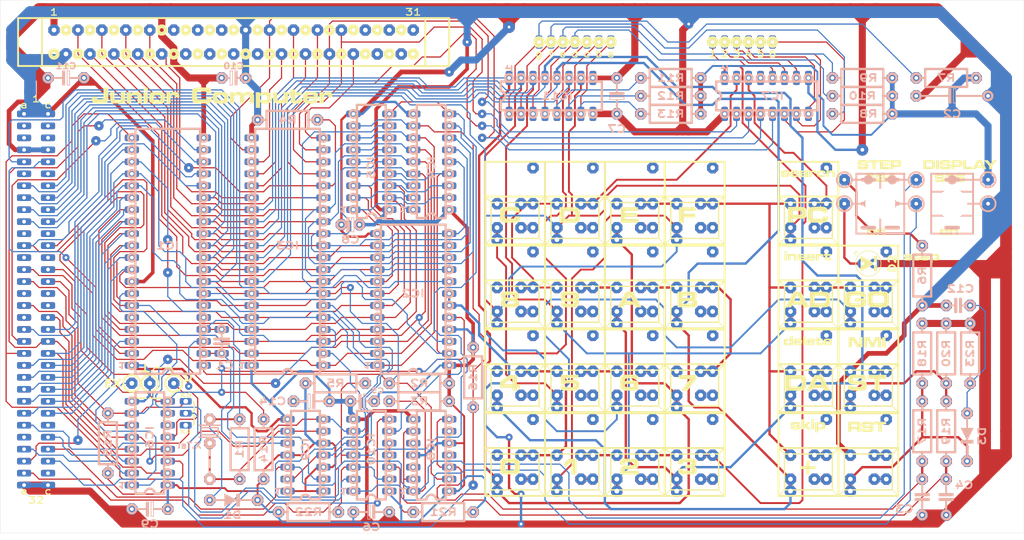
<source format=kicad_pcb>
(kicad_pcb (version 20171130) (host pcbnew "(5.1.4)-1")
  (layers (0 F.Cu signal) (31 B.Cu signal) (34 B.Paste user) (35 F.Paste user) (36 B.SilkS user) (37 F.SilkS user) (38 B.Mask user) (39 F.Mask user hide) (44 Edge.Cuts user))
  (net 0 "")
  (net 1 "Net-(C1-Pad2)")
  (net 2 "Net-(C1-Pad1)")
  (net 3 +5V)
  (net 4 "Net-(IC1-Pad7)")
  (net 5 "Net-(C3-Pad2)")
  (net 6 "Net-(IC8-Pad11)")
  (net 7 "Net-(IC8-Pad9)")
  (net 8 "Net-(C4-Pad2)")
  (net 9 "Net-(IC8-Pad3)")
  (net 10 "Net-(IC8-Pad5)")
  (net 11 "Net-(IC9-Pad6)")
  (net 12 "Net-(IC10-Pad5)")
  (net 13 "Net-(IC1-Pad34)")
  (net 14 "Net-(R6-Pad1)")
  (net 15 "Net-(R19-Pad2)")
  (net 16 "Net-(IC10-Pad1)")
  (net 17 -5V)
  (net 18 +12V)
  (net 19 "Net-(IC6-Pad12)")
  (net 20 "Net-(IC6-Pad11)")
  (net 21 "Net-(IC6-Pad10)")
  (net 22 "Net-(IC7-Pad11)")
  (net 23 "Net-(IC7-Pad10)")
  (net 24 "Net-(IC7-Pad1)")
  (net 25 "Net-(IC7-Pad2)")
  (net 26 "Net-(IC7-Pad3)")
  (net 27 "Net-(IC7-Pad4)")
  (net 28 "Net-(IC7-Pad5)")
  (net 29 "Net-(IC7-Pad6)")
  (net 30 "Net-(IC7-Pad7)")
  (net 31 "Net-(IC11-Pad10)")
  (net 32 "Net-(IC11-Pad11)")
  (net 33 "Net-(IC11-Pad12)")
  (net 34 "Net-(IC11-Pad13)")
  (net 35 "Net-(IC11-Pad14)")
  (net 36 "Net-(IC11-Pad15)")
  (net 37 "Net-(IC11-Pad16)")
  (net 38 "Net-(IC7-Pad9)")
  (net 39 A0)
  (net 40 D0)
  (net 41 D1)
  (net 42 A1)
  (net 43 A2)
  (net 44 A3)
  (net 45 A4)
  (net 46 A5)
  (net 47 A6)
  (net 48 A7)
  (net 49 A8)
  (net 50 A9)
  (net 51 A10)
  (net 52 A11)
  (net 53 D2)
  (net 54 D3)
  (net 55 D4)
  (net 56 D6)
  (net 57 D7)
  (net 58 A15)
  (net 59 A14)
  (net 60 A13)
  (net 61 A12)
  (net 62 D5)
  (net 63 RES)
  (net 64 SO)
  (net 65 RDY)
  (net 66 PHI1)
  (net 67 IRQ)
  (net 68 NMI)
  (net 69 K7)
  (net 70 K0)
  (net 71 K1)
  (net 72 K2)
  (net 73 K3)
  (net 74 K4)
  (net 75 K5)
  (net 76 K6)
  (net 77 RW)
  (net 78 PHI2)
  (net 79 "Net-(D2-Pad2)")
  (net 80 "Net-(J2-PadC2)")
  (net 81 "Net-(J2-PadA2)")
  (net 82 "Net-(J2-PadC3)")
  (net 83 "Net-(J2-PadA3)")
  (net 84 "Net-(J2-PadC6)")
  (net 85 "Net-(J2-PadA6)")
  (net 86 "Net-(J2-PadC13)")
  (net 87 "Net-(J2-PadA16)")
  (net 88 "Net-(J2-PadC11)")
  (net 89 "Net-(J2-PadA13)")
  (net 90 "Net-(J2-PadC16)")
  (net 91 "Net-(J2-PadA11)")
  (net 92 "Net-(J2-PadC27)")
  (net 93 "Net-(J2-PadC31)")
  (net 94 EX)
  (net 95 "Net-(J2-PadA28)")
  (net 96 PA0)
  (net 97 PA1)
  (net 98 PA2)
  (net 99 PA3)
  (net 100 PA4)
  (net 101 PA5)
  (net 102 PA6)
  (net 103 PA7)
  (net 104 PB7)
  (net 105 PB6)
  (net 106 PB5)
  (net 107 PB4)
  (net 108 PB0)
  (net 109 PB1)
  (net 110 PB2)
  (net 111 PB3)
  (net 112 "Net-(J3-Pad11)")
  (net 113 "Net-(J3-Pad13)")
  (net 114 "Net-(J3-Pad15)")
  (net 115 "Net-(J3-Pad27)")
  (net 116 "Net-(J3-Pad29)")
  (net 117 "Net-(J3-Pad31)")
  (net 118 "Net-(J3-Pad12)")
  (net 119 "Net-(J3-Pad14)")
  (net 120 "Net-(J3-Pad16)")
  (net 121 "Net-(J3-Pad18)")
  (net 122 "Net-(J3-Pad28)")
  (net 123 "Net-(J3-Pad30)")
  (net 124 GND)
  (net 125 "Net-(R10-Pad1)")
  (net 126 "Net-(IC10-Pad13)")
  (net 127 "Net-(IC10-Pad8)")
  (net 128 "Net-(IC10-Pad10)")
  (net 129 "Net-(C12-Pad1)")
  (net 130 "Net-(D3-Pad1)")
  (net 131 RAM.RW)
  (module elektor:DIN-41617-31-F (layer F.Cu) (at 44.45 34.29)
    (fp_text reference J3 hide)
    (fp_text value DIN41617-31)
    (fp_text user 31 (at 68.58 -3.81) (layer F.SilkS) (effects (font (size 1.4 1.8) (thickness 0.25))))
    (fp_text user 1 (at -7.62 -3.81) (layer F.SilkS) (effects (font (size 1.4 1.8) (thickness 0.25))))
    (pad "" np_thru_hole circle (at 73.66 2.54) (size 2.8 2.8) (drill 2.8) (layers *.Cu *.Mask))
    (pad "" np_thru_hole circle (at -12.7 2.54) (size 2.8 2.8) (drill 2.8) (layers *.Cu *.Mask))
    (pad 30 thru_hole custom (at 66.04 5.08) (size 1.524 1.524) (drill 1) (layers *.Cu *.Mask) (net 123 "Net-(J3-Pad30)") (options (clearance outline) (anchor rect)) (primitives (gr_poly (pts (xy -1.2 0.5) (xy -1.2 -0.5) (xy -0.5 -1.2) (xy 0.5 -1.2) (xy 1.2 -0.5) (xy 1.2 0.5) (xy 0.5 1.2) (xy -0.5 1.2)) (width 0))))
    (pad 28 thru_hole custom (at 60.96 5.08) (size 1.524 1.524) (drill 1) (layers *.Cu *.Mask) (net 122 "Net-(J3-Pad28)") (options (clearance outline) (anchor rect)) (primitives (gr_poly (pts (xy -1.2 0.5) (xy -1.2 -0.5) (xy -0.5 -1.2) (xy 0.5 -1.2) (xy 1.2 -0.5) (xy 1.2 0.5) (xy 0.5 1.2) (xy -0.5 1.2)) (width 0))))
    (pad 26 thru_hole custom (at 55.88 5.08) (size 1.524 1.524) (drill 1) (layers *.Cu *.Mask) (net 111 PB3) (options (clearance outline) (anchor rect)) (primitives (gr_poly (pts (xy -1.2 0.5) (xy -1.2 -0.5) (xy -0.5 -1.2) (xy 0.5 -1.2) (xy 1.2 -0.5) (xy 1.2 0.5) (xy 0.5 1.2) (xy -0.5 1.2)) (width 0))))
    (pad 24 thru_hole custom (at 50.8 5.08) (size 1.524 1.524) (drill 1) (layers *.Cu *.Mask) (net 109 PB1) (options (clearance outline) (anchor rect)) (primitives (gr_poly (pts (xy -1.2 0.5) (xy -1.2 -0.5) (xy -0.5 -1.2) (xy 0.5 -1.2) (xy 1.2 -0.5) (xy 1.2 0.5) (xy 0.5 1.2) (xy -0.5 1.2)) (width 0))))
    (pad 22 thru_hole custom (at 45.72 5.08) (size 1.524 1.524) (drill 1) (layers *.Cu *.Mask) (net 104 PB7) (options (clearance outline) (anchor rect)) (primitives (gr_poly (pts (xy -1.2 0.5) (xy -1.2 -0.5) (xy -0.5 -1.2) (xy 0.5 -1.2) (xy 1.2 -0.5) (xy 1.2 0.5) (xy 0.5 1.2) (xy -0.5 1.2)) (width 0))))
    (pad 20 thru_hole custom (at 40.64 5.08) (size 1.524 1.524) (drill 1) (layers *.Cu *.Mask) (net 106 PB5) (options (clearance outline) (anchor rect)) (primitives (gr_poly (pts (xy -1.2 0.5) (xy -1.2 -0.5) (xy -0.5 -1.2) (xy 0.5 -1.2) (xy 1.2 -0.5) (xy 1.2 0.5) (xy 0.5 1.2) (xy -0.5 1.2)) (width 0))))
    (pad 18 thru_hole custom (at 35.56 5.08) (size 1.524 1.524) (drill 1) (layers *.Cu *.Mask) (net 121 "Net-(J3-Pad18)") (options (clearance outline) (anchor rect)) (primitives (gr_poly (pts (xy -1.2 0.5) (xy -1.2 -0.5) (xy -0.5 -1.2) (xy 0.5 -1.2) (xy 1.2 -0.5) (xy 1.2 0.5) (xy 0.5 1.2) (xy -0.5 1.2)) (width 0))))
    (pad 16 thru_hole custom (at 30.48 5.08) (size 1.524 1.524) (drill 1) (layers *.Cu *.Mask) (net 120 "Net-(J3-Pad16)") (options (clearance outline) (anchor rect)) (primitives (gr_poly (pts (xy -1.2 0.5) (xy -1.2 -0.5) (xy -0.5 -1.2) (xy 0.5 -1.2) (xy 1.2 -0.5) (xy 1.2 0.5) (xy 0.5 1.2) (xy -0.5 1.2)) (width 0))))
    (pad 14 thru_hole custom (at 25.4 5.08) (size 1.524 1.524) (drill 1) (layers *.Cu *.Mask) (net 119 "Net-(J3-Pad14)") (options (clearance outline) (anchor rect)) (primitives (gr_poly (pts (xy -1.2 0.5) (xy -1.2 -0.5) (xy -0.5 -1.2) (xy 0.5 -1.2) (xy 1.2 -0.5) (xy 1.2 0.5) (xy 0.5 1.2) (xy -0.5 1.2)) (width 0))))
    (pad 12 thru_hole custom (at 20.32 5.08) (size 1.524 1.524) (drill 1) (layers *.Cu *.Mask) (net 118 "Net-(J3-Pad12)") (options (clearance outline) (anchor rect)) (primitives (gr_poly (pts (xy -1.2 0.5) (xy -1.2 -0.5) (xy -0.5 -1.2) (xy 0.5 -1.2) (xy 1.2 -0.5) (xy 1.2 0.5) (xy 0.5 1.2) (xy -0.5 1.2)) (width 0))))
    (pad 10 thru_hole custom (at 15.24 5.08) (size 1.524 1.524) (drill 1) (layers *.Cu *.Mask) (net 103 PA7) (options (clearance outline) (anchor rect)) (primitives (gr_poly (pts (xy -1.2 0.5) (xy -1.2 -0.5) (xy -0.5 -1.2) (xy 0.5 -1.2) (xy 1.2 -0.5) (xy 1.2 0.5) (xy 0.5 1.2) (xy -0.5 1.2)) (width 0))))
    (pad 8 thru_hole custom (at 10.16 5.08) (size 1.524 1.524) (drill 1) (layers *.Cu *.Mask) (net 101 PA5) (options (clearance outline) (anchor rect)) (primitives (gr_poly (pts (xy -1.2 0.5) (xy -1.2 -0.5) (xy -0.5 -1.2) (xy 0.5 -1.2) (xy 1.2 -0.5) (xy 1.2 0.5) (xy 0.5 1.2) (xy -0.5 1.2)) (width 0))))
    (pad 6 thru_hole custom (at 5.08 5.08) (size 1.524 1.524) (drill 1) (layers *.Cu *.Mask) (net 99 PA3) (options (clearance outline) (anchor rect)) (primitives (gr_poly (pts (xy -1.2 0.5) (xy -1.2 -0.5) (xy -0.5 -1.2) (xy 0.5 -1.2) (xy 1.2 -0.5) (xy 1.2 0.5) (xy 0.5 1.2) (xy -0.5 1.2)) (width 0))))
    (pad 4 thru_hole custom (at 0 5.08) (size 1.524 1.524) (drill 1) (layers *.Cu *.Mask) (net 97 PA1) (options (clearance outline) (anchor rect)) (primitives (gr_poly (pts (xy -1.2 0.5) (xy -1.2 -0.5) (xy -0.5 -1.2) (xy 0.5 -1.2) (xy 1.2 -0.5) (xy 1.2 0.5) (xy 0.5 1.2) (xy -0.5 1.2)) (width 0))))
    (pad 2 thru_hole custom (at -5.08 5.08) (size 1.524 1.524) (drill 1) (layers *.Cu *.Mask) (net 3 +5V) (options (clearance outline) (anchor rect)) (primitives (gr_poly (pts (xy -1.2 0.5) (xy -1.2 -0.5) (xy -0.5 -1.2) (xy 0.5 -1.2) (xy 1.2 -0.5) (xy 1.2 0.5) (xy 0.5 1.2) (xy -0.5 1.2)) (width 0))))
    (pad 31 thru_hole custom (at 68.58 0) (size 1.524 1.524) (drill 1) (layers *.Cu *.Mask) (net 117 "Net-(J3-Pad31)") (options (clearance outline) (anchor rect)) (primitives (gr_poly (pts (xy -1.2 0.5) (xy -1.2 -0.5) (xy -0.5 -1.2) (xy 0.5 -1.2) (xy 1.2 -0.5) (xy 1.2 0.5) (xy 0.5 1.2) (xy -0.5 1.2)) (width 0))))
    (pad 29 thru_hole custom (at 63.5 0) (size 1.524 1.524) (drill 1) (layers *.Cu *.Mask) (net 116 "Net-(J3-Pad29)") (options (clearance outline) (anchor rect)) (primitives (gr_poly (pts (xy -1.2 0.5) (xy -1.2 -0.5) (xy -0.5 -1.2) (xy 0.5 -1.2) (xy 1.2 -0.5) (xy 1.2 0.5) (xy 0.5 1.2) (xy -0.5 1.2)) (width 0))))
    (pad 27 thru_hole custom (at 58.42 0) (size 1.524 1.524) (drill 1) (layers *.Cu *.Mask) (net 115 "Net-(J3-Pad27)") (options (clearance outline) (anchor rect)) (primitives (gr_poly (pts (xy -1.2 0.5) (xy -1.2 -0.5) (xy -0.5 -1.2) (xy 0.5 -1.2) (xy 1.2 -0.5) (xy 1.2 0.5) (xy 0.5 1.2) (xy -0.5 1.2)) (width 0))))
    (pad 25 thru_hole custom (at 53.34 0) (size 1.524 1.524) (drill 1) (layers *.Cu *.Mask) (net 110 PB2) (options (clearance outline) (anchor rect)) (primitives (gr_poly (pts (xy -1.2 0.5) (xy -1.2 -0.5) (xy -0.5 -1.2) (xy 0.5 -1.2) (xy 1.2 -0.5) (xy 1.2 0.5) (xy 0.5 1.2) (xy -0.5 1.2)) (width 0))))
    (pad 23 thru_hole custom (at 48.26 0) (size 1.524 1.524) (drill 1) (layers *.Cu *.Mask) (net 108 PB0) (options (clearance outline) (anchor rect)) (primitives (gr_poly (pts (xy -1.2 0.5) (xy -1.2 -0.5) (xy -0.5 -1.2) (xy 0.5 -1.2) (xy 1.2 -0.5) (xy 1.2 0.5) (xy 0.5 1.2) (xy -0.5 1.2)) (width 0))))
    (pad 21 thru_hole custom (at 43.18 0) (size 1.524 1.524) (drill 1) (layers *.Cu *.Mask) (net 105 PB6) (options (clearance outline) (anchor rect)) (primitives (gr_poly (pts (xy -1.2 0.5) (xy -1.2 -0.5) (xy -0.5 -1.2) (xy 0.5 -1.2) (xy 1.2 -0.5) (xy 1.2 0.5) (xy 0.5 1.2) (xy -0.5 1.2)) (width 0))))
    (pad 19 thru_hole custom (at 38.1 0) (size 1.524 1.524) (drill 1) (layers *.Cu *.Mask) (net 107 PB4) (options (clearance outline) (anchor rect)) (primitives (gr_poly (pts (xy -1.2 0.5) (xy -1.2 -0.5) (xy -0.5 -1.2) (xy 0.5 -1.2) (xy 1.2 -0.5) (xy 1.2 0.5) (xy 0.5 1.2) (xy -0.5 1.2)) (width 0))))
    (pad 17 thru_hole custom (at 33.02 0) (size 1.524 1.524) (drill 1) (layers *.Cu *.Mask) (net 3 +5V) (options (clearance outline) (anchor rect)) (primitives (gr_poly (pts (xy -1.2 0.5) (xy -1.2 -0.5) (xy -0.5 -1.2) (xy 0.5 -1.2) (xy 1.2 -0.5) (xy 1.2 0.5) (xy 0.5 1.2) (xy -0.5 1.2)) (width 0))))
    (pad 15 thru_hole custom (at 27.94 0) (size 1.524 1.524) (drill 1) (layers *.Cu *.Mask) (net 114 "Net-(J3-Pad15)") (options (clearance outline) (anchor rect)) (primitives (gr_poly (pts (xy -1.2 0.5) (xy -1.2 -0.5) (xy -0.5 -1.2) (xy 0.5 -1.2) (xy 1.2 -0.5) (xy 1.2 0.5) (xy 0.5 1.2) (xy -0.5 1.2)) (width 0))))
    (pad 13 thru_hole custom (at 22.86 0) (size 1.524 1.524) (drill 1) (layers *.Cu *.Mask) (net 113 "Net-(J3-Pad13)") (options (clearance outline) (anchor rect)) (primitives (gr_poly (pts (xy -1.2 0.5) (xy -1.2 -0.5) (xy -0.5 -1.2) (xy 0.5 -1.2) (xy 1.2 -0.5) (xy 1.2 0.5) (xy 0.5 1.2) (xy -0.5 1.2)) (width 0))))
    (pad 11 thru_hole custom (at 17.78 0) (size 1.524 1.524) (drill 1) (layers *.Cu *.Mask) (net 112 "Net-(J3-Pad11)") (options (clearance outline) (anchor rect)) (primitives (gr_poly (pts (xy -1.2 0.5) (xy -1.2 -0.5) (xy -0.5 -1.2) (xy 0.5 -1.2) (xy 1.2 -0.5) (xy 1.2 0.5) (xy 0.5 1.2) (xy -0.5 1.2)) (width 0))))
    (pad 9 thru_hole custom (at 12.7 0) (size 1.524 1.524) (drill 1) (layers *.Cu *.Mask) (net 102 PA6) (options (clearance outline) (anchor rect)) (primitives (gr_poly (pts (xy -1.2 0.5) (xy -1.2 -0.5) (xy -0.5 -1.2) (xy 0.5 -1.2) (xy 1.2 -0.5) (xy 1.2 0.5) (xy 0.5 1.2) (xy -0.5 1.2)) (width 0))))
    (pad 7 thru_hole custom (at 7.62 0) (size 1.524 1.524) (drill 1) (layers *.Cu *.Mask) (net 100 PA4) (options (clearance outline) (anchor rect)) (primitives (gr_poly (pts (xy -1.2 0.5) (xy -1.2 -0.5) (xy -0.5 -1.2) (xy 0.5 -1.2) (xy 1.2 -0.5) (xy 1.2 0.5) (xy 0.5 1.2) (xy -0.5 1.2)) (width 0))))
    (pad 5 thru_hole custom (at 2.54 0) (size 1.524 1.524) (drill 1) (layers *.Cu *.Mask) (net 98 PA2) (options (clearance outline) (anchor rect)) (primitives (gr_poly (pts (xy -1.2 0.5) (xy -1.2 -0.5) (xy -0.5 -1.2) (xy 0.5 -1.2) (xy 1.2 -0.5) (xy 1.2 0.5) (xy 0.5 1.2) (xy -0.5 1.2)) (width 0))))
    (pad 3 thru_hole custom (at -2.54 0) (size 1.524 1.524) (drill 1) (layers *.Cu *.Mask) (net 96 PA0) (options (clearance outline) (anchor rect)) (primitives (gr_poly (pts (xy -1.2 0.5) (xy -1.2 -0.5) (xy -0.5 -1.2) (xy 0.5 -1.2) (xy 1.2 -0.5) (xy 1.2 0.5) (xy 0.5 1.2) (xy -0.5 1.2)) (width 0))))
    (pad 1 thru_hole custom (at -7.62 0) (size 1.524 1.524) (drill 1) (layers *.Cu *.Mask) (net 124 GND) (options (clearance outline) (anchor rect)) (primitives (gr_poly (pts (xy -1.2 0.5) (xy -1.2 -0.5) (xy -0.5 -1.2) (xy 0.5 -1.2) (xy 1.2 -0.5) (xy 1.2 0.5) (xy 0.5 1.2) (xy -0.5 1.2)) (width 0))))
  )
  (module elektor:Quartz (layer B.Cu) (at 69.85 119.38 270)
    (fp_text reference X.Tal (at 3.048 4.318) (layer B.SilkS) (effects (font (size 1.2 1.4) (thickness 0.3)) (justify mirror)))
    (fp_text value 1Mhz)
    (pad 1 thru_hole custom (at 10.16 0 270) (size 1.524 1.524) (drill 1.25) (layers *.Cu *.Mask) (net 11 "Net-(IC9-Pad6)") (options (clearance outline) (anchor rect)) (primitives (gr_poly (pts (xy -1.2 -0.5) (xy -1.2 0.5) (xy -0.5 1.2) (xy 0.5 1.2) (xy 1.2 0.5) (xy 1.2 -0.5) (xy 0.5 -1.2) (xy -0.5 -1.2)) (width 0))))
    (pad 1 thru_hole custom (at 2.54 0 270) (size 1.524 1.524) (drill 1) (layers *.Cu *.Mask) (net 11 "Net-(IC9-Pad6)") (options (clearance outline) (anchor rect)) (primitives (gr_poly (pts (xy -1.2 -0.5) (xy -1.2 0.5) (xy -0.5 1.2) (xy 0.5 1.2) (xy 1.2 0.5) (xy 1.2 -0.5) (xy 0.5 -1.2) (xy -0.5 -1.2)) (width 0))))
    (pad 2 thru_hole custom (at -2.54 0 270) (size 1.524 1.524) (drill 1.25) (layers *.Cu *.Mask) (net 2 "Net-(C1-Pad1)") (options (clearance outline) (anchor rect)) (primitives (gr_poly (pts (xy -1.2 -0.5) (xy -1.2 0.5) (xy -0.5 1.2) (xy 0.5 1.2) (xy 1.2 0.5) (xy 1.2 -0.5) (xy 0.5 -1.2) (xy -0.5 -1.2)) (width 0))))
  )
  (module elektor:K4-K6 (layer F.Cu) (at 60.96 120.65 270)
    (fp_text reference J5 hide)
    (fp_text value Conn_01x03_Female)
    (fp_text user K4 (at -1.143 -3.81) (layer F.SilkS) (effects (font (size 0.8 1.3) (thickness 0.2))))
    (fp_text user K6 (at -8.89 -3.81) (layer F.SilkS) (effects (font (size 0.8 1.3) (thickness 0.2))))
    (pad 3 thru_hole roundrect (at -2.54 -3.81 270) (size 1.4 2.5) (drill 1) (layers *.Cu *.Mask) (net 74 K4))
    (pad 2 thru_hole roundrect (at -5.08 -3.81 270) (size 1.4 2.5) (drill 1) (layers *.Cu *.Mask) (net 127 "Net-(IC10-Pad8)"))
    (pad 1 thru_hole roundrect (at -7.62 -3.81 270) (size 1.4 2.5) (drill 1) (layers *.Cu *.Mask) (net 76 K6))
  )
  (module elektor:Conn-Display-Bottom (layer F.Cu) (at 147.32 40.64)
    (fp_text reference J1 hide)
    (fp_text value Display)
    (fp_text user 2 (at 31.75 -1.27) (layer F.SilkS) (effects (font (size 1.4 1.8) (thickness 0.25))))
    (fp_text user 1 (at 29.21 -1.27) (layer F.SilkS) (effects (font (size 1.4 1.8) (thickness 0.25))))
    (fp_text user 6 (at 41.91 -1.27) (layer F.SilkS) (effects (font (size 1.4 1.8) (thickness 0.25))))
    (fp_text user 4 (at 36.83 -1.27) (layer F.SilkS) (effects (font (size 1.4 1.8) (thickness 0.25))))
    (fp_text user 3 (at 34.29 -1.27) (layer F.SilkS) (effects (font (size 1.4 1.8) (thickness 0.25))))
    (fp_text user 5 (at 39.37 -1.27) (layer F.SilkS) (effects (font (size 1.4 1.8) (thickness 0.25))))
    (fp_text user g (at -7.62 -1.27) (layer F.SilkS) (effects (font (size 1.4 1.8) (thickness 0.25))))
    (fp_text user f (at -5.08 -1.27) (layer F.SilkS) (effects (font (size 1.4 1.8) (thickness 0.25))))
    (fp_text user e (at -2.54 -1.27) (layer F.SilkS) (effects (font (size 1.4 1.8) (thickness 0.25))))
    (fp_text user d (at 0 -1.27) (layer F.SilkS) (effects (font (size 1.4 1.8) (thickness 0.25))))
    (fp_text user c (at 2.54 -1.27) (layer F.SilkS) (effects (font (size 1.4 1.8) (thickness 0.25))))
    (fp_text user b (at 5.08 -1.27) (layer F.SilkS) (effects (font (size 1.4 1.8) (thickness 0.25))))
    (fp_text user a (at 7.62 -1.27) (layer F.SilkS) (effects (font (size 1.4 1.8) (thickness 0.25))))
    (pad 2 thru_hole roundrect (at 31.75 -3.81) (size 1.4 2.8) (drill 0.8) (layers *.Cu *.Mask) (net 29 "Net-(IC7-Pad6)"))
    (pad 4 thru_hole roundrect (at 36.83 -3.81) (size 1.4 2.8) (drill 0.8) (layers *.Cu *.Mask) (net 38 "Net-(IC7-Pad9)"))
    (pad 1 thru_hole roundrect (at 29.21 -3.81) (size 1.4 2.8) (drill 0.8) (layers *.Cu *.Mask) (net 28 "Net-(IC7-Pad5)"))
    (pad 5 thru_hole roundrect (at 39.37 -3.81) (size 1.4 2.8) (drill 0.8) (layers *.Cu *.Mask) (net 23 "Net-(IC7-Pad10)"))
    (pad 3 thru_hole roundrect (at 34.29 -3.81) (size 1.4 2.8) (drill 0.8) (layers *.Cu *.Mask) (net 30 "Net-(IC7-Pad7)"))
    (pad 6 thru_hole roundrect (at 41.91 -3.81) (size 1.4 2.8) (drill 0.8) (layers *.Cu *.Mask) (net 22 "Net-(IC7-Pad11)"))
    (pad a thru_hole roundrect (at 7.62 -3.81) (size 1.4 2.8) (drill 0.8) (layers *.Cu *.Mask) (net 31 "Net-(IC11-Pad10)"))
    (pad b thru_hole roundrect (at 5.08 -3.81) (size 1.4 2.8) (drill 0.8) (layers *.Cu *.Mask) (net 32 "Net-(IC11-Pad11)"))
    (pad c thru_hole roundrect (at 2.54 -3.81) (size 1.4 2.8) (drill 0.8) (layers *.Cu *.Mask) (net 33 "Net-(IC11-Pad12)"))
    (pad d thru_hole roundrect (at 0 -3.81) (size 1.4 2.8) (drill 0.8) (layers *.Cu *.Mask) (net 34 "Net-(IC11-Pad13)"))
    (pad e thru_hole roundrect (at -2.54 -3.81) (size 1.4 2.8) (drill 0.8) (layers *.Cu *.Mask) (net 35 "Net-(IC11-Pad14)"))
    (pad f thru_hole roundrect (at -5.08 -3.81) (size 1.4 2.8) (drill 0.8) (layers *.Cu *.Mask) (net 36 "Net-(IC11-Pad15)"))
    (pad g thru_hole roundrect (at -7.62 -3.81) (size 1.4 2.8) (drill 0.8) (layers *.Cu *.Mask) (net 37 "Net-(IC11-Pad16)"))
  )
  (module elektor:SW-2T (layer B.Cu) (at 212.09 71.12)
    (fp_text reference S24 hide)
    (fp_text value STEP)
    (pad "" np_thru_hole circle (at 0 0) (size 6.35 6.35) (drill 6.35) (layers *.Cu *.Mask))
    (pad 4 thru_hole custom (at 7.62 -5.08) (size 1.524 1.524) (drill 0.8) (layers *.Cu *.Mask) (net 68 NMI) (options (clearance outline) (anchor rect)) (primitives (gr_poly (pts (xy -1.2 -0.5) (xy -1.2 0.5) (xy -0.5 1.2) (xy 0.5 1.2) (xy 1.2 0.5) (xy 1.2 -0.5) (xy 0.5 -1.2) (xy -0.5 -1.2)) (width 0))))
    (pad 1 thru_hole custom (at -7.62 -5.08) (size 1.524 1.524) (drill 0.8) (layers *.Cu *.Mask) (net 14 "Net-(R6-Pad1)") (options (clearance outline) (anchor rect)) (primitives (gr_poly (pts (xy -1.2 -0.5) (xy -1.2 0.5) (xy -0.5 1.2) (xy 0.5 1.2) (xy 1.2 0.5) (xy 1.2 -0.5) (xy 0.5 -1.2) (xy -0.5 -1.2)) (width 0))))
    (pad 3 thru_hole custom (at 7.62 0) (size 1.524 1.524) (drill 0.8) (layers *.Cu *.Mask) (net 16 "Net-(IC10-Pad1)") (options (clearance outline) (anchor rect)) (primitives (gr_poly (pts (xy -1.2 -0.5) (xy -1.2 0.5) (xy -0.5 1.2) (xy 0.5 1.2) (xy 1.2 0.5) (xy 1.2 -0.5) (xy 0.5 -1.2) (xy -0.5 -1.2)) (width 0))))
    (pad 2 thru_hole custom (at -7.62 0 180) (size 1.524 1.524) (drill 0.8) (layers *.Cu *.Mask) (net 79 "Net-(D2-Pad2)") (options (clearance outline) (anchor rect)) (primitives (gr_poly (pts (xy -1.2 -0.5) (xy -1.2 0.5) (xy -0.5 1.2) (xy 0.5 1.2) (xy 1.2 0.5) (xy 1.2 -0.5) (xy 0.5 -1.2) (xy -0.5 -1.2)) (width 0))))
  )
  (module elektor:SW-1T (layer B.Cu) (at 227.33 71.12)
    (fp_text reference S25 hide)
    (fp_text value DISPLAY)
    (pad "" np_thru_hole circle (at 0 0) (size 6.35 6.35) (drill 6.35) (layers *.Cu *.Mask))
    (pad 1 thru_hole custom (at 7.62 -5.08) (size 1.524 1.524) (drill 0.8) (layers *.Cu *.Mask) (net 125 "Net-(R10-Pad1)") (options (clearance outline) (anchor rect)) (primitives (gr_poly (pts (xy -1.2 -0.5) (xy -1.2 0.5) (xy -0.5 1.2) (xy 0.5 1.2) (xy 1.2 0.5) (xy 1.2 -0.5) (xy 0.5 -1.2) (xy -0.5 -1.2)) (width 0))))
    (pad 2 thru_hole custom (at 7.62 0) (size 1.524 1.524) (drill 0.8) (layers *.Cu *.Mask) (net 3 +5V) (options (clearance outline) (anchor rect)) (primitives (gr_poly (pts (xy -1.2 -0.5) (xy -1.2 0.5) (xy -0.5 1.2) (xy 0.5 1.2) (xy 1.2 0.5) (xy 1.2 -0.5) (xy 0.5 -1.2) (xy -0.5 -1.2)) (width 0))))
  )
  (module elektor:Diod-4 (layer B.Cu) (at 74.93 133.985)
    (fp_text reference D1 (at -0.254 3.175) (layer B.SilkS) (effects (font (size 1.5 2) (thickness 0.375)) (justify mirror)))
    (fp_text value 1N4148)
    (pad 1 thru_hole custom (at 5.08 0) (size 1.524 1.524) (drill 0.8) (layers *.Cu *.Mask) (net 3 +5V) (options (clearance outline) (anchor rect)) (primitives (gr_poly (pts (xy -1.2 -0.5) (xy -1.2 0.5) (xy -0.5 1.2) (xy 0.5 1.2) (xy 1.2 0.5) (xy 1.2 -0.5) (xy 0.5 -1.2) (xy -0.5 -1.2)) (width 0))))
    (pad 2 thru_hole custom (at -5.08 0) (size 1.524 1.524) (drill 0.8) (layers *.Cu *.Mask) (net 2 "Net-(C1-Pad1)") (options (clearance outline) (anchor rect)) (primitives (gr_poly (pts (xy -1.2 -0.5) (xy -1.2 0.5) (xy -0.5 1.2) (xy 0.5 1.2) (xy 1.2 0.5) (xy 1.2 -0.5) (xy 0.5 -1.2) (xy -0.5 -1.2)) (width 0))))
  )
  (module elektor:Diod-4 (layer B.Cu) (at 230.505 120.65 270)
    (fp_text reference D3 (at -0.254 -3.175 90) (layer B.SilkS) (effects (font (size 1.5 2) (thickness 0.375)) (justify mirror)))
    (fp_text value 1N4148)
    (pad 1 thru_hole custom (at 5.08 0 270) (size 1.524 1.524) (drill 0.8) (layers *.Cu *.Mask) (net 130 "Net-(D3-Pad1)") (options (clearance outline) (anchor rect)) (primitives (gr_poly (pts (xy -1.2 -0.5) (xy -1.2 0.5) (xy -0.5 1.2) (xy 0.5 1.2) (xy 1.2 0.5) (xy 1.2 -0.5) (xy 0.5 -1.2) (xy -0.5 -1.2)) (width 0))))
    (pad 2 thru_hole custom (at -5.08 0 270) (size 1.524 1.524) (drill 0.8) (layers *.Cu *.Mask) (net 129 "Net-(C12-Pad1)") (options (clearance outline) (anchor rect)) (primitives (gr_poly (pts (xy -1.2 -0.5) (xy -1.2 0.5) (xy -0.5 1.2) (xy 0.5 1.2) (xy 1.2 0.5) (xy 1.2 -0.5) (xy 0.5 -1.2) (xy -0.5 -1.2)) (width 0))))
  )
  (module elektor:DIL-40 (layer B.Cu) (at 60.96 81.28 90)
    (fp_text reference IC1 (at 1.27 0) (layer B.SilkS) (effects (font (size 1.5 2) (thickness 0.375)) (justify mirror)))
    (fp_text value 6502)
    (fp_text user 1 (at -24.13 -9.652 -180 unlocked) (layer B.SilkS) (effects (font (size 1.2 2) (thickness 0.3)) (justify mirror)))
    (pad 28 thru_hole roundrect (at 6.35 7.62 90) (size 1.4 3) (drill 0.8) (layers *.Cu *.Mask) (net 62 D5))
    (pad 21 thru_hole roundrect (at 24.13 7.62 90) (size 1.4 3) (drill 0.8) (layers *.Cu *.Mask) (net 124 GND))
    (pad 22 thru_hole roundrect (at 21.59 7.62 90) (size 1.4 3) (drill 0.8) (layers *.Cu *.Mask) (net 61 A12))
    (pad 23 thru_hole roundrect (at 19.05 7.62 90) (size 1.4 3) (drill 0.8) (layers *.Cu *.Mask) (net 60 A13))
    (pad 24 thru_hole roundrect (at 16.51 7.62 90) (size 1.4 3) (drill 0.8) (layers *.Cu *.Mask) (net 59 A14))
    (pad 25 thru_hole roundrect (at 13.97 7.62 90) (size 1.4 3) (drill 0.8) (layers *.Cu *.Mask) (net 58 A15))
    (pad 26 thru_hole roundrect (at 11.43 7.62 90) (size 1.4 3) (drill 0.8) (layers *.Cu *.Mask) (net 57 D7))
    (pad 27 thru_hole roundrect (at 8.89 7.62 90) (size 1.4 3) (drill 0.8) (layers *.Cu *.Mask) (net 56 D6))
    (pad 29 thru_hole roundrect (at 3.81 7.62 90) (size 1.4 3) (drill 0.8) (layers *.Cu *.Mask) (net 55 D4))
    (pad 30 thru_hole roundrect (at 1.27 7.62 90) (size 1.4 3) (drill 0.8) (layers *.Cu *.Mask) (net 54 D3))
    (pad 31 thru_hole roundrect (at -1.27 7.62 90) (size 1.4 3) (drill 0.8) (layers *.Cu *.Mask) (net 53 D2))
    (pad 20 thru_hole roundrect (at 24.13 -7.62 90) (size 1.4 3) (drill 0.8) (layers *.Cu *.Mask) (net 52 A11))
    (pad 19 thru_hole roundrect (at 21.59 -7.62 90) (size 1.4 3) (drill 0.8) (layers *.Cu *.Mask) (net 51 A10))
    (pad 18 thru_hole roundrect (at 19.05 -7.62 90) (size 1.4 3) (drill 0.8) (layers *.Cu *.Mask) (net 50 A9))
    (pad 17 thru_hole roundrect (at 16.51 -7.62 90) (size 1.4 3) (drill 0.8) (layers *.Cu *.Mask) (net 49 A8))
    (pad 16 thru_hole roundrect (at 13.97 -7.62 90) (size 1.4 3) (drill 0.8) (layers *.Cu *.Mask) (net 48 A7))
    (pad 15 thru_hole roundrect (at 11.43 -7.62 90) (size 1.4 3) (drill 0.8) (layers *.Cu *.Mask) (net 47 A6))
    (pad 14 thru_hole roundrect (at 8.89 -7.62 90) (size 1.4 3) (drill 0.8) (layers *.Cu *.Mask) (net 46 A5))
    (pad 13 thru_hole roundrect (at 6.35 -7.62 90) (size 1.4 3) (drill 0.8) (layers *.Cu *.Mask) (net 45 A4))
    (pad 12 thru_hole roundrect (at 3.81 -7.62 90) (size 1.4 3) (drill 0.8) (layers *.Cu *.Mask) (net 44 A3))
    (pad 11 thru_hole roundrect (at 1.27 -7.62 90) (size 1.4 3) (drill 0.8) (layers *.Cu *.Mask) (net 43 A2))
    (pad 10 thru_hole roundrect (at -1.27 -7.62 90) (size 1.4 3) (drill 0.8) (layers *.Cu *.Mask) (net 42 A1))
    (pad 32 thru_hole roundrect (at -3.81 7.62 90) (size 1.4 3) (drill 0.8) (layers *.Cu *.Mask) (net 41 D1))
    (pad 33 thru_hole roundrect (at -6.35 7.62 90) (size 1.4 3) (drill 0.8) (layers *.Cu *.Mask) (net 40 D0))
    (pad 9 thru_hole roundrect (at -3.81 -7.62 90) (size 1.4 3) (drill 0.8) (layers *.Cu *.Mask) (net 39 A0))
    (pad 8 thru_hole roundrect (at -6.35 -7.62 90) (size 1.4 3) (drill 0.8) (layers *.Cu *.Mask) (net 3 +5V))
    (pad 7 thru_hole roundrect (at -8.89 -7.62 90) (size 1.4 3) (drill 0.8) (layers *.Cu *.Mask) (net 4 "Net-(IC1-Pad7)"))
    (pad 6 thru_hole roundrect (at -11.43 -7.62 90) (size 1.4 3) (drill 0.8) (layers *.Cu *.Mask) (net 68 NMI))
    (pad 5 thru_hole roundrect (at -13.97 -7.62 90) (size 1.4 3) (drill 0.8) (layers *.Cu *.Mask))
    (pad 4 thru_hole roundrect (at -16.51 -7.62 90) (size 1.4 3) (drill 0.8) (layers *.Cu *.Mask) (net 67 IRQ))
    (pad 3 thru_hole roundrect (at -19.05 -7.62 90) (size 1.4 3) (drill 0.8) (layers *.Cu *.Mask) (net 66 PHI1))
    (pad 2 thru_hole roundrect (at -21.59 -7.62 90) (size 1.4 3) (drill 0.8) (layers *.Cu *.Mask) (net 65 RDY))
    (pad 1 thru_hole roundrect (at -24.13 -7.62 90) (size 1.4 3) (drill 0.8) (layers *.Cu *.Mask) (net 124 GND))
    (pad 34 thru_hole roundrect (at -8.89 7.62 90) (size 1.4 3) (drill 0.8) (layers *.Cu *.Mask) (net 13 "Net-(IC1-Pad34)"))
    (pad 35 thru_hole roundrect (at -11.43 7.62 90) (size 1.4 3) (drill 0.8) (layers *.Cu *.Mask))
    (pad 36 thru_hole roundrect (at -13.97 7.62 90) (size 1.4 3) (drill 0.8) (layers *.Cu *.Mask))
    (pad 37 thru_hole roundrect (at -16.51 7.62 90) (size 1.4 3) (drill 0.8) (layers *.Cu *.Mask) (net 2 "Net-(C1-Pad1)"))
    (pad 38 thru_hole roundrect (at -19.05 7.62 90) (size 1.4 3) (drill 0.8) (layers *.Cu *.Mask) (net 64 SO))
    (pad 39 thru_hole roundrect (at -21.59 7.62 90) (size 1.4 3) (drill 0.8) (layers *.Cu *.Mask) (net 1 "Net-(C1-Pad2)"))
    (pad 40 thru_hole roundrect (at -24.13 7.62 90) (size 1.4 3) (drill 0.8) (layers *.Cu *.Mask) (net 63 RES))
  )
  (module elektor:DIL-40 (layer B.Cu) (at 86.36 81.28 90)
    (fp_text reference IC3 (at 1.27 0 180) (layer B.SilkS) (effects (font (size 1.5 2) (thickness 0.375)) (justify mirror)))
    (fp_text value 6532)
    (fp_text user 1 (at -24.13 -9.652 -180 unlocked) (layer B.SilkS) (effects (font (size 1.2 2) (thickness 0.3)) (justify mirror)))
    (pad 28 thru_hole roundrect (at 6.35 7.62 90) (size 1.4 3) (drill 0.8) (layers *.Cu *.Mask) (net 62 D5))
    (pad 21 thru_hole roundrect (at 24.13 7.62 90) (size 1.4 3) (drill 0.8) (layers *.Cu *.Mask) (net 111 PB3))
    (pad 22 thru_hole roundrect (at 21.59 7.62 90) (size 1.4 3) (drill 0.8) (layers *.Cu *.Mask) (net 110 PB2))
    (pad 23 thru_hole roundrect (at 19.05 7.62 90) (size 1.4 3) (drill 0.8) (layers *.Cu *.Mask) (net 109 PB1))
    (pad 24 thru_hole roundrect (at 16.51 7.62 90) (size 1.4 3) (drill 0.8) (layers *.Cu *.Mask) (net 108 PB0))
    (pad 25 thru_hole roundrect (at 13.97 7.62 90) (size 1.4 3) (drill 0.8) (layers *.Cu *.Mask) (net 67 IRQ))
    (pad 26 thru_hole roundrect (at 11.43 7.62 90) (size 1.4 3) (drill 0.8) (layers *.Cu *.Mask) (net 57 D7))
    (pad 27 thru_hole roundrect (at 8.89 7.62 90) (size 1.4 3) (drill 0.8) (layers *.Cu *.Mask) (net 56 D6))
    (pad 29 thru_hole roundrect (at 3.81 7.62 90) (size 1.4 3) (drill 0.8) (layers *.Cu *.Mask) (net 55 D4))
    (pad 30 thru_hole roundrect (at 1.27 7.62 90) (size 1.4 3) (drill 0.8) (layers *.Cu *.Mask) (net 54 D3))
    (pad 31 thru_hole roundrect (at -1.27 7.62 90) (size 1.4 3) (drill 0.8) (layers *.Cu *.Mask) (net 53 D2))
    (pad 20 thru_hole roundrect (at 24.13 -7.62 90) (size 1.4 3) (drill 0.8) (layers *.Cu *.Mask) (net 3 +5V))
    (pad 19 thru_hole roundrect (at 21.59 -7.62 90) (size 1.4 3) (drill 0.8) (layers *.Cu *.Mask) (net 107 PB4))
    (pad 18 thru_hole roundrect (at 19.05 -7.62 90) (size 1.4 3) (drill 0.8) (layers *.Cu *.Mask) (net 106 PB5))
    (pad 17 thru_hole roundrect (at 16.51 -7.62 90) (size 1.4 3) (drill 0.8) (layers *.Cu *.Mask) (net 105 PB6))
    (pad 16 thru_hole roundrect (at 13.97 -7.62 90) (size 1.4 3) (drill 0.8) (layers *.Cu *.Mask) (net 104 PB7))
    (pad 15 thru_hole roundrect (at 11.43 -7.62 90) (size 1.4 3) (drill 0.8) (layers *.Cu *.Mask) (net 103 PA7))
    (pad 14 thru_hole roundrect (at 8.89 -7.62 90) (size 1.4 3) (drill 0.8) (layers *.Cu *.Mask) (net 102 PA6))
    (pad 13 thru_hole roundrect (at 6.35 -7.62 90) (size 1.4 3) (drill 0.8) (layers *.Cu *.Mask) (net 101 PA5))
    (pad 12 thru_hole roundrect (at 3.81 -7.62 90) (size 1.4 3) (drill 0.8) (layers *.Cu *.Mask) (net 100 PA4))
    (pad 11 thru_hole roundrect (at 1.27 -7.62 90) (size 1.4 3) (drill 0.8) (layers *.Cu *.Mask) (net 99 PA3))
    (pad 10 thru_hole roundrect (at -1.27 -7.62 90) (size 1.4 3) (drill 0.8) (layers *.Cu *.Mask) (net 98 PA2))
    (pad 32 thru_hole roundrect (at -3.81 7.62 90) (size 1.4 3) (drill 0.8) (layers *.Cu *.Mask) (net 41 D1))
    (pad 33 thru_hole roundrect (at -6.35 7.62 90) (size 1.4 3) (drill 0.8) (layers *.Cu *.Mask) (net 40 D0))
    (pad 9 thru_hole roundrect (at -3.81 -7.62 90) (size 1.4 3) (drill 0.8) (layers *.Cu *.Mask) (net 97 PA1))
    (pad 8 thru_hole roundrect (at -6.35 -7.62 90) (size 1.4 3) (drill 0.8) (layers *.Cu *.Mask) (net 96 PA0))
    (pad 7 thru_hole roundrect (at -8.89 -7.62 90) (size 1.4 3) (drill 0.8) (layers *.Cu *.Mask) (net 39 A0))
    (pad 6 thru_hole roundrect (at -11.43 -7.62 90) (size 1.4 3) (drill 0.8) (layers *.Cu *.Mask) (net 42 A1))
    (pad 5 thru_hole roundrect (at -13.97 -7.62 90) (size 1.4 3) (drill 0.8) (layers *.Cu *.Mask) (net 43 A2))
    (pad 4 thru_hole roundrect (at -16.51 -7.62 90) (size 1.4 3) (drill 0.8) (layers *.Cu *.Mask) (net 44 A3))
    (pad 3 thru_hole roundrect (at -19.05 -7.62 90) (size 1.4 3) (drill 0.8) (layers *.Cu *.Mask) (net 45 A4))
    (pad 2 thru_hole roundrect (at -21.59 -7.62 90) (size 1.4 3) (drill 0.8) (layers *.Cu *.Mask) (net 46 A5))
    (pad 1 thru_hole roundrect (at -24.13 -7.62 90) (size 1.4 3) (drill 0.8) (layers *.Cu *.Mask) (net 124 GND))
    (pad 34 thru_hole roundrect (at -8.89 7.62 90) (size 1.4 3) (drill 0.8) (layers *.Cu *.Mask) (net 63 RES))
    (pad 35 thru_hole roundrect (at -11.43 7.62 90) (size 1.4 3) (drill 0.8) (layers *.Cu *.Mask) (net 77 RW))
    (pad 36 thru_hole roundrect (at -13.97 7.62 90) (size 1.4 3) (drill 0.8) (layers *.Cu *.Mask) (net 48 A7))
    (pad 37 thru_hole roundrect (at -16.51 7.62 90) (size 1.4 3) (drill 0.8) (layers *.Cu *.Mask) (net 76 K6))
    (pad 38 thru_hole roundrect (at -19.05 7.62 90) (size 1.4 3) (drill 0.8) (layers *.Cu *.Mask) (net 50 A9))
    (pad 39 thru_hole roundrect (at -21.59 7.62 90) (size 1.4 3) (drill 0.8) (layers *.Cu *.Mask) (net 78 PHI2))
    (pad 40 thru_hole roundrect (at -24.13 7.62 90) (size 1.4 3) (drill 0.8) (layers *.Cu *.Mask) (net 47 A6))
  )
  (module elektor:DIL-24 (layer B.Cu) (at 113.03 91.44 90)
    (fp_text reference IC2 (at 1.27 0) (layer B.SilkS) (effects (font (size 1.5 2) (thickness 0.375)) (justify mirror)))
    (fp_text value 2716)
    (fp_text user 1 (at -13.97 -9.652 -180 unlocked) (layer B.SilkS) (effects (font (size 1.2 2) (thickness 0.3)) (justify mirror)))
    (pad 13 thru_hole roundrect (at 13.97 7.62 90) (size 1.4 3) (drill 0.8) (layers *.Cu *.Mask) (net 54 D3))
    (pad 14 thru_hole roundrect (at 11.43 7.62 90) (size 1.4 3) (drill 0.8) (layers *.Cu *.Mask) (net 55 D4))
    (pad 15 thru_hole roundrect (at 8.89 7.62 90) (size 1.4 3) (drill 0.8) (layers *.Cu *.Mask) (net 62 D5))
    (pad 12 thru_hole roundrect (at 13.97 -7.62 90) (size 1.4 3) (drill 0.8) (layers *.Cu *.Mask) (net 124 GND))
    (pad 11 thru_hole roundrect (at 11.43 -7.62 90) (size 1.4 3) (drill 0.8) (layers *.Cu *.Mask) (net 53 D2))
    (pad 10 thru_hole roundrect (at 8.89 -7.62 90) (size 1.4 3) (drill 0.8) (layers *.Cu *.Mask) (net 41 D1))
    (pad 16 thru_hole roundrect (at 6.35 7.62 90) (size 1.4 3) (drill 0.8) (layers *.Cu *.Mask) (net 56 D6))
    (pad 17 thru_hole roundrect (at 3.81 7.62 90) (size 1.4 3) (drill 0.8) (layers *.Cu *.Mask) (net 57 D7))
    (pad 9 thru_hole roundrect (at 6.35 -7.62 90) (size 1.4 3) (drill 0.8) (layers *.Cu *.Mask) (net 40 D0))
    (pad 8 thru_hole roundrect (at 3.81 -7.62 90) (size 1.4 3) (drill 0.8) (layers *.Cu *.Mask) (net 39 A0))
    (pad 7 thru_hole roundrect (at 1.27 -7.62 90) (size 1.4 3) (drill 0.8) (layers *.Cu *.Mask) (net 42 A1))
    (pad 6 thru_hole roundrect (at -1.27 -7.62 90) (size 1.4 3) (drill 0.8) (layers *.Cu *.Mask) (net 43 A2))
    (pad 5 thru_hole roundrect (at -3.81 -7.62 90) (size 1.4 3) (drill 0.8) (layers *.Cu *.Mask) (net 44 A3))
    (pad 4 thru_hole roundrect (at -6.35 -7.62 90) (size 1.4 3) (drill 0.8) (layers *.Cu *.Mask) (net 45 A4))
    (pad 3 thru_hole roundrect (at -8.89 -7.62 90) (size 1.4 3) (drill 0.8) (layers *.Cu *.Mask) (net 46 A5))
    (pad 2 thru_hole roundrect (at -11.43 -7.62 90) (size 1.4 3) (drill 0.8) (layers *.Cu *.Mask) (net 47 A6))
    (pad 1 thru_hole roundrect (at -13.97 -7.62 90) (size 1.4 3) (drill 0.8) (layers *.Cu *.Mask) (net 48 A7))
    (pad 18 thru_hole roundrect (at 1.27 7.62 90) (size 1.4 3) (drill 0.8) (layers *.Cu *.Mask) (net 124 GND))
    (pad 19 thru_hole roundrect (at -1.27 7.62 90) (size 1.4 3) (drill 0.8) (layers *.Cu *.Mask) (net 124 GND))
    (pad 20 thru_hole roundrect (at -3.81 7.62 90) (size 1.4 3) (drill 0.8) (layers *.Cu *.Mask) (net 69 K7))
    (pad 21 thru_hole roundrect (at -6.35 7.62 90) (size 1.4 3) (drill 0.8) (layers *.Cu *.Mask) (net 3 +5V))
    (pad 22 thru_hole roundrect (at -8.89 7.62 90) (size 1.4 3) (drill 0.8) (layers *.Cu *.Mask) (net 50 A9))
    (pad 23 thru_hole roundrect (at -11.43 7.62 90) (size 1.4 3) (drill 0.8) (layers *.Cu *.Mask) (net 49 A8))
    (pad 24 thru_hole roundrect (at -13.97 7.62 90) (size 1.4 3) (drill 0.8) (layers *.Cu *.Mask) (net 3 +5V))
  )
  (module elektor:DIL-18 (layer B.Cu) (at 104.14 62.23 90)
    (fp_text reference IC5 (at -1.27 0 270) (layer B.SilkS) (effects (font (size 1.5 2) (thickness 0.375)) (justify mirror)))
    (fp_text value 2114)
    (fp_text user 1 (at -10.16 -5.842 -180 unlocked) (layer B.SilkS) (effects (font (size 1.2 2) (thickness 0.3)) (justify mirror)))
    (pad 10 thru_hole roundrect (at 10.16 3.81 90) (size 1.4 3) (drill 0.8) (layers *.Cu *.Mask) (net 131 RAM.RW))
    (pad 11 thru_hole roundrect (at 7.62 3.81 90) (size 1.4 3) (drill 0.8) (layers *.Cu *.Mask) (net 57 D7))
    (pad 9 thru_hole roundrect (at 10.16 -3.81 90) (size 1.4 3) (drill 0.8) (layers *.Cu *.Mask) (net 124 GND))
    (pad 8 thru_hole roundrect (at 7.62 -3.81 90) (size 1.4 3) (drill 0.8) (layers *.Cu *.Mask) (net 70 K0))
    (pad 7 thru_hole roundrect (at 5.08 -3.81 90) (size 1.4 3) (drill 0.8) (layers *.Cu *.Mask) (net 48 A7))
    (pad 6 thru_hole roundrect (at 2.54 -3.81 90) (size 1.4 3) (drill 0.8) (layers *.Cu *.Mask) (net 47 A6))
    (pad 5 thru_hole roundrect (at 0 -3.81 90) (size 1.4 3) (drill 0.8) (layers *.Cu *.Mask) (net 46 A5))
    (pad 4 thru_hole roundrect (at -2.54 -3.81 90) (size 1.4 3) (drill 0.8) (layers *.Cu *.Mask) (net 50 A9))
    (pad 3 thru_hole roundrect (at -5.08 -3.81 90) (size 1.4 3) (drill 0.8) (layers *.Cu *.Mask) (net 43 A2))
    (pad 2 thru_hole roundrect (at -7.62 -3.81 90) (size 1.4 3) (drill 0.8) (layers *.Cu *.Mask) (net 42 A1))
    (pad 1 thru_hole roundrect (at -10.16 -3.81 90) (size 1.4 3) (drill 0.8) (layers *.Cu *.Mask) (net 39 A0))
    (pad 12 thru_hole roundrect (at 5.08 3.81 90) (size 1.4 3) (drill 0.8) (layers *.Cu *.Mask) (net 56 D6))
    (pad 13 thru_hole roundrect (at 2.54 3.81 90) (size 1.4 3) (drill 0.8) (layers *.Cu *.Mask) (net 62 D5))
    (pad 14 thru_hole roundrect (at 0 3.81 90) (size 1.4 3) (drill 0.8) (layers *.Cu *.Mask) (net 55 D4))
    (pad 15 thru_hole roundrect (at -2.54 3.81 90) (size 1.4 3) (drill 0.8) (layers *.Cu *.Mask) (net 49 A8))
    (pad 16 thru_hole roundrect (at -5.08 3.81 90) (size 1.4 3) (drill 0.8) (layers *.Cu *.Mask) (net 45 A4))
    (pad 17 thru_hole roundrect (at -7.62 3.81 90) (size 1.4 3) (drill 0.8) (layers *.Cu *.Mask) (net 44 A3))
    (pad 18 thru_hole roundrect (at -10.16 3.81 90) (size 1.4 3) (drill 0.8) (layers *.Cu *.Mask) (net 3 +5V))
  )
  (module elektor:DIL-18 (layer B.Cu) (at 116.84 62.23 90)
    (fp_text reference IC4 (at -1.27 0 90) (layer B.SilkS) (effects (font (size 1.5 2) (thickness 0.375)) (justify mirror)))
    (fp_text value 2114)
    (fp_text user 1 (at -10.16 -5.842 -180 unlocked) (layer B.SilkS) (effects (font (size 1.2 2) (thickness 0.3)) (justify mirror)))
    (pad 10 thru_hole roundrect (at 10.16 3.81 90) (size 1.4 3) (drill 0.8) (layers *.Cu *.Mask) (net 131 RAM.RW))
    (pad 11 thru_hole roundrect (at 7.62 3.81 90) (size 1.4 3) (drill 0.8) (layers *.Cu *.Mask) (net 40 D0))
    (pad 9 thru_hole roundrect (at 10.16 -3.81 90) (size 1.4 3) (drill 0.8) (layers *.Cu *.Mask) (net 124 GND))
    (pad 8 thru_hole roundrect (at 7.62 -3.81 90) (size 1.4 3) (drill 0.8) (layers *.Cu *.Mask) (net 70 K0))
    (pad 7 thru_hole roundrect (at 5.08 -3.81 90) (size 1.4 3) (drill 0.8) (layers *.Cu *.Mask) (net 48 A7))
    (pad 6 thru_hole roundrect (at 2.54 -3.81 90) (size 1.4 3) (drill 0.8) (layers *.Cu *.Mask) (net 47 A6))
    (pad 5 thru_hole roundrect (at 0 -3.81 90) (size 1.4 3) (drill 0.8) (layers *.Cu *.Mask) (net 46 A5))
    (pad 4 thru_hole roundrect (at -2.54 -3.81 90) (size 1.4 3) (drill 0.8) (layers *.Cu *.Mask) (net 50 A9))
    (pad 3 thru_hole roundrect (at -5.08 -3.81 90) (size 1.4 3) (drill 0.8) (layers *.Cu *.Mask) (net 43 A2))
    (pad 2 thru_hole roundrect (at -7.62 -3.81 90) (size 1.4 3) (drill 0.8) (layers *.Cu *.Mask) (net 42 A1))
    (pad 1 thru_hole roundrect (at -10.16 -3.81 90) (size 1.4 3) (drill 0.8) (layers *.Cu *.Mask) (net 39 A0))
    (pad 12 thru_hole roundrect (at 5.08 3.81 90) (size 1.4 3) (drill 0.8) (layers *.Cu *.Mask) (net 41 D1))
    (pad 13 thru_hole roundrect (at 2.54 3.81 90) (size 1.4 3) (drill 0.8) (layers *.Cu *.Mask) (net 53 D2))
    (pad 14 thru_hole roundrect (at 0 3.81 90) (size 1.4 3) (drill 0.8) (layers *.Cu *.Mask) (net 54 D3))
    (pad 15 thru_hole roundrect (at -2.54 3.81 90) (size 1.4 3) (drill 0.8) (layers *.Cu *.Mask) (net 49 A8))
    (pad 16 thru_hole roundrect (at -5.08 3.81 90) (size 1.4 3) (drill 0.8) (layers *.Cu *.Mask) (net 45 A4))
    (pad 17 thru_hole roundrect (at -7.62 3.81 90) (size 1.4 3) (drill 0.8) (layers *.Cu *.Mask) (net 44 A3))
    (pad 18 thru_hole roundrect (at -10.16 3.81 90) (size 1.4 3) (drill 0.8) (layers *.Cu *.Mask) (net 3 +5V))
  )
  (module elektor:DIL-16 (layer B.Cu) (at 187.96 48.26)
    (fp_text reference IC7 (at 1.27 0) (layer B.SilkS) (effects (font (size 1.5 2) (thickness 0.375)) (justify mirror)))
    (fp_text value 74LS145)
    (fp_text user 1 (at -8.89 -5.842 -270 unlocked) (layer B.SilkS) (effects (font (size 1.2 2) (thickness 0.3)) (justify mirror)))
    (pad 9 thru_hole roundrect (at 8.89 3.81) (size 1.4 3) (drill 0.8) (layers *.Cu *.Mask) (net 38 "Net-(IC7-Pad9)"))
    (pad 8 thru_hole roundrect (at 8.89 -3.81) (size 1.4 3) (drill 0.8) (layers *.Cu *.Mask) (net 124 GND))
    (pad 7 thru_hole roundrect (at 6.35 -3.81) (size 1.4 3) (drill 0.8) (layers *.Cu *.Mask) (net 30 "Net-(IC7-Pad7)"))
    (pad 6 thru_hole roundrect (at 3.81 -3.81) (size 1.4 3) (drill 0.8) (layers *.Cu *.Mask) (net 29 "Net-(IC7-Pad6)"))
    (pad 5 thru_hole roundrect (at 1.27 -3.81) (size 1.4 3) (drill 0.8) (layers *.Cu *.Mask) (net 28 "Net-(IC7-Pad5)"))
    (pad 4 thru_hole roundrect (at -1.27 -3.81) (size 1.4 3) (drill 0.8) (layers *.Cu *.Mask) (net 27 "Net-(IC7-Pad4)"))
    (pad 3 thru_hole roundrect (at -3.81 -3.81) (size 1.4 3) (drill 0.8) (layers *.Cu *.Mask) (net 26 "Net-(IC7-Pad3)"))
    (pad 2 thru_hole roundrect (at -6.35 -3.81) (size 1.4 3) (drill 0.8) (layers *.Cu *.Mask) (net 25 "Net-(IC7-Pad2)"))
    (pad 1 thru_hole roundrect (at -8.89 -3.81) (size 1.4 3) (drill 0.8) (layers *.Cu *.Mask) (net 24 "Net-(IC7-Pad1)"))
    (pad 10 thru_hole roundrect (at 6.35 3.81) (size 1.4 3) (drill 0.8) (layers *.Cu *.Mask) (net 23 "Net-(IC7-Pad10)"))
    (pad 11 thru_hole roundrect (at 3.81 3.81) (size 1.4 3) (drill 0.8) (layers *.Cu *.Mask) (net 22 "Net-(IC7-Pad11)"))
    (pad 12 thru_hole roundrect (at 1.27 3.81) (size 1.4 3) (drill 0.8) (layers *.Cu *.Mask) (net 107 PB4))
    (pad 13 thru_hole roundrect (at -1.27 3.81) (size 1.4 3) (drill 0.8) (layers *.Cu *.Mask) (net 111 PB3))
    (pad 14 thru_hole roundrect (at -3.81 3.81) (size 1.4 3) (drill 0.8) (layers *.Cu *.Mask) (net 110 PB2))
    (pad 15 thru_hole roundrect (at -6.35 3.81) (size 1.4 3) (drill 0.8) (layers *.Cu *.Mask) (net 109 PB1))
    (pad 16 thru_hole roundrect (at -8.89 3.81) (size 1.4 3) (drill 0.8) (layers *.Cu *.Mask) (net 3 +5V))
  )
  (module elektor:DIL-16 (layer B.Cu) (at 142.24 48.26)
    (fp_text reference IC11 (at 1.27 0) (layer B.SilkS) (effects (font (size 1.5 2) (thickness 0.375)) (justify mirror)))
    (fp_text value ULN2003)
    (fp_text user 1 (at -8.89 -5.842 -270 unlocked) (layer B.SilkS) (effects (font (size 1.2 2) (thickness 0.3)) (justify mirror)))
    (pad 9 thru_hole roundrect (at 8.89 3.81) (size 1.4 3) (drill 0.8) (layers *.Cu *.Mask) (net 3 +5V))
    (pad 8 thru_hole roundrect (at 8.89 -3.81) (size 1.4 3) (drill 0.8) (layers *.Cu *.Mask) (net 124 GND))
    (pad 7 thru_hole roundrect (at 6.35 -3.81) (size 1.4 3) (drill 0.8) (layers *.Cu *.Mask) (net 96 PA0))
    (pad 6 thru_hole roundrect (at 3.81 -3.81) (size 1.4 3) (drill 0.8) (layers *.Cu *.Mask) (net 97 PA1))
    (pad 5 thru_hole roundrect (at 1.27 -3.81) (size 1.4 3) (drill 0.8) (layers *.Cu *.Mask) (net 98 PA2))
    (pad 4 thru_hole roundrect (at -1.27 -3.81) (size 1.4 3) (drill 0.8) (layers *.Cu *.Mask) (net 99 PA3))
    (pad 3 thru_hole roundrect (at -3.81 -3.81) (size 1.4 3) (drill 0.8) (layers *.Cu *.Mask) (net 100 PA4))
    (pad 2 thru_hole roundrect (at -6.35 -3.81) (size 1.4 3) (drill 0.8) (layers *.Cu *.Mask) (net 101 PA5))
    (pad 1 thru_hole roundrect (at -8.89 -3.81) (size 1.4 3) (drill 0.8) (layers *.Cu *.Mask) (net 102 PA6))
    (pad 10 thru_hole roundrect (at 6.35 3.81) (size 1.4 3) (drill 0.8) (layers *.Cu *.Mask) (net 31 "Net-(IC11-Pad10)"))
    (pad 11 thru_hole roundrect (at 3.81 3.81) (size 1.4 3) (drill 0.8) (layers *.Cu *.Mask) (net 32 "Net-(IC11-Pad11)"))
    (pad 12 thru_hole roundrect (at 1.27 3.81) (size 1.4 3) (drill 0.8) (layers *.Cu *.Mask) (net 33 "Net-(IC11-Pad12)"))
    (pad 13 thru_hole roundrect (at -1.27 3.81) (size 1.4 3) (drill 0.8) (layers *.Cu *.Mask) (net 34 "Net-(IC11-Pad13)"))
    (pad 14 thru_hole roundrect (at -3.81 3.81) (size 1.4 3) (drill 0.8) (layers *.Cu *.Mask) (net 35 "Net-(IC11-Pad14)"))
    (pad 15 thru_hole roundrect (at -6.35 3.81) (size 1.4 3) (drill 0.8) (layers *.Cu *.Mask) (net 36 "Net-(IC11-Pad15)"))
    (pad 16 thru_hole roundrect (at -8.89 3.81) (size 1.4 3) (drill 0.8) (layers *.Cu *.Mask) (net 37 "Net-(IC11-Pad16)"))
  )
  (module elektor:DIL-16 (layer B.Cu) (at 57.15 121.92 90)
    (fp_text reference IC6 (at 1.27 0 90) (layer B.SilkS) (effects (font (size 1.5 2) (thickness 0.375)) (justify mirror)))
    (fp_text value 74LS145)
    (fp_text user 1 (at -8.89 -5.842 -180 unlocked) (layer B.SilkS) (effects (font (size 1.2 2) (thickness 0.3)) (justify mirror)))
    (pad 9 thru_hole roundrect (at 8.89 3.81 90) (size 1.4 3) (drill 0.8) (layers *.Cu *.Mask) (net 69 K7))
    (pad 8 thru_hole roundrect (at 8.89 -3.81 90) (size 1.4 3) (drill 0.8) (layers *.Cu *.Mask) (net 124 GND))
    (pad 7 thru_hole roundrect (at 6.35 -3.81 90) (size 1.4 3) (drill 0.8) (layers *.Cu *.Mask) (net 76 K6))
    (pad 6 thru_hole roundrect (at 3.81 -3.81 90) (size 1.4 3) (drill 0.8) (layers *.Cu *.Mask) (net 75 K5))
    (pad 5 thru_hole roundrect (at 1.27 -3.81 90) (size 1.4 3) (drill 0.8) (layers *.Cu *.Mask) (net 74 K4))
    (pad 4 thru_hole roundrect (at -1.27 -3.81 90) (size 1.4 3) (drill 0.8) (layers *.Cu *.Mask) (net 73 K3))
    (pad 3 thru_hole roundrect (at -3.81 -3.81 90) (size 1.4 3) (drill 0.8) (layers *.Cu *.Mask) (net 72 K2))
    (pad 2 thru_hole roundrect (at -6.35 -3.81 90) (size 1.4 3) (drill 0.8) (layers *.Cu *.Mask) (net 71 K1))
    (pad 1 thru_hole roundrect (at -8.89 -3.81 90) (size 1.4 3) (drill 0.8) (layers *.Cu *.Mask) (net 70 K0))
    (pad 10 thru_hole roundrect (at 6.35 3.81 90) (size 1.4 3) (drill 0.8) (layers *.Cu *.Mask) (net 21 "Net-(IC6-Pad10)"))
    (pad 11 thru_hole roundrect (at 3.81 3.81 90) (size 1.4 3) (drill 0.8) (layers *.Cu *.Mask) (net 20 "Net-(IC6-Pad11)"))
    (pad 12 thru_hole roundrect (at 1.27 3.81 90) (size 1.4 3) (drill 0.8) (layers *.Cu *.Mask) (net 19 "Net-(IC6-Pad12)"))
    (pad 13 thru_hole roundrect (at -1.27 3.81 90) (size 1.4 3) (drill 0.8) (layers *.Cu *.Mask) (net 61 A12))
    (pad 14 thru_hole roundrect (at -3.81 3.81 90) (size 1.4 3) (drill 0.8) (layers *.Cu *.Mask) (net 52 A11))
    (pad 15 thru_hole roundrect (at -6.35 3.81 90) (size 1.4 3) (drill 0.8) (layers *.Cu *.Mask) (net 51 A10))
    (pad 16 thru_hole roundrect (at -8.89 3.81 90) (size 1.4 3) (drill 0.8) (layers *.Cu *.Mask) (net 3 +5V))
  )
  (module elektor:DIL-14 (layer B.Cu) (at 116.84 124.46 90)
    (fp_text reference IC8 (at 1.27 0 90) (layer B.SilkS) (effects (font (size 1.5 2) (thickness 0.375)) (justify mirror)))
    (fp_text value NE556)
    (fp_text user 1 (at -7.62 -5.842 -180 unlocked) (layer B.SilkS) (effects (font (size 1.2 2) (thickness 0.3)) (justify mirror)))
    (pad 7 thru_hole roundrect (at 7.62 -3.81 90) (size 1.4 3) (drill 0.8) (layers *.Cu *.Mask) (net 124 GND))
    (pad 6 thru_hole roundrect (at 5.08 -3.81 90) (size 1.4 3) (drill 0.8) (layers *.Cu *.Mask) (net 8 "Net-(C4-Pad2)"))
    (pad 5 thru_hole roundrect (at 2.54 -3.81 90) (size 1.4 3) (drill 0.8) (layers *.Cu *.Mask) (net 10 "Net-(IC8-Pad5)"))
    (pad 4 thru_hole roundrect (at 0 -3.81 90) (size 1.4 3) (drill 0.8) (layers *.Cu *.Mask) (net 3 +5V))
    (pad 3 thru_hole roundrect (at -2.54 -3.81 90) (size 1.4 3) (drill 0.8) (layers *.Cu *.Mask) (net 9 "Net-(IC8-Pad3)"))
    (pad 2 thru_hole roundrect (at -5.08 -3.81 90) (size 1.4 3) (drill 0.8) (layers *.Cu *.Mask) (net 8 "Net-(C4-Pad2)"))
    (pad 1 thru_hole roundrect (at -7.62 -3.81 90) (size 1.4 3) (drill 0.8) (layers *.Cu *.Mask) (net 68 NMI))
    (pad 8 thru_hole roundrect (at 7.62 3.81 90) (size 1.4 3) (drill 0.8) (layers *.Cu *.Mask) (net 5 "Net-(C3-Pad2)"))
    (pad 9 thru_hole roundrect (at 5.08 3.81 90) (size 1.4 3) (drill 0.8) (layers *.Cu *.Mask) (net 7 "Net-(IC8-Pad9)"))
    (pad 10 thru_hole roundrect (at 2.54 3.81 90) (size 1.4 3) (drill 0.8) (layers *.Cu *.Mask) (net 3 +5V))
    (pad 11 thru_hole roundrect (at 0 3.81 90) (size 1.4 3) (drill 0.8) (layers *.Cu *.Mask) (net 6 "Net-(IC8-Pad11)"))
    (pad 12 thru_hole roundrect (at -2.54 3.81 90) (size 1.4 3) (drill 0.8) (layers *.Cu *.Mask) (net 5 "Net-(C3-Pad2)"))
    (pad 13 thru_hole roundrect (at -5.08 3.81 90) (size 1.4 3) (drill 0.8) (layers *.Cu *.Mask) (net 63 RES))
    (pad 14 thru_hole roundrect (at -7.62 3.81 90) (size 1.4 3) (drill 0.8) (layers *.Cu *.Mask) (net 3 +5V))
  )
  (module elektor:DIL-14 (layer B.Cu) (at 90.17 124.46 90)
    (fp_text reference IC9 (at 1.27 0 90) (layer B.SilkS) (effects (font (size 1.5 2) (thickness 0.375)) (justify mirror)))
    (fp_text value 74LS00)
    (fp_text user 1 (at -7.62 -5.842 -180 unlocked) (layer B.SilkS) (effects (font (size 1.2 2) (thickness 0.3)) (justify mirror)))
    (pad 7 thru_hole roundrect (at 7.62 -3.81 90) (size 1.4 3) (drill 0.8) (layers *.Cu *.Mask) (net 124 GND))
    (pad 6 thru_hole roundrect (at 5.08 -3.81 90) (size 1.4 3) (drill 0.8) (layers *.Cu *.Mask) (net 11 "Net-(IC9-Pad6)"))
    (pad 5 thru_hole roundrect (at 2.54 -3.81 90) (size 1.4 3) (drill 0.8) (layers *.Cu *.Mask) (net 1 "Net-(C1-Pad2)"))
    (pad 4 thru_hole roundrect (at 0 -3.81 90) (size 1.4 3) (drill 0.8) (layers *.Cu *.Mask) (net 3 +5V))
    (pad 3 thru_hole roundrect (at -2.54 -3.81 90) (size 1.4 3) (drill 0.8) (layers *.Cu *.Mask) (net 77 RW))
    (pad 2 thru_hole roundrect (at -5.08 -3.81 90) (size 1.4 3) (drill 0.8) (layers *.Cu *.Mask) (net 12 "Net-(IC10-Pad5)"))
    (pad 1 thru_hole roundrect (at -7.62 -3.81 90) (size 1.4 3) (drill 0.8) (layers *.Cu *.Mask) (net 3 +5V))
    (pad 8 thru_hole roundrect (at 7.62 3.81 90) (size 1.4 3) (drill 0.8) (layers *.Cu *.Mask) (net 78 PHI2))
    (pad 9 thru_hole roundrect (at 5.08 3.81 90) (size 1.4 3) (drill 0.8) (layers *.Cu *.Mask) (net 11 "Net-(IC9-Pad6)"))
    (pad 10 thru_hole roundrect (at 2.54 3.81 90) (size 1.4 3) (drill 0.8) (layers *.Cu *.Mask) (net 3 +5V))
    (pad 11 thru_hole roundrect (at 0 3.81 90) (size 1.4 3) (drill 0.8) (layers *.Cu *.Mask) (net 12 "Net-(IC10-Pad5)"))
    (pad 12 thru_hole roundrect (at -2.54 3.81 90) (size 1.4 3) (drill 0.8) (layers *.Cu *.Mask) (net 3 +5V))
    (pad 13 thru_hole roundrect (at -5.08 3.81 90) (size 1.4 3) (drill 0.8) (layers *.Cu *.Mask) (net 13 "Net-(IC1-Pad34)"))
    (pad 14 thru_hole roundrect (at -7.62 3.81 90) (size 1.4 3) (drill 0.8) (layers *.Cu *.Mask) (net 3 +5V))
  )
  (module elektor:DIL-14 (layer B.Cu) (at 104.14 124.46 90)
    (fp_text reference IC10 (at 1.27 0 90) (layer B.SilkS) (effects (font (size 1.5 2) (thickness 0.375)) (justify mirror)))
    (fp_text value 74LS01)
    (fp_text user 1 (at -7.62 -5.842 -180 unlocked) (layer B.SilkS) (effects (font (size 1.2 2) (thickness 0.3)) (justify mirror)))
    (pad 7 thru_hole roundrect (at 7.62 -3.81 90) (size 1.4 3) (drill 0.8) (layers *.Cu *.Mask) (net 124 GND))
    (pad 6 thru_hole roundrect (at 5.08 -3.81 90) (size 1.4 3) (drill 0.8) (layers *.Cu *.Mask) (net 78 PHI2))
    (pad 5 thru_hole roundrect (at 2.54 -3.81 90) (size 1.4 3) (drill 0.8) (layers *.Cu *.Mask) (net 12 "Net-(IC10-Pad5)"))
    (pad 4 thru_hole roundrect (at 0 -3.81 90) (size 1.4 3) (drill 0.8) (layers *.Cu *.Mask) (net 131 RAM.RW))
    (pad 3 thru_hole roundrect (at -2.54 -3.81 90) (size 1.4 3) (drill 0.8) (layers *.Cu *.Mask) (net 126 "Net-(IC10-Pad13)"))
    (pad 2 thru_hole roundrect (at -5.08 -3.81 90) (size 1.4 3) (drill 0.8) (layers *.Cu *.Mask) (net 4 "Net-(IC1-Pad7)"))
    (pad 1 thru_hole roundrect (at -7.62 -3.81 90) (size 1.4 3) (drill 0.8) (layers *.Cu *.Mask) (net 16 "Net-(IC10-Pad1)"))
    (pad 8 thru_hole roundrect (at 7.62 3.81 90) (size 1.4 3) (drill 0.8) (layers *.Cu *.Mask) (net 127 "Net-(IC10-Pad8)"))
    (pad 9 thru_hole roundrect (at 5.08 3.81 90) (size 1.4 3) (drill 0.8) (layers *.Cu *.Mask) (net 69 K7))
    (pad 10 thru_hole roundrect (at 2.54 3.81 90) (size 1.4 3) (drill 0.8) (layers *.Cu *.Mask) (net 128 "Net-(IC10-Pad10)"))
    (pad 11 thru_hole roundrect (at 0 3.81 90) (size 1.4 3) (drill 0.8) (layers *.Cu *.Mask) (net 128 "Net-(IC10-Pad10)"))
    (pad 12 thru_hole roundrect (at -2.54 3.81 90) (size 1.4 3) (drill 0.8) (layers *.Cu *.Mask) (net 128 "Net-(IC10-Pad10)"))
    (pad 13 thru_hole roundrect (at -5.08 3.81 90) (size 1.4 3) (drill 0.8) (layers *.Cu *.Mask) (net 126 "Net-(IC10-Pad13)"))
    (pad 14 thru_hole roundrect (at -7.62 3.81 90) (size 1.4 3) (drill 0.8) (layers *.Cu *.Mask) (net 3 +5V))
  )
  (module elektor:Jumper-D-EX (layer F.Cu) (at 54.61 109.22)
    (fp_text reference J4 hide)
    (fp_text value Conn_01x03_Female)
    (fp_text user T (at 1.524 -3.302 180 unlocked) (layer F.SilkS) (effects (font (size 1.5 3) (thickness 0.375))))
    (fp_text user D (at 10.668 -1.27) (layer F.SilkS) (effects (font (size 1.5 2) (thickness 0.375))))
    (fp_text user EX (at -5.334 0) (layer F.SilkS) (effects (font (size 1.5 2) (thickness 0.375))))
    (pad 1 thru_hole custom (at -1.27 0) (size 1.524 1.524) (drill 1) (layers *.Cu *.Mask) (net 94 EX) (options (clearance outline) (anchor rect)) (primitives (gr_poly (pts (xy -1.2 0.5) (xy -1.2 -0.5) (xy -0.5 -1.2) (xy 0.5 -1.2) (xy 1.2 -0.5) (xy 1.2 0.5) (xy 0.5 1.2) (xy -0.5 1.2)) (width 0))))
    (pad 2 thru_hole custom (at 2.54 0) (size 1.524 1.524) (drill 1) (layers *.Cu *.Mask) (net 124 GND) (options (clearance outline) (anchor rect)) (primitives (gr_poly (pts (xy -1.2 0.5) (xy -1.2 -0.5) (xy -0.5 -1.2) (xy 0.5 -1.2) (xy 1.2 -0.5) (xy 1.2 0.5) (xy 0.5 1.2) (xy -0.5 1.2)) (width 0))))
    (pad 3 thru_hole custom (at 7.62 0) (size 1.524 1.524) (drill 1) (layers *.Cu *.Mask) (net 19 "Net-(IC6-Pad12)") (options (clearance outline) (anchor rect)) (primitives (gr_poly (pts (xy -1.2 0.5) (xy -1.2 -0.5) (xy -0.5 -1.2) (xy 0.5 -1.2) (xy 1.2 -0.5) (xy 1.2 0.5) (xy 0.5 1.2) (xy -0.5 1.2)) (width 0))))
  )
  (module elektor:lettrages2 (layer F.Cu) (at 132.08 81.28)
    (fp_text reference Ref** hide)
    (fp_text value Val** hide)
  )
  (module elektor:Digitast (layer F.Cu) (at 146.05 73.66)
    (fp_text reference S16 hide)
    (fp_text value Switch)
    (pad 2 thru_hole custom (at -2.54 5.08) (size 1.524 1.524) (drill 1) (layers *.Cu *.Mask) (net 96 PA0) (options (clearance outline) (anchor rect)) (primitives (gr_poly (pts (xy -1.2 0.5) (xy -1.2 -0.5) (xy -0.5 -1.2) (xy 0.5 -1.2) (xy 1.2 -0.5) (xy 1.2 0.5) (xy 0.5 1.2) (xy -0.5 1.2)) (width 0))))
    (pad "" thru_hole custom (at 5.08 -10.16) (size 1.524 1.524) (drill 1) (layers *.Cu *.Mask) (options (clearance outline) (anchor rect)) (primitives (gr_poly (pts (xy -1.2 0.5) (xy -1.2 -0.5) (xy -0.5 -1.2) (xy 0.5 -1.2) (xy 1.2 -0.5) (xy 1.2 0.5) (xy 0.5 1.2) (xy -0.5 1.2)) (width 0))))
    (pad 3 thru_hole custom (at 5.08 2.54) (size 1.524 1.524) (drill 1) (layers *.Cu *.Mask) (options (clearance outline) (anchor rect)) (primitives (gr_poly (pts (xy -1.2 0.5) (xy -1.2 -0.5) (xy -0.5 -1.2) (xy 0.5 -1.2) (xy 1.2 -0.5) (xy 1.2 0.5) (xy 0.5 1.2) (xy -0.5 1.2)) (width 0))))
    (pad 1 thru_hole custom (at 5.08 -2.54) (size 1.524 1.524) (drill 1) (layers *.Cu *.Mask) (net 25 "Net-(IC7-Pad2)") (options (clearance outline) (anchor rect)) (primitives (gr_poly (pts (xy -1.2 0.5) (xy -1.2 -0.5) (xy -0.5 -1.2) (xy 0.5 -1.2) (xy 1.2 -0.5) (xy 1.2 0.5) (xy 0.5 1.2) (xy -0.5 1.2)) (width 0))))
    (pad 3 thru_hole custom (at 2.54 2.54) (size 1.524 1.524) (drill 1) (layers *.Cu *.Mask) (options (clearance outline) (anchor rect)) (primitives (gr_poly (pts (xy -1.2 0.5) (xy -1.2 -0.5) (xy -0.5 -1.2) (xy 0.5 -1.2) (xy 1.2 -0.5) (xy 1.2 0.5) (xy 0.5 1.2) (xy -0.5 1.2)) (width 0))))
    (pad 2 thru_hole custom (at -2.54 2.54) (size 1.524 1.524) (drill 1) (layers *.Cu *.Mask) (net 96 PA0) (options (clearance outline) (anchor rect)) (primitives (gr_poly (pts (xy -1.2 0.5) (xy -1.2 -0.5) (xy -0.5 -1.2) (xy 0.5 -1.2) (xy 1.2 -0.5) (xy 1.2 0.5) (xy 0.5 1.2) (xy -0.5 1.2)) (width 0))))
    (pad 1 thru_hole custom (at 2.54 -2.54) (size 1.524 1.524) (drill 1) (layers *.Cu *.Mask) (net 25 "Net-(IC7-Pad2)") (options (clearance outline) (anchor rect)) (primitives (gr_poly (pts (xy -1.2 0.5) (xy -1.2 -0.5) (xy -0.5 -1.2) (xy 0.5 -1.2) (xy 1.2 -0.5) (xy 1.2 0.5) (xy 0.5 1.2) (xy -0.5 1.2)) (width 0))))
    (pad 1 thru_hole custom (at -2.54 -2.54) (size 1.524 1.524) (drill 1) (layers *.Cu *.Mask) (net 25 "Net-(IC7-Pad2)") (options (clearance outline) (anchor rect)) (primitives (gr_poly (pts (xy -1.2 0.5) (xy -1.2 -0.5) (xy -0.5 -1.2) (xy 0.5 -1.2) (xy 1.2 -0.5) (xy 1.2 0.5) (xy 0.5 1.2) (xy -0.5 1.2)) (width 0))))
  )
  (module elektor:Digitast (layer F.Cu) (at 133.35 127)
    (fp_text reference S3 hide)
    (fp_text value Switch)
    (pad 2 thru_hole custom (at -2.54 5.08) (size 1.524 1.524) (drill 1) (layers *.Cu *.Mask) (net 102 PA6) (options (clearance outline) (anchor rect)) (primitives (gr_poly (pts (xy -1.2 0.5) (xy -1.2 -0.5) (xy -0.5 -1.2) (xy 0.5 -1.2) (xy 1.2 -0.5) (xy 1.2 0.5) (xy 0.5 1.2) (xy -0.5 1.2)) (width 0))))
    (pad "" thru_hole custom (at 5.08 -10.16) (size 1.524 1.524) (drill 1) (layers *.Cu *.Mask) (options (clearance outline) (anchor rect)) (primitives (gr_poly (pts (xy -1.2 0.5) (xy -1.2 -0.5) (xy -0.5 -1.2) (xy 0.5 -1.2) (xy 1.2 -0.5) (xy 1.2 0.5) (xy 0.5 1.2) (xy -0.5 1.2)) (width 0))))
    (pad 3 thru_hole custom (at 5.08 2.54) (size 1.524 1.524) (drill 1) (layers *.Cu *.Mask) (options (clearance outline) (anchor rect)) (primitives (gr_poly (pts (xy -1.2 0.5) (xy -1.2 -0.5) (xy -0.5 -1.2) (xy 0.5 -1.2) (xy 1.2 -0.5) (xy 1.2 0.5) (xy 0.5 1.2) (xy -0.5 1.2)) (width 0))))
    (pad 1 thru_hole custom (at 5.08 -2.54) (size 1.524 1.524) (drill 1) (layers *.Cu *.Mask) (net 24 "Net-(IC7-Pad1)") (options (clearance outline) (anchor rect)) (primitives (gr_poly (pts (xy -1.2 0.5) (xy -1.2 -0.5) (xy -0.5 -1.2) (xy 0.5 -1.2) (xy 1.2 -0.5) (xy 1.2 0.5) (xy 0.5 1.2) (xy -0.5 1.2)) (width 0))))
    (pad 3 thru_hole custom (at 2.54 2.54) (size 1.524 1.524) (drill 1) (layers *.Cu *.Mask) (options (clearance outline) (anchor rect)) (primitives (gr_poly (pts (xy -1.2 0.5) (xy -1.2 -0.5) (xy -0.5 -1.2) (xy 0.5 -1.2) (xy 1.2 -0.5) (xy 1.2 0.5) (xy 0.5 1.2) (xy -0.5 1.2)) (width 0))))
    (pad 2 thru_hole custom (at -2.54 2.54) (size 1.524 1.524) (drill 1) (layers *.Cu *.Mask) (net 102 PA6) (options (clearance outline) (anchor rect)) (primitives (gr_poly (pts (xy -1.2 0.5) (xy -1.2 -0.5) (xy -0.5 -1.2) (xy 0.5 -1.2) (xy 1.2 -0.5) (xy 1.2 0.5) (xy 0.5 1.2) (xy -0.5 1.2)) (width 0))))
    (pad 1 thru_hole custom (at 2.54 -2.54) (size 1.524 1.524) (drill 1) (layers *.Cu *.Mask) (net 24 "Net-(IC7-Pad1)") (options (clearance outline) (anchor rect)) (primitives (gr_poly (pts (xy -1.2 0.5) (xy -1.2 -0.5) (xy -0.5 -1.2) (xy 0.5 -1.2) (xy 1.2 -0.5) (xy 1.2 0.5) (xy 0.5 1.2) (xy -0.5 1.2)) (width 0))))
    (pad 1 thru_hole custom (at -2.54 -2.54) (size 1.524 1.524) (drill 1) (layers *.Cu *.Mask) (net 24 "Net-(IC7-Pad1)") (options (clearance outline) (anchor rect)) (primitives (gr_poly (pts (xy -1.2 0.5) (xy -1.2 -0.5) (xy -0.5 -1.2) (xy 0.5 -1.2) (xy 1.2 -0.5) (xy 1.2 0.5) (xy 0.5 1.2) (xy -0.5 1.2)) (width 0))))
  )
  (module elektor:Digitast (layer F.Cu) (at 146.05 127)
    (fp_text reference S4 hide)
    (fp_text value Switch)
    (pad 2 thru_hole custom (at -2.54 5.08) (size 1.524 1.524) (drill 1) (layers *.Cu *.Mask) (net 101 PA5) (options (clearance outline) (anchor rect)) (primitives (gr_poly (pts (xy -1.2 0.5) (xy -1.2 -0.5) (xy -0.5 -1.2) (xy 0.5 -1.2) (xy 1.2 -0.5) (xy 1.2 0.5) (xy 0.5 1.2) (xy -0.5 1.2)) (width 0))))
    (pad "" thru_hole custom (at 5.08 -10.16) (size 1.524 1.524) (drill 1) (layers *.Cu *.Mask) (options (clearance outline) (anchor rect)) (primitives (gr_poly (pts (xy -1.2 0.5) (xy -1.2 -0.5) (xy -0.5 -1.2) (xy 0.5 -1.2) (xy 1.2 -0.5) (xy 1.2 0.5) (xy 0.5 1.2) (xy -0.5 1.2)) (width 0))))
    (pad 3 thru_hole custom (at 5.08 2.54) (size 1.524 1.524) (drill 1) (layers *.Cu *.Mask) (options (clearance outline) (anchor rect)) (primitives (gr_poly (pts (xy -1.2 0.5) (xy -1.2 -0.5) (xy -0.5 -1.2) (xy 0.5 -1.2) (xy 1.2 -0.5) (xy 1.2 0.5) (xy 0.5 1.2) (xy -0.5 1.2)) (width 0))))
    (pad 1 thru_hole custom (at 5.08 -2.54) (size 1.524 1.524) (drill 1) (layers *.Cu *.Mask) (net 24 "Net-(IC7-Pad1)") (options (clearance outline) (anchor rect)) (primitives (gr_poly (pts (xy -1.2 0.5) (xy -1.2 -0.5) (xy -0.5 -1.2) (xy 0.5 -1.2) (xy 1.2 -0.5) (xy 1.2 0.5) (xy 0.5 1.2) (xy -0.5 1.2)) (width 0))))
    (pad 3 thru_hole custom (at 2.54 2.54) (size 1.524 1.524) (drill 1) (layers *.Cu *.Mask) (options (clearance outline) (anchor rect)) (primitives (gr_poly (pts (xy -1.2 0.5) (xy -1.2 -0.5) (xy -0.5 -1.2) (xy 0.5 -1.2) (xy 1.2 -0.5) (xy 1.2 0.5) (xy 0.5 1.2) (xy -0.5 1.2)) (width 0))))
    (pad 2 thru_hole custom (at -2.54 2.54) (size 1.524 1.524) (drill 1) (layers *.Cu *.Mask) (net 101 PA5) (options (clearance outline) (anchor rect)) (primitives (gr_poly (pts (xy -1.2 0.5) (xy -1.2 -0.5) (xy -0.5 -1.2) (xy 0.5 -1.2) (xy 1.2 -0.5) (xy 1.2 0.5) (xy 0.5 1.2) (xy -0.5 1.2)) (width 0))))
    (pad 1 thru_hole custom (at 2.54 -2.54) (size 1.524 1.524) (drill 1) (layers *.Cu *.Mask) (net 24 "Net-(IC7-Pad1)") (options (clearance outline) (anchor rect)) (primitives (gr_poly (pts (xy -1.2 0.5) (xy -1.2 -0.5) (xy -0.5 -1.2) (xy 0.5 -1.2) (xy 1.2 -0.5) (xy 1.2 0.5) (xy 0.5 1.2) (xy -0.5 1.2)) (width 0))))
    (pad 1 thru_hole custom (at -2.54 -2.54) (size 1.524 1.524) (drill 1) (layers *.Cu *.Mask) (net 24 "Net-(IC7-Pad1)") (options (clearance outline) (anchor rect)) (primitives (gr_poly (pts (xy -1.2 0.5) (xy -1.2 -0.5) (xy -0.5 -1.2) (xy 0.5 -1.2) (xy 1.2 -0.5) (xy 1.2 0.5) (xy 0.5 1.2) (xy -0.5 1.2)) (width 0))))
  )
  (module elektor:Digitast (layer F.Cu) (at 158.75 127)
    (fp_text reference S5 hide)
    (fp_text value Switch)
    (pad 2 thru_hole custom (at -2.54 5.08) (size 1.524 1.524) (drill 1) (layers *.Cu *.Mask) (net 100 PA4) (options (clearance outline) (anchor rect)) (primitives (gr_poly (pts (xy -1.2 0.5) (xy -1.2 -0.5) (xy -0.5 -1.2) (xy 0.5 -1.2) (xy 1.2 -0.5) (xy 1.2 0.5) (xy 0.5 1.2) (xy -0.5 1.2)) (width 0))))
    (pad "" thru_hole custom (at 5.08 -10.16) (size 1.524 1.524) (drill 1) (layers *.Cu *.Mask) (options (clearance outline) (anchor rect)) (primitives (gr_poly (pts (xy -1.2 0.5) (xy -1.2 -0.5) (xy -0.5 -1.2) (xy 0.5 -1.2) (xy 1.2 -0.5) (xy 1.2 0.5) (xy 0.5 1.2) (xy -0.5 1.2)) (width 0))))
    (pad 3 thru_hole custom (at 5.08 2.54) (size 1.524 1.524) (drill 1) (layers *.Cu *.Mask) (options (clearance outline) (anchor rect)) (primitives (gr_poly (pts (xy -1.2 0.5) (xy -1.2 -0.5) (xy -0.5 -1.2) (xy 0.5 -1.2) (xy 1.2 -0.5) (xy 1.2 0.5) (xy 0.5 1.2) (xy -0.5 1.2)) (width 0))))
    (pad 1 thru_hole custom (at 5.08 -2.54) (size 1.524 1.524) (drill 1) (layers *.Cu *.Mask) (net 24 "Net-(IC7-Pad1)") (options (clearance outline) (anchor rect)) (primitives (gr_poly (pts (xy -1.2 0.5) (xy -1.2 -0.5) (xy -0.5 -1.2) (xy 0.5 -1.2) (xy 1.2 -0.5) (xy 1.2 0.5) (xy 0.5 1.2) (xy -0.5 1.2)) (width 0))))
    (pad 3 thru_hole custom (at 2.54 2.54) (size 1.524 1.524) (drill 1) (layers *.Cu *.Mask) (options (clearance outline) (anchor rect)) (primitives (gr_poly (pts (xy -1.2 0.5) (xy -1.2 -0.5) (xy -0.5 -1.2) (xy 0.5 -1.2) (xy 1.2 -0.5) (xy 1.2 0.5) (xy 0.5 1.2) (xy -0.5 1.2)) (width 0))))
    (pad 2 thru_hole custom (at -2.54 2.54) (size 1.524 1.524) (drill 1) (layers *.Cu *.Mask) (net 100 PA4) (options (clearance outline) (anchor rect)) (primitives (gr_poly (pts (xy -1.2 0.5) (xy -1.2 -0.5) (xy -0.5 -1.2) (xy 0.5 -1.2) (xy 1.2 -0.5) (xy 1.2 0.5) (xy 0.5 1.2) (xy -0.5 1.2)) (width 0))))
    (pad 1 thru_hole custom (at 2.54 -2.54) (size 1.524 1.524) (drill 1) (layers *.Cu *.Mask) (net 24 "Net-(IC7-Pad1)") (options (clearance outline) (anchor rect)) (primitives (gr_poly (pts (xy -1.2 0.5) (xy -1.2 -0.5) (xy -0.5 -1.2) (xy 0.5 -1.2) (xy 1.2 -0.5) (xy 1.2 0.5) (xy 0.5 1.2) (xy -0.5 1.2)) (width 0))))
    (pad 1 thru_hole custom (at -2.54 -2.54) (size 1.524 1.524) (drill 1) (layers *.Cu *.Mask) (net 24 "Net-(IC7-Pad1)") (options (clearance outline) (anchor rect)) (primitives (gr_poly (pts (xy -1.2 0.5) (xy -1.2 -0.5) (xy -0.5 -1.2) (xy 0.5 -1.2) (xy 1.2 -0.5) (xy 1.2 0.5) (xy 0.5 1.2) (xy -0.5 1.2)) (width 0))))
  )
  (module elektor:Digitast (layer F.Cu) (at 171.45 127)
    (fp_text reference S6 hide)
    (fp_text value Switch)
    (pad 2 thru_hole custom (at -2.54 5.08) (size 1.524 1.524) (drill 1) (layers *.Cu *.Mask) (net 99 PA3) (options (clearance outline) (anchor rect)) (primitives (gr_poly (pts (xy -1.2 0.5) (xy -1.2 -0.5) (xy -0.5 -1.2) (xy 0.5 -1.2) (xy 1.2 -0.5) (xy 1.2 0.5) (xy 0.5 1.2) (xy -0.5 1.2)) (width 0))))
    (pad "" thru_hole custom (at 5.08 -10.16) (size 1.524 1.524) (drill 1) (layers *.Cu *.Mask) (options (clearance outline) (anchor rect)) (primitives (gr_poly (pts (xy -1.2 0.5) (xy -1.2 -0.5) (xy -0.5 -1.2) (xy 0.5 -1.2) (xy 1.2 -0.5) (xy 1.2 0.5) (xy 0.5 1.2) (xy -0.5 1.2)) (width 0))))
    (pad 3 thru_hole custom (at 5.08 2.54) (size 1.524 1.524) (drill 1) (layers *.Cu *.Mask) (options (clearance outline) (anchor rect)) (primitives (gr_poly (pts (xy -1.2 0.5) (xy -1.2 -0.5) (xy -0.5 -1.2) (xy 0.5 -1.2) (xy 1.2 -0.5) (xy 1.2 0.5) (xy 0.5 1.2) (xy -0.5 1.2)) (width 0))))
    (pad 1 thru_hole custom (at 5.08 -2.54) (size 1.524 1.524) (drill 1) (layers *.Cu *.Mask) (net 24 "Net-(IC7-Pad1)") (options (clearance outline) (anchor rect)) (primitives (gr_poly (pts (xy -1.2 0.5) (xy -1.2 -0.5) (xy -0.5 -1.2) (xy 0.5 -1.2) (xy 1.2 -0.5) (xy 1.2 0.5) (xy 0.5 1.2) (xy -0.5 1.2)) (width 0))))
    (pad 3 thru_hole custom (at 2.54 2.54) (size 1.524 1.524) (drill 1) (layers *.Cu *.Mask) (options (clearance outline) (anchor rect)) (primitives (gr_poly (pts (xy -1.2 0.5) (xy -1.2 -0.5) (xy -0.5 -1.2) (xy 0.5 -1.2) (xy 1.2 -0.5) (xy 1.2 0.5) (xy 0.5 1.2) (xy -0.5 1.2)) (width 0))))
    (pad 2 thru_hole custom (at -2.54 2.54) (size 1.524 1.524) (drill 1) (layers *.Cu *.Mask) (net 99 PA3) (options (clearance outline) (anchor rect)) (primitives (gr_poly (pts (xy -1.2 0.5) (xy -1.2 -0.5) (xy -0.5 -1.2) (xy 0.5 -1.2) (xy 1.2 -0.5) (xy 1.2 0.5) (xy 0.5 1.2) (xy -0.5 1.2)) (width 0))))
    (pad 1 thru_hole custom (at 2.54 -2.54) (size 1.524 1.524) (drill 1) (layers *.Cu *.Mask) (net 24 "Net-(IC7-Pad1)") (options (clearance outline) (anchor rect)) (primitives (gr_poly (pts (xy -1.2 0.5) (xy -1.2 -0.5) (xy -0.5 -1.2) (xy 0.5 -1.2) (xy 1.2 -0.5) (xy 1.2 0.5) (xy 0.5 1.2) (xy -0.5 1.2)) (width 0))))
    (pad 1 thru_hole custom (at -2.54 -2.54) (size 1.524 1.524) (drill 1) (layers *.Cu *.Mask) (net 24 "Net-(IC7-Pad1)") (options (clearance outline) (anchor rect)) (primitives (gr_poly (pts (xy -1.2 0.5) (xy -1.2 -0.5) (xy -0.5 -1.2) (xy 0.5 -1.2) (xy 1.2 -0.5) (xy 1.2 0.5) (xy 0.5 1.2) (xy -0.5 1.2)) (width 0))))
  )
  (module elektor:Digitast (layer F.Cu) (at 133.35 109.22)
    (fp_text reference S7 hide)
    (fp_text value Switch)
    (pad 2 thru_hole custom (at -2.54 5.08) (size 1.524 1.524) (drill 1) (layers *.Cu *.Mask) (net 98 PA2) (options (clearance outline) (anchor rect)) (primitives (gr_poly (pts (xy -1.2 0.5) (xy -1.2 -0.5) (xy -0.5 -1.2) (xy 0.5 -1.2) (xy 1.2 -0.5) (xy 1.2 0.5) (xy 0.5 1.2) (xy -0.5 1.2)) (width 0))))
    (pad "" thru_hole custom (at 5.08 -10.16) (size 1.524 1.524) (drill 1) (layers *.Cu *.Mask) (options (clearance outline) (anchor rect)) (primitives (gr_poly (pts (xy -1.2 0.5) (xy -1.2 -0.5) (xy -0.5 -1.2) (xy 0.5 -1.2) (xy 1.2 -0.5) (xy 1.2 0.5) (xy 0.5 1.2) (xy -0.5 1.2)) (width 0))))
    (pad 3 thru_hole custom (at 5.08 2.54) (size 1.524 1.524) (drill 1) (layers *.Cu *.Mask) (options (clearance outline) (anchor rect)) (primitives (gr_poly (pts (xy -1.2 0.5) (xy -1.2 -0.5) (xy -0.5 -1.2) (xy 0.5 -1.2) (xy 1.2 -0.5) (xy 1.2 0.5) (xy 0.5 1.2) (xy -0.5 1.2)) (width 0))))
    (pad 1 thru_hole custom (at 5.08 -2.54) (size 1.524 1.524) (drill 1) (layers *.Cu *.Mask) (net 24 "Net-(IC7-Pad1)") (options (clearance outline) (anchor rect)) (primitives (gr_poly (pts (xy -1.2 0.5) (xy -1.2 -0.5) (xy -0.5 -1.2) (xy 0.5 -1.2) (xy 1.2 -0.5) (xy 1.2 0.5) (xy 0.5 1.2) (xy -0.5 1.2)) (width 0))))
    (pad 3 thru_hole custom (at 2.54 2.54) (size 1.524 1.524) (drill 1) (layers *.Cu *.Mask) (options (clearance outline) (anchor rect)) (primitives (gr_poly (pts (xy -1.2 0.5) (xy -1.2 -0.5) (xy -0.5 -1.2) (xy 0.5 -1.2) (xy 1.2 -0.5) (xy 1.2 0.5) (xy 0.5 1.2) (xy -0.5 1.2)) (width 0))))
    (pad 2 thru_hole custom (at -2.54 2.54) (size 1.524 1.524) (drill 1) (layers *.Cu *.Mask) (net 98 PA2) (options (clearance outline) (anchor rect)) (primitives (gr_poly (pts (xy -1.2 0.5) (xy -1.2 -0.5) (xy -0.5 -1.2) (xy 0.5 -1.2) (xy 1.2 -0.5) (xy 1.2 0.5) (xy 0.5 1.2) (xy -0.5 1.2)) (width 0))))
    (pad 1 thru_hole custom (at 2.54 -2.54) (size 1.524 1.524) (drill 1) (layers *.Cu *.Mask) (net 24 "Net-(IC7-Pad1)") (options (clearance outline) (anchor rect)) (primitives (gr_poly (pts (xy -1.2 0.5) (xy -1.2 -0.5) (xy -0.5 -1.2) (xy 0.5 -1.2) (xy 1.2 -0.5) (xy 1.2 0.5) (xy 0.5 1.2) (xy -0.5 1.2)) (width 0))))
    (pad 1 thru_hole custom (at -2.54 -2.54) (size 1.524 1.524) (drill 1) (layers *.Cu *.Mask) (net 24 "Net-(IC7-Pad1)") (options (clearance outline) (anchor rect)) (primitives (gr_poly (pts (xy -1.2 0.5) (xy -1.2 -0.5) (xy -0.5 -1.2) (xy 0.5 -1.2) (xy 1.2 -0.5) (xy 1.2 0.5) (xy 0.5 1.2) (xy -0.5 1.2)) (width 0))))
  )
  (module elektor:Digitast (layer F.Cu) (at 146.05 109.22)
    (fp_text reference S8 hide)
    (fp_text value Switch)
    (pad 2 thru_hole custom (at -2.54 5.08) (size 1.524 1.524) (drill 1) (layers *.Cu *.Mask) (net 97 PA1) (options (clearance outline) (anchor rect)) (primitives (gr_poly (pts (xy -1.2 0.5) (xy -1.2 -0.5) (xy -0.5 -1.2) (xy 0.5 -1.2) (xy 1.2 -0.5) (xy 1.2 0.5) (xy 0.5 1.2) (xy -0.5 1.2)) (width 0))))
    (pad "" thru_hole custom (at 5.08 -10.16) (size 1.524 1.524) (drill 1) (layers *.Cu *.Mask) (options (clearance outline) (anchor rect)) (primitives (gr_poly (pts (xy -1.2 0.5) (xy -1.2 -0.5) (xy -0.5 -1.2) (xy 0.5 -1.2) (xy 1.2 -0.5) (xy 1.2 0.5) (xy 0.5 1.2) (xy -0.5 1.2)) (width 0))))
    (pad 3 thru_hole custom (at 5.08 2.54) (size 1.524 1.524) (drill 1) (layers *.Cu *.Mask) (options (clearance outline) (anchor rect)) (primitives (gr_poly (pts (xy -1.2 0.5) (xy -1.2 -0.5) (xy -0.5 -1.2) (xy 0.5 -1.2) (xy 1.2 -0.5) (xy 1.2 0.5) (xy 0.5 1.2) (xy -0.5 1.2)) (width 0))))
    (pad 1 thru_hole custom (at 5.08 -2.54) (size 1.524 1.524) (drill 1) (layers *.Cu *.Mask) (net 24 "Net-(IC7-Pad1)") (options (clearance outline) (anchor rect)) (primitives (gr_poly (pts (xy -1.2 0.5) (xy -1.2 -0.5) (xy -0.5 -1.2) (xy 0.5 -1.2) (xy 1.2 -0.5) (xy 1.2 0.5) (xy 0.5 1.2) (xy -0.5 1.2)) (width 0))))
    (pad 3 thru_hole custom (at 2.54 2.54) (size 1.524 1.524) (drill 1) (layers *.Cu *.Mask) (options (clearance outline) (anchor rect)) (primitives (gr_poly (pts (xy -1.2 0.5) (xy -1.2 -0.5) (xy -0.5 -1.2) (xy 0.5 -1.2) (xy 1.2 -0.5) (xy 1.2 0.5) (xy 0.5 1.2) (xy -0.5 1.2)) (width 0))))
    (pad 2 thru_hole custom (at -2.54 2.54) (size 1.524 1.524) (drill 1) (layers *.Cu *.Mask) (net 97 PA1) (options (clearance outline) (anchor rect)) (primitives (gr_poly (pts (xy -1.2 0.5) (xy -1.2 -0.5) (xy -0.5 -1.2) (xy 0.5 -1.2) (xy 1.2 -0.5) (xy 1.2 0.5) (xy 0.5 1.2) (xy -0.5 1.2)) (width 0))))
    (pad 1 thru_hole custom (at 2.54 -2.54) (size 1.524 1.524) (drill 1) (layers *.Cu *.Mask) (net 24 "Net-(IC7-Pad1)") (options (clearance outline) (anchor rect)) (primitives (gr_poly (pts (xy -1.2 0.5) (xy -1.2 -0.5) (xy -0.5 -1.2) (xy 0.5 -1.2) (xy 1.2 -0.5) (xy 1.2 0.5) (xy 0.5 1.2) (xy -0.5 1.2)) (width 0))))
    (pad 1 thru_hole custom (at -2.54 -2.54) (size 1.524 1.524) (drill 1) (layers *.Cu *.Mask) (net 24 "Net-(IC7-Pad1)") (options (clearance outline) (anchor rect)) (primitives (gr_poly (pts (xy -1.2 0.5) (xy -1.2 -0.5) (xy -0.5 -1.2) (xy 0.5 -1.2) (xy 1.2 -0.5) (xy 1.2 0.5) (xy 0.5 1.2) (xy -0.5 1.2)) (width 0))))
  )
  (module elektor:Digitast (layer F.Cu) (at 158.75 109.22)
    (fp_text reference S9 hide)
    (fp_text value Switch)
    (pad 2 thru_hole custom (at -2.54 5.08) (size 1.524 1.524) (drill 1) (layers *.Cu *.Mask) (net 96 PA0) (options (clearance outline) (anchor rect)) (primitives (gr_poly (pts (xy -1.2 0.5) (xy -1.2 -0.5) (xy -0.5 -1.2) (xy 0.5 -1.2) (xy 1.2 -0.5) (xy 1.2 0.5) (xy 0.5 1.2) (xy -0.5 1.2)) (width 0))))
    (pad "" thru_hole custom (at 5.08 -10.16) (size 1.524 1.524) (drill 1) (layers *.Cu *.Mask) (options (clearance outline) (anchor rect)) (primitives (gr_poly (pts (xy -1.2 0.5) (xy -1.2 -0.5) (xy -0.5 -1.2) (xy 0.5 -1.2) (xy 1.2 -0.5) (xy 1.2 0.5) (xy 0.5 1.2) (xy -0.5 1.2)) (width 0))))
    (pad 3 thru_hole custom (at 5.08 2.54) (size 1.524 1.524) (drill 1) (layers *.Cu *.Mask) (options (clearance outline) (anchor rect)) (primitives (gr_poly (pts (xy -1.2 0.5) (xy -1.2 -0.5) (xy -0.5 -1.2) (xy 0.5 -1.2) (xy 1.2 -0.5) (xy 1.2 0.5) (xy 0.5 1.2) (xy -0.5 1.2)) (width 0))))
    (pad 1 thru_hole custom (at 5.08 -2.54) (size 1.524 1.524) (drill 1) (layers *.Cu *.Mask) (net 24 "Net-(IC7-Pad1)") (options (clearance outline) (anchor rect)) (primitives (gr_poly (pts (xy -1.2 0.5) (xy -1.2 -0.5) (xy -0.5 -1.2) (xy 0.5 -1.2) (xy 1.2 -0.5) (xy 1.2 0.5) (xy 0.5 1.2) (xy -0.5 1.2)) (width 0))))
    (pad 3 thru_hole custom (at 2.54 2.54) (size 1.524 1.524) (drill 1) (layers *.Cu *.Mask) (options (clearance outline) (anchor rect)) (primitives (gr_poly (pts (xy -1.2 0.5) (xy -1.2 -0.5) (xy -0.5 -1.2) (xy 0.5 -1.2) (xy 1.2 -0.5) (xy 1.2 0.5) (xy 0.5 1.2) (xy -0.5 1.2)) (width 0))))
    (pad 2 thru_hole custom (at -2.54 2.54) (size 1.524 1.524) (drill 1) (layers *.Cu *.Mask) (net 96 PA0) (options (clearance outline) (anchor rect)) (primitives (gr_poly (pts (xy -1.2 0.5) (xy -1.2 -0.5) (xy -0.5 -1.2) (xy 0.5 -1.2) (xy 1.2 -0.5) (xy 1.2 0.5) (xy 0.5 1.2) (xy -0.5 1.2)) (width 0))))
    (pad 1 thru_hole custom (at 2.54 -2.54) (size 1.524 1.524) (drill 1) (layers *.Cu *.Mask) (net 24 "Net-(IC7-Pad1)") (options (clearance outline) (anchor rect)) (primitives (gr_poly (pts (xy -1.2 0.5) (xy -1.2 -0.5) (xy -0.5 -1.2) (xy 0.5 -1.2) (xy 1.2 -0.5) (xy 1.2 0.5) (xy 0.5 1.2) (xy -0.5 1.2)) (width 0))))
    (pad 1 thru_hole custom (at -2.54 -2.54) (size 1.524 1.524) (drill 1) (layers *.Cu *.Mask) (net 24 "Net-(IC7-Pad1)") (options (clearance outline) (anchor rect)) (primitives (gr_poly (pts (xy -1.2 0.5) (xy -1.2 -0.5) (xy -0.5 -1.2) (xy 0.5 -1.2) (xy 1.2 -0.5) (xy 1.2 0.5) (xy 0.5 1.2) (xy -0.5 1.2)) (width 0))))
  )
  (module elektor:Digitast (layer F.Cu) (at 171.45 109.22)
    (fp_text reference S10 hide)
    (fp_text value Switch)
    (pad 2 thru_hole custom (at -2.54 5.08) (size 1.524 1.524) (drill 1) (layers *.Cu *.Mask) (net 102 PA6) (options (clearance outline) (anchor rect)) (primitives (gr_poly (pts (xy -1.2 0.5) (xy -1.2 -0.5) (xy -0.5 -1.2) (xy 0.5 -1.2) (xy 1.2 -0.5) (xy 1.2 0.5) (xy 0.5 1.2) (xy -0.5 1.2)) (width 0))))
    (pad "" thru_hole custom (at 5.08 -10.16) (size 1.524 1.524) (drill 1) (layers *.Cu *.Mask) (options (clearance outline) (anchor rect)) (primitives (gr_poly (pts (xy -1.2 0.5) (xy -1.2 -0.5) (xy -0.5 -1.2) (xy 0.5 -1.2) (xy 1.2 -0.5) (xy 1.2 0.5) (xy 0.5 1.2) (xy -0.5 1.2)) (width 0))))
    (pad 3 thru_hole custom (at 5.08 2.54) (size 1.524 1.524) (drill 1) (layers *.Cu *.Mask) (options (clearance outline) (anchor rect)) (primitives (gr_poly (pts (xy -1.2 0.5) (xy -1.2 -0.5) (xy -0.5 -1.2) (xy 0.5 -1.2) (xy 1.2 -0.5) (xy 1.2 0.5) (xy 0.5 1.2) (xy -0.5 1.2)) (width 0))))
    (pad 1 thru_hole custom (at 5.08 -2.54) (size 1.524 1.524) (drill 1) (layers *.Cu *.Mask) (net 25 "Net-(IC7-Pad2)") (options (clearance outline) (anchor rect)) (primitives (gr_poly (pts (xy -1.2 0.5) (xy -1.2 -0.5) (xy -0.5 -1.2) (xy 0.5 -1.2) (xy 1.2 -0.5) (xy 1.2 0.5) (xy 0.5 1.2) (xy -0.5 1.2)) (width 0))))
    (pad 3 thru_hole custom (at 2.54 2.54) (size 1.524 1.524) (drill 1) (layers *.Cu *.Mask) (options (clearance outline) (anchor rect)) (primitives (gr_poly (pts (xy -1.2 0.5) (xy -1.2 -0.5) (xy -0.5 -1.2) (xy 0.5 -1.2) (xy 1.2 -0.5) (xy 1.2 0.5) (xy 0.5 1.2) (xy -0.5 1.2)) (width 0))))
    (pad 2 thru_hole custom (at -2.54 2.54) (size 1.524 1.524) (drill 1) (layers *.Cu *.Mask) (net 102 PA6) (options (clearance outline) (anchor rect)) (primitives (gr_poly (pts (xy -1.2 0.5) (xy -1.2 -0.5) (xy -0.5 -1.2) (xy 0.5 -1.2) (xy 1.2 -0.5) (xy 1.2 0.5) (xy 0.5 1.2) (xy -0.5 1.2)) (width 0))))
    (pad 1 thru_hole custom (at 2.54 -2.54) (size 1.524 1.524) (drill 1) (layers *.Cu *.Mask) (net 25 "Net-(IC7-Pad2)") (options (clearance outline) (anchor rect)) (primitives (gr_poly (pts (xy -1.2 0.5) (xy -1.2 -0.5) (xy -0.5 -1.2) (xy 0.5 -1.2) (xy 1.2 -0.5) (xy 1.2 0.5) (xy 0.5 1.2) (xy -0.5 1.2)) (width 0))))
    (pad 1 thru_hole custom (at -2.54 -2.54) (size 1.524 1.524) (drill 1) (layers *.Cu *.Mask) (net 25 "Net-(IC7-Pad2)") (options (clearance outline) (anchor rect)) (primitives (gr_poly (pts (xy -1.2 0.5) (xy -1.2 -0.5) (xy -0.5 -1.2) (xy 0.5 -1.2) (xy 1.2 -0.5) (xy 1.2 0.5) (xy 0.5 1.2) (xy -0.5 1.2)) (width 0))))
  )
  (module elektor:Digitast (layer F.Cu) (at 133.35 91.44)
    (fp_text reference S11 hide)
    (fp_text value Switch)
    (pad 2 thru_hole custom (at -2.54 5.08) (size 1.524 1.524) (drill 1) (layers *.Cu *.Mask) (net 101 PA5) (options (clearance outline) (anchor rect)) (primitives (gr_poly (pts (xy -1.2 0.5) (xy -1.2 -0.5) (xy -0.5 -1.2) (xy 0.5 -1.2) (xy 1.2 -0.5) (xy 1.2 0.5) (xy 0.5 1.2) (xy -0.5 1.2)) (width 0))))
    (pad "" thru_hole custom (at 5.08 -10.16) (size 1.524 1.524) (drill 1) (layers *.Cu *.Mask) (options (clearance outline) (anchor rect)) (primitives (gr_poly (pts (xy -1.2 0.5) (xy -1.2 -0.5) (xy -0.5 -1.2) (xy 0.5 -1.2) (xy 1.2 -0.5) (xy 1.2 0.5) (xy 0.5 1.2) (xy -0.5 1.2)) (width 0))))
    (pad 3 thru_hole custom (at 5.08 2.54) (size 1.524 1.524) (drill 1) (layers *.Cu *.Mask) (options (clearance outline) (anchor rect)) (primitives (gr_poly (pts (xy -1.2 0.5) (xy -1.2 -0.5) (xy -0.5 -1.2) (xy 0.5 -1.2) (xy 1.2 -0.5) (xy 1.2 0.5) (xy 0.5 1.2) (xy -0.5 1.2)) (width 0))))
    (pad 1 thru_hole custom (at 5.08 -2.54) (size 1.524 1.524) (drill 1) (layers *.Cu *.Mask) (net 25 "Net-(IC7-Pad2)") (options (clearance outline) (anchor rect)) (primitives (gr_poly (pts (xy -1.2 0.5) (xy -1.2 -0.5) (xy -0.5 -1.2) (xy 0.5 -1.2) (xy 1.2 -0.5) (xy 1.2 0.5) (xy 0.5 1.2) (xy -0.5 1.2)) (width 0))))
    (pad 3 thru_hole custom (at 2.54 2.54) (size 1.524 1.524) (drill 1) (layers *.Cu *.Mask) (options (clearance outline) (anchor rect)) (primitives (gr_poly (pts (xy -1.2 0.5) (xy -1.2 -0.5) (xy -0.5 -1.2) (xy 0.5 -1.2) (xy 1.2 -0.5) (xy 1.2 0.5) (xy 0.5 1.2) (xy -0.5 1.2)) (width 0))))
    (pad 2 thru_hole custom (at -2.54 2.54) (size 1.524 1.524) (drill 1) (layers *.Cu *.Mask) (net 101 PA5) (options (clearance outline) (anchor rect)) (primitives (gr_poly (pts (xy -1.2 0.5) (xy -1.2 -0.5) (xy -0.5 -1.2) (xy 0.5 -1.2) (xy 1.2 -0.5) (xy 1.2 0.5) (xy 0.5 1.2) (xy -0.5 1.2)) (width 0))))
    (pad 1 thru_hole custom (at 2.54 -2.54) (size 1.524 1.524) (drill 1) (layers *.Cu *.Mask) (net 25 "Net-(IC7-Pad2)") (options (clearance outline) (anchor rect)) (primitives (gr_poly (pts (xy -1.2 0.5) (xy -1.2 -0.5) (xy -0.5 -1.2) (xy 0.5 -1.2) (xy 1.2 -0.5) (xy 1.2 0.5) (xy 0.5 1.2) (xy -0.5 1.2)) (width 0))))
    (pad 1 thru_hole custom (at -2.54 -2.54) (size 1.524 1.524) (drill 1) (layers *.Cu *.Mask) (net 25 "Net-(IC7-Pad2)") (options (clearance outline) (anchor rect)) (primitives (gr_poly (pts (xy -1.2 0.5) (xy -1.2 -0.5) (xy -0.5 -1.2) (xy 0.5 -1.2) (xy 1.2 -0.5) (xy 1.2 0.5) (xy 0.5 1.2) (xy -0.5 1.2)) (width 0))))
  )
  (module elektor:Digitast (layer F.Cu) (at 146.05 91.44)
    (fp_text reference S12 hide)
    (fp_text value Switch)
    (pad 2 thru_hole custom (at -2.54 5.08) (size 1.524 1.524) (drill 1) (layers *.Cu *.Mask) (net 100 PA4) (options (clearance outline) (anchor rect)) (primitives (gr_poly (pts (xy -1.2 0.5) (xy -1.2 -0.5) (xy -0.5 -1.2) (xy 0.5 -1.2) (xy 1.2 -0.5) (xy 1.2 0.5) (xy 0.5 1.2) (xy -0.5 1.2)) (width 0))))
    (pad "" thru_hole custom (at 5.08 -10.16) (size 1.524 1.524) (drill 1) (layers *.Cu *.Mask) (options (clearance outline) (anchor rect)) (primitives (gr_poly (pts (xy -1.2 0.5) (xy -1.2 -0.5) (xy -0.5 -1.2) (xy 0.5 -1.2) (xy 1.2 -0.5) (xy 1.2 0.5) (xy 0.5 1.2) (xy -0.5 1.2)) (width 0))))
    (pad 3 thru_hole custom (at 5.08 2.54) (size 1.524 1.524) (drill 1) (layers *.Cu *.Mask) (options (clearance outline) (anchor rect)) (primitives (gr_poly (pts (xy -1.2 0.5) (xy -1.2 -0.5) (xy -0.5 -1.2) (xy 0.5 -1.2) (xy 1.2 -0.5) (xy 1.2 0.5) (xy 0.5 1.2) (xy -0.5 1.2)) (width 0))))
    (pad 1 thru_hole custom (at 5.08 -2.54) (size 1.524 1.524) (drill 1) (layers *.Cu *.Mask) (net 25 "Net-(IC7-Pad2)") (options (clearance outline) (anchor rect)) (primitives (gr_poly (pts (xy -1.2 0.5) (xy -1.2 -0.5) (xy -0.5 -1.2) (xy 0.5 -1.2) (xy 1.2 -0.5) (xy 1.2 0.5) (xy 0.5 1.2) (xy -0.5 1.2)) (width 0))))
    (pad 3 thru_hole custom (at 2.54 2.54) (size 1.524 1.524) (drill 1) (layers *.Cu *.Mask) (options (clearance outline) (anchor rect)) (primitives (gr_poly (pts (xy -1.2 0.5) (xy -1.2 -0.5) (xy -0.5 -1.2) (xy 0.5 -1.2) (xy 1.2 -0.5) (xy 1.2 0.5) (xy 0.5 1.2) (xy -0.5 1.2)) (width 0))))
    (pad 2 thru_hole custom (at -2.54 2.54) (size 1.524 1.524) (drill 1) (layers *.Cu *.Mask) (net 100 PA4) (options (clearance outline) (anchor rect)) (primitives (gr_poly (pts (xy -1.2 0.5) (xy -1.2 -0.5) (xy -0.5 -1.2) (xy 0.5 -1.2) (xy 1.2 -0.5) (xy 1.2 0.5) (xy 0.5 1.2) (xy -0.5 1.2)) (width 0))))
    (pad 1 thru_hole custom (at 2.54 -2.54) (size 1.524 1.524) (drill 1) (layers *.Cu *.Mask) (net 25 "Net-(IC7-Pad2)") (options (clearance outline) (anchor rect)) (primitives (gr_poly (pts (xy -1.2 0.5) (xy -1.2 -0.5) (xy -0.5 -1.2) (xy 0.5 -1.2) (xy 1.2 -0.5) (xy 1.2 0.5) (xy 0.5 1.2) (xy -0.5 1.2)) (width 0))))
    (pad 1 thru_hole custom (at -2.54 -2.54) (size 1.524 1.524) (drill 1) (layers *.Cu *.Mask) (net 25 "Net-(IC7-Pad2)") (options (clearance outline) (anchor rect)) (primitives (gr_poly (pts (xy -1.2 0.5) (xy -1.2 -0.5) (xy -0.5 -1.2) (xy 0.5 -1.2) (xy 1.2 -0.5) (xy 1.2 0.5) (xy 0.5 1.2) (xy -0.5 1.2)) (width 0))))
  )
  (module elektor:Digitast (layer F.Cu) (at 158.75 91.44)
    (fp_text reference S13 hide)
    (fp_text value Switch)
    (pad 2 thru_hole custom (at -2.54 5.08) (size 1.524 1.524) (drill 1) (layers *.Cu *.Mask) (net 99 PA3) (options (clearance outline) (anchor rect)) (primitives (gr_poly (pts (xy -1.2 0.5) (xy -1.2 -0.5) (xy -0.5 -1.2) (xy 0.5 -1.2) (xy 1.2 -0.5) (xy 1.2 0.5) (xy 0.5 1.2) (xy -0.5 1.2)) (width 0))))
    (pad "" thru_hole custom (at 5.08 -10.16) (size 1.524 1.524) (drill 1) (layers *.Cu *.Mask) (options (clearance outline) (anchor rect)) (primitives (gr_poly (pts (xy -1.2 0.5) (xy -1.2 -0.5) (xy -0.5 -1.2) (xy 0.5 -1.2) (xy 1.2 -0.5) (xy 1.2 0.5) (xy 0.5 1.2) (xy -0.5 1.2)) (width 0))))
    (pad 3 thru_hole custom (at 5.08 2.54) (size 1.524 1.524) (drill 1) (layers *.Cu *.Mask) (options (clearance outline) (anchor rect)) (primitives (gr_poly (pts (xy -1.2 0.5) (xy -1.2 -0.5) (xy -0.5 -1.2) (xy 0.5 -1.2) (xy 1.2 -0.5) (xy 1.2 0.5) (xy 0.5 1.2) (xy -0.5 1.2)) (width 0))))
    (pad 1 thru_hole custom (at 5.08 -2.54) (size 1.524 1.524) (drill 1) (layers *.Cu *.Mask) (net 25 "Net-(IC7-Pad2)") (options (clearance outline) (anchor rect)) (primitives (gr_poly (pts (xy -1.2 0.5) (xy -1.2 -0.5) (xy -0.5 -1.2) (xy 0.5 -1.2) (xy 1.2 -0.5) (xy 1.2 0.5) (xy 0.5 1.2) (xy -0.5 1.2)) (width 0))))
    (pad 3 thru_hole custom (at 2.54 2.54) (size 1.524 1.524) (drill 1) (layers *.Cu *.Mask) (options (clearance outline) (anchor rect)) (primitives (gr_poly (pts (xy -1.2 0.5) (xy -1.2 -0.5) (xy -0.5 -1.2) (xy 0.5 -1.2) (xy 1.2 -0.5) (xy 1.2 0.5) (xy 0.5 1.2) (xy -0.5 1.2)) (width 0))))
    (pad 2 thru_hole custom (at -2.54 2.54) (size 1.524 1.524) (drill 1) (layers *.Cu *.Mask) (net 99 PA3) (options (clearance outline) (anchor rect)) (primitives (gr_poly (pts (xy -1.2 0.5) (xy -1.2 -0.5) (xy -0.5 -1.2) (xy 0.5 -1.2) (xy 1.2 -0.5) (xy 1.2 0.5) (xy 0.5 1.2) (xy -0.5 1.2)) (width 0))))
    (pad 1 thru_hole custom (at 2.54 -2.54) (size 1.524 1.524) (drill 1) (layers *.Cu *.Mask) (net 25 "Net-(IC7-Pad2)") (options (clearance outline) (anchor rect)) (primitives (gr_poly (pts (xy -1.2 0.5) (xy -1.2 -0.5) (xy -0.5 -1.2) (xy 0.5 -1.2) (xy 1.2 -0.5) (xy 1.2 0.5) (xy 0.5 1.2) (xy -0.5 1.2)) (width 0))))
    (pad 1 thru_hole custom (at -2.54 -2.54) (size 1.524 1.524) (drill 1) (layers *.Cu *.Mask) (net 25 "Net-(IC7-Pad2)") (options (clearance outline) (anchor rect)) (primitives (gr_poly (pts (xy -1.2 0.5) (xy -1.2 -0.5) (xy -0.5 -1.2) (xy 0.5 -1.2) (xy 1.2 -0.5) (xy 1.2 0.5) (xy 0.5 1.2) (xy -0.5 1.2)) (width 0))))
  )
  (module elektor:Digitast (layer F.Cu) (at 171.45 91.44)
    (fp_text reference S14 hide)
    (fp_text value Switch)
    (pad 2 thru_hole custom (at -2.54 5.08) (size 1.524 1.524) (drill 1) (layers *.Cu *.Mask) (net 98 PA2) (options (clearance outline) (anchor rect)) (primitives (gr_poly (pts (xy -1.2 0.5) (xy -1.2 -0.5) (xy -0.5 -1.2) (xy 0.5 -1.2) (xy 1.2 -0.5) (xy 1.2 0.5) (xy 0.5 1.2) (xy -0.5 1.2)) (width 0))))
    (pad "" thru_hole custom (at 5.08 -10.16) (size 1.524 1.524) (drill 1) (layers *.Cu *.Mask) (options (clearance outline) (anchor rect)) (primitives (gr_poly (pts (xy -1.2 0.5) (xy -1.2 -0.5) (xy -0.5 -1.2) (xy 0.5 -1.2) (xy 1.2 -0.5) (xy 1.2 0.5) (xy 0.5 1.2) (xy -0.5 1.2)) (width 0))))
    (pad 3 thru_hole custom (at 5.08 2.54) (size 1.524 1.524) (drill 1) (layers *.Cu *.Mask) (options (clearance outline) (anchor rect)) (primitives (gr_poly (pts (xy -1.2 0.5) (xy -1.2 -0.5) (xy -0.5 -1.2) (xy 0.5 -1.2) (xy 1.2 -0.5) (xy 1.2 0.5) (xy 0.5 1.2) (xy -0.5 1.2)) (width 0))))
    (pad 1 thru_hole custom (at 5.08 -2.54) (size 1.524 1.524) (drill 1) (layers *.Cu *.Mask) (net 25 "Net-(IC7-Pad2)") (options (clearance outline) (anchor rect)) (primitives (gr_poly (pts (xy -1.2 0.5) (xy -1.2 -0.5) (xy -0.5 -1.2) (xy 0.5 -1.2) (xy 1.2 -0.5) (xy 1.2 0.5) (xy 0.5 1.2) (xy -0.5 1.2)) (width 0))))
    (pad 3 thru_hole custom (at 2.54 2.54) (size 1.524 1.524) (drill 1) (layers *.Cu *.Mask) (options (clearance outline) (anchor rect)) (primitives (gr_poly (pts (xy -1.2 0.5) (xy -1.2 -0.5) (xy -0.5 -1.2) (xy 0.5 -1.2) (xy 1.2 -0.5) (xy 1.2 0.5) (xy 0.5 1.2) (xy -0.5 1.2)) (width 0))))
    (pad 2 thru_hole custom (at -2.54 2.54) (size 1.524 1.524) (drill 1) (layers *.Cu *.Mask) (net 98 PA2) (options (clearance outline) (anchor rect)) (primitives (gr_poly (pts (xy -1.2 0.5) (xy -1.2 -0.5) (xy -0.5 -1.2) (xy 0.5 -1.2) (xy 1.2 -0.5) (xy 1.2 0.5) (xy 0.5 1.2) (xy -0.5 1.2)) (width 0))))
    (pad 1 thru_hole custom (at 2.54 -2.54) (size 1.524 1.524) (drill 1) (layers *.Cu *.Mask) (net 25 "Net-(IC7-Pad2)") (options (clearance outline) (anchor rect)) (primitives (gr_poly (pts (xy -1.2 0.5) (xy -1.2 -0.5) (xy -0.5 -1.2) (xy 0.5 -1.2) (xy 1.2 -0.5) (xy 1.2 0.5) (xy 0.5 1.2) (xy -0.5 1.2)) (width 0))))
    (pad 1 thru_hole custom (at -2.54 -2.54) (size 1.524 1.524) (drill 1) (layers *.Cu *.Mask) (net 25 "Net-(IC7-Pad2)") (options (clearance outline) (anchor rect)) (primitives (gr_poly (pts (xy -1.2 0.5) (xy -1.2 -0.5) (xy -0.5 -1.2) (xy 0.5 -1.2) (xy 1.2 -0.5) (xy 1.2 0.5) (xy 0.5 1.2) (xy -0.5 1.2)) (width 0))))
  )
  (module elektor:Digitast (layer F.Cu) (at 133.35 73.66)
    (fp_text reference S15 hide)
    (fp_text value Switch)
    (pad 2 thru_hole custom (at -2.54 5.08) (size 1.524 1.524) (drill 1) (layers *.Cu *.Mask) (net 97 PA1) (options (clearance outline) (anchor rect)) (primitives (gr_poly (pts (xy -1.2 0.5) (xy -1.2 -0.5) (xy -0.5 -1.2) (xy 0.5 -1.2) (xy 1.2 -0.5) (xy 1.2 0.5) (xy 0.5 1.2) (xy -0.5 1.2)) (width 0))))
    (pad "" thru_hole custom (at 5.08 -10.16) (size 1.524 1.524) (drill 1) (layers *.Cu *.Mask) (options (clearance outline) (anchor rect)) (primitives (gr_poly (pts (xy -1.2 0.5) (xy -1.2 -0.5) (xy -0.5 -1.2) (xy 0.5 -1.2) (xy 1.2 -0.5) (xy 1.2 0.5) (xy 0.5 1.2) (xy -0.5 1.2)) (width 0))))
    (pad 3 thru_hole custom (at 5.08 2.54) (size 1.524 1.524) (drill 1) (layers *.Cu *.Mask) (options (clearance outline) (anchor rect)) (primitives (gr_poly (pts (xy -1.2 0.5) (xy -1.2 -0.5) (xy -0.5 -1.2) (xy 0.5 -1.2) (xy 1.2 -0.5) (xy 1.2 0.5) (xy 0.5 1.2) (xy -0.5 1.2)) (width 0))))
    (pad 1 thru_hole custom (at 5.08 -2.54) (size 1.524 1.524) (drill 1) (layers *.Cu *.Mask) (net 25 "Net-(IC7-Pad2)") (options (clearance outline) (anchor rect)) (primitives (gr_poly (pts (xy -1.2 0.5) (xy -1.2 -0.5) (xy -0.5 -1.2) (xy 0.5 -1.2) (xy 1.2 -0.5) (xy 1.2 0.5) (xy 0.5 1.2) (xy -0.5 1.2)) (width 0))))
    (pad 3 thru_hole custom (at 2.54 2.54) (size 1.524 1.524) (drill 1) (layers *.Cu *.Mask) (options (clearance outline) (anchor rect)) (primitives (gr_poly (pts (xy -1.2 0.5) (xy -1.2 -0.5) (xy -0.5 -1.2) (xy 0.5 -1.2) (xy 1.2 -0.5) (xy 1.2 0.5) (xy 0.5 1.2) (xy -0.5 1.2)) (width 0))))
    (pad 2 thru_hole custom (at -2.54 2.54) (size 1.524 1.524) (drill 1) (layers *.Cu *.Mask) (net 97 PA1) (options (clearance outline) (anchor rect)) (primitives (gr_poly (pts (xy -1.2 0.5) (xy -1.2 -0.5) (xy -0.5 -1.2) (xy 0.5 -1.2) (xy 1.2 -0.5) (xy 1.2 0.5) (xy 0.5 1.2) (xy -0.5 1.2)) (width 0))))
    (pad 1 thru_hole custom (at 2.54 -2.54) (size 1.524 1.524) (drill 1) (layers *.Cu *.Mask) (net 25 "Net-(IC7-Pad2)") (options (clearance outline) (anchor rect)) (primitives (gr_poly (pts (xy -1.2 0.5) (xy -1.2 -0.5) (xy -0.5 -1.2) (xy 0.5 -1.2) (xy 1.2 -0.5) (xy 1.2 0.5) (xy 0.5 1.2) (xy -0.5 1.2)) (width 0))))
    (pad 1 thru_hole custom (at -2.54 -2.54) (size 1.524 1.524) (drill 1) (layers *.Cu *.Mask) (net 25 "Net-(IC7-Pad2)") (options (clearance outline) (anchor rect)) (primitives (gr_poly (pts (xy -1.2 0.5) (xy -1.2 -0.5) (xy -0.5 -1.2) (xy 0.5 -1.2) (xy 1.2 -0.5) (xy 1.2 0.5) (xy 0.5 1.2) (xy -0.5 1.2)) (width 0))))
  )
  (module elektor:Digitast (layer F.Cu) (at 158.75 73.66)
    (fp_text reference S17 hide)
    (fp_text value Switch)
    (pad 2 thru_hole custom (at -2.54 5.08) (size 1.524 1.524) (drill 1) (layers *.Cu *.Mask) (net 102 PA6) (options (clearance outline) (anchor rect)) (primitives (gr_poly (pts (xy -1.2 0.5) (xy -1.2 -0.5) (xy -0.5 -1.2) (xy 0.5 -1.2) (xy 1.2 -0.5) (xy 1.2 0.5) (xy 0.5 1.2) (xy -0.5 1.2)) (width 0))))
    (pad "" thru_hole custom (at 5.08 -10.16) (size 1.524 1.524) (drill 1) (layers *.Cu *.Mask) (options (clearance outline) (anchor rect)) (primitives (gr_poly (pts (xy -1.2 0.5) (xy -1.2 -0.5) (xy -0.5 -1.2) (xy 0.5 -1.2) (xy 1.2 -0.5) (xy 1.2 0.5) (xy 0.5 1.2) (xy -0.5 1.2)) (width 0))))
    (pad 3 thru_hole custom (at 5.08 2.54) (size 1.524 1.524) (drill 1) (layers *.Cu *.Mask) (options (clearance outline) (anchor rect)) (primitives (gr_poly (pts (xy -1.2 0.5) (xy -1.2 -0.5) (xy -0.5 -1.2) (xy 0.5 -1.2) (xy 1.2 -0.5) (xy 1.2 0.5) (xy 0.5 1.2) (xy -0.5 1.2)) (width 0))))
    (pad 1 thru_hole custom (at 5.08 -2.54) (size 1.524 1.524) (drill 1) (layers *.Cu *.Mask) (net 26 "Net-(IC7-Pad3)") (options (clearance outline) (anchor rect)) (primitives (gr_poly (pts (xy -1.2 0.5) (xy -1.2 -0.5) (xy -0.5 -1.2) (xy 0.5 -1.2) (xy 1.2 -0.5) (xy 1.2 0.5) (xy 0.5 1.2) (xy -0.5 1.2)) (width 0))))
    (pad 3 thru_hole custom (at 2.54 2.54) (size 1.524 1.524) (drill 1) (layers *.Cu *.Mask) (options (clearance outline) (anchor rect)) (primitives (gr_poly (pts (xy -1.2 0.5) (xy -1.2 -0.5) (xy -0.5 -1.2) (xy 0.5 -1.2) (xy 1.2 -0.5) (xy 1.2 0.5) (xy 0.5 1.2) (xy -0.5 1.2)) (width 0))))
    (pad 2 thru_hole custom (at -2.54 2.54) (size 1.524 1.524) (drill 1) (layers *.Cu *.Mask) (net 102 PA6) (options (clearance outline) (anchor rect)) (primitives (gr_poly (pts (xy -1.2 0.5) (xy -1.2 -0.5) (xy -0.5 -1.2) (xy 0.5 -1.2) (xy 1.2 -0.5) (xy 1.2 0.5) (xy 0.5 1.2) (xy -0.5 1.2)) (width 0))))
    (pad 1 thru_hole custom (at 2.54 -2.54) (size 1.524 1.524) (drill 1) (layers *.Cu *.Mask) (net 26 "Net-(IC7-Pad3)") (options (clearance outline) (anchor rect)) (primitives (gr_poly (pts (xy -1.2 0.5) (xy -1.2 -0.5) (xy -0.5 -1.2) (xy 0.5 -1.2) (xy 1.2 -0.5) (xy 1.2 0.5) (xy 0.5 1.2) (xy -0.5 1.2)) (width 0))))
    (pad 1 thru_hole custom (at -2.54 -2.54) (size 1.524 1.524) (drill 1) (layers *.Cu *.Mask) (net 26 "Net-(IC7-Pad3)") (options (clearance outline) (anchor rect)) (primitives (gr_poly (pts (xy -1.2 0.5) (xy -1.2 -0.5) (xy -0.5 -1.2) (xy 0.5 -1.2) (xy 1.2 -0.5) (xy 1.2 0.5) (xy 0.5 1.2) (xy -0.5 1.2)) (width 0))))
  )
  (module elektor:Digitast (layer F.Cu) (at 171.45 73.66)
    (fp_text reference S18 hide)
    (fp_text value Switch)
    (pad 2 thru_hole custom (at -2.54 5.08) (size 1.524 1.524) (drill 1) (layers *.Cu *.Mask) (net 101 PA5) (options (clearance outline) (anchor rect)) (primitives (gr_poly (pts (xy -1.2 0.5) (xy -1.2 -0.5) (xy -0.5 -1.2) (xy 0.5 -1.2) (xy 1.2 -0.5) (xy 1.2 0.5) (xy 0.5 1.2) (xy -0.5 1.2)) (width 0))))
    (pad "" thru_hole custom (at 5.08 -10.16) (size 1.524 1.524) (drill 1) (layers *.Cu *.Mask) (options (clearance outline) (anchor rect)) (primitives (gr_poly (pts (xy -1.2 0.5) (xy -1.2 -0.5) (xy -0.5 -1.2) (xy 0.5 -1.2) (xy 1.2 -0.5) (xy 1.2 0.5) (xy 0.5 1.2) (xy -0.5 1.2)) (width 0))))
    (pad 3 thru_hole custom (at 5.08 2.54) (size 1.524 1.524) (drill 1) (layers *.Cu *.Mask) (options (clearance outline) (anchor rect)) (primitives (gr_poly (pts (xy -1.2 0.5) (xy -1.2 -0.5) (xy -0.5 -1.2) (xy 0.5 -1.2) (xy 1.2 -0.5) (xy 1.2 0.5) (xy 0.5 1.2) (xy -0.5 1.2)) (width 0))))
    (pad 1 thru_hole custom (at 5.08 -2.54) (size 1.524 1.524) (drill 1) (layers *.Cu *.Mask) (net 26 "Net-(IC7-Pad3)") (options (clearance outline) (anchor rect)) (primitives (gr_poly (pts (xy -1.2 0.5) (xy -1.2 -0.5) (xy -0.5 -1.2) (xy 0.5 -1.2) (xy 1.2 -0.5) (xy 1.2 0.5) (xy 0.5 1.2) (xy -0.5 1.2)) (width 0))))
    (pad 3 thru_hole custom (at 2.54 2.54) (size 1.524 1.524) (drill 1) (layers *.Cu *.Mask) (options (clearance outline) (anchor rect)) (primitives (gr_poly (pts (xy -1.2 0.5) (xy -1.2 -0.5) (xy -0.5 -1.2) (xy 0.5 -1.2) (xy 1.2 -0.5) (xy 1.2 0.5) (xy 0.5 1.2) (xy -0.5 1.2)) (width 0))))
    (pad 2 thru_hole custom (at -2.54 2.54) (size 1.524 1.524) (drill 1) (layers *.Cu *.Mask) (net 101 PA5) (options (clearance outline) (anchor rect)) (primitives (gr_poly (pts (xy -1.2 0.5) (xy -1.2 -0.5) (xy -0.5 -1.2) (xy 0.5 -1.2) (xy 1.2 -0.5) (xy 1.2 0.5) (xy 0.5 1.2) (xy -0.5 1.2)) (width 0))))
    (pad 1 thru_hole custom (at 2.54 -2.54) (size 1.524 1.524) (drill 1) (layers *.Cu *.Mask) (net 26 "Net-(IC7-Pad3)") (options (clearance outline) (anchor rect)) (primitives (gr_poly (pts (xy -1.2 0.5) (xy -1.2 -0.5) (xy -0.5 -1.2) (xy 0.5 -1.2) (xy 1.2 -0.5) (xy 1.2 0.5) (xy 0.5 1.2) (xy -0.5 1.2)) (width 0))))
    (pad 1 thru_hole custom (at -2.54 -2.54) (size 1.524 1.524) (drill 1) (layers *.Cu *.Mask) (net 26 "Net-(IC7-Pad3)") (options (clearance outline) (anchor rect)) (primitives (gr_poly (pts (xy -1.2 0.5) (xy -1.2 -0.5) (xy -0.5 -1.2) (xy 0.5 -1.2) (xy 1.2 -0.5) (xy 1.2 0.5) (xy 0.5 1.2) (xy -0.5 1.2)) (width 0))))
  )
  (module elektor:Digitast (layer F.Cu) (at 195.58 91.44)
    (fp_text reference S19 hide)
    (fp_text value Switch)
    (pad 2 thru_hole custom (at -2.54 5.08) (size 1.524 1.524) (drill 1) (layers *.Cu *.Mask) (net 100 PA4) (options (clearance outline) (anchor rect)) (primitives (gr_poly (pts (xy -1.2 0.5) (xy -1.2 -0.5) (xy -0.5 -1.2) (xy 0.5 -1.2) (xy 1.2 -0.5) (xy 1.2 0.5) (xy 0.5 1.2) (xy -0.5 1.2)) (width 0))))
    (pad "" thru_hole custom (at 5.08 -10.16) (size 1.524 1.524) (drill 1) (layers *.Cu *.Mask) (options (clearance outline) (anchor rect)) (primitives (gr_poly (pts (xy -1.2 0.5) (xy -1.2 -0.5) (xy -0.5 -1.2) (xy 0.5 -1.2) (xy 1.2 -0.5) (xy 1.2 0.5) (xy 0.5 1.2) (xy -0.5 1.2)) (width 0))))
    (pad 3 thru_hole custom (at 5.08 2.54) (size 1.524 1.524) (drill 1) (layers *.Cu *.Mask) (options (clearance outline) (anchor rect)) (primitives (gr_poly (pts (xy -1.2 0.5) (xy -1.2 -0.5) (xy -0.5 -1.2) (xy 0.5 -1.2) (xy 1.2 -0.5) (xy 1.2 0.5) (xy 0.5 1.2) (xy -0.5 1.2)) (width 0))))
    (pad 1 thru_hole custom (at 5.08 -2.54) (size 1.524 1.524) (drill 1) (layers *.Cu *.Mask) (net 26 "Net-(IC7-Pad3)") (options (clearance outline) (anchor rect)) (primitives (gr_poly (pts (xy -1.2 0.5) (xy -1.2 -0.5) (xy -0.5 -1.2) (xy 0.5 -1.2) (xy 1.2 -0.5) (xy 1.2 0.5) (xy 0.5 1.2) (xy -0.5 1.2)) (width 0))))
    (pad 3 thru_hole custom (at 2.54 2.54) (size 1.524 1.524) (drill 1) (layers *.Cu *.Mask) (options (clearance outline) (anchor rect)) (primitives (gr_poly (pts (xy -1.2 0.5) (xy -1.2 -0.5) (xy -0.5 -1.2) (xy 0.5 -1.2) (xy 1.2 -0.5) (xy 1.2 0.5) (xy 0.5 1.2) (xy -0.5 1.2)) (width 0))))
    (pad 2 thru_hole custom (at -2.54 2.54) (size 1.524 1.524) (drill 1) (layers *.Cu *.Mask) (net 100 PA4) (options (clearance outline) (anchor rect)) (primitives (gr_poly (pts (xy -1.2 0.5) (xy -1.2 -0.5) (xy -0.5 -1.2) (xy 0.5 -1.2) (xy 1.2 -0.5) (xy 1.2 0.5) (xy 0.5 1.2) (xy -0.5 1.2)) (width 0))))
    (pad 1 thru_hole custom (at 2.54 -2.54) (size 1.524 1.524) (drill 1) (layers *.Cu *.Mask) (net 26 "Net-(IC7-Pad3)") (options (clearance outline) (anchor rect)) (primitives (gr_poly (pts (xy -1.2 0.5) (xy -1.2 -0.5) (xy -0.5 -1.2) (xy 0.5 -1.2) (xy 1.2 -0.5) (xy 1.2 0.5) (xy 0.5 1.2) (xy -0.5 1.2)) (width 0))))
    (pad 1 thru_hole custom (at -2.54 -2.54) (size 1.524 1.524) (drill 1) (layers *.Cu *.Mask) (net 26 "Net-(IC7-Pad3)") (options (clearance outline) (anchor rect)) (primitives (gr_poly (pts (xy -1.2 0.5) (xy -1.2 -0.5) (xy -0.5 -1.2) (xy 0.5 -1.2) (xy 1.2 -0.5) (xy 1.2 0.5) (xy 0.5 1.2) (xy -0.5 1.2)) (width 0))))
  )
  (module elektor:Digitast (layer F.Cu) (at 195.58 109.22)
    (fp_text reference S20 hide)
    (fp_text value Switch)
    (pad 2 thru_hole custom (at -2.54 5.08) (size 1.524 1.524) (drill 1) (layers *.Cu *.Mask) (net 99 PA3) (options (clearance outline) (anchor rect)) (primitives (gr_poly (pts (xy -1.2 0.5) (xy -1.2 -0.5) (xy -0.5 -1.2) (xy 0.5 -1.2) (xy 1.2 -0.5) (xy 1.2 0.5) (xy 0.5 1.2) (xy -0.5 1.2)) (width 0))))
    (pad "" thru_hole custom (at 5.08 -10.16) (size 1.524 1.524) (drill 1) (layers *.Cu *.Mask) (options (clearance outline) (anchor rect)) (primitives (gr_poly (pts (xy -1.2 0.5) (xy -1.2 -0.5) (xy -0.5 -1.2) (xy 0.5 -1.2) (xy 1.2 -0.5) (xy 1.2 0.5) (xy 0.5 1.2) (xy -0.5 1.2)) (width 0))))
    (pad 3 thru_hole custom (at 5.08 2.54) (size 1.524 1.524) (drill 1) (layers *.Cu *.Mask) (options (clearance outline) (anchor rect)) (primitives (gr_poly (pts (xy -1.2 0.5) (xy -1.2 -0.5) (xy -0.5 -1.2) (xy 0.5 -1.2) (xy 1.2 -0.5) (xy 1.2 0.5) (xy 0.5 1.2) (xy -0.5 1.2)) (width 0))))
    (pad 1 thru_hole custom (at 5.08 -2.54) (size 1.524 1.524) (drill 1) (layers *.Cu *.Mask) (net 26 "Net-(IC7-Pad3)") (options (clearance outline) (anchor rect)) (primitives (gr_poly (pts (xy -1.2 0.5) (xy -1.2 -0.5) (xy -0.5 -1.2) (xy 0.5 -1.2) (xy 1.2 -0.5) (xy 1.2 0.5) (xy 0.5 1.2) (xy -0.5 1.2)) (width 0))))
    (pad 3 thru_hole custom (at 2.54 2.54) (size 1.524 1.524) (drill 1) (layers *.Cu *.Mask) (options (clearance outline) (anchor rect)) (primitives (gr_poly (pts (xy -1.2 0.5) (xy -1.2 -0.5) (xy -0.5 -1.2) (xy 0.5 -1.2) (xy 1.2 -0.5) (xy 1.2 0.5) (xy 0.5 1.2) (xy -0.5 1.2)) (width 0))))
    (pad 2 thru_hole custom (at -2.54 2.54) (size 1.524 1.524) (drill 1) (layers *.Cu *.Mask) (net 99 PA3) (options (clearance outline) (anchor rect)) (primitives (gr_poly (pts (xy -1.2 0.5) (xy -1.2 -0.5) (xy -0.5 -1.2) (xy 0.5 -1.2) (xy 1.2 -0.5) (xy 1.2 0.5) (xy 0.5 1.2) (xy -0.5 1.2)) (width 0))))
    (pad 1 thru_hole custom (at 2.54 -2.54) (size 1.524 1.524) (drill 1) (layers *.Cu *.Mask) (net 26 "Net-(IC7-Pad3)") (options (clearance outline) (anchor rect)) (primitives (gr_poly (pts (xy -1.2 0.5) (xy -1.2 -0.5) (xy -0.5 -1.2) (xy 0.5 -1.2) (xy 1.2 -0.5) (xy 1.2 0.5) (xy 0.5 1.2) (xy -0.5 1.2)) (width 0))))
    (pad 1 thru_hole custom (at -2.54 -2.54) (size 1.524 1.524) (drill 1) (layers *.Cu *.Mask) (net 26 "Net-(IC7-Pad3)") (options (clearance outline) (anchor rect)) (primitives (gr_poly (pts (xy -1.2 0.5) (xy -1.2 -0.5) (xy -0.5 -1.2) (xy 0.5 -1.2) (xy 1.2 -0.5) (xy 1.2 0.5) (xy 0.5 1.2) (xy -0.5 1.2)) (width 0))))
  )
  (module elektor:Digitast (layer F.Cu) (at 195.58 127)
    (fp_text reference S21 hide)
    (fp_text value Switch)
    (pad 2 thru_hole custom (at -2.54 5.08) (size 1.524 1.524) (drill 1) (layers *.Cu *.Mask) (net 98 PA2) (options (clearance outline) (anchor rect)) (primitives (gr_poly (pts (xy -1.2 0.5) (xy -1.2 -0.5) (xy -0.5 -1.2) (xy 0.5 -1.2) (xy 1.2 -0.5) (xy 1.2 0.5) (xy 0.5 1.2) (xy -0.5 1.2)) (width 0))))
    (pad "" thru_hole custom (at 5.08 -10.16) (size 1.524 1.524) (drill 1) (layers *.Cu *.Mask) (options (clearance outline) (anchor rect)) (primitives (gr_poly (pts (xy -1.2 0.5) (xy -1.2 -0.5) (xy -0.5 -1.2) (xy 0.5 -1.2) (xy 1.2 -0.5) (xy 1.2 0.5) (xy 0.5 1.2) (xy -0.5 1.2)) (width 0))))
    (pad 3 thru_hole custom (at 5.08 2.54) (size 1.524 1.524) (drill 1) (layers *.Cu *.Mask) (options (clearance outline) (anchor rect)) (primitives (gr_poly (pts (xy -1.2 0.5) (xy -1.2 -0.5) (xy -0.5 -1.2) (xy 0.5 -1.2) (xy 1.2 -0.5) (xy 1.2 0.5) (xy 0.5 1.2) (xy -0.5 1.2)) (width 0))))
    (pad 1 thru_hole custom (at 5.08 -2.54) (size 1.524 1.524) (drill 1) (layers *.Cu *.Mask) (net 26 "Net-(IC7-Pad3)") (options (clearance outline) (anchor rect)) (primitives (gr_poly (pts (xy -1.2 0.5) (xy -1.2 -0.5) (xy -0.5 -1.2) (xy 0.5 -1.2) (xy 1.2 -0.5) (xy 1.2 0.5) (xy 0.5 1.2) (xy -0.5 1.2)) (width 0))))
    (pad 3 thru_hole custom (at 2.54 2.54) (size 1.524 1.524) (drill 1) (layers *.Cu *.Mask) (options (clearance outline) (anchor rect)) (primitives (gr_poly (pts (xy -1.2 0.5) (xy -1.2 -0.5) (xy -0.5 -1.2) (xy 0.5 -1.2) (xy 1.2 -0.5) (xy 1.2 0.5) (xy 0.5 1.2) (xy -0.5 1.2)) (width 0))))
    (pad 2 thru_hole custom (at -2.54 2.54) (size 1.524 1.524) (drill 1) (layers *.Cu *.Mask) (net 98 PA2) (options (clearance outline) (anchor rect)) (primitives (gr_poly (pts (xy -1.2 0.5) (xy -1.2 -0.5) (xy -0.5 -1.2) (xy 0.5 -1.2) (xy 1.2 -0.5) (xy 1.2 0.5) (xy 0.5 1.2) (xy -0.5 1.2)) (width 0))))
    (pad 1 thru_hole custom (at 2.54 -2.54) (size 1.524 1.524) (drill 1) (layers *.Cu *.Mask) (net 26 "Net-(IC7-Pad3)") (options (clearance outline) (anchor rect)) (primitives (gr_poly (pts (xy -1.2 0.5) (xy -1.2 -0.5) (xy -0.5 -1.2) (xy 0.5 -1.2) (xy 1.2 -0.5) (xy 1.2 0.5) (xy 0.5 1.2) (xy -0.5 1.2)) (width 0))))
    (pad 1 thru_hole custom (at -2.54 -2.54) (size 1.524 1.524) (drill 1) (layers *.Cu *.Mask) (net 26 "Net-(IC7-Pad3)") (options (clearance outline) (anchor rect)) (primitives (gr_poly (pts (xy -1.2 0.5) (xy -1.2 -0.5) (xy -0.5 -1.2) (xy 0.5 -1.2) (xy 1.2 -0.5) (xy 1.2 0.5) (xy 0.5 1.2) (xy -0.5 1.2)) (width 0))))
  )
  (module elektor:Digitast (layer F.Cu) (at 208.28 91.44)
    (fp_text reference S22 hide)
    (fp_text value Switch)
    (pad 2 thru_hole custom (at -2.54 5.08) (size 1.524 1.524) (drill 1) (layers *.Cu *.Mask) (net 97 PA1) (options (clearance outline) (anchor rect)) (primitives (gr_poly (pts (xy -1.2 0.5) (xy -1.2 -0.5) (xy -0.5 -1.2) (xy 0.5 -1.2) (xy 1.2 -0.5) (xy 1.2 0.5) (xy 0.5 1.2) (xy -0.5 1.2)) (width 0))))
    (pad "" thru_hole custom (at 5.08 -10.16) (size 1.524 1.524) (drill 1) (layers *.Cu *.Mask) (options (clearance outline) (anchor rect)) (primitives (gr_poly (pts (xy -1.2 0.5) (xy -1.2 -0.5) (xy -0.5 -1.2) (xy 0.5 -1.2) (xy 1.2 -0.5) (xy 1.2 0.5) (xy 0.5 1.2) (xy -0.5 1.2)) (width 0))))
    (pad 3 thru_hole custom (at 5.08 2.54) (size 1.524 1.524) (drill 1) (layers *.Cu *.Mask) (options (clearance outline) (anchor rect)) (primitives (gr_poly (pts (xy -1.2 0.5) (xy -1.2 -0.5) (xy -0.5 -1.2) (xy 0.5 -1.2) (xy 1.2 -0.5) (xy 1.2 0.5) (xy 0.5 1.2) (xy -0.5 1.2)) (width 0))))
    (pad 1 thru_hole custom (at 5.08 -2.54) (size 1.524 1.524) (drill 1) (layers *.Cu *.Mask) (net 26 "Net-(IC7-Pad3)") (options (clearance outline) (anchor rect)) (primitives (gr_poly (pts (xy -1.2 0.5) (xy -1.2 -0.5) (xy -0.5 -1.2) (xy 0.5 -1.2) (xy 1.2 -0.5) (xy 1.2 0.5) (xy 0.5 1.2) (xy -0.5 1.2)) (width 0))))
    (pad 3 thru_hole custom (at 2.54 2.54) (size 1.524 1.524) (drill 1) (layers *.Cu *.Mask) (options (clearance outline) (anchor rect)) (primitives (gr_poly (pts (xy -1.2 0.5) (xy -1.2 -0.5) (xy -0.5 -1.2) (xy 0.5 -1.2) (xy 1.2 -0.5) (xy 1.2 0.5) (xy 0.5 1.2) (xy -0.5 1.2)) (width 0))))
    (pad 2 thru_hole custom (at -2.54 2.54) (size 1.524 1.524) (drill 1) (layers *.Cu *.Mask) (net 97 PA1) (options (clearance outline) (anchor rect)) (primitives (gr_poly (pts (xy -1.2 0.5) (xy -1.2 -0.5) (xy -0.5 -1.2) (xy 0.5 -1.2) (xy 1.2 -0.5) (xy 1.2 0.5) (xy 0.5 1.2) (xy -0.5 1.2)) (width 0))))
    (pad 1 thru_hole custom (at 2.54 -2.54) (size 1.524 1.524) (drill 1) (layers *.Cu *.Mask) (net 26 "Net-(IC7-Pad3)") (options (clearance outline) (anchor rect)) (primitives (gr_poly (pts (xy -1.2 0.5) (xy -1.2 -0.5) (xy -0.5 -1.2) (xy 0.5 -1.2) (xy 1.2 -0.5) (xy 1.2 0.5) (xy 0.5 1.2) (xy -0.5 1.2)) (width 0))))
    (pad 1 thru_hole custom (at -2.54 -2.54) (size 1.524 1.524) (drill 1) (layers *.Cu *.Mask) (net 26 "Net-(IC7-Pad3)") (options (clearance outline) (anchor rect)) (primitives (gr_poly (pts (xy -1.2 0.5) (xy -1.2 -0.5) (xy -0.5 -1.2) (xy 0.5 -1.2) (xy 1.2 -0.5) (xy 1.2 0.5) (xy 0.5 1.2) (xy -0.5 1.2)) (width 0))))
  )
  (module elektor:Digitast (layer F.Cu) (at 195.58 73.66)
    (fp_text reference S23 hide)
    (fp_text value Switch)
    (pad 2 thru_hole custom (at -2.54 5.08) (size 1.524 1.524) (drill 1) (layers *.Cu *.Mask) (net 96 PA0) (options (clearance outline) (anchor rect)) (primitives (gr_poly (pts (xy -1.2 0.5) (xy -1.2 -0.5) (xy -0.5 -1.2) (xy 0.5 -1.2) (xy 1.2 -0.5) (xy 1.2 0.5) (xy 0.5 1.2) (xy -0.5 1.2)) (width 0))))
    (pad "" thru_hole custom (at 5.08 -10.16) (size 1.524 1.524) (drill 1) (layers *.Cu *.Mask) (options (clearance outline) (anchor rect)) (primitives (gr_poly (pts (xy -1.2 0.5) (xy -1.2 -0.5) (xy -0.5 -1.2) (xy 0.5 -1.2) (xy 1.2 -0.5) (xy 1.2 0.5) (xy 0.5 1.2) (xy -0.5 1.2)) (width 0))))
    (pad 3 thru_hole custom (at 5.08 2.54) (size 1.524 1.524) (drill 1) (layers *.Cu *.Mask) (options (clearance outline) (anchor rect)) (primitives (gr_poly (pts (xy -1.2 0.5) (xy -1.2 -0.5) (xy -0.5 -1.2) (xy 0.5 -1.2) (xy 1.2 -0.5) (xy 1.2 0.5) (xy 0.5 1.2) (xy -0.5 1.2)) (width 0))))
    (pad 1 thru_hole custom (at 5.08 -2.54) (size 1.524 1.524) (drill 1) (layers *.Cu *.Mask) (net 26 "Net-(IC7-Pad3)") (options (clearance outline) (anchor rect)) (primitives (gr_poly (pts (xy -1.2 0.5) (xy -1.2 -0.5) (xy -0.5 -1.2) (xy 0.5 -1.2) (xy 1.2 -0.5) (xy 1.2 0.5) (xy 0.5 1.2) (xy -0.5 1.2)) (width 0))))
    (pad 3 thru_hole custom (at 2.54 2.54) (size 1.524 1.524) (drill 1) (layers *.Cu *.Mask) (options (clearance outline) (anchor rect)) (primitives (gr_poly (pts (xy -1.2 0.5) (xy -1.2 -0.5) (xy -0.5 -1.2) (xy 0.5 -1.2) (xy 1.2 -0.5) (xy 1.2 0.5) (xy 0.5 1.2) (xy -0.5 1.2)) (width 0))))
    (pad 2 thru_hole custom (at -2.54 2.54) (size 1.524 1.524) (drill 1) (layers *.Cu *.Mask) (net 96 PA0) (options (clearance outline) (anchor rect)) (primitives (gr_poly (pts (xy -1.2 0.5) (xy -1.2 -0.5) (xy -0.5 -1.2) (xy 0.5 -1.2) (xy 1.2 -0.5) (xy 1.2 0.5) (xy 0.5 1.2) (xy -0.5 1.2)) (width 0))))
    (pad 1 thru_hole custom (at 2.54 -2.54) (size 1.524 1.524) (drill 1) (layers *.Cu *.Mask) (net 26 "Net-(IC7-Pad3)") (options (clearance outline) (anchor rect)) (primitives (gr_poly (pts (xy -1.2 0.5) (xy -1.2 -0.5) (xy -0.5 -1.2) (xy 0.5 -1.2) (xy 1.2 -0.5) (xy 1.2 0.5) (xy 0.5 1.2) (xy -0.5 1.2)) (width 0))))
    (pad 1 thru_hole custom (at -2.54 -2.54) (size 1.524 1.524) (drill 1) (layers *.Cu *.Mask) (net 26 "Net-(IC7-Pad3)") (options (clearance outline) (anchor rect)) (primitives (gr_poly (pts (xy -1.2 0.5) (xy -1.2 -0.5) (xy -0.5 -1.2) (xy 0.5 -1.2) (xy 1.2 -0.5) (xy 1.2 0.5) (xy 0.5 1.2) (xy -0.5 1.2)) (width 0))))
  )
  (module elektor:Digitast (layer F.Cu) (at 208.28 127)
    (fp_text reference S1 hide)
    (fp_text value RST)
    (pad 2 thru_hole custom (at -2.54 5.08) (size 1.524 1.524) (drill 1) (layers *.Cu *.Mask) (net 130 "Net-(D3-Pad1)") (options (clearance outline) (anchor rect)) (primitives (gr_poly (pts (xy -1.2 0.5) (xy -1.2 -0.5) (xy -0.5 -1.2) (xy 0.5 -1.2) (xy 1.2 -0.5) (xy 1.2 0.5) (xy 0.5 1.2) (xy -0.5 1.2)) (width 0))))
    (pad "" thru_hole custom (at 5.08 -10.16) (size 1.524 1.524) (drill 1) (layers *.Cu *.Mask) (options (clearance outline) (anchor rect)) (primitives (gr_poly (pts (xy -1.2 0.5) (xy -1.2 -0.5) (xy -0.5 -1.2) (xy 0.5 -1.2) (xy 1.2 -0.5) (xy 1.2 0.5) (xy 0.5 1.2) (xy -0.5 1.2)) (width 0))))
    (pad 3 thru_hole custom (at 5.08 2.54) (size 1.524 1.524) (drill 1) (layers *.Cu *.Mask) (options (clearance outline) (anchor rect)) (primitives (gr_poly (pts (xy -1.2 0.5) (xy -1.2 -0.5) (xy -0.5 -1.2) (xy 0.5 -1.2) (xy 1.2 -0.5) (xy 1.2 0.5) (xy 0.5 1.2) (xy -0.5 1.2)) (width 0))))
    (pad 1 thru_hole custom (at 5.08 -2.54) (size 1.524 1.524) (drill 1) (layers *.Cu *.Mask) (net 3 +5V) (options (clearance outline) (anchor rect)) (primitives (gr_poly (pts (xy -1.2 0.5) (xy -1.2 -0.5) (xy -0.5 -1.2) (xy 0.5 -1.2) (xy 1.2 -0.5) (xy 1.2 0.5) (xy 0.5 1.2) (xy -0.5 1.2)) (width 0))))
    (pad 3 thru_hole custom (at 2.54 2.54) (size 1.524 1.524) (drill 1) (layers *.Cu *.Mask) (options (clearance outline) (anchor rect)) (primitives (gr_poly (pts (xy -1.2 0.5) (xy -1.2 -0.5) (xy -0.5 -1.2) (xy 0.5 -1.2) (xy 1.2 -0.5) (xy 1.2 0.5) (xy 0.5 1.2) (xy -0.5 1.2)) (width 0))))
    (pad 2 thru_hole custom (at -2.54 2.54) (size 1.524 1.524) (drill 1) (layers *.Cu *.Mask) (net 130 "Net-(D3-Pad1)") (options (clearance outline) (anchor rect)) (primitives (gr_poly (pts (xy -1.2 0.5) (xy -1.2 -0.5) (xy -0.5 -1.2) (xy 0.5 -1.2) (xy 1.2 -0.5) (xy 1.2 0.5) (xy 0.5 1.2) (xy -0.5 1.2)) (width 0))))
    (pad 1 thru_hole custom (at 2.54 -2.54) (size 1.524 1.524) (drill 1) (layers *.Cu *.Mask) (net 3 +5V) (options (clearance outline) (anchor rect)) (primitives (gr_poly (pts (xy -1.2 0.5) (xy -1.2 -0.5) (xy -0.5 -1.2) (xy 0.5 -1.2) (xy 1.2 -0.5) (xy 1.2 0.5) (xy 0.5 1.2) (xy -0.5 1.2)) (width 0))))
    (pad 1 thru_hole custom (at -2.54 -2.54) (size 1.524 1.524) (drill 1) (layers *.Cu *.Mask) (net 3 +5V) (options (clearance outline) (anchor rect)) (primitives (gr_poly (pts (xy -1.2 0.5) (xy -1.2 -0.5) (xy -0.5 -1.2) (xy 0.5 -1.2) (xy 1.2 -0.5) (xy 1.2 0.5) (xy 0.5 1.2) (xy -0.5 1.2)) (width 0))))
  )
  (module elektor:Digitast (layer F.Cu) (at 208.28 109.22)
    (fp_text reference S2 hide)
    (fp_text value ST)
    (pad 2 thru_hole custom (at -2.54 5.08) (size 1.524 1.524) (drill 1) (layers *.Cu *.Mask) (net 15 "Net-(R19-Pad2)") (options (clearance outline) (anchor rect)) (primitives (gr_poly (pts (xy -1.2 0.5) (xy -1.2 -0.5) (xy -0.5 -1.2) (xy 0.5 -1.2) (xy 1.2 -0.5) (xy 1.2 0.5) (xy 0.5 1.2) (xy -0.5 1.2)) (width 0))))
    (pad "" thru_hole custom (at 5.08 -10.16) (size 1.524 1.524) (drill 1) (layers *.Cu *.Mask) (options (clearance outline) (anchor rect)) (primitives (gr_poly (pts (xy -1.2 0.5) (xy -1.2 -0.5) (xy -0.5 -1.2) (xy 0.5 -1.2) (xy 1.2 -0.5) (xy 1.2 0.5) (xy 0.5 1.2) (xy -0.5 1.2)) (width 0))))
    (pad 3 thru_hole custom (at 5.08 2.54) (size 1.524 1.524) (drill 1) (layers *.Cu *.Mask) (options (clearance outline) (anchor rect)) (primitives (gr_poly (pts (xy -1.2 0.5) (xy -1.2 -0.5) (xy -0.5 -1.2) (xy 0.5 -1.2) (xy 1.2 -0.5) (xy 1.2 0.5) (xy 0.5 1.2) (xy -0.5 1.2)) (width 0))))
    (pad 1 thru_hole custom (at 5.08 -2.54) (size 1.524 1.524) (drill 1) (layers *.Cu *.Mask) (net 3 +5V) (options (clearance outline) (anchor rect)) (primitives (gr_poly (pts (xy -1.2 0.5) (xy -1.2 -0.5) (xy -0.5 -1.2) (xy 0.5 -1.2) (xy 1.2 -0.5) (xy 1.2 0.5) (xy 0.5 1.2) (xy -0.5 1.2)) (width 0))))
    (pad 3 thru_hole custom (at 2.54 2.54) (size 1.524 1.524) (drill 1) (layers *.Cu *.Mask) (options (clearance outline) (anchor rect)) (primitives (gr_poly (pts (xy -1.2 0.5) (xy -1.2 -0.5) (xy -0.5 -1.2) (xy 0.5 -1.2) (xy 1.2 -0.5) (xy 1.2 0.5) (xy 0.5 1.2) (xy -0.5 1.2)) (width 0))))
    (pad 2 thru_hole custom (at -2.54 2.54) (size 1.524 1.524) (drill 1) (layers *.Cu *.Mask) (net 15 "Net-(R19-Pad2)") (options (clearance outline) (anchor rect)) (primitives (gr_poly (pts (xy -1.2 0.5) (xy -1.2 -0.5) (xy -0.5 -1.2) (xy 0.5 -1.2) (xy 1.2 -0.5) (xy 1.2 0.5) (xy 0.5 1.2) (xy -0.5 1.2)) (width 0))))
    (pad 1 thru_hole custom (at 2.54 -2.54) (size 1.524 1.524) (drill 1) (layers *.Cu *.Mask) (net 3 +5V) (options (clearance outline) (anchor rect)) (primitives (gr_poly (pts (xy -1.2 0.5) (xy -1.2 -0.5) (xy -0.5 -1.2) (xy 0.5 -1.2) (xy 1.2 -0.5) (xy 1.2 0.5) (xy 0.5 1.2) (xy -0.5 1.2)) (width 0))))
    (pad 1 thru_hole custom (at -2.54 -2.54) (size 1.524 1.524) (drill 1) (layers *.Cu *.Mask) (net 3 +5V) (options (clearance outline) (anchor rect)) (primitives (gr_poly (pts (xy -1.2 0.5) (xy -1.2 -0.5) (xy -0.5 -1.2) (xy 0.5 -1.2) (xy 1.2 -0.5) (xy 1.2 0.5) (xy 0.5 1.2) (xy -0.5 1.2)) (width 0))))
  )
  (module Mounting_Holes:MountingHole_3.2mm_M3 (layer F.Cu) (at 40.64 137.16)
    (fp_text reference REF** hide)
    (fp_text value MountingHole_3.2mm_M3 hide)
    (pad 1 np_thru_hole circle (at 0 0) (size 3.2 3.2) (drill 3.2) (layers *.Cu *.Mask))
  )
  (module Mounting_Holes:MountingHole_3.2mm_M3 (layer F.Cu) (at 237.49 33.02)
    (fp_text reference REF** hide)
    (fp_text value MountingHole_3.2mm_M3 hide)
    (pad 1 np_thru_hole circle (at 0 0) (size 3.2 3.2) (drill 3.2) (layers *.Cu *.Mask))
  )
  (module Mounting_Holes:MountingHole_3.2mm_M3 (layer F.Cu) (at 237.49 135.89)
    (fp_text reference REF** hide)
    (fp_text value MountingHole_3.2mm_M3 hide)
    (pad 1 np_thru_hole circle (at 0 0) (size 3.2 3.2) (drill 3.2) (layers *.Cu *.Mask))
  )
  (module Mounting_Holes:MountingHole_3.2mm_M3 (layer F.Cu) (at 184.15 88.9)
    (fp_text reference REF** hide)
    (fp_text value MountingHole_3.2mm_M3 hide)
    (pad 1 np_thru_hole circle (at 0 0) (size 3.2 3.2) (drill 3.2) (layers *.Cu *.Mask))
  )
  (module elektor:Res-5 (layer B.Cu) (at 76.2 123.19 270)
    (fp_text reference R1 (at 0 0 270) (layer B.SilkS) (effects (font (size 1.5 2) (thickness 0.375)) (justify mirror)))
    (fp_text value 3k3)
    (pad 2 thru_hole custom (at 6.35 0 270) (size 1.524 1.524) (drill 0.8) (layers *.Cu *.Mask) (net 11 "Net-(IC9-Pad6)") (options (clearance outline) (anchor rect)) (primitives (gr_poly (pts (xy -1.2 -0.5) (xy -1.2 0.5) (xy -0.5 1.2) (xy 0.5 1.2) (xy 1.2 0.5) (xy 1.2 -0.5) (xy 0.5 -1.2) (xy -0.5 -1.2)) (width 0))))
    (pad 1 thru_hole custom (at -6.35 0 270) (size 1.524 1.524) (drill 0.8) (layers *.Cu *.Mask) (net 2 "Net-(C1-Pad1)") (options (clearance outline) (anchor rect)) (primitives (gr_poly (pts (xy -1.2 -0.5) (xy -1.2 0.5) (xy -0.5 1.2) (xy 0.5 1.2) (xy 1.2 0.5) (xy 1.2 -0.5) (xy 0.5 -1.2) (xy -0.5 -1.2)) (width 0))))
  )
  (module elektor:Res-5 (layer B.Cu) (at 114.3 109.22 180)
    (fp_text reference R2 (at 0 0) (layer B.SilkS) (effects (font (size 1.5 2) (thickness 0.375)) (justify mirror)))
    (fp_text value 3k3)
    (pad 2 thru_hole custom (at 6.35 0 180) (size 1.524 1.524) (drill 0.8) (layers *.Cu *.Mask) (net 63 RES) (options (clearance outline) (anchor rect)) (primitives (gr_poly (pts (xy -1.2 -0.5) (xy -1.2 0.5) (xy -0.5 1.2) (xy 0.5 1.2) (xy 1.2 0.5) (xy 1.2 -0.5) (xy 0.5 -1.2) (xy -0.5 -1.2)) (width 0))))
    (pad 1 thru_hole custom (at -6.35 0 180) (size 1.524 1.524) (drill 0.8) (layers *.Cu *.Mask) (net 3 +5V) (options (clearance outline) (anchor rect)) (primitives (gr_poly (pts (xy -1.2 -0.5) (xy -1.2 0.5) (xy -0.5 1.2) (xy 0.5 1.2) (xy 1.2 0.5) (xy 1.2 -0.5) (xy 0.5 -1.2) (xy -0.5 -1.2)) (width 0))))
  )
  (module elektor:Res-5 (layer B.Cu) (at 114.3 113.03 180)
    (fp_text reference R3 (at 0 0) (layer B.SilkS) (effects (font (size 1.5 2) (thickness 0.375)) (justify mirror)))
    (fp_text value 3k3)
    (pad 2 thru_hole custom (at 6.35 0 180) (size 1.524 1.524) (drill 0.8) (layers *.Cu *.Mask) (net 68 NMI) (options (clearance outline) (anchor rect)) (primitives (gr_poly (pts (xy -1.2 -0.5) (xy -1.2 0.5) (xy -0.5 1.2) (xy 0.5 1.2) (xy 1.2 0.5) (xy 1.2 -0.5) (xy 0.5 -1.2) (xy -0.5 -1.2)) (width 0))))
    (pad 1 thru_hole custom (at -6.35 0 180) (size 1.524 1.524) (drill 0.8) (layers *.Cu *.Mask) (net 3 +5V) (options (clearance outline) (anchor rect)) (primitives (gr_poly (pts (xy -1.2 -0.5) (xy -1.2 0.5) (xy -0.5 1.2) (xy 0.5 1.2) (xy 1.2 0.5) (xy 1.2 -0.5) (xy 0.5 -1.2) (xy -0.5 -1.2)) (width 0))))
  )
  (module elektor:Res-5 (layer B.Cu) (at 86.36 53.34)
    (fp_text reference R4 (at 0 0) (layer B.SilkS) (effects (font (size 1.5 2) (thickness 0.375)) (justify mirror)))
    (fp_text value 3k3)
    (pad 2 thru_hole custom (at 6.35 0) (size 1.524 1.524) (drill 0.8) (layers *.Cu *.Mask) (net 67 IRQ) (options (clearance outline) (anchor rect)) (primitives (gr_poly (pts (xy -1.2 -0.5) (xy -1.2 0.5) (xy -0.5 1.2) (xy 0.5 1.2) (xy 1.2 0.5) (xy 1.2 -0.5) (xy 0.5 -1.2) (xy -0.5 -1.2)) (width 0))))
    (pad 1 thru_hole custom (at -6.35 0) (size 1.524 1.524) (drill 0.8) (layers *.Cu *.Mask) (net 3 +5V) (options (clearance outline) (anchor rect)) (primitives (gr_poly (pts (xy -1.2 -0.5) (xy -1.2 0.5) (xy -0.5 1.2) (xy 0.5 1.2) (xy 1.2 0.5) (xy 1.2 -0.5) (xy 0.5 -1.2) (xy -0.5 -1.2)) (width 0))))
  )
  (module elektor:Res-5 (layer B.Cu) (at 220.98 86.36 270)
    (fp_text reference R6 (at 0 0 90) (layer B.SilkS) (effects (font (size 1.5 2) (thickness 0.375)) (justify mirror)))
    (fp_text value 330)
    (pad 2 thru_hole custom (at 6.35 0 270) (size 1.524 1.524) (drill 0.8) (layers *.Cu *.Mask) (net 3 +5V) (options (clearance outline) (anchor rect)) (primitives (gr_poly (pts (xy -1.2 -0.5) (xy -1.2 0.5) (xy -0.5 1.2) (xy 0.5 1.2) (xy 1.2 0.5) (xy 1.2 -0.5) (xy 0.5 -1.2) (xy -0.5 -1.2)) (width 0))))
    (pad 1 thru_hole custom (at -6.35 0 270) (size 1.524 1.524) (drill 0.8) (layers *.Cu *.Mask) (net 14 "Net-(R6-Pad1)") (options (clearance outline) (anchor rect)) (primitives (gr_poly (pts (xy -1.2 -0.5) (xy -1.2 0.5) (xy -0.5 1.2) (xy 0.5 1.2) (xy 1.2 0.5) (xy 1.2 -0.5) (xy 0.5 -1.2) (xy -0.5 -1.2)) (width 0))))
  )
  (module elektor:Res-5 (layer B.Cu) (at 220.98 119.38 90)
    (fp_text reference R17 (at 0 0 90) (layer B.SilkS) (effects (font (size 1.5 2) (thickness 0.375)) (justify mirror)))
    (fp_text value 2k2)
    (pad 2 thru_hole custom (at 6.35 0 90) (size 1.524 1.524) (drill 0.8) (layers *.Cu *.Mask) (net 130 "Net-(D3-Pad1)") (options (clearance outline) (anchor rect)) (primitives (gr_poly (pts (xy -1.2 -0.5) (xy -1.2 0.5) (xy -0.5 1.2) (xy 0.5 1.2) (xy 1.2 0.5) (xy 1.2 -0.5) (xy 0.5 -1.2) (xy -0.5 -1.2)) (width 0))))
    (pad 1 thru_hole custom (at -6.35 0 90) (size 1.524 1.524) (drill 0.8) (layers *.Cu *.Mask) (net 5 "Net-(C3-Pad2)") (options (clearance outline) (anchor rect)) (primitives (gr_poly (pts (xy -1.2 -0.5) (xy -1.2 0.5) (xy -0.5 1.2) (xy 0.5 1.2) (xy 1.2 0.5) (xy 1.2 -0.5) (xy 0.5 -1.2) (xy -0.5 -1.2)) (width 0))))
  )
  (module elektor:Res-5 (layer B.Cu) (at 220.98 102.87 270)
    (fp_text reference R18 (at 0 0 270) (layer B.SilkS) (effects (font (size 1.5 2) (thickness 0.375)) (justify mirror)))
    (fp_text value 68k)
    (pad 2 thru_hole custom (at 6.35 0 270) (size 1.524 1.524) (drill 0.8) (layers *.Cu *.Mask) (net 130 "Net-(D3-Pad1)") (options (clearance outline) (anchor rect)) (primitives (gr_poly (pts (xy -1.2 -0.5) (xy -1.2 0.5) (xy -0.5 1.2) (xy 0.5 1.2) (xy 1.2 0.5) (xy 1.2 -0.5) (xy 0.5 -1.2) (xy -0.5 -1.2)) (width 0))))
    (pad 1 thru_hole custom (at -6.35 0 270) (size 1.524 1.524) (drill 0.8) (layers *.Cu *.Mask) (net 124 GND) (options (clearance outline) (anchor rect)) (primitives (gr_poly (pts (xy -1.2 -0.5) (xy -1.2 0.5) (xy -0.5 1.2) (xy 0.5 1.2) (xy 1.2 0.5) (xy 1.2 -0.5) (xy 0.5 -1.2) (xy -0.5 -1.2)) (width 0))))
  )
  (module elektor:Res-5 (layer B.Cu) (at 226.06 119.38 90)
    (fp_text reference R19 (at 0 0 90) (layer B.SilkS) (effects (font (size 1.5 2) (thickness 0.375)) (justify mirror)))
    (fp_text value 2k2)
    (pad 2 thru_hole custom (at 6.35 0 90) (size 1.524 1.524) (drill 0.8) (layers *.Cu *.Mask) (net 15 "Net-(R19-Pad2)") (options (clearance outline) (anchor rect)) (primitives (gr_poly (pts (xy -1.2 -0.5) (xy -1.2 0.5) (xy -0.5 1.2) (xy 0.5 1.2) (xy 1.2 0.5) (xy 1.2 -0.5) (xy 0.5 -1.2) (xy -0.5 -1.2)) (width 0))))
    (pad 1 thru_hole custom (at -6.35 0 90) (size 1.524 1.524) (drill 0.8) (layers *.Cu *.Mask) (net 8 "Net-(C4-Pad2)") (options (clearance outline) (anchor rect)) (primitives (gr_poly (pts (xy -1.2 -0.5) (xy -1.2 0.5) (xy -0.5 1.2) (xy 0.5 1.2) (xy 1.2 0.5) (xy 1.2 -0.5) (xy 0.5 -1.2) (xy -0.5 -1.2)) (width 0))))
  )
  (module elektor:Res-5 (layer B.Cu) (at 226.06 102.87 270)
    (fp_text reference R20 (at 0 0 270) (layer B.SilkS) (effects (font (size 1.5 2) (thickness 0.375)) (justify mirror)))
    (fp_text value 68k)
    (pad 2 thru_hole custom (at 6.35 0 270) (size 1.524 1.524) (drill 0.8) (layers *.Cu *.Mask) (net 15 "Net-(R19-Pad2)") (options (clearance outline) (anchor rect)) (primitives (gr_poly (pts (xy -1.2 -0.5) (xy -1.2 0.5) (xy -0.5 1.2) (xy 0.5 1.2) (xy 1.2 0.5) (xy 1.2 -0.5) (xy 0.5 -1.2) (xy -0.5 -1.2)) (width 0))))
    (pad 1 thru_hole custom (at -6.35 0 270) (size 1.524 1.524) (drill 0.8) (layers *.Cu *.Mask) (net 124 GND) (options (clearance outline) (anchor rect)) (primitives (gr_poly (pts (xy -1.2 -0.5) (xy -1.2 0.5) (xy -0.5 1.2) (xy 0.5 1.2) (xy 1.2 0.5) (xy 1.2 -0.5) (xy 0.5 -1.2) (xy -0.5 -1.2)) (width 0))))
  )
  (module elektor:Res-5 (layer B.Cu) (at 81.28 123.19 90)
    (fp_text reference R14 (at 0 0 270) (layer B.SilkS) (effects (font (size 1.5 2) (thickness 0.375)) (justify mirror)))
    (fp_text value 3k3)
    (pad 2 thru_hole custom (at 6.35 0 90) (size 1.524 1.524) (drill 0.8) (layers *.Cu *.Mask) (net 69 K7) (options (clearance outline) (anchor rect)) (primitives (gr_poly (pts (xy -1.2 -0.5) (xy -1.2 0.5) (xy -0.5 1.2) (xy 0.5 1.2) (xy 1.2 0.5) (xy 1.2 -0.5) (xy 0.5 -1.2) (xy -0.5 -1.2)) (width 0))))
    (pad 1 thru_hole custom (at -6.35 0 90) (size 1.524 1.524) (drill 0.8) (layers *.Cu *.Mask) (net 3 +5V) (options (clearance outline) (anchor rect)) (primitives (gr_poly (pts (xy -1.2 -0.5) (xy -1.2 0.5) (xy -0.5 1.2) (xy 0.5 1.2) (xy 1.2 0.5) (xy 1.2 -0.5) (xy 0.5 -1.2) (xy -0.5 -1.2)) (width 0))))
  )
  (module elektor:Res-5 (layer B.Cu) (at 125.73 107.95 270)
    (fp_text reference R16 (at 0 0 90) (layer B.SilkS) (effects (font (size 1.5 2) (thickness 0.375)) (justify mirror)))
    (fp_text value 3k3)
    (pad 2 thru_hole custom (at 6.35 0 270) (size 1.524 1.524) (drill 0.8) (layers *.Cu *.Mask) (net 70 K0) (options (clearance outline) (anchor rect)) (primitives (gr_poly (pts (xy -1.2 -0.5) (xy -1.2 0.5) (xy -0.5 1.2) (xy 0.5 1.2) (xy 1.2 0.5) (xy 1.2 -0.5) (xy 0.5 -1.2) (xy -0.5 -1.2)) (width 0))))
    (pad 1 thru_hole custom (at -6.35 0 270) (size 1.524 1.524) (drill 0.8) (layers *.Cu *.Mask) (net 3 +5V) (options (clearance outline) (anchor rect)) (primitives (gr_poly (pts (xy -1.2 -0.5) (xy -1.2 0.5) (xy -0.5 1.2) (xy 0.5 1.2) (xy 1.2 0.5) (xy 1.2 -0.5) (xy 0.5 -1.2) (xy -0.5 -1.2)) (width 0))))
  )
  (module elektor:CAP-2 (layer B.Cu) (at 72.39 100.33 270)
    (fp_text reference C1 (at 5.08 -0.635 unlocked) (layer B.SilkS) (effects (font (size 1.5 2) (thickness 0.375)) (justify mirror)))
    (fp_text value 10p)
    (pad 2 thru_hole roundrect (at 2.54 0 270) (size 1.4 3) (drill 0.8) (layers *.Cu *.Mask) (net 1 "Net-(C1-Pad2)"))
    (pad 1 thru_hole roundrect (at -2.54 0 270) (size 1.4 3) (drill 0.8) (layers *.Cu *.Mask) (net 2 "Net-(C1-Pad1)"))
  )
  (module elektor:Res-5 (layer B.Cu) (at 96.52 109.22)
    (fp_text reference R5 (at 0 0) (layer B.SilkS) (effects (font (size 1.5 2) (thickness 0.375)) (justify mirror)))
    (fp_text value 4k7)
    (pad 2 thru_hole custom (at 6.35 0) (size 1.524 1.524) (drill 0.8) (layers *.Cu *.Mask) (net 131 RAM.RW) (options (clearance outline) (anchor rect)) (primitives (gr_poly (pts (xy -1.2 -0.5) (xy -1.2 0.5) (xy -0.5 1.2) (xy 0.5 1.2) (xy 1.2 0.5) (xy 1.2 -0.5) (xy 0.5 -1.2) (xy -0.5 -1.2)) (width 0))))
    (pad 1 thru_hole custom (at -6.35 0) (size 1.524 1.524) (drill 0.8) (layers *.Cu *.Mask) (net 3 +5V) (options (clearance outline) (anchor rect)) (primitives (gr_poly (pts (xy -1.2 -0.5) (xy -1.2 0.5) (xy -0.5 1.2) (xy 0.5 1.2) (xy 1.2 0.5) (xy 1.2 -0.5) (xy 0.5 -1.2) (xy -0.5 -1.2)) (width 0))))
  )
  (module elektor:Digitast-LED (layer F.Cu) (at 208.28 91.44)
    (fp_text reference D2 (at 6.35 -7.62 90) (layer F.SilkS) (effects (font (size 1.5 2) (thickness 0.375))))
    (fp_text value LED)
    (pad 2 thru_hole custom (at 0 -7.62) (size 1.524 1.524) (drill 0.8) (layers *.Cu *.Mask) (net 79 "Net-(D2-Pad2)") (options (clearance outline) (anchor rect)) (primitives (gr_poly (pts (xy -1 0.5) (xy -1 -0.5) (xy -0.5 -1) (xy 0.5 -1) (xy 1 -0.5) (xy 1 0.5) (xy 0.5 1) (xy -0.5 1)) (width 0))))
    (pad 1 thru_hole custom (at 2.54 -7.62) (size 1.524 1.524) (drill 0.8) (layers *.Cu *.Mask) (net 124 GND) (options (clearance outline) (anchor rect)) (primitives (gr_poly (pts (xy -1 0.5) (xy -1 -0.5) (xy -0.5 -1) (xy 0.5 -1) (xy 1 -0.5) (xy 1 0.5) (xy 0.5 1) (xy -0.5 1)) (width 0))))
  )
  (module elektor:CAP-POL-2 (layer B.Cu) (at 74.93 44.45)
    (fp_text reference C10 (at 0 -2.54) (layer B.SilkS) (effects (font (size 1.25 1.5) (thickness 0.3125)) (justify mirror)))
    (fp_text value "1µ 16V")
    (pad 2 thru_hole custom (at 2.54 0) (size 1.524 1.524) (drill 0.8) (layers *.Cu *.Mask) (net 3 +5V) (options (clearance outline) (anchor rect)) (primitives (gr_poly (pts (xy -1.2 -0.5) (xy -1.2 0.5) (xy -0.5 1.2) (xy 0.5 1.2) (xy 1.2 0.5) (xy 1.2 -0.5) (xy 0.5 -1.2) (xy -0.5 -1.2)) (width 0))))
    (pad 1 thru_hole custom (at -2.54 0) (size 1.524 1.524) (drill 0.8) (layers *.Cu *.Mask) (net 124 GND) (options (clearance outline) (anchor rect)) (primitives (gr_poly (pts (xy -1.2 -0.5) (xy -1.2 0.5) (xy -0.5 1.2) (xy 0.5 1.2) (xy 1.2 0.5) (xy 1.2 -0.5) (xy 0.5 -1.2) (xy -0.5 -1.2)) (width 0))))
  )
  (module elektor:Res-5 (layer B.Cu) (at 226.06 44.45 180)
    (fp_text reference R7 (at 0 0) (layer B.SilkS) (effects (font (size 1.5 2) (thickness 0.375)) (justify mirror)))
    (fp_text value 68)
    (pad 2 thru_hole custom (at 6.35 0 180) (size 1.524 1.524) (drill 0.8) (layers *.Cu *.Mask) (net 37 "Net-(IC11-Pad16)") (options (clearance outline) (anchor rect)) (primitives (gr_poly (pts (xy -1.2 -0.5) (xy -1.2 0.5) (xy -0.5 1.2) (xy 0.5 1.2) (xy 1.2 0.5) (xy 1.2 -0.5) (xy 0.5 -1.2) (xy -0.5 -1.2)) (width 0))))
    (pad 1 thru_hole custom (at -6.35 0 180) (size 1.524 1.524) (drill 0.8) (layers *.Cu *.Mask) (net 125 "Net-(R10-Pad1)") (options (clearance outline) (anchor rect)) (primitives (gr_poly (pts (xy -1.2 -0.5) (xy -1.2 0.5) (xy -0.5 1.2) (xy 0.5 1.2) (xy 1.2 0.5) (xy 1.2 -0.5) (xy 0.5 -1.2) (xy -0.5 -1.2)) (width 0))))
  )
  (module elektor:Res-5 (layer B.Cu) (at 208.28 52.07 180)
    (fp_text reference R8 (at -1.27 0) (layer B.SilkS) (effects (font (size 1.5 2) (thickness 0.375)) (justify mirror)))
    (fp_text value 68)
    (pad 2 thru_hole custom (at 6.35 0 180) (size 1.524 1.524) (drill 0.8) (layers *.Cu *.Mask) (net 36 "Net-(IC11-Pad15)") (options (clearance outline) (anchor rect)) (primitives (gr_poly (pts (xy -1.2 -0.5) (xy -1.2 0.5) (xy -0.5 1.2) (xy 0.5 1.2) (xy 1.2 0.5) (xy 1.2 -0.5) (xy 0.5 -1.2) (xy -0.5 -1.2)) (width 0))))
    (pad 1 thru_hole custom (at -6.35 0 180) (size 1.524 1.524) (drill 0.8) (layers *.Cu *.Mask) (net 125 "Net-(R10-Pad1)") (options (clearance outline) (anchor rect)) (primitives (gr_poly (pts (xy -1.2 -0.5) (xy -1.2 0.5) (xy -0.5 1.2) (xy 0.5 1.2) (xy 1.2 0.5) (xy 1.2 -0.5) (xy 0.5 -1.2) (xy -0.5 -1.2)) (width 0))))
  )
  (module elektor:Res-5 (layer B.Cu) (at 208.28 44.45 180)
    (fp_text reference R9 (at -1.27 0) (layer B.SilkS) (effects (font (size 1.5 2) (thickness 0.375)) (justify mirror)))
    (fp_text value 68)
    (pad 2 thru_hole custom (at 6.35 0 180) (size 1.524 1.524) (drill 0.8) (layers *.Cu *.Mask) (net 35 "Net-(IC11-Pad14)") (options (clearance outline) (anchor rect)) (primitives (gr_poly (pts (xy -1.2 -0.5) (xy -1.2 0.5) (xy -0.5 1.2) (xy 0.5 1.2) (xy 1.2 0.5) (xy 1.2 -0.5) (xy 0.5 -1.2) (xy -0.5 -1.2)) (width 0))))
    (pad 1 thru_hole custom (at -6.35 0 180) (size 1.524 1.524) (drill 0.8) (layers *.Cu *.Mask) (net 125 "Net-(R10-Pad1)") (options (clearance outline) (anchor rect)) (primitives (gr_poly (pts (xy -1.2 -0.5) (xy -1.2 0.5) (xy -0.5 1.2) (xy 0.5 1.2) (xy 1.2 0.5) (xy 1.2 -0.5) (xy 0.5 -1.2) (xy -0.5 -1.2)) (width 0))))
  )
  (module elektor:Res-5 (layer B.Cu) (at 208.28 48.26 180)
    (fp_text reference R10 (at 0 0) (layer B.SilkS) (effects (font (size 1.5 2) (thickness 0.375)) (justify mirror)))
    (fp_text value 68)
    (pad 2 thru_hole custom (at 6.35 0 180) (size 1.524 1.524) (drill 0.8) (layers *.Cu *.Mask) (net 34 "Net-(IC11-Pad13)") (options (clearance outline) (anchor rect)) (primitives (gr_poly (pts (xy -1.2 -0.5) (xy -1.2 0.5) (xy -0.5 1.2) (xy 0.5 1.2) (xy 1.2 0.5) (xy 1.2 -0.5) (xy 0.5 -1.2) (xy -0.5 -1.2)) (width 0))))
    (pad 1 thru_hole custom (at -6.35 0 180) (size 1.524 1.524) (drill 0.8) (layers *.Cu *.Mask) (net 125 "Net-(R10-Pad1)") (options (clearance outline) (anchor rect)) (primitives (gr_poly (pts (xy -1.2 -0.5) (xy -1.2 0.5) (xy -0.5 1.2) (xy 0.5 1.2) (xy 1.2 0.5) (xy 1.2 -0.5) (xy 0.5 -1.2) (xy -0.5 -1.2)) (width 0))))
  )
  (module elektor:Res-5 (layer B.Cu) (at 167.64 44.45 180)
    (fp_text reference R11 (at 0 0 180) (layer B.SilkS) (effects (font (size 1.5 2) (thickness 0.375)) (justify mirror)))
    (fp_text value 68)
    (pad 2 thru_hole custom (at 6.35 0 180) (size 1.524 1.524) (drill 0.8) (layers *.Cu *.Mask) (net 33 "Net-(IC11-Pad12)") (options (clearance outline) (anchor rect)) (primitives (gr_poly (pts (xy -1.2 -0.5) (xy -1.2 0.5) (xy -0.5 1.2) (xy 0.5 1.2) (xy 1.2 0.5) (xy 1.2 -0.5) (xy 0.5 -1.2) (xy -0.5 -1.2)) (width 0))))
    (pad 1 thru_hole custom (at -6.35 0 180) (size 1.524 1.524) (drill 0.8) (layers *.Cu *.Mask) (net 125 "Net-(R10-Pad1)") (options (clearance outline) (anchor rect)) (primitives (gr_poly (pts (xy -1.2 -0.5) (xy -1.2 0.5) (xy -0.5 1.2) (xy 0.5 1.2) (xy 1.2 0.5) (xy 1.2 -0.5) (xy 0.5 -1.2) (xy -0.5 -1.2)) (width 0))))
  )
  (module elektor:Res-5 (layer B.Cu) (at 167.64 48.26 180)
    (fp_text reference R12 (at 0 0) (layer B.SilkS) (effects (font (size 1.5 2) (thickness 0.375)) (justify mirror)))
    (fp_text value 68)
    (pad 2 thru_hole custom (at 6.35 0 180) (size 1.524 1.524) (drill 0.8) (layers *.Cu *.Mask) (net 32 "Net-(IC11-Pad11)") (options (clearance outline) (anchor rect)) (primitives (gr_poly (pts (xy -1.2 -0.5) (xy -1.2 0.5) (xy -0.5 1.2) (xy 0.5 1.2) (xy 1.2 0.5) (xy 1.2 -0.5) (xy 0.5 -1.2) (xy -0.5 -1.2)) (width 0))))
    (pad 1 thru_hole custom (at -6.35 0 180) (size 1.524 1.524) (drill 0.8) (layers *.Cu *.Mask) (net 125 "Net-(R10-Pad1)") (options (clearance outline) (anchor rect)) (primitives (gr_poly (pts (xy -1.2 -0.5) (xy -1.2 0.5) (xy -0.5 1.2) (xy 0.5 1.2) (xy 1.2 0.5) (xy 1.2 -0.5) (xy 0.5 -1.2) (xy -0.5 -1.2)) (width 0))))
  )
  (module elektor:Res-5 (layer B.Cu) (at 167.64 52.07 180)
    (fp_text reference R13 (at 0 0) (layer B.SilkS) (effects (font (size 1.5 2) (thickness 0.375)) (justify mirror)))
    (fp_text value 68)
    (pad 2 thru_hole custom (at 6.35 0 180) (size 1.524 1.524) (drill 0.8) (layers *.Cu *.Mask) (net 31 "Net-(IC11-Pad10)") (options (clearance outline) (anchor rect)) (primitives (gr_poly (pts (xy -1.2 -0.5) (xy -1.2 0.5) (xy -0.5 1.2) (xy 0.5 1.2) (xy 1.2 0.5) (xy 1.2 -0.5) (xy 0.5 -1.2) (xy -0.5 -1.2)) (width 0))))
    (pad 1 thru_hole custom (at -6.35 0 180) (size 1.524 1.524) (drill 0.8) (layers *.Cu *.Mask) (net 125 "Net-(R10-Pad1)") (options (clearance outline) (anchor rect)) (primitives (gr_poly (pts (xy -1.2 -0.5) (xy -1.2 0.5) (xy -0.5 1.2) (xy 0.5 1.2) (xy 1.2 0.5) (xy 1.2 -0.5) (xy 0.5 -1.2) (xy -0.5 -1.2)) (width 0))))
  )
  (module elektor:Res-5 (layer B.Cu) (at 48.26 121.92 90)
    (fp_text reference R15 (at 0 0 90) (layer B.SilkS) (effects (font (size 1.5 2) (thickness 0.375)) (justify mirror)))
    (fp_text value 3k3)
    (pad 2 thru_hole custom (at 6.35 0 90) (size 1.524 1.524) (drill 0.8) (layers *.Cu *.Mask) (net 76 K6) (options (clearance outline) (anchor rect)) (primitives (gr_poly (pts (xy -1.2 -0.5) (xy -1.2 0.5) (xy -0.5 1.2) (xy 0.5 1.2) (xy 1.2 0.5) (xy 1.2 -0.5) (xy 0.5 -1.2) (xy -0.5 -1.2)) (width 0))))
    (pad 1 thru_hole custom (at -6.35 0 90) (size 1.524 1.524) (drill 0.8) (layers *.Cu *.Mask) (net 3 +5V) (options (clearance outline) (anchor rect)) (primitives (gr_poly (pts (xy -1.2 -0.5) (xy -1.2 0.5) (xy -0.5 1.2) (xy 0.5 1.2) (xy 1.2 0.5) (xy 1.2 -0.5) (xy 0.5 -1.2) (xy -0.5 -1.2)) (width 0))))
  )
  (module elektor:CAP-POL-5 (layer B.Cu) (at 227.33 48.26 180)
    (fp_text reference C2 (at 0 -3.81) (layer B.SilkS) (effects (font (size 1.5 2) (thickness 0.375)) (justify mirror)))
    (fp_text value "47µ 6V")
    (pad 2 thru_hole custom (at 7.62 0 180) (size 1.524 1.524) (drill 0.8) (layers *.Cu *.Mask) (net 124 GND) (options (clearance outline) (anchor rect)) (primitives (gr_poly (pts (xy -1.2 -0.5) (xy -1.2 0.5) (xy -0.5 1.2) (xy 0.5 1.2) (xy 1.2 0.5) (xy 1.2 -0.5) (xy 0.5 -1.2) (xy -0.5 -1.2)) (width 0))))
    (pad 1 thru_hole custom (at -7.62 0 180) (size 1.524 1.524) (drill 0.8) (layers *.Cu *.Mask) (net 3 +5V) (options (clearance outline) (anchor rect)) (primitives (gr_poly (pts (xy -1.2 -0.5) (xy -1.2 0.5) (xy -0.5 1.2) (xy 0.5 1.2) (xy 1.2 0.5) (xy 1.2 -0.5) (xy 0.5 -1.2) (xy -0.5 -1.2)) (width 0))))
  )
  (module elektor:CAP-3 (layer B.Cu) (at 220.98 133.35 90)
    (fp_text reference C3 (at -2.54 -3.81 180) (layer B.SilkS) (effects (font (size 1.5 2) (thickness 0.375)) (justify mirror)))
    (fp_text value 100n)
    (pad 2 thru_hole custom (at 3.81 0 90) (size 1.524 1.524) (drill 0.8) (layers *.Cu *.Mask) (net 5 "Net-(C3-Pad2)") (options (clearance outline) (anchor rect)) (primitives (gr_poly (pts (xy -1.2 -0.5) (xy -1.2 0.5) (xy -0.5 1.2) (xy 0.5 1.2) (xy 1.2 0.5) (xy 1.2 -0.5) (xy 0.5 -1.2) (xy -0.5 -1.2)) (width 0))))
    (pad 1 thru_hole custom (at -3.81 0 90) (size 1.524 1.524) (drill 0.8) (layers *.Cu *.Mask) (net 124 GND) (options (clearance outline) (anchor rect)) (primitives (gr_poly (pts (xy -1.2 -0.5) (xy -1.2 0.5) (xy -0.5 1.2) (xy 0.5 1.2) (xy 1.2 0.5) (xy 1.2 -0.5) (xy 0.5 -1.2) (xy -0.5 -1.2)) (width 0))))
  )
  (module elektor:CAP-3 (layer B.Cu) (at 226.06 133.35 90)
    (fp_text reference C4 (at 2.54 3.81) (layer B.SilkS) (effects (font (size 1.5 2) (thickness 0.375)) (justify mirror)))
    (fp_text value 100n)
    (pad 2 thru_hole custom (at 3.81 0 90) (size 1.524 1.524) (drill 0.8) (layers *.Cu *.Mask) (net 8 "Net-(C4-Pad2)") (options (clearance outline) (anchor rect)) (primitives (gr_poly (pts (xy -1.2 -0.5) (xy -1.2 0.5) (xy -0.5 1.2) (xy 0.5 1.2) (xy 1.2 0.5) (xy 1.2 -0.5) (xy 0.5 -1.2) (xy -0.5 -1.2)) (width 0))))
    (pad 1 thru_hole custom (at -3.81 0 90) (size 1.524 1.524) (drill 0.8) (layers *.Cu *.Mask) (net 124 GND) (options (clearance outline) (anchor rect)) (primitives (gr_poly (pts (xy -1.2 -0.5) (xy -1.2 0.5) (xy -0.5 1.2) (xy 0.5 1.2) (xy 1.2 0.5) (xy 1.2 -0.5) (xy 0.5 -1.2) (xy -0.5 -1.2)) (width 0))))
  )
  (module elektor:CAP-POL-2 (layer B.Cu) (at 102.235 113.03 180)
    (fp_text reference C5 (at -3.175 2.286) (layer B.SilkS) (effects (font (size 1 1.5) (thickness 0.25)) (justify mirror)))
    (fp_text value "1µ 16v")
    (pad 2 thru_hole custom (at 2.54 0 180) (size 1.524 1.524) (drill 0.8) (layers *.Cu *.Mask) (net 124 GND) (options (clearance outline) (anchor rect)) (primitives (gr_poly (pts (xy -1.2 -0.5) (xy -1.2 0.5) (xy -0.5 1.2) (xy 0.5 1.2) (xy 1.2 0.5) (xy 1.2 -0.5) (xy 0.5 -1.2) (xy -0.5 -1.2)) (width 0))))
    (pad 1 thru_hole custom (at -2.54 0 180) (size 1.524 1.524) (drill 0.8) (layers *.Cu *.Mask) (net 3 +5V) (options (clearance outline) (anchor rect)) (primitives (gr_poly (pts (xy -1.2 -0.5) (xy -1.2 0.5) (xy -0.5 1.2) (xy 0.5 1.2) (xy 1.2 0.5) (xy 1.2 -0.5) (xy 0.5 -1.2) (xy -0.5 -1.2)) (width 0))))
  )
  (module elektor:CAP-POL-3 (layer B.Cu) (at 104.14 136.525)
    (fp_text reference C6 (at 0 3.175) (layer B.SilkS) (effects (font (size 1.5 2) (thickness 0.375)) (justify mirror)))
    (fp_text value "1µ 16v")
    (pad 2 thru_hole custom (at 3.81 0) (size 1.524 1.524) (drill 0.8) (layers *.Cu *.Mask) (net 124 GND) (options (clearance outline) (anchor rect)) (primitives (gr_poly (pts (xy -1.2 -0.5) (xy -1.2 0.5) (xy -0.5 1.2) (xy 0.5 1.2) (xy 1.2 0.5) (xy 1.2 -0.5) (xy 0.5 -1.2) (xy -0.5 -1.2)) (width 0))))
    (pad 1 thru_hole custom (at -3.81 0) (size 1.524 1.524) (drill 0.8) (layers *.Cu *.Mask) (net 3 +5V) (options (clearance outline) (anchor rect)) (primitives (gr_poly (pts (xy -1.2 -0.5) (xy -1.2 0.5) (xy -0.5 1.2) (xy 0.5 1.2) (xy 1.2 0.5) (xy 1.2 -0.5) (xy 0.5 -1.2) (xy -0.5 -1.2)) (width 0))))
  )
  (module elektor:CAP-POL-3 (layer B.Cu) (at 57.15 135.89 180)
    (fp_text reference C9 (at 0 -3.175) (layer B.SilkS) (effects (font (size 1.5 2) (thickness 0.375)) (justify mirror)))
    (fp_text value "1µ 16v")
    (pad 2 thru_hole custom (at 3.81 0 180) (size 1.524 1.524) (drill 0.8) (layers *.Cu *.Mask) (net 124 GND) (options (clearance outline) (anchor rect)) (primitives (gr_poly (pts (xy -1.2 -0.5) (xy -1.2 0.5) (xy -0.5 1.2) (xy 0.5 1.2) (xy 1.2 0.5) (xy 1.2 -0.5) (xy 0.5 -1.2) (xy -0.5 -1.2)) (width 0))))
    (pad 1 thru_hole custom (at -3.81 0 180) (size 1.524 1.524) (drill 0.8) (layers *.Cu *.Mask) (net 3 +5V) (options (clearance outline) (anchor rect)) (primitives (gr_poly (pts (xy -1.2 -0.5) (xy -1.2 0.5) (xy -0.5 1.2) (xy 0.5 1.2) (xy 1.2 0.5) (xy 1.2 -0.5) (xy 0.5 -1.2) (xy -0.5 -1.2)) (width 0))))
  )
  (module elektor:CAP-POL-3 (layer B.Cu) (at 39.37 44.45 180)
    (fp_text reference C11 (at 0 2.54) (layer B.SilkS) (effects (font (size 1.25 1.5) (thickness 0.3125)) (justify mirror)))
    (fp_text value "1µ 16v")
    (pad 2 thru_hole custom (at 3.81 0 180) (size 1.524 1.524) (drill 0.8) (layers *.Cu *.Mask) (net 124 GND) (options (clearance outline) (anchor rect)) (primitives (gr_poly (pts (xy -1.2 -0.5) (xy -1.2 0.5) (xy -0.5 1.2) (xy 0.5 1.2) (xy 1.2 0.5) (xy 1.2 -0.5) (xy 0.5 -1.2) (xy -0.5 -1.2)) (width 0))))
    (pad 1 thru_hole custom (at -3.81 0 180) (size 1.524 1.524) (drill 0.8) (layers *.Cu *.Mask) (net 3 +5V) (options (clearance outline) (anchor rect)) (primitives (gr_poly (pts (xy -1.2 -0.5) (xy -1.2 0.5) (xy -0.5 1.2) (xy 0.5 1.2) (xy 1.2 0.5) (xy 1.2 -0.5) (xy 0.5 -1.2) (xy -0.5 -1.2)) (width 0))))
  )
  (module elektor:CAP-POL-3 (layer B.Cu) (at 91.44 113.03)
    (fp_text reference C14 (at -8.255 0) (layer B.SilkS) (effects (font (size 1.5 2) (thickness 0.375)) (justify mirror)))
    (fp_text value "1µ 16v")
    (pad 2 thru_hole custom (at 3.81 0) (size 1.524 1.524) (drill 0.8) (layers *.Cu *.Mask) (net 124 GND) (options (clearance outline) (anchor rect)) (primitives (gr_poly (pts (xy -1.2 -0.5) (xy -1.2 0.5) (xy -0.5 1.2) (xy 0.5 1.2) (xy 1.2 0.5) (xy 1.2 -0.5) (xy 0.5 -1.2) (xy -0.5 -1.2)) (width 0))))
    (pad 1 thru_hole custom (at -3.81 0) (size 1.524 1.524) (drill 0.8) (layers *.Cu *.Mask) (net 3 +5V) (options (clearance outline) (anchor rect)) (primitives (gr_poly (pts (xy -1.2 -0.5) (xy -1.2 0.5) (xy -0.5 1.2) (xy 0.5 1.2) (xy 1.2 0.5) (xy 1.2 -0.5) (xy 0.5 -1.2) (xy -0.5 -1.2)) (width 0))))
  )
  (module elektor:CAP-POL-3 (layer B.Cu) (at 156.21 48.26 90)
    (fp_text reference C7 (at -6.985 0 180) (layer B.SilkS) (effects (font (size 1.5 2) (thickness 0.375)) (justify mirror)))
    (fp_text value "1µ 16V")
    (pad 2 thru_hole custom (at 3.81 0 90) (size 1.524 1.524) (drill 0.8) (layers *.Cu *.Mask) (net 124 GND) (options (clearance outline) (anchor rect)) (primitives (gr_poly (pts (xy -1.2 -0.5) (xy -1.2 0.5) (xy -0.5 1.2) (xy 0.5 1.2) (xy 1.2 0.5) (xy 1.2 -0.5) (xy 0.5 -1.2) (xy -0.5 -1.2)) (width 0))))
    (pad 1 thru_hole custom (at -3.81 0 90) (size 1.524 1.524) (drill 0.8) (layers *.Cu *.Mask) (net 3 +5V) (options (clearance outline) (anchor rect)) (primitives (gr_poly (pts (xy -1.2 -0.5) (xy -1.2 0.5) (xy -0.5 1.2) (xy 0.5 1.2) (xy 1.2 0.5) (xy 1.2 -0.5) (xy 0.5 -1.2) (xy -0.5 -1.2)) (width 0))))
  )
  (module elektor:CAP-POL-1.5 (layer B.Cu) (at 99.695 75.565 180)
    (fp_text reference C8 (at 0 -3.175) (layer B.SilkS) (effects (font (size 1.5 2) (thickness 0.375)) (justify mirror)))
    (fp_text value "1µ 16v")
    (pad 2 thru_hole custom (at 1.905 0 180) (size 1.524 1.524) (drill 0.8) (layers *.Cu *.Mask) (net 124 GND) (options (clearance outline) (anchor rect)) (primitives (gr_poly (pts (xy -1.2 -0.5) (xy -1.2 0.5) (xy -0.5 1.2) (xy 0.5 1.2) (xy 1.2 0.5) (xy 1.2 -0.5) (xy 0.5 -1.2) (xy -0.5 -1.2)) (width 0))))
    (pad 1 thru_hole custom (at -1.905 0 180) (size 1.524 1.524) (drill 0.8) (layers *.Cu *.Mask) (net 3 +5V) (options (clearance outline) (anchor rect)) (primitives (gr_poly (pts (xy -1.2 -0.5) (xy -1.2 0.5) (xy -0.5 1.2) (xy 0.5 1.2) (xy 1.2 0.5) (xy 1.2 -0.5) (xy 0.5 -1.2) (xy -0.5 -1.2)) (width 0))))
  )
  (module elektor:Res-5 (layer B.Cu) (at 119.38 136.525 180)
    (fp_text reference R21 (at 0 0) (layer B.SilkS) (effects (font (size 1.5 2) (thickness 0.375)) (justify mirror)))
    (fp_text value 1k)
    (pad 2 thru_hole custom (at 6.35 0 180) (size 1.524 1.524) (drill 0.8) (layers *.Cu *.Mask) (net 128 "Net-(IC10-Pad10)") (options (clearance outline) (anchor rect)) (primitives (gr_poly (pts (xy -1.2 -0.5) (xy -1.2 0.5) (xy -0.5 1.2) (xy 0.5 1.2) (xy 1.2 0.5) (xy 1.2 -0.5) (xy 0.5 -1.2) (xy -0.5 -1.2)) (width 0))))
    (pad 1 thru_hole custom (at -6.35 0 180) (size 1.524 1.524) (drill 0.8) (layers *.Cu *.Mask) (net 3 +5V) (options (clearance outline) (anchor rect)) (primitives (gr_poly (pts (xy -1.2 -0.5) (xy -1.2 0.5) (xy -0.5 1.2) (xy 0.5 1.2) (xy 1.2 0.5) (xy 1.2 -0.5) (xy 0.5 -1.2) (xy -0.5 -1.2)) (width 0))))
  )
  (module elektor:Res-5 (layer B.Cu) (at 90.805 136.525)
    (fp_text reference R22 (at 0 0) (layer B.SilkS) (effects (font (size 1.5 2) (thickness 0.375)) (justify mirror)))
    (fp_text value 1k)
    (pad 2 thru_hole custom (at 6.35 0) (size 1.524 1.524) (drill 0.8) (layers *.Cu *.Mask) (net 126 "Net-(IC10-Pad13)") (options (clearance outline) (anchor rect)) (primitives (gr_poly (pts (xy -1.2 -0.5) (xy -1.2 0.5) (xy -0.5 1.2) (xy 0.5 1.2) (xy 1.2 0.5) (xy 1.2 -0.5) (xy 0.5 -1.2) (xy -0.5 -1.2)) (width 0))))
    (pad 1 thru_hole custom (at -6.35 0) (size 1.524 1.524) (drill 0.8) (layers *.Cu *.Mask) (net 3 +5V) (options (clearance outline) (anchor rect)) (primitives (gr_poly (pts (xy -1.2 -0.5) (xy -1.2 0.5) (xy -0.5 1.2) (xy 0.5 1.2) (xy 1.2 0.5) (xy 1.2 -0.5) (xy 0.5 -1.2) (xy -0.5 -1.2)) (width 0))))
  )
  (module elektor:Res-5 (layer B.Cu) (at 231.14 102.87 270)
    (fp_text reference R23 (at 0 0 90) (layer B.SilkS) (effects (font (size 1.5 2) (thickness 0.375)) (justify mirror)))
    (fp_text value 820k)
    (pad 2 thru_hole custom (at 6.35 0 270) (size 1.524 1.524) (drill 0.8) (layers *.Cu *.Mask) (net 129 "Net-(C12-Pad1)") (options (clearance outline) (anchor rect)) (primitives (gr_poly (pts (xy -1.2 -0.5) (xy -1.2 0.5) (xy -0.5 1.2) (xy 0.5 1.2) (xy 1.2 0.5) (xy 1.2 -0.5) (xy 0.5 -1.2) (xy -0.5 -1.2)) (width 0))))
    (pad 1 thru_hole custom (at -6.35 0 270) (size 1.524 1.524) (drill 0.8) (layers *.Cu *.Mask) (net 124 GND) (options (clearance outline) (anchor rect)) (primitives (gr_poly (pts (xy -1.2 -0.5) (xy -1.2 0.5) (xy -0.5 1.2) (xy 0.5 1.2) (xy 1.2 0.5) (xy 1.2 -0.5) (xy 0.5 -1.2) (xy -0.5 -1.2)) (width 0))))
  )
  (module elektor:CAP-2-HEX (layer B.Cu) (at 228.6 92.71 180)
    (fp_text reference C12 (at -0.508 3.556) (layer B.SilkS) (effects (font (size 1.5 2) (thickness 0.375)) (justify mirror)))
    (fp_text value 470n)
    (pad 2 thru_hole custom (at 2.54 0 180) (size 1.524 1.524) (drill 0.8) (layers *.Cu *.Mask) (net 3 +5V) (options (clearance outline) (anchor rect)) (primitives (gr_poly (pts (xy -1.2 -0.5) (xy -1.2 0.5) (xy -0.5 1.2) (xy 0.5 1.2) (xy 1.2 0.5) (xy 1.2 -0.5) (xy 0.5 -1.2) (xy -0.5 -1.2)) (width 0))))
    (pad 1 thru_hole custom (at -2.54 0 180) (size 1.524 1.524) (drill 0.8) (layers *.Cu *.Mask) (net 129 "Net-(C12-Pad1)") (options (clearance outline) (anchor rect)) (primitives (gr_poly (pts (xy -1.2 -0.5) (xy -1.2 0.5) (xy -0.5 1.2) (xy 0.5 1.2) (xy 1.2 0.5) (xy 1.2 -0.5) (xy 0.5 -1.2) (xy -0.5 -1.2)) (width 0))))
  )
  (module elektor:DIN-41612-AC (layer F.Cu) (at 33.02 52.07)
    (fp_text reference J2 hide)
    (fp_text value C64AC)
    (fp_text user a (at -2.54 -1.905) (layer F.SilkS) (effects (font (size 1.4 1.8) (thickness 0.25))))
    (fp_text user c (at 2.54 -1.905) (layer F.SilkS) (effects (font (size 1.4 1.8) (thickness 0.25))))
    (fp_text user 1 (at 0 -3.175) (layer F.SilkS) (effects (font (size 1.4 1.8) (thickness 0.25))))
    (fp_text user a (at -2.54 80.01) (layer F.SilkS) (effects (font (size 1.4 1.8) (thickness 0.25))))
    (fp_text user c (at 2.54 80.01) (layer F.SilkS) (effects (font (size 1.4 1.8) (thickness 0.25))))
    (fp_text user 32 (at 0 81.915) (layer F.SilkS) (effects (font (size 1.4 1.8) (thickness 0.25))))
    (pad A1 thru_hole roundrect (at -2.54 0 90) (size 1.4 3) (drill 0.8) (layers *.Cu *.Mask) (net 3 +5V))
    (pad C1 thru_hole roundrect (at 2.54 0 90) (size 1.4 3) (drill 0.8) (layers *.Cu *.Mask) (net 3 +5V))
    (pad C2 thru_hole roundrect (at 2.54 2.54 90) (size 1.4 3) (drill 0.8) (layers *.Cu *.Mask) (net 80 "Net-(J2-PadC2)"))
    (pad A2 thru_hole roundrect (at -2.54 2.54 90) (size 1.4 3) (drill 0.8) (layers *.Cu *.Mask) (net 81 "Net-(J2-PadA2)"))
    (pad C3 thru_hole roundrect (at 2.54 5.08 90) (size 1.4 3) (drill 0.8) (layers *.Cu *.Mask) (net 82 "Net-(J2-PadC3)"))
    (pad A3 thru_hole roundrect (at -2.54 5.08 90) (size 1.4 3) (drill 0.8) (layers *.Cu *.Mask) (net 83 "Net-(J2-PadA3)"))
    (pad C4 thru_hole roundrect (at 2.54 7.62 90) (size 1.4 3) (drill 0.8) (layers *.Cu *.Mask) (net 124 GND))
    (pad A4 thru_hole roundrect (at -2.54 7.62 90) (size 1.4 3) (drill 0.8) (layers *.Cu *.Mask) (net 124 GND))
    (pad C7 thru_hole roundrect (at 2.54 15.24 90) (size 1.4 3) (drill 0.8) (layers *.Cu *.Mask) (net 40 D0))
    (pad C6 thru_hole roundrect (at 2.54 12.7 90) (size 1.4 3) (drill 0.8) (layers *.Cu *.Mask) (net 84 "Net-(J2-PadC6)"))
    (pad C8 thru_hole roundrect (at 2.54 17.78 90) (size 1.4 3) (drill 0.8) (layers *.Cu *.Mask) (net 53 D2))
    (pad A7 thru_hole roundrect (at -2.54 15.24 90) (size 1.4 3) (drill 0.8) (layers *.Cu *.Mask) (net 41 D1))
    (pad A8 thru_hole roundrect (at -2.54 17.78 90) (size 1.4 3) (drill 0.8) (layers *.Cu *.Mask) (net 54 D3))
    (pad A6 thru_hole roundrect (at -2.54 12.7 90) (size 1.4 3) (drill 0.8) (layers *.Cu *.Mask) (net 85 "Net-(J2-PadA6)"))
    (pad C5 thru_hole roundrect (at 2.54 10.16 90) (size 1.4 3) (drill 0.8) (layers *.Cu *.Mask) (net 65 RDY))
    (pad A5 thru_hole roundrect (at -2.54 10.16 90) (size 1.4 3) (drill 0.8) (layers *.Cu *.Mask) (net 63 RES))
    (pad C13 thru_hole roundrect (at 2.54 30.48 90) (size 1.4 3) (drill 0.8) (layers *.Cu *.Mask) (net 86 "Net-(J2-PadC13)"))
    (pad A16 thru_hole roundrect (at -2.54 38.1 90) (size 1.4 3) (drill 0.8) (layers *.Cu *.Mask) (net 87 "Net-(J2-PadA16)"))
    (pad C11 thru_hole roundrect (at 2.54 25.4 90) (size 1.4 3) (drill 0.8) (layers *.Cu *.Mask) (net 88 "Net-(J2-PadC11)"))
    (pad C10 thru_hole roundrect (at 2.54 22.86 90) (size 1.4 3) (drill 0.8) (layers *.Cu *.Mask) (net 56 D6))
    (pad A15 thru_hole roundrect (at -2.54 35.56 90) (size 1.4 3) (drill 0.8) (layers *.Cu *.Mask) (net 75 K5))
    (pad A13 thru_hole roundrect (at -2.54 30.48 90) (size 1.4 3) (drill 0.8) (layers *.Cu *.Mask) (net 89 "Net-(J2-PadA13)"))
    (pad C16 thru_hole roundrect (at 2.54 38.1 90) (size 1.4 3) (drill 0.8) (layers *.Cu *.Mask) (net 90 "Net-(J2-PadC16)"))
    (pad C12 thru_hole roundrect (at 2.54 27.94 90) (size 1.4 3) (drill 0.8) (layers *.Cu *.Mask) (net 68 NMI))
    (pad C15 thru_hole roundrect (at 2.54 35.56 90) (size 1.4 3) (drill 0.8) (layers *.Cu *.Mask) (net 76 K6))
    (pad A14 thru_hole roundrect (at -2.54 33.02 90) (size 1.4 3) (drill 0.8) (layers *.Cu *.Mask) (net 69 K7))
    (pad A11 thru_hole roundrect (at -2.54 25.4 90) (size 1.4 3) (drill 0.8) (layers *.Cu *.Mask) (net 91 "Net-(J2-PadA11)"))
    (pad C14 thru_hole roundrect (at 2.54 33.02 90) (size 1.4 3) (drill 0.8) (layers *.Cu *.Mask) (net 64 SO))
    (pad A12 thru_hole roundrect (at -2.54 27.94 90) (size 1.4 3) (drill 0.8) (layers *.Cu *.Mask) (net 67 IRQ))
    (pad A10 thru_hole roundrect (at -2.54 22.86 90) (size 1.4 3) (drill 0.8) (layers *.Cu *.Mask) (net 57 D7))
    (pad C9 thru_hole roundrect (at 2.54 20.32 90) (size 1.4 3) (drill 0.8) (layers *.Cu *.Mask) (net 55 D4))
    (pad A9 thru_hole roundrect (at -2.54 20.32 90) (size 1.4 3) (drill 0.8) (layers *.Cu *.Mask) (net 62 D5))
    (pad C21 thru_hole roundrect (at 2.54 50.8 90) (size 1.4 3) (drill 0.8) (layers *.Cu *.Mask) (net 51 A10))
    (pad A24 thru_hole roundrect (at -2.54 58.42 90) (size 1.4 3) (drill 0.8) (layers *.Cu *.Mask) (net 46 A5))
    (pad C19 thru_hole roundrect (at 2.54 45.72 90) (size 1.4 3) (drill 0.8) (layers *.Cu *.Mask) (net 59 A14))
    (pad C18 thru_hole roundrect (at 2.54 43.18 90) (size 1.4 3) (drill 0.8) (layers *.Cu *.Mask) (net 73 K3))
    (pad A23 thru_hole roundrect (at -2.54 55.88 90) (size 1.4 3) (drill 0.8) (layers *.Cu *.Mask) (net 48 A7))
    (pad A21 thru_hole roundrect (at -2.54 50.8 90) (size 1.4 3) (drill 0.8) (layers *.Cu *.Mask) (net 52 A11))
    (pad C24 thru_hole roundrect (at 2.54 58.42 90) (size 1.4 3) (drill 0.8) (layers *.Cu *.Mask) (net 45 A4))
    (pad C20 thru_hole roundrect (at 2.54 48.26 90) (size 1.4 3) (drill 0.8) (layers *.Cu *.Mask) (net 61 A12))
    (pad C23 thru_hole roundrect (at 2.54 55.88 90) (size 1.4 3) (drill 0.8) (layers *.Cu *.Mask) (net 47 A6))
    (pad A22 thru_hole roundrect (at -2.54 53.34 90) (size 1.4 3) (drill 0.8) (layers *.Cu *.Mask) (net 50 A9))
    (pad A19 thru_hole roundrect (at -2.54 45.72 90) (size 1.4 3) (drill 0.8) (layers *.Cu *.Mask) (net 58 A15))
    (pad C22 thru_hole roundrect (at 2.54 53.34 90) (size 1.4 3) (drill 0.8) (layers *.Cu *.Mask) (net 49 A8))
    (pad A20 thru_hole roundrect (at -2.54 48.26 90) (size 1.4 3) (drill 0.8) (layers *.Cu *.Mask) (net 60 A13))
    (pad A18 thru_hole roundrect (at -2.54 43.18 90) (size 1.4 3) (drill 0.8) (layers *.Cu *.Mask) (net 17 -5V))
    (pad C17 thru_hole roundrect (at 2.54 40.64 90) (size 1.4 3) (drill 0.8) (layers *.Cu *.Mask) (net 18 +12V))
    (pad A17 thru_hole roundrect (at -2.54 40.64 90) (size 1.4 3) (drill 0.8) (layers *.Cu *.Mask) (net 74 K4))
    (pad C29 thru_hole roundrect (at 2.54 71.12 90) (size 1.4 3) (drill 0.8) (layers *.Cu *.Mask) (net 77 RW))
    (pad A32 thru_hole roundrect (at -2.54 78.74 90) (size 1.4 3) (drill 0.8) (layers *.Cu *.Mask) (net 124 GND))
    (pad C27 thru_hole roundrect (at 2.54 66.04 90) (size 1.4 3) (drill 0.8) (layers *.Cu *.Mask) (net 92 "Net-(J2-PadC27)"))
    (pad C26 thru_hole roundrect (at 2.54 63.5 90) (size 1.4 3) (drill 0.8) (layers *.Cu *.Mask) (net 39 A0))
    (pad A31 thru_hole roundrect (at -2.54 76.2 90) (size 1.4 3) (drill 0.8) (layers *.Cu *.Mask) (net 131 RAM.RW))
    (pad A29 thru_hole roundrect (at -2.54 71.12 90) (size 1.4 3) (drill 0.8) (layers *.Cu *.Mask) (net 71 K1))
    (pad C32 thru_hole roundrect (at 2.54 78.74 90) (size 1.4 3) (drill 0.8) (layers *.Cu *.Mask) (net 124 GND))
    (pad C28 thru_hole roundrect (at 2.54 68.58 90) (size 1.4 3) (drill 0.8) (layers *.Cu *.Mask) (net 72 K2))
    (pad C31 thru_hole roundrect (at 2.54 76.2 90) (size 1.4 3) (drill 0.8) (layers *.Cu *.Mask) (net 93 "Net-(J2-PadC31)"))
    (pad A30 thru_hole roundrect (at -2.54 73.66 90) (size 1.4 3) (drill 0.8) (layers *.Cu *.Mask) (net 66 PHI1))
    (pad A27 thru_hole roundrect (at -2.54 66.04 90) (size 1.4 3) (drill 0.8) (layers *.Cu *.Mask) (net 78 PHI2))
    (pad C30 thru_hole roundrect (at 2.54 73.66 90) (size 1.4 3) (drill 0.8) (layers *.Cu *.Mask) (net 94 EX))
    (pad A28 thru_hole roundrect (at -2.54 68.58 90) (size 1.4 3) (drill 0.8) (layers *.Cu *.Mask) (net 95 "Net-(J2-PadA28)"))
    (pad A26 thru_hole roundrect (at -2.54 63.5 90) (size 1.4 3) (drill 0.8) (layers *.Cu *.Mask) (net 42 A1))
    (pad C25 thru_hole roundrect (at 2.54 60.96 90) (size 1.4 3) (drill 0.8) (layers *.Cu *.Mask) (net 43 A2))
    (pad A25 thru_hole roundrect (at -2.54 60.96 90) (size 1.4 3) (drill 0.8) (layers *.Cu *.Mask) (net 44 A3))
    (pad "" np_thru_hole circle (at -5.08 83.82) (size 2.8 2.8) (drill 2.8) (layers *.Cu *.Mask))
    (pad "" np_thru_hole circle (at -5.08 -5.08) (size 2.8 2.8) (drill 2.8) (layers *.Cu *.Mask))
  )
  (gr_line (start 25.4 27.94) (end 25.4 140.97) (layer Edge.Cuts) (width 0.05))
  (gr_line (start 242.57 27.94) (end 25.4 27.94) (layer Edge.Cuts) (width 0.05))
  (gr_line (start 242.57 140.97) (end 242.57 27.94) (layer Edge.Cuts) (width 0.05))
  (gr_line (start 25.4 140.97) (end 242.57 140.97) (layer Edge.Cuts) (width 0.05))
  (segment (start 213.36 81.28) (end 213.36 82.29499) (width 0.25) (layer F.Cu) (net 0))
  (segment (start 198.12 111.76) (end 200.66 111.76) (width 0.25) (layer F.Cu) (net 0))
  (segment (start 210.82 111.76) (end 213.36 111.76) (width 0.25) (layer F.Cu) (net 0))
  (segment (start 198.12 129.54) (end 200.66 129.54) (width 0.25) (layer F.Cu) (net 0))
  (segment (start 210.82 129.54) (end 213.36 129.54) (width 0.25) (layer F.Cu) (net 0))
  (segment (start 173.99 129.54) (end 176.53 129.54) (width 0.25) (layer F.Cu) (net 0))
  (segment (start 163.83 129.54) (end 161.29 129.54) (width 0.25) (layer F.Cu) (net 0))
  (segment (start 151.13 129.54) (end 148.59 129.54) (width 0.25) (layer F.Cu) (net 0))
  (segment (start 138.43 129.54) (end 135.89 129.54) (width 0.25) (layer F.Cu) (net 0))
  (segment (start 72.39 102.87) (end 68.58 102.87) (width 0.25) (layer F.Cu) (net 1))
  (segment (start 74.295 104.775) (end 72.39 102.87) (width 0.25) (layer B.Cu) (net 1))
  (segment (start 74.295 113.03) (end 74.295 104.775) (width 0.25) (layer B.Cu) (net 1))
  (segment (start 72.39 114.935) (end 74.295 113.03) (width 0.25) (layer B.Cu) (net 1))
  (segment (start 72.39 119.38) (end 72.39 114.935) (width 0.25) (layer B.Cu) (net 1))
  (segment (start 86.36 121.92) (end 74.93 121.92) (width 0.25) (layer B.Cu) (net 1))
  (segment (start 74.93 121.92) (end 72.39 119.38) (width 0.25) (layer B.Cu) (net 1))
  (segment (start 72.39 97.79) (end 68.58 97.79) (width 0.25) (layer F.Cu) (net 2))
  (segment (start 69.85 116.84) (end 69.85 118.745) (width 0.25) (layer B.Cu) (net 2))
  (segment (start 69.85 118.745) (end 72.39 121.285) (width 0.25) (layer B.Cu) (net 2))
  (segment (start 72.39 121.285) (end 72.39 131.445) (width 0.25) (layer B.Cu) (net 2))
  (segment (start 72.39 131.445) (end 69.85 133.985) (width 0.25) (layer B.Cu) (net 2))
  (segment (start 69.35071 97.01929) (end 69.71429 97.01929) (width 0.25) (layer B.Cu) (net 2))
  (segment (start 68.58 97.79) (end 69.35071 97.01929) (width 0.25) (layer B.Cu) (net 2))
  (segment (start 69.71429 97.01929) (end 70.21358 96.52) (width 0.25) (layer B.Cu) (net 2))
  (segment (start 70.21358 96.52) (end 70.485 96.52) (width 0.25) (layer B.Cu) (net 2))
  (segment (start 70.485 96.52) (end 71.12 95.885) (width 0.25) (layer B.Cu) (net 2))
  (segment (start 71.12 95.885) (end 73.025 95.885) (width 0.25) (layer B.Cu) (net 2))
  (segment (start 73.025 95.885) (end 73.65859 95.885) (width 0.25) (layer B.Cu) (net 2))
  (segment (start 73.65859 95.885) (end 74.929295 97.155705) (width 0.25) (layer B.Cu) (net 2))
  (segment (start 74.929295 97.155705) (end 74.93 97.15641) (width 0.25) (layer B.Cu) (net 2))
  (segment (start 74.93 97.15641) (end 74.93 100.965) (width 0.25) (layer B.Cu) (net 2))
  (segment (start 74.93 100.965) (end 76.2 102.235) (width 0.25) (layer B.Cu) (net 2))
  (segment (start 69.85 116.84) (end 76.2 116.84) (width 0.4) (layer F.Cu) (net 2))
  (segment (start 76.2 116.84) (end 76.2 102.235) (width 0.25) (layer B.Cu) (net 2))
  (via (at 171.45 33.02) (size 2) (drill 0.6) (layers F.Cu B.Cu) (net 3))
  (segment (start 171.45 33.02) (end 170.18 34.29) (width 1.5) (layer F.Cu) (net 3))
  (via (at 124.46 36.83) (size 2) (drill 0.6) (layers F.Cu B.Cu) (net 3))
  (segment (start 151.13 52.07) (end 156.21 52.07) (width 1.4) (layer F.Cu) (net 3))
  (segment (start 156.21 52.07) (end 160.02 55.88) (width 1.5) (layer F.Cu) (net 3))
  (segment (start 175.26 55.88) (end 179.07 52.07) (width 1.5) (layer F.Cu) (net 3))
  (segment (start 210.82 106.68) (end 213.36 106.68) (width 0.25) (layer F.Cu) (net 3))
  (segment (start 80.01 53.34) (end 78.74 54.61) (width 1) (layer F.Cu) (net 3))
  (segment (start 55.88 87.63) (end 53.34 87.63) (width 0.75) (layer F.Cu) (net 3))
  (segment (start 57.15 86.36) (end 55.88 87.63) (width 0.75) (layer F.Cu) (net 3))
  (segment (start 43.18 44.45) (end 44.45 44.45) (width 0.75) (layer F.Cu) (net 3))
  (segment (start 120.65 105.41) (end 120.65 109.22) (width 0.75) (layer F.Cu) (net 3))
  (segment (start 120.65 109.22) (end 120.65 113.03) (width 0.75) (layer F.Cu) (net 3))
  (segment (start 125.73 104.14) (end 125.73 101.6) (width 0.75) (layer F.Cu) (net 3))
  (segment (start 120.65 105.41) (end 124.46 105.41) (width 0.75) (layer F.Cu) (net 3))
  (segment (start 124.46 105.41) (end 125.73 104.14) (width 0.75) (layer F.Cu) (net 3))
  (segment (start 120.65 72.39) (end 124.46 76.2) (width 0.75) (layer F.Cu) (net 3))
  (segment (start 124.46 76.2) (end 124.46 95.25) (width 0.75) (layer F.Cu) (net 3))
  (segment (start 124.46 95.25) (end 125.73 96.52) (width 0.75) (layer F.Cu) (net 3))
  (segment (start 125.73 96.52) (end 125.73 101.6) (width 0.75) (layer F.Cu) (net 3))
  (segment (start 77.47 34.29) (end 77.47 44.45) (width 1.5) (layer B.Cu) (net 3))
  (segment (start 77.47 44.45) (end 80.01 46.99) (width 1.5) (layer B.Cu) (net 3))
  (segment (start 80.01 46.99) (end 80.01 53.34) (width 1.5) (layer B.Cu) (net 3))
  (segment (start 78.74 54.61) (end 78.74 57.15) (width 1) (layer F.Cu) (net 3))
  (segment (start 220.98 92.71) (end 234.95 78.74) (width 2.5) (layer B.Cu) (net 3))
  (segment (start 234.95 78.74) (end 234.95 71.12) (width 2.5) (layer B.Cu) (net 3))
  (segment (start 27.94 34.29) (end 31.75 30.48) (width 2.5) (layer B.Cu) (net 3))
  (segment (start 104.775 75.565) (end 102.87 75.565) (width 0.75) (layer B.Cu) (net 3))
  (segment (start 107.95 72.39) (end 104.775 75.565) (width 0.75) (layer B.Cu) (net 3))
  (segment (start 120.65 72.39) (end 118.11 74.93) (width 0.75) (layer B.Cu) (net 3))
  (segment (start 118.11 74.93) (end 105.41 74.93) (width 0.75) (layer B.Cu) (net 3))
  (segment (start 209.55 102.87) (end 205.74 106.68) (width 1) (layer F.Cu) (net 3))
  (segment (start 213.36 102.87) (end 209.55 102.87) (width 1) (layer F.Cu) (net 3))
  (segment (start 217.17 99.06) (end 213.36 102.87) (width 1) (layer F.Cu) (net 3))
  (segment (start 217.17 96.52) (end 217.17 99.06) (width 1) (layer F.Cu) (net 3))
  (segment (start 220.98 92.71) (end 217.17 96.52) (width 1) (layer F.Cu) (net 3))
  (segment (start 203.2 121.92) (end 205.74 124.46) (width 1) (layer F.Cu) (net 3))
  (segment (start 205.74 106.68) (end 203.2 109.22) (width 1) (layer F.Cu) (net 3))
  (segment (start 203.2 109.22) (end 203.2 121.92) (width 1) (layer F.Cu) (net 3))
  (segment (start 213.36 124.46) (end 210.82 124.46) (width 0.25) (layer F.Cu) (net 3))
  (segment (start 170.18 55.42999) (end 170.18 55.88) (width 0.25) (layer F.Cu) (net 3))
  (segment (start 171.45 33.02) (end 171.45 30.48) (width 1.5) (layer B.Cu) (net 3))
  (segment (start 59.055 132.715) (end 60.96 130.81) (width 0.25) (layer F.Cu) (net 3))
  (segment (start 51.435 132.715) (end 59.055 132.715) (width 0.25) (layer F.Cu) (net 3))
  (segment (start 48.26 128.27) (end 48.26 129.54) (width 0.25) (layer F.Cu) (net 3))
  (segment (start 48.26 129.54) (end 51.435 132.715) (width 0.25) (layer F.Cu) (net 3))
  (segment (start 80.01 132.08) (end 80.01 133.985) (width 0.4) (layer F.Cu) (net 3))
  (segment (start 73.66 132.08) (end 80.01 132.08) (width 0.4) (layer F.Cu) (net 3))
  (segment (start 73.025 131.445) (end 73.66 132.08) (width 0.4) (layer F.Cu) (net 3))
  (segment (start 63.5 131.445) (end 73.025 131.445) (width 0.4) (layer F.Cu) (net 3))
  (segment (start 60.96 130.81) (end 62.865 130.81) (width 0.4) (layer F.Cu) (net 3))
  (segment (start 62.865 130.81) (end 63.5 131.445) (width 0.4) (layer F.Cu) (net 3))
  (segment (start 80.01 132.08) (end 80.01 130.81) (width 0.4) (layer F.Cu) (net 3))
  (segment (start 80.01 130.81) (end 81.28 129.54) (width 0.4) (layer F.Cu) (net 3))
  (segment (start 86.36 124.46) (end 84.455 124.46) (width 0.4) (layer F.Cu) (net 3))
  (segment (start 84.455 124.46) (end 81.28 127.635) (width 0.4) (layer F.Cu) (net 3))
  (segment (start 81.28 127.635) (end 81.28 129.54) (width 0.4) (layer F.Cu) (net 3))
  (segment (start 86.36 124.46) (end 89.535 124.46) (width 0.4) (layer F.Cu) (net 3))
  (segment (start 89.535 124.46) (end 92.075 121.92) (width 0.4) (layer F.Cu) (net 3))
  (segment (start 92.075 121.92) (end 93.98 121.92) (width 0.4) (layer F.Cu) (net 3))
  (segment (start 93.98 121.92) (end 95.885 121.92) (width 0.4) (layer F.Cu) (net 3))
  (segment (start 95.885 127) (end 93.98 127) (width 0.4) (layer F.Cu) (net 3))
  (segment (start 93.98 127) (end 92.71 127) (width 0.4) (layer F.Cu) (net 3))
  (segment (start 87.63 132.08) (end 86.36 132.08) (width 0.25) (layer F.Cu) (net 3))
  (segment (start 120.65 132.08) (end 122.555 132.08) (width 0.4) (layer F.Cu) (net 3))
  (segment (start 122.555 132.08) (end 123.825 130.81) (width 0.4) (layer F.Cu) (net 3))
  (segment (start 123.825 130.81) (end 123.825 121.92) (width 0.4) (layer F.Cu) (net 3))
  (segment (start 123.825 121.92) (end 120.65 121.92) (width 0.4) (layer F.Cu) (net 3))
  (segment (start 123.825 121.92) (end 123.825 116.205) (width 0.4) (layer F.Cu) (net 3))
  (segment (start 123.825 116.205) (end 120.65 113.03) (width 0.4) (layer F.Cu) (net 3))
  (segment (start 208.28 30.48) (end 224.79 30.48) (width 2.5) (layer B.Cu) (net 3))
  (segment (start 60.96 131.61) (end 60.96 135.89) (width 0.5) (layer B.Cu) (net 3))
  (segment (start 60.96 130.81) (end 60.96 131.61) (width 0.25) (layer B.Cu) (net 3))
  (segment (start 124.46 31.115) (end 125.095 30.48) (width 0.25) (layer B.Cu) (net 3))
  (segment (start 90.17 109.22) (end 90.17 113.03) (width 0.5) (layer B.Cu) (net 3))
  (segment (start 90.17 113.03) (end 87.63 113.03) (width 0.5) (layer B.Cu) (net 3))
  (segment (start 92.075 121.92) (end 93.98 121.92) (width 0.5) (layer B.Cu) (net 3))
  (segment (start 90.17 113.03) (end 90.17 120.015) (width 0.5) (layer B.Cu) (net 3))
  (segment (start 90.17 120.015) (end 92.075 121.92) (width 0.5) (layer B.Cu) (net 3))
  (segment (start 81.915 135.89) (end 80.01 133.985) (width 0.4) (layer B.Cu) (net 3))
  (segment (start 96.52 122.555) (end 96.52 126.365) (width 0.4) (layer F.Cu) (net 3))
  (segment (start 96.52 126.365) (end 95.885 127) (width 0.4) (layer F.Cu) (net 3))
  (segment (start 95.885 121.92) (end 96.52 122.555) (width 0.4) (layer F.Cu) (net 3))
  (segment (start 120.65 121.92) (end 118.11 121.92) (width 0.5) (layer B.Cu) (net 3))
  (segment (start 118.11 121.92) (end 115.57 124.46) (width 0.5) (layer B.Cu) (net 3))
  (segment (start 115.57 124.46) (end 113.03 124.46) (width 0.5) (layer B.Cu) (net 3))
  (segment (start 118.745 105.41) (end 120.65 105.41) (width 0.4) (layer B.Cu) (net 3))
  (segment (start 35.56 52.07) (end 35.56 50.8) (width 1.5) (layer B.Cu) (net 3))
  (segment (start 39.37 39.37) (end 38.1 40.64) (width 2.5) (layer B.Cu) (net 3))
  (segment (start 31.75 41.91) (end 31.75 40.64) (width 2.5) (layer B.Cu) (net 3))
  (segment (start 106.045 72.39) (end 107.95 72.39) (width 0.75) (layer F.Cu) (net 3))
  (segment (start 124.46 42.545) (end 120.65 46.355) (width 0.75) (layer F.Cu) (net 3))
  (segment (start 124.46 36.83) (end 124.46 42.545) (width 0.75) (layer F.Cu) (net 3))
  (segment (start 120.65 46.355) (end 109.855 46.355) (width 0.75) (layer F.Cu) (net 3))
  (segment (start 105.156 51.054) (end 105.156 71.501) (width 0.75) (layer F.Cu) (net 3))
  (segment (start 109.855 46.355) (end 105.156 51.054) (width 0.75) (layer F.Cu) (net 3))
  (segment (start 105.156 71.501) (end 106.045 72.39) (width 0.75) (layer F.Cu) (net 3))
  (segment (start 102.87 75.565) (end 101.6 75.565) (width 0.25) (layer B.Cu) (net 3))
  (segment (start 234.95 48.26) (end 238.76 48.26) (width 2.5) (layer B.Cu) (net 3))
  (segment (start 125.73 99.06) (end 125.73 101.6) (width 0.5) (layer B.Cu) (net 3))
  (segment (start 120.65 97.79) (end 124.46 97.79) (width 0.5) (layer B.Cu) (net 3))
  (segment (start 124.46 97.79) (end 125.73 99.06) (width 0.5) (layer B.Cu) (net 3))
  (segment (start 116.84 135.89) (end 120.65 132.08) (width 0.4) (layer B.Cu) (net 3))
  (segment (start 114.3 138.43) (end 116.84 135.89) (width 0.4) (layer B.Cu) (net 3))
  (segment (start 81.915 135.89) (end 82.55 136.525) (width 0.4) (layer B.Cu) (net 3))
  (segment (start 82.55 136.525) (end 84.455 136.525) (width 0.4) (layer B.Cu) (net 3))
  (segment (start 84.455 137.825) (end 84.455 136.525) (width 0.4) (layer B.Cu) (net 3))
  (segment (start 85.06 138.43) (end 84.455 137.825) (width 0.4) (layer B.Cu) (net 3))
  (segment (start 113.03 111.125) (end 106.045 111.125) (width 0.4) (layer B.Cu) (net 3))
  (segment (start 113.03 111.125) (end 118.745 105.41) (width 0.4) (layer B.Cu) (net 3))
  (segment (start 105.69571 111.47429) (end 106.045 111.125) (width 0.4) (layer B.Cu) (net 3))
  (segment (start 105.69571 112.10929) (end 105.69571 111.47429) (width 0.4) (layer B.Cu) (net 3))
  (segment (start 104.775 113.03) (end 105.69571 112.10929) (width 0.4) (layer B.Cu) (net 3))
  (segment (start 128.27 133.985) (end 125.73 136.525) (width 0.4) (layer B.Cu) (net 3))
  (segment (start 128.27 129.54) (end 128.27 133.985) (width 0.4) (layer B.Cu) (net 3))
  (segment (start 120.65 132.08) (end 122.555 132.08) (width 0.4) (layer B.Cu) (net 3))
  (segment (start 123.19 131.445) (end 123.19 130.175) (width 0.4) (layer B.Cu) (net 3))
  (segment (start 122.555 132.08) (end 123.19 131.445) (width 0.4) (layer B.Cu) (net 3))
  (segment (start 123.19 130.175) (end 124.46 128.905) (width 0.4) (layer B.Cu) (net 3))
  (segment (start 124.46 128.905) (end 127.635 128.905) (width 0.4) (layer B.Cu) (net 3))
  (segment (start 127.635 128.905) (end 128.27 129.54) (width 0.4) (layer B.Cu) (net 3))
  (segment (start 221.90071 91.78929) (end 220.98 92.71) (width 0.25) (layer B.Cu) (net 3))
  (segment (start 222.59929 91.78929) (end 221.90071 91.78929) (width 0.25) (layer B.Cu) (net 3))
  (segment (start 226.06 92.71) (end 220.98 92.71) (width 1) (layer F.Cu) (net 3))
  (segment (start 35.56 52.07) (end 30.48 52.07) (width 1) (layer F.Cu) (net 3))
  (segment (start 35.56 52.07) (end 30.48 52.07) (width 1.5) (layer B.Cu) (net 3))
  (segment (start 31.75 44.45) (end 32.385 44.45) (width 0.25) (layer B.Cu) (net 3))
  (segment (start 38.1 40.64) (end 36.195 40.64) (width 2.5) (layer B.Cu) (net 3))
  (segment (start 33.655 40.64) (end 31.75 42.545) (width 2.5) (layer B.Cu) (net 3))
  (segment (start 31.75 42.545) (end 31.75 41.91) (width 2.5) (layer B.Cu) (net 3))
  (segment (start 31.75 44.45) (end 31.75 42.545) (width 2.5) (layer B.Cu) (net 3))
  (segment (start 33.655 40.64) (end 31.75 40.64) (width 2.5) (layer B.Cu) (net 3))
  (segment (start 36.195 40.64) (end 33.655 40.64) (width 2.5) (layer B.Cu) (net 3))
  (segment (start 31.75 42.545) (end 29.845 40.64) (width 2.5) (layer B.Cu) (net 3))
  (segment (start 31.75 40.64) (end 29.845 40.64) (width 2.5) (layer B.Cu) (net 3))
  (segment (start 29.845 40.64) (end 27.94 40.64) (width 2.5) (layer B.Cu) (net 3))
  (segment (start 238.76 74.93) (end 238.76 71.12) (width 2.5) (layer B.Cu) (net 3))
  (segment (start 236.855 71.12) (end 234.95 71.12) (width 2.5) (layer B.Cu) (net 3))
  (segment (start 238.76 71.12) (end 236.855 71.12) (width 2.5) (layer B.Cu) (net 3))
  (segment (start 236.855 75.565) (end 237.49 76.2) (width 0.25) (layer B.Cu) (net 3))
  (segment (start 236.855 71.12) (end 236.855 75.565) (width 2.5) (layer B.Cu) (net 3))
  (segment (start 234.95 78.74) (end 237.49 76.2) (width 2.5) (layer B.Cu) (net 3))
  (segment (start 237.49 76.2) (end 238.76 74.93) (width 2.5) (layer B.Cu) (net 3))
  (segment (start 170.18 54.61) (end 171.45 55.88) (width 1.5) (layer F.Cu) (net 3))
  (segment (start 171.45 55.88) (end 175.26 55.88) (width 1.5) (layer F.Cu) (net 3))
  (segment (start 170.18 55.88) (end 171.45 55.88) (width 1.5) (layer F.Cu) (net 3))
  (segment (start 170.18 54.61) (end 170.18 55.42999) (width 1.5) (layer F.Cu) (net 3))
  (segment (start 170.18 34.29) (end 170.18 54.61) (width 1.5) (layer F.Cu) (net 3))
  (segment (start 170.18 54.61) (end 168.91 55.88) (width 1.5) (layer F.Cu) (net 3))
  (segment (start 160.02 55.88) (end 168.91 55.88) (width 1.5) (layer F.Cu) (net 3))
  (segment (start 168.91 55.88) (end 170.18 55.88) (width 1.5) (layer F.Cu) (net 3))
  (segment (start 27.94 40.64) (end 31.75 44.45) (width 2.5) (layer B.Cu) (net 3))
  (segment (start 31.75 50.8) (end 31.75 49.53) (width 2.5) (layer B.Cu) (net 3))
  (segment (start 33.655 50.8) (end 31.75 50.8) (width 1.5) (layer B.Cu) (net 3))
  (segment (start 35.56 50.8) (end 33.655 50.8) (width 1.5) (layer B.Cu) (net 3))
  (segment (start 31.75 48.26) (end 31.75 47.625) (width 0.25) (layer B.Cu) (net 3))
  (segment (start 31.75 49.53) (end 31.75 47.625) (width 2.5) (layer B.Cu) (net 3))
  (segment (start 30.48 52.07) (end 30.48 50.8) (width 1.5) (layer B.Cu) (net 3))
  (segment (start 30.48 50.8) (end 31.75 49.53) (width 1.5) (layer B.Cu) (net 3))
  (segment (start 31.75 47.625) (end 31.75 46.99) (width 2.5) (layer B.Cu) (net 3))
  (segment (start 31.75 46.99) (end 31.75 44.45) (width 2.5) (layer B.Cu) (net 3))
  (segment (start 31.75 48.895) (end 31.75 47.625) (width 0.25) (layer B.Cu) (net 3))
  (segment (start 33.655 50.8) (end 31.75 48.895) (width 2) (layer B.Cu) (net 3))
  (segment (start 77.47 33.02) (end 76.835 33.02) (width 0.25) (layer B.Cu) (net 3))
  (segment (start 31.75 30.48) (end 74.295 30.48) (width 2.5) (layer B.Cu) (net 3))
  (segment (start 77.47 33.02) (end 77.47 30.48) (width 1.5) (layer B.Cu) (net 3))
  (segment (start 77.47 34.29) (end 77.47 33.02) (width 1.5) (layer B.Cu) (net 3))
  (segment (start 77.47 33.02) (end 80.01 30.48) (width 1.5) (layer B.Cu) (net 3))
  (segment (start 77.47 33.02) (end 74.93 30.48) (width 1.5) (layer B.Cu) (net 3))
  (segment (start 74.295 30.48) (end 74.93 30.48) (width 2.5) (layer B.Cu) (net 3))
  (segment (start 74.93 30.48) (end 80.01 30.48) (width 2.5) (layer B.Cu) (net 3))
  (segment (start 27.94 38.735) (end 29.845 40.64) (width 2) (layer B.Cu) (net 3))
  (segment (start 27.94 38.1) (end 27.94 38.735) (width 0.25) (layer B.Cu) (net 3))
  (segment (start 27.94 38.1) (end 27.94 34.29) (width 2.5) (layer B.Cu) (net 3))
  (segment (start 27.94 40.64) (end 27.94 38.1) (width 2.5) (layer B.Cu) (net 3))
  (segment (start 124.46 33.02) (end 121.92 30.48) (width 1.5) (layer B.Cu) (net 3))
  (segment (start 121.92 30.48) (end 125.095 30.48) (width 2.5) (layer B.Cu) (net 3))
  (segment (start 80.01 30.48) (end 121.92 30.48) (width 2.5) (layer B.Cu) (net 3))
  (segment (start 124.46 33.02) (end 124.46 31.115) (width 1.5) (layer B.Cu) (net 3))
  (segment (start 124.46 36.83) (end 124.46 33.02) (width 1.5) (layer B.Cu) (net 3))
  (segment (start 124.46 33.02) (end 127 30.48) (width 1.5) (layer B.Cu) (net 3))
  (segment (start 125.095 30.48) (end 127 30.48) (width 2.5) (layer B.Cu) (net 3))
  (segment (start 168.91 30.48) (end 167.64 30.48) (width 0.25) (layer B.Cu) (net 3))
  (segment (start 171.45 33.02) (end 168.91 30.48) (width 1.5) (layer B.Cu) (net 3))
  (segment (start 127 30.48) (end 167.64 30.48) (width 2.5) (layer B.Cu) (net 3))
  (segment (start 173.355 31.115) (end 173.355 30.48) (width 0.25) (layer B.Cu) (net 3))
  (segment (start 171.45 33.02) (end 173.355 31.115) (width 1.5) (layer B.Cu) (net 3))
  (segment (start 167.64 30.48) (end 173.355 30.48) (width 2.5) (layer B.Cu) (net 3))
  (segment (start 173.355 30.48) (end 208.28 30.48) (width 2.5) (layer B.Cu) (net 3))
  (segment (start 237.49 45.72) (end 238.76 45.72) (width 0.25) (layer B.Cu) (net 3))
  (segment (start 238.76 44.45) (end 238.76 45.72) (width 2.5) (layer B.Cu) (net 3))
  (segment (start 238.76 45.72) (end 238.76 48.26) (width 2.5) (layer B.Cu) (net 3))
  (segment (start 238.125 51.435) (end 238.76 51.435) (width 0.25) (layer B.Cu) (net 3))
  (segment (start 234.95 48.26) (end 238.125 51.435) (width 2) (layer B.Cu) (net 3))
  (segment (start 238.76 48.26) (end 238.76 51.435) (width 2.5) (layer B.Cu) (net 3))
  (segment (start 237.49 45.72) (end 238.76 44.45) (width 2) (layer B.Cu) (net 3))
  (segment (start 236.5375 42.8625) (end 236.855 42.545) (width 0.25) (layer B.Cu) (net 3))
  (segment (start 236.5375 46.6725) (end 236.5375 42.8625) (width 2) (layer B.Cu) (net 3))
  (segment (start 236.855 42.545) (end 238.76 44.45) (width 2.5) (layer B.Cu) (net 3))
  (segment (start 224.79 30.48) (end 236.855 42.545) (width 2.5) (layer B.Cu) (net 3))
  (segment (start 236.5375 46.6725) (end 234.95 48.26) (width 2) (layer B.Cu) (net 3))
  (segment (start 237.49 45.72) (end 236.5375 46.6725) (width 2) (layer B.Cu) (net 3))
  (segment (start 236.855 70.485) (end 238.76 68.58) (width 2) (layer B.Cu) (net 3))
  (segment (start 236.855 71.12) (end 236.855 70.485) (width 0.25) (layer B.Cu) (net 3))
  (segment (start 238.76 51.435) (end 238.76 68.58) (width 2.5) (layer B.Cu) (net 3))
  (segment (start 238.76 68.58) (end 238.76 71.12) (width 2.5) (layer B.Cu) (net 3))
  (segment (start 107.95 132.715) (end 107.95 132.08) (width 0.25) (layer B.Cu) (net 3))
  (segment (start 110.49 138.43) (end 110.49 135.255) (width 0.4) (layer B.Cu) (net 3))
  (segment (start 110.49 135.255) (end 107.95 132.715) (width 0.4) (layer B.Cu) (net 3))
  (segment (start 100.33 136.525) (end 100.33 138.43) (width 0.4) (layer B.Cu) (net 3))
  (segment (start 100.33 138.43) (end 100.584 138.684) (width 0.4) (layer B.Cu) (net 3))
  (segment (start 114.046 138.684) (end 114.3 138.43) (width 0.4) (layer B.Cu) (net 3))
  (segment (start 110.49 138.43) (end 110.236 138.684) (width 0.4) (layer B.Cu) (net 3))
  (segment (start 100.584 138.684) (end 110.236 138.684) (width 0.4) (layer B.Cu) (net 3))
  (segment (start 110.49 138.43) (end 110.744 138.684) (width 0.4) (layer B.Cu) (net 3))
  (segment (start 110.236 138.684) (end 110.744 138.684) (width 0.4) (layer B.Cu) (net 3))
  (segment (start 110.744 138.684) (end 114.046 138.684) (width 0.4) (layer B.Cu) (net 3))
  (segment (start 100.33 138.43) (end 100.076 138.684) (width 0.4) (layer B.Cu) (net 3))
  (segment (start 100.076 138.684) (end 100.584 138.684) (width 0.4) (layer B.Cu) (net 3))
  (segment (start 85.314 138.684) (end 85.06 138.43) (width 0.4) (layer B.Cu) (net 3))
  (segment (start 100.076 138.684) (end 85.314 138.684) (width 0.4) (layer B.Cu) (net 3))
  (segment (start 57.15 57.15) (end 57.785 57.785) (width 0.75) (layer F.Cu) (net 3))
  (segment (start 57.785 57.785) (end 57.785 64.135) (width 0.75) (layer F.Cu) (net 3))
  (segment (start 57.785 64.135) (end 57.785 85.725) (width 0.75) (layer F.Cu) (net 3))
  (segment (start 57.785 85.725) (end 57.15 86.36) (width 0.75) (layer F.Cu) (net 3))
  (segment (start 90.17 129.54) (end 90.17 132.08) (width 0.4) (layer F.Cu) (net 3))
  (segment (start 90.17 132.08) (end 93.98 132.08) (width 0.4) (layer F.Cu) (net 3))
  (segment (start 86.36 132.08) (end 90.17 132.08) (width 0.4) (layer F.Cu) (net 3))
  (segment (start 92.71 127) (end 90.17 129.54) (width 0.4) (layer F.Cu) (net 3))
  (segment (start 45.72 45.72) (end 41.91 45.72) (width 0.75) (layer F.Cu) (net 3))
  (segment (start 41.91 45.72) (end 35.56 52.07) (width 1) (layer F.Cu) (net 3))
  (segment (start 43.18 44.45) (end 41.91 45.72) (width 1) (layer F.Cu) (net 3))
  (segment (start 45.72 45.72) (end 57.15 57.15) (width 0.75) (layer F.Cu) (net 3))
  (segment (start 44.10071 45.37071) (end 43.18 44.45) (width 0.25) (layer F.Cu) (net 3))
  (segment (start 44.79929 45.37071) (end 44.10071 45.37071) (width 0.9) (layer F.Cu) (net 3))
  (segment (start 45.085 45.085) (end 44.79929 45.37071) (width 0.25) (layer F.Cu) (net 3))
  (segment (start 45.085 45.085) (end 45.72 45.72) (width 0.75) (layer F.Cu) (net 3))
  (segment (start 44.45 44.45) (end 45.085 45.085) (width 0.75) (layer F.Cu) (net 3))
  (segment (start 51.435 93.98) (end 50.8 93.345) (width 0.25) (layer B.Cu) (net 4))
  (segment (start 62.865 104.775) (end 62.865 100.965) (width 0.25) (layer B.Cu) (net 4))
  (segment (start 50.8 90.805) (end 51.435 90.17) (width 0.25) (layer B.Cu) (net 4))
  (segment (start 59.69 107.95) (end 62.865 104.775) (width 0.25) (layer B.Cu) (net 4))
  (segment (start 58.42 111.76) (end 59.69 110.49) (width 0.25) (layer B.Cu) (net 4))
  (segment (start 83.82 133.985) (end 81.28 131.445) (width 0.25) (layer B.Cu) (net 4))
  (segment (start 97.79 130.175) (end 97.79 133.35) (width 0.25) (layer B.Cu) (net 4))
  (segment (start 67.945 114.935) (end 67.31 114.3) (width 0.25) (layer B.Cu) (net 4))
  (segment (start 97.155 133.985) (end 83.82 133.985) (width 0.25) (layer B.Cu) (net 4))
  (segment (start 98.425 129.54) (end 97.79 130.175) (width 0.25) (layer B.Cu) (net 4))
  (segment (start 100.33 129.54) (end 98.425 129.54) (width 0.25) (layer B.Cu) (net 4))
  (segment (start 59.69 110.49) (end 59.69 107.95) (width 0.25) (layer B.Cu) (net 4))
  (segment (start 81.28 131.445) (end 77.47 131.445) (width 0.25) (layer B.Cu) (net 4))
  (segment (start 51.435 90.17) (end 53.34 90.17) (width 0.25) (layer B.Cu) (net 4))
  (segment (start 77.47 131.445) (end 72.39 136.525) (width 0.25) (layer B.Cu) (net 4))
  (segment (start 50.8 93.345) (end 50.8 90.805) (width 0.25) (layer B.Cu) (net 4))
  (segment (start 67.945 136.525) (end 66.675 135.255) (width 0.25) (layer B.Cu) (net 4))
  (segment (start 62.865 100.965) (end 55.88 93.98) (width 0.25) (layer B.Cu) (net 4))
  (segment (start 66.675 135.255) (end 66.675 122.555) (width 0.25) (layer B.Cu) (net 4))
  (segment (start 55.88 93.98) (end 51.435 93.98) (width 0.25) (layer B.Cu) (net 4))
  (segment (start 66.675 122.555) (end 67.945 121.285) (width 0.25) (layer B.Cu) (net 4))
  (segment (start 67.31 114.3) (end 64.135 114.3) (width 0.25) (layer B.Cu) (net 4))
  (segment (start 97.79 133.35) (end 97.155 133.985) (width 0.25) (layer B.Cu) (net 4))
  (segment (start 72.39 136.525) (end 67.945 136.525) (width 0.25) (layer B.Cu) (net 4))
  (segment (start 67.945 121.285) (end 67.945 114.935) (width 0.25) (layer B.Cu) (net 4))
  (segment (start 63.5 114.3) (end 64.135 114.3) (width 0.25) (layer B.Cu) (net 4))
  (segment (start 63.5 114.3) (end 59.055 114.3) (width 0.25) (layer B.Cu) (net 4))
  (segment (start 59.055 114.3) (end 58.42 113.665) (width 0.25) (layer B.Cu) (net 4))
  (segment (start 58.42 113.665) (end 58.42 111.76) (width 0.25) (layer B.Cu) (net 4))
  (segment (start 220.98 129.54) (end 220.98 125.73) (width 0.5) (layer F.Cu) (net 5))
  (segment (start 118.745 127) (end 120.65 127) (width 0.25) (layer F.Cu) (net 5))
  (segment (start 118.11 126.365) (end 118.745 127) (width 0.25) (layer F.Cu) (net 5))
  (segment (start 118.11 117.475) (end 118.11 126.365) (width 0.25) (layer F.Cu) (net 5))
  (segment (start 120.65 116.84) (end 118.745 116.84) (width 0.25) (layer F.Cu) (net 5))
  (segment (start 118.745 116.84) (end 118.11 117.475) (width 0.25) (layer F.Cu) (net 5))
  (segment (start 215.265 135.255) (end 220.98 129.54) (width 0.25) (layer F.Cu) (net 5))
  (segment (start 121.92 133.985) (end 123.19 132.715) (width 0.25) (layer F.Cu) (net 5))
  (segment (start 128.905 132.715) (end 131.445 135.255) (width 0.25) (layer F.Cu) (net 5))
  (segment (start 118.745 133.985) (end 121.92 133.985) (width 0.25) (layer F.Cu) (net 5))
  (segment (start 118.11 133.35) (end 118.745 133.985) (width 0.25) (layer F.Cu) (net 5))
  (segment (start 118.11 131.445) (end 118.11 133.35) (width 0.25) (layer F.Cu) (net 5))
  (segment (start 122.555 127) (end 123.19 127.635) (width 0.25) (layer F.Cu) (net 5))
  (segment (start 123.19 127.635) (end 123.19 130.175) (width 0.25) (layer F.Cu) (net 5))
  (segment (start 123.19 130.175) (end 122.555 130.81) (width 0.25) (layer F.Cu) (net 5))
  (segment (start 123.19 132.715) (end 128.905 132.715) (width 0.25) (layer F.Cu) (net 5))
  (segment (start 122.555 130.81) (end 118.745 130.81) (width 0.25) (layer F.Cu) (net 5))
  (segment (start 120.65 127) (end 122.555 127) (width 0.25) (layer F.Cu) (net 5))
  (segment (start 118.745 130.81) (end 118.11 131.445) (width 0.25) (layer F.Cu) (net 5))
  (segment (start 214.63 135.89) (end 215.265 135.255) (width 0.25) (layer F.Cu) (net 5))
  (segment (start 131.445 135.255) (end 132.08 135.89) (width 0.25) (layer F.Cu) (net 5))
  (segment (start 132.08 135.89) (end 214.63 135.89) (width 0.25) (layer F.Cu) (net 5))
  (segment (start 226.06 129.54) (end 226.06 125.73) (width 0.5) (layer F.Cu) (net 8))
  (segment (start 224.79 129.54) (end 226.06 129.54) (width 0.25) (layer F.Cu) (net 8))
  (segment (start 217.805 136.525) (end 224.79 129.54) (width 0.25) (layer F.Cu) (net 8))
  (segment (start 128.905 134.62) (end 130.81 136.525) (width 0.25) (layer F.Cu) (net 8))
  (segment (start 111.125 133.985) (end 111.76 134.62) (width 0.25) (layer F.Cu) (net 8))
  (segment (start 217.17 137.16) (end 217.805 136.525) (width 0.25) (layer F.Cu) (net 8))
  (segment (start 130.81 136.525) (end 131.445 137.16) (width 0.25) (layer F.Cu) (net 8))
  (segment (start 131.445 137.16) (end 217.17 137.16) (width 0.25) (layer F.Cu) (net 8))
  (segment (start 111.76 134.62) (end 110.998 133.858) (width 0.25) (layer F.Cu) (net 8))
  (segment (start 111.43 119.38) (end 113.03 119.38) (width 0.25) (layer F.Cu) (net 8))
  (segment (start 110.998 119.812) (end 111.43 119.38) (width 0.25) (layer F.Cu) (net 8))
  (segment (start 113.03 129.54) (end 110.998 129.54) (width 0.25) (layer F.Cu) (net 8))
  (segment (start 110.998 133.858) (end 110.998 129.54) (width 0.25) (layer F.Cu) (net 8))
  (segment (start 110.998 129.54) (end 110.998 119.812) (width 0.25) (layer F.Cu) (net 8))
  (segment (start 123.19 134.62) (end 123.825 133.985) (width 0.25) (layer F.Cu) (net 8))
  (segment (start 111.76 134.62) (end 123.19 134.62) (width 0.25) (layer F.Cu) (net 8))
  (segment (start 123.825 133.985) (end 128.27 133.985) (width 0.25) (layer F.Cu) (net 8))
  (segment (start 128.27 133.985) (end 128.905 134.62) (width 0.25) (layer F.Cu) (net 8))
  (segment (start 69.85 121.92) (end 69.85 129.54) (width 0.4) (layer F.Cu) (net 11))
  (segment (start 69.85 129.54) (end 76.2 129.54) (width 0.4) (layer F.Cu) (net 11))
  (segment (start 93.98 119.38) (end 86.36 119.38) (width 0.25) (layer F.Cu) (net 11))
  (segment (start 86.36 119.38) (end 84.455 119.38) (width 0.25) (layer F.Cu) (net 11))
  (segment (start 84.455 119.38) (end 76.2 127.635) (width 0.25) (layer F.Cu) (net 11))
  (segment (start 76.2 127.635) (end 76.2 129.54) (width 0.25) (layer F.Cu) (net 11))
  (segment (start 87.63 129.54) (end 86.36 129.54) (width 0.25) (layer F.Cu) (net 12))
  (segment (start 93.98 124.46) (end 92.71 124.46) (width 0.25) (layer F.Cu) (net 12))
  (segment (start 92.71 124.46) (end 87.63 129.54) (width 0.25) (layer F.Cu) (net 12))
  (segment (start 98.425 121.92) (end 100.33 121.92) (width 0.25) (layer B.Cu) (net 12))
  (segment (start 93.98 124.46) (end 95.885 124.46) (width 0.25) (layer B.Cu) (net 12))
  (segment (start 95.885 124.46) (end 98.425 121.92) (width 0.25) (layer B.Cu) (net 12))
  (segment (start 72.39 90.17) (end 68.58 90.17) (width 0.25) (layer B.Cu) (net 13))
  (segment (start 76.2 93.98) (end 72.39 90.17) (width 0.25) (layer B.Cu) (net 13))
  (segment (start 102.87 104.14) (end 100.33 101.6) (width 0.25) (layer B.Cu) (net 13))
  (segment (start 107.315 104.14) (end 102.87 104.14) (width 0.25) (layer B.Cu) (net 13))
  (segment (start 107.95 104.775) (end 107.315 104.14) (width 0.25) (layer B.Cu) (net 13))
  (segment (start 95.885 93.98) (end 76.2 93.98) (width 0.25) (layer B.Cu) (net 13))
  (segment (start 107.95 106.045) (end 107.95 104.775) (width 0.25) (layer B.Cu) (net 13))
  (segment (start 100.33 101.6) (end 100.33 98.425) (width 0.25) (layer B.Cu) (net 13))
  (segment (start 107.315 106.68) (end 107.95 106.045) (width 0.25) (layer B.Cu) (net 13))
  (segment (start 106.68 106.68) (end 107.315 106.68) (width 0.25) (layer B.Cu) (net 13))
  (segment (start 95.885 123.19) (end 98.425 120.65) (width 0.25) (layer B.Cu) (net 13))
  (segment (start 92.075 123.19) (end 95.885 123.19) (width 0.25) (layer B.Cu) (net 13))
  (segment (start 90.805 124.46) (end 92.075 123.19) (width 0.25) (layer B.Cu) (net 13))
  (segment (start 100.33 98.425) (end 95.885 93.98) (width 0.25) (layer B.Cu) (net 13))
  (segment (start 92.075 129.54) (end 90.805 128.27) (width 0.25) (layer B.Cu) (net 13))
  (segment (start 98.425 120.65) (end 102.235 120.65) (width 0.25) (layer B.Cu) (net 13))
  (segment (start 93.98 129.54) (end 92.075 129.54) (width 0.25) (layer B.Cu) (net 13))
  (segment (start 102.235 120.65) (end 103.505 119.38) (width 0.25) (layer B.Cu) (net 13))
  (segment (start 103.320009 115.383599) (end 102.235 114.29859) (width 0.25) (layer B.Cu) (net 13))
  (segment (start 103.505 119.38) (end 103.505 115.57) (width 0.25) (layer B.Cu) (net 13))
  (segment (start 105.41 107.95) (end 106.68 106.68) (width 0.25) (layer B.Cu) (net 13))
  (segment (start 103.505 115.57) (end 103.32001 115.38501) (width 0.25) (layer B.Cu) (net 13))
  (segment (start 102.235 114.29859) (end 102.235 112.395) (width 0.25) (layer B.Cu) (net 13))
  (segment (start 103.32001 115.38501) (end 103.320009 115.383599) (width 0.25) (layer B.Cu) (net 13))
  (segment (start 105.41 109.22) (end 105.41 107.95) (width 0.25) (layer B.Cu) (net 13))
  (segment (start 90.805 128.27) (end 90.805 124.46) (width 0.25) (layer B.Cu) (net 13))
  (segment (start 102.235 112.395) (end 105.41 109.22) (width 0.25) (layer B.Cu) (net 13))
  (segment (start 218.44 77.47) (end 220.98 80.01) (width 0.5) (layer F.Cu) (net 14))
  (segment (start 210.82 77.47) (end 218.44 77.47) (width 0.5) (layer F.Cu) (net 14))
  (segment (start 207.01 73.66) (end 210.82 77.47) (width 0.5) (layer F.Cu) (net 14))
  (segment (start 204.47 66.04) (end 207.01 68.58) (width 0.5) (layer F.Cu) (net 14))
  (segment (start 207.01 68.58) (end 207.01 73.66) (width 0.5) (layer F.Cu) (net 14))
  (segment (start 226.06 113.03) (end 226.06 109.22) (width 0.5) (layer F.Cu) (net 15))
  (segment (start 205.74 111.76) (end 208.28 109.22) (width 0.5) (layer F.Cu) (net 15))
  (segment (start 208.28 109.22) (end 217.17 109.22) (width 0.5) (layer F.Cu) (net 15))
  (segment (start 217.17 109.22) (end 219.71 106.68) (width 0.5) (layer F.Cu) (net 15))
  (segment (start 219.71 106.68) (end 223.52 106.68) (width 0.5) (layer F.Cu) (net 15))
  (segment (start 223.52 106.68) (end 226.06 109.22) (width 0.5) (layer F.Cu) (net 15))
  (segment (start 205.74 111.76) (end 205.74 114.3) (width 0.5) (layer F.Cu) (net 15))
  (segment (start 123.825 127.635) (end 123.19 128.27) (width 0.25) (layer B.Cu) (net 16))
  (segment (start 139.7 127.635) (end 123.825 127.635) (width 0.25) (layer B.Cu) (net 16))
  (segment (start 140.97 128.905) (end 139.7 127.635) (width 0.25) (layer B.Cu) (net 16))
  (segment (start 140.97 133.985) (end 140.97 128.905) (width 0.25) (layer B.Cu) (net 16))
  (segment (start 219.71 76.2) (end 218.44 77.47) (width 0.25) (layer B.Cu) (net 16))
  (segment (start 219.71 71.12) (end 219.71 76.2) (width 0.25) (layer B.Cu) (net 16))
  (segment (start 218.44 77.47) (end 218.44 133.985) (width 0.25) (layer B.Cu) (net 16))
  (segment (start 218.44 133.985) (end 213.36 139.065) (width 0.25) (layer B.Cu) (net 16))
  (segment (start 213.36 139.065) (end 146.05 139.065) (width 0.25) (layer B.Cu) (net 16))
  (segment (start 146.05 139.065) (end 140.97 133.985) (width 0.25) (layer B.Cu) (net 16))
  (segment (start 118.11 128.27) (end 117.475 128.905) (width 0.25) (layer B.Cu) (net 16))
  (segment (start 123.19 128.27) (end 118.11 128.27) (width 0.25) (layer B.Cu) (net 16))
  (segment (start 100.33 132.08) (end 104.14 132.08) (width 0.25) (layer B.Cu) (net 16))
  (segment (start 104.14 132.08) (end 105.41 130.81) (width 0.25) (layer B.Cu) (net 16))
  (segment (start 105.41 130.81) (end 109.855 130.81) (width 0.25) (layer B.Cu) (net 16))
  (segment (start 109.855 130.81) (end 110.49 131.445) (width 0.25) (layer B.Cu) (net 16))
  (segment (start 110.49 131.445) (end 110.49 132.715) (width 0.25) (layer B.Cu) (net 16))
  (segment (start 110.49 132.715) (end 110.49 133.35) (width 0.25) (layer B.Cu) (net 16))
  (segment (start 110.49 133.35) (end 111.125 133.985) (width 0.25) (layer B.Cu) (net 16))
  (segment (start 111.125 133.985) (end 114.3 133.985) (width 0.25) (layer B.Cu) (net 16))
  (segment (start 114.3 133.985) (end 117.475 130.81) (width 0.25) (layer B.Cu) (net 16))
  (segment (start 117.475 130.81) (end 117.475 128.905) (width 0.25) (layer B.Cu) (net 16))
  (segment (start 62.865 120.015) (end 62.23 120.65) (width 0.25) (layer F.Cu) (net 19))
  (segment (start 62.23 120.65) (end 60.96 120.65) (width 0.25) (layer F.Cu) (net 19))
  (segment (start 63.15071 110.14071) (end 62.23 109.22) (width 0.25) (layer F.Cu) (net 19))
  (segment (start 63.15071 110.14071) (end 64.135 111.125) (width 0.25) (layer F.Cu) (net 19))
  (segment (start 64.135 111.125) (end 66.04 111.125) (width 0.25) (layer F.Cu) (net 19))
  (segment (start 67.31 112.395) (end 67.31 116.205) (width 0.25) (layer F.Cu) (net 19))
  (segment (start 66.04 111.125) (end 67.31 112.395) (width 0.25) (layer F.Cu) (net 19))
  (segment (start 67.31 116.205) (end 66.675 116.84) (width 0.25) (layer F.Cu) (net 19))
  (segment (start 63.5 116.84) (end 62.865 117.475) (width 0.25) (layer F.Cu) (net 19))
  (segment (start 66.675 116.84) (end 63.5 116.84) (width 0.25) (layer F.Cu) (net 19))
  (segment (start 62.865 120.015) (end 62.865 117.475) (width 0.25) (layer F.Cu) (net 19))
  (segment (start 191.77 52.07) (end 191.77 53.34) (width 0.25) (layer F.Cu) (net 22))
  (segment (start 191.77 53.34) (end 194.31 55.88) (width 0.25) (layer F.Cu) (net 22))
  (segment (start 194.31 55.88) (end 201.93 55.88) (width 0.25) (layer F.Cu) (net 22))
  (segment (start 201.93 55.88) (end 204.47 53.34) (width 0.25) (layer F.Cu) (net 22))
  (segment (start 204.47 53.34) (end 204.47 40.64) (width 0.25) (layer F.Cu) (net 22))
  (segment (start 204.47 40.64) (end 200.66 36.83) (width 0.25) (layer F.Cu) (net 22))
  (segment (start 200.66 36.83) (end 189.23 36.83) (width 0.25) (layer F.Cu) (net 22))
  (segment (start 194.31 52.07) (end 194.31 53.34) (width 0.25) (layer F.Cu) (net 23))
  (segment (start 194.31 53.34) (end 195.58 54.61) (width 0.25) (layer F.Cu) (net 23))
  (segment (start 195.58 54.61) (end 198.12 54.61) (width 0.25) (layer F.Cu) (net 23))
  (segment (start 198.12 54.61) (end 199.39 53.34) (width 0.25) (layer F.Cu) (net 23))
  (segment (start 199.39 53.34) (end 199.39 40.64) (width 0.25) (layer F.Cu) (net 23))
  (segment (start 199.39 40.64) (end 198.12 39.37) (width 0.25) (layer F.Cu) (net 23))
  (segment (start 187.96 39.37) (end 187.325 39.37) (width 0.25) (layer F.Cu) (net 23))
  (segment (start 198.12 39.37) (end 187.96 39.37) (width 0.25) (layer F.Cu) (net 23))
  (segment (start 186.69 38.735) (end 186.69 36.83) (width 0.25) (layer F.Cu) (net 23))
  (segment (start 187.325 39.37) (end 186.69 38.735) (width 0.25) (layer F.Cu) (net 23))
  (segment (start 186.69 134.62) (end 176.53 124.46) (width 0.4) (layer F.Cu) (net 24))
  (segment (start 194.945 134.62) (end 186.69 134.62) (width 0.4) (layer F.Cu) (net 24))
  (segment (start 179.07 42.545) (end 179.705 41.91) (width 0.4) (layer F.Cu) (net 24))
  (segment (start 179.07 44.45) (end 179.07 42.545) (width 0.4) (layer F.Cu) (net 24))
  (segment (start 179.705 41.91) (end 182.245 41.91) (width 0.4) (layer F.Cu) (net 24))
  (segment (start 182.245 41.91) (end 182.88 42.545) (width 0.4) (layer F.Cu) (net 24))
  (segment (start 182.88 42.545) (end 182.88 53.975) (width 0.4) (layer F.Cu) (net 24))
  (segment (start 182.88 53.975) (end 196.215 67.31) (width 0.4) (layer F.Cu) (net 24))
  (segment (start 176.53 124.46) (end 173.99 124.46) (width 0.4) (layer F.Cu) (net 24))
  (segment (start 135.89 106.68) (end 138.43 106.68) (width 0.5) (layer F.Cu) (net 24))
  (segment (start 138.43 106.68) (end 143.51 106.68) (width 0.5) (layer F.Cu) (net 24))
  (segment (start 148.59 106.68) (end 151.13 106.68) (width 0.5) (layer F.Cu) (net 24))
  (segment (start 151.13 106.68) (end 156.21 106.68) (width 0.5) (layer F.Cu) (net 24))
  (segment (start 161.29 106.68) (end 163.83 106.68) (width 0.25) (layer F.Cu) (net 24))
  (segment (start 135.89 124.46) (end 138.43 124.46) (width 0.5) (layer F.Cu) (net 24))
  (segment (start 138.43 124.46) (end 143.51 124.46) (width 0.5) (layer F.Cu) (net 24))
  (segment (start 145.415 108.585) (end 143.51 106.68) (width 0.5) (layer F.Cu) (net 24))
  (segment (start 143.51 124.46) (end 145.415 122.555) (width 0.5) (layer F.Cu) (net 24))
  (segment (start 145.415 122.555) (end 145.415 108.585) (width 0.5) (layer F.Cu) (net 24))
  (segment (start 148.59 124.46) (end 151.13 124.46) (width 0.5) (layer F.Cu) (net 24))
  (segment (start 151.13 124.46) (end 156.21 124.46) (width 0.5) (layer F.Cu) (net 24))
  (segment (start 161.29 124.46) (end 163.83 124.46) (width 0.5) (layer F.Cu) (net 24))
  (segment (start 163.83 124.46) (end 168.91 124.46) (width 0.5) (layer F.Cu) (net 24))
  (segment (start 196.215 74.93) (end 195.58 75.565) (width 0.4) (layer F.Cu) (net 24))
  (segment (start 196.215 67.31) (end 196.215 74.93) (width 0.4) (layer F.Cu) (net 24))
  (segment (start 195.58 75.565) (end 195.58 133.985) (width 0.4) (layer F.Cu) (net 24))
  (segment (start 195.58 133.985) (end 194.945 134.62) (width 0.4) (layer F.Cu) (net 24))
  (segment (start 148.59 71.12) (end 151.13 71.12) (width 0.4) (layer F.Cu) (net 25))
  (segment (start 151.13 71.12) (end 156.21 66.04) (width 0.4) (layer F.Cu) (net 25))
  (segment (start 156.21 66.04) (end 168.91 66.04) (width 0.4) (layer F.Cu) (net 25))
  (segment (start 168.91 66.04) (end 180.34 54.61) (width 0.4) (layer F.Cu) (net 25))
  (segment (start 180.34 54.61) (end 180.34 48.26) (width 0.4) (layer F.Cu) (net 25))
  (segment (start 180.34 48.26) (end 181.61 46.99) (width 0.4) (layer F.Cu) (net 25))
  (segment (start 181.61 46.99) (end 181.61 44.45) (width 0.4) (layer F.Cu) (net 25))
  (segment (start 173.99 88.9) (end 176.53 88.9) (width 0.5) (layer F.Cu) (net 25))
  (segment (start 176.53 88.9) (end 177.8 88.9) (width 0.5) (layer F.Cu) (net 25))
  (segment (start 177.8 88.9) (end 180.34 91.44) (width 0.5) (layer F.Cu) (net 25))
  (segment (start 180.34 91.44) (end 180.34 102.87) (width 0.5) (layer F.Cu) (net 25))
  (segment (start 180.34 102.87) (end 176.53 106.68) (width 0.5) (layer F.Cu) (net 25))
  (segment (start 173.99 106.68) (end 176.53 106.68) (width 0.5) (layer F.Cu) (net 25))
  (segment (start 135.89 71.12) (end 138.43 71.12) (width 0.4) (layer F.Cu) (net 25))
  (segment (start 138.43 71.12) (end 143.51 71.12) (width 0.4) (layer F.Cu) (net 25))
  (segment (start 161.29 88.9) (end 163.83 88.9) (width 0.5) (layer F.Cu) (net 25))
  (segment (start 163.83 88.9) (end 168.91 88.9) (width 0.5) (layer F.Cu) (net 25))
  (segment (start 148.59 88.9) (end 151.13 88.9) (width 0.5) (layer F.Cu) (net 25))
  (segment (start 151.13 88.9) (end 156.21 88.9) (width 0.5) (layer F.Cu) (net 25))
  (segment (start 135.89 88.9) (end 138.43 88.9) (width 0.4) (layer F.Cu) (net 25))
  (segment (start 138.43 88.9) (end 143.51 88.9) (width 0.4) (layer F.Cu) (net 25))
  (segment (start 138.43 86.995) (end 138.43 88.9) (width 0.4) (layer F.Cu) (net 25))
  (segment (start 133.985 82.55) (end 138.43 86.995) (width 0.4) (layer F.Cu) (net 25))
  (segment (start 133.985 74.295) (end 133.985 82.55) (width 0.4) (layer F.Cu) (net 25))
  (segment (start 135.89 71.12) (end 135.89 72.39) (width 0.4) (layer F.Cu) (net 25))
  (segment (start 135.89 72.39) (end 133.985 74.295) (width 0.4) (layer F.Cu) (net 25))
  (segment (start 184.15 46.99) (end 184.15 44.45) (width 0.4) (layer F.Cu) (net 26))
  (segment (start 200.66 71.12) (end 200.66 67.31) (width 0.4) (layer F.Cu) (net 26))
  (segment (start 200.66 67.31) (end 193.675 60.325) (width 0.4) (layer F.Cu) (net 26))
  (segment (start 193.675 60.325) (end 191.77 60.325) (width 0.4) (layer F.Cu) (net 26))
  (segment (start 191.77 60.325) (end 185.42 53.975) (width 0.4) (layer F.Cu) (net 26))
  (segment (start 185.42 53.975) (end 185.42 48.26) (width 0.4) (layer F.Cu) (net 26))
  (segment (start 185.42 48.26) (end 184.15 46.99) (width 0.4) (layer F.Cu) (net 26))
  (segment (start 200.66 71.12) (end 198.12 71.12) (width 0.4) (layer F.Cu) (net 26))
  (segment (start 173.99 71.12) (end 176.53 71.12) (width 0.5) (layer F.Cu) (net 26))
  (segment (start 198.12 106.68) (end 200.66 106.68) (width 0.25) (layer F.Cu) (net 26))
  (segment (start 198.12 124.46) (end 200.66 124.46) (width 0.25) (layer F.Cu) (net 26))
  (segment (start 198.12 88.9) (end 200.66 88.9) (width 0.5) (layer F.Cu) (net 26))
  (segment (start 200.66 88.9) (end 205.74 88.9) (width 0.5) (layer F.Cu) (net 26))
  (segment (start 161.29 71.12) (end 163.83 71.12) (width 0.5) (layer F.Cu) (net 26))
  (segment (start 163.83 71.12) (end 168.91 71.12) (width 0.5) (layer F.Cu) (net 26))
  (segment (start 193.04 124.46) (end 188.595 120.015) (width 0.5) (layer F.Cu) (net 26))
  (segment (start 188.595 71.12) (end 193.04 71.12) (width 0.5) (layer F.Cu) (net 26))
  (segment (start 176.53 71.12) (end 188.595 71.12) (width 0.5) (layer F.Cu) (net 26))
  (segment (start 193.04 88.9) (end 188.595 88.9) (width 0.5) (layer F.Cu) (net 26))
  (segment (start 193.04 106.68) (end 188.595 106.68) (width 0.5) (layer F.Cu) (net 26))
  (segment (start 188.595 71.12) (end 188.595 106.68) (width 0.5) (layer F.Cu) (net 26))
  (segment (start 188.595 106.68) (end 188.595 120.015) (width 0.5) (layer F.Cu) (net 26))
  (segment (start 189.23 42.545) (end 189.23 44.45) (width 0.25) (layer F.Cu) (net 28))
  (segment (start 176.53 36.83) (end 176.53 39.37) (width 0.25) (layer F.Cu) (net 28))
  (segment (start 176.53 39.37) (end 177.8 40.64) (width 0.25) (layer F.Cu) (net 28))
  (segment (start 177.8 40.64) (end 182.245 40.64) (width 0.25) (layer F.Cu) (net 28))
  (segment (start 182.245 40.64) (end 183.515 41.91) (width 0.25) (layer F.Cu) (net 28))
  (segment (start 183.515 41.91) (end 188.595 41.91) (width 0.25) (layer F.Cu) (net 28))
  (segment (start 188.595 41.91) (end 189.23 42.545) (width 0.25) (layer F.Cu) (net 28))
  (segment (start 191.77 42.545) (end 191.77 44.45) (width 0.25) (layer F.Cu) (net 29))
  (segment (start 179.07 36.83) (end 179.07 38.735) (width 0.25) (layer F.Cu) (net 29))
  (segment (start 179.07 38.735) (end 180.34 40.005) (width 0.25) (layer F.Cu) (net 29))
  (segment (start 180.34 40.005) (end 182.88 40.005) (width 0.25) (layer F.Cu) (net 29))
  (segment (start 182.88 40.005) (end 184.15 41.275) (width 0.25) (layer F.Cu) (net 29))
  (segment (start 184.15 41.275) (end 190.5 41.275) (width 0.25) (layer F.Cu) (net 29))
  (segment (start 190.5 41.275) (end 191.77 42.545) (width 0.25) (layer F.Cu) (net 29))
  (segment (start 194.31 42.545) (end 194.31 44.45) (width 0.25) (layer F.Cu) (net 30))
  (segment (start 181.61 36.83) (end 181.61 38.43) (width 0.25) (layer F.Cu) (net 30))
  (segment (start 181.915 38.735) (end 182.88 38.735) (width 0.25) (layer F.Cu) (net 30))
  (segment (start 182.88 38.735) (end 184.785 40.64) (width 0.25) (layer F.Cu) (net 30))
  (segment (start 181.61 38.43) (end 181.915 38.735) (width 0.25) (layer F.Cu) (net 30))
  (segment (start 184.785 40.64) (end 192.405 40.64) (width 0.25) (layer F.Cu) (net 30))
  (segment (start 192.405 40.64) (end 194.31 42.545) (width 0.25) (layer F.Cu) (net 30))
  (segment (start 148.59 52.07) (end 148.59 48.26) (width 0.25) (layer F.Cu) (net 31))
  (segment (start 148.59 48.26) (end 149.86 46.99) (width 0.25) (layer F.Cu) (net 31))
  (segment (start 149.86 46.99) (end 149.86 41.91) (width 0.25) (layer F.Cu) (net 31))
  (segment (start 149.86 41.91) (end 154.94 36.83) (width 0.25) (layer F.Cu) (net 31))
  (segment (start 148.59 50.165) (end 148.59 52.07) (width 0.25) (layer B.Cu) (net 31))
  (segment (start 149.225 49.53) (end 148.59 50.165) (width 0.25) (layer B.Cu) (net 31))
  (segment (start 161.29 52.07) (end 158.75 49.53) (width 0.25) (layer B.Cu) (net 31))
  (segment (start 158.75 49.53) (end 149.225 49.53) (width 0.25) (layer B.Cu) (net 31))
  (segment (start 146.05 52.07) (end 146.05 48.26) (width 0.25) (layer F.Cu) (net 32))
  (segment (start 146.05 48.26) (end 147.32 46.99) (width 0.25) (layer F.Cu) (net 32))
  (segment (start 147.32 46.99) (end 147.32 41.91) (width 0.25) (layer F.Cu) (net 32))
  (segment (start 147.32 41.91) (end 152.4 36.83) (width 0.25) (layer F.Cu) (net 32))
  (segment (start 146.05 50.165) (end 147.955 48.26) (width 0.25) (layer B.Cu) (net 32))
  (segment (start 161.29 48.26) (end 147.955 48.26) (width 0.25) (layer B.Cu) (net 32))
  (segment (start 146.05 50.165) (end 146.05 52.07) (width 0.25) (layer B.Cu) (net 32))
  (segment (start 143.51 52.07) (end 143.51 48.26) (width 0.25) (layer F.Cu) (net 33))
  (segment (start 143.51 48.26) (end 144.78 46.99) (width 0.25) (layer F.Cu) (net 33))
  (segment (start 144.78 46.99) (end 144.78 41.91) (width 0.25) (layer F.Cu) (net 33))
  (segment (start 144.78 41.91) (end 149.86 36.83) (width 0.25) (layer F.Cu) (net 33))
  (segment (start 158.75 46.99) (end 161.29 44.45) (width 0.25) (layer B.Cu) (net 33))
  (segment (start 143.51 50.165) (end 146.685 46.99) (width 0.25) (layer B.Cu) (net 33))
  (segment (start 146.685 46.99) (end 158.75 46.99) (width 0.25) (layer B.Cu) (net 33))
  (segment (start 143.51 52.07) (end 143.51 50.165) (width 0.25) (layer B.Cu) (net 33))
  (segment (start 140.97 52.07) (end 140.97 48.26) (width 0.25) (layer F.Cu) (net 34))
  (segment (start 140.97 48.26) (end 142.24 46.99) (width 0.25) (layer F.Cu) (net 34))
  (segment (start 142.24 46.99) (end 142.24 41.91) (width 0.25) (layer F.Cu) (net 34))
  (segment (start 142.24 41.91) (end 147.32 36.83) (width 0.25) (layer F.Cu) (net 34))
  (segment (start 147.32 34.925) (end 147.32 36.83) (width 0.25) (layer B.Cu) (net 34))
  (segment (start 147.955 34.29) (end 147.32 34.925) (width 0.25) (layer B.Cu) (net 34))
  (segment (start 201.93 48.26) (end 200.66 48.26) (width 0.25) (layer B.Cu) (net 34))
  (segment (start 200.66 48.26) (end 200.025 47.625) (width 0.25) (layer B.Cu) (net 34))
  (segment (start 200.025 47.625) (end 200.025 42.545) (width 0.25) (layer B.Cu) (net 34))
  (segment (start 200.025 42.545) (end 198.12 40.64) (width 0.25) (layer B.Cu) (net 34))
  (segment (start 198.12 40.64) (end 165.1 40.64) (width 0.25) (layer B.Cu) (net 34))
  (segment (start 158.75 34.29) (end 147.955 34.29) (width 0.25) (layer B.Cu) (net 34))
  (segment (start 165.1 40.64) (end 158.75 34.29) (width 0.25) (layer B.Cu) (net 34))
  (segment (start 138.43 52.07) (end 138.43 48.26) (width 0.25) (layer F.Cu) (net 35))
  (segment (start 138.43 48.26) (end 139.7 46.99) (width 0.25) (layer F.Cu) (net 35))
  (segment (start 139.7 46.99) (end 139.7 41.91) (width 0.25) (layer F.Cu) (net 35))
  (segment (start 139.7 41.91) (end 144.78 36.83) (width 0.25) (layer F.Cu) (net 35))
  (segment (start 144.78 34.29) (end 144.78 36.83) (width 0.25) (layer B.Cu) (net 35))
  (segment (start 201.93 41.275) (end 200.025 39.37) (width 0.25) (layer B.Cu) (net 35))
  (segment (start 201.93 44.45) (end 201.93 41.275) (width 0.25) (layer B.Cu) (net 35))
  (segment (start 200.025 39.37) (end 165.735 39.37) (width 0.25) (layer B.Cu) (net 35))
  (segment (start 165.735 39.37) (end 160.02 33.655) (width 0.25) (layer B.Cu) (net 35))
  (segment (start 160.02 33.655) (end 145.415 33.655) (width 0.25) (layer B.Cu) (net 35))
  (segment (start 145.415 33.655) (end 144.78 34.29) (width 0.25) (layer B.Cu) (net 35))
  (segment (start 142.24 33.655) (end 142.24 36.83) (width 0.25) (layer B.Cu) (net 36))
  (segment (start 142.875 33.02) (end 142.24 33.655) (width 0.25) (layer B.Cu) (net 36))
  (segment (start 161.29 33.02) (end 142.875 33.02) (width 0.25) (layer B.Cu) (net 36))
  (segment (start 166.37 38.1) (end 161.29 33.02) (width 0.25) (layer B.Cu) (net 36))
  (segment (start 203.835 52.07) (end 204.47 51.435) (width 0.25) (layer B.Cu) (net 36))
  (segment (start 204.47 51.435) (end 204.47 40.005) (width 0.25) (layer B.Cu) (net 36))
  (segment (start 204.47 40.005) (end 198.755 34.29) (width 0.25) (layer B.Cu) (net 36))
  (segment (start 198.755 34.29) (end 175.26 34.29) (width 0.25) (layer B.Cu) (net 36))
  (segment (start 175.26 34.29) (end 171.45 38.1) (width 0.25) (layer B.Cu) (net 36))
  (segment (start 171.45 38.1) (end 166.37 38.1) (width 0.25) (layer B.Cu) (net 36))
  (segment (start 201.93 52.07) (end 203.835 52.07) (width 0.25) (layer B.Cu) (net 36))
  (segment (start 135.89 48.26) (end 137.16 46.99) (width 0.25) (layer F.Cu) (net 36))
  (segment (start 135.89 52.07) (end 135.89 48.26) (width 0.25) (layer F.Cu) (net 36))
  (segment (start 137.16 46.99) (end 137.16 41.91) (width 0.25) (layer F.Cu) (net 36))
  (segment (start 137.16 41.91) (end 142.24 36.83) (width 0.25) (layer F.Cu) (net 36))
  (segment (start 133.35 52.07) (end 133.35 48.26) (width 0.25) (layer F.Cu) (net 37))
  (segment (start 133.35 48.26) (end 134.62 46.99) (width 0.25) (layer F.Cu) (net 37))
  (segment (start 134.62 46.99) (end 134.62 41.91) (width 0.25) (layer F.Cu) (net 37))
  (segment (start 134.62 41.91) (end 139.7 36.83) (width 0.25) (layer F.Cu) (net 37))
  (segment (start 139.7 33.02) (end 139.7 36.83) (width 0.25) (layer B.Cu) (net 37))
  (segment (start 140.335 32.385) (end 139.7 33.02) (width 0.25) (layer B.Cu) (net 37))
  (segment (start 219.71 44.45) (end 208.28 33.02) (width 0.25) (layer B.Cu) (net 37))
  (segment (start 208.28 33.02) (end 175.26 33.02) (width 0.25) (layer B.Cu) (net 37))
  (segment (start 171.45 36.83) (end 167.005 36.83) (width 0.25) (layer B.Cu) (net 37))
  (segment (start 175.26 33.02) (end 171.45 36.83) (width 0.25) (layer B.Cu) (net 37))
  (segment (start 167.005 36.83) (end 162.56 32.385) (width 0.25) (layer B.Cu) (net 37))
  (segment (start 162.56 32.385) (end 140.335 32.385) (width 0.25) (layer B.Cu) (net 37))
  (segment (start 196.85 52.07) (end 196.85 50.8) (width 0.25) (layer F.Cu) (net 38))
  (segment (start 196.85 50.8) (end 198.12 49.53) (width 0.25) (layer F.Cu) (net 38))
  (segment (start 198.12 49.53) (end 198.12 41.91) (width 0.25) (layer F.Cu) (net 38))
  (segment (start 198.12 41.91) (end 196.215 40.005) (width 0.25) (layer F.Cu) (net 38))
  (segment (start 184.15 36.83) (end 184.15 38.735) (width 0.25) (layer F.Cu) (net 38))
  (segment (start 184.15 38.735) (end 185.42 40.005) (width 0.25) (layer F.Cu) (net 38))
  (segment (start 196.215 40.005) (end 187.32359 40.005) (width 0.25) (layer F.Cu) (net 38))
  (segment (start 187.32359 40.005) (end 185.42 40.005) (width 0.25) (layer F.Cu) (net 38))
  (segment (start 78.74 90.17) (end 90.17 90.17) (width 0.25) (layer F.Cu) (net 39))
  (segment (start 90.17 90.17) (end 91.44 88.9) (width 0.25) (layer F.Cu) (net 39))
  (segment (start 91.44 88.9) (end 96.52 88.9) (width 0.25) (layer F.Cu) (net 39))
  (segment (start 96.52 88.9) (end 97.79 87.63) (width 0.25) (layer F.Cu) (net 39))
  (segment (start 97.79 87.63) (end 105.41 87.63) (width 0.25) (layer F.Cu) (net 39))
  (segment (start 78.74 90.17) (end 72.39 90.17) (width 0.25) (layer F.Cu) (net 39))
  (segment (start 72.39 90.17) (end 71.12 88.9) (width 0.25) (layer F.Cu) (net 39))
  (segment (start 71.12 88.9) (end 52.07 88.9) (width 0.25) (layer F.Cu) (net 39))
  (segment (start 52.07 88.9) (end 50.8 87.63) (width 0.25) (layer F.Cu) (net 39))
  (segment (start 50.8 87.63) (end 50.8 86.36) (width 0.25) (layer F.Cu) (net 39))
  (segment (start 50.8 86.36) (end 52.07 85.09) (width 0.25) (layer F.Cu) (net 39))
  (segment (start 52.07 85.09) (end 53.34 85.09) (width 0.25) (layer F.Cu) (net 39))
  (segment (start 100.33 72.39) (end 104.14 72.39) (width 0.25) (layer B.Cu) (net 39))
  (segment (start 104.14 72.39) (end 105.41 71.12) (width 0.25) (layer B.Cu) (net 39))
  (segment (start 105.41 71.12) (end 110.49 71.12) (width 0.25) (layer B.Cu) (net 39))
  (segment (start 110.49 71.12) (end 111.76 72.39) (width 0.25) (layer B.Cu) (net 39))
  (segment (start 111.76 72.39) (end 113.03 72.39) (width 0.25) (layer B.Cu) (net 39))
  (segment (start 106.045 75.565) (end 107.315 75.565) (width 0.25) (layer F.Cu) (net 39))
  (segment (start 107.315 75.565) (end 108.585 76.835) (width 0.25) (layer F.Cu) (net 39))
  (segment (start 108.585 76.835) (end 108.585 86.36) (width 0.25) (layer F.Cu) (net 39))
  (segment (start 108.585 86.36) (end 107.315 87.63) (width 0.25) (layer F.Cu) (net 39))
  (segment (start 107.315 87.63) (end 105.41 87.63) (width 0.25) (layer F.Cu) (net 39))
  (segment (start 40.64 115.57) (end 35.56 115.57) (width 0.25) (layer B.Cu) (net 39))
  (segment (start 48.895 107.315) (end 40.64 115.57) (width 0.25) (layer B.Cu) (net 39))
  (segment (start 48.895 87.63) (end 48.895 107.315) (width 0.25) (layer B.Cu) (net 39))
  (segment (start 53.34 85.09) (end 51.435 85.09) (width 0.25) (layer B.Cu) (net 39))
  (segment (start 51.435 85.09) (end 48.895 87.63) (width 0.25) (layer B.Cu) (net 39))
  (segment (start 106.045 75.565) (end 105.41 75.565) (width 0.25) (layer F.Cu) (net 39))
  (segment (start 105.41 75.565) (end 102.235 72.39) (width 0.25) (layer F.Cu) (net 39))
  (segment (start 100.33 72.39) (end 102.235 72.39) (width 0.25) (layer F.Cu) (net 39))
  (segment (start 68.58 87.63) (end 71.12 87.63) (width 0.25) (layer F.Cu) (net 40))
  (segment (start 71.12 87.63) (end 72.39 88.9) (width 0.25) (layer F.Cu) (net 40))
  (segment (start 72.39 88.9) (end 81.28 88.9) (width 0.25) (layer F.Cu) (net 40))
  (segment (start 81.28 88.9) (end 82.55 87.63) (width 0.25) (layer F.Cu) (net 40))
  (segment (start 82.55 87.63) (end 93.98 87.63) (width 0.25) (layer F.Cu) (net 40))
  (segment (start 93.98 87.63) (end 95.25 87.63) (width 0.25) (layer F.Cu) (net 40))
  (segment (start 95.25 87.63) (end 97.79 85.09) (width 0.25) (layer F.Cu) (net 40))
  (segment (start 97.79 85.09) (end 105.41 85.09) (width 0.25) (layer F.Cu) (net 40))
  (segment (start 39.37 65.405) (end 37.465 67.31) (width 0.25) (layer B.Cu) (net 40))
  (segment (start 39.37 50.165) (end 39.37 65.405) (width 0.25) (layer B.Cu) (net 40))
  (segment (start 71.755 87.63) (end 75.565 83.82) (width 0.25) (layer B.Cu) (net 40))
  (segment (start 68.58 87.63) (end 71.755 87.63) (width 0.25) (layer B.Cu) (net 40))
  (segment (start 37.465 67.31) (end 35.56 67.31) (width 0.25) (layer B.Cu) (net 40))
  (segment (start 75.565 83.82) (end 75.565 51.435) (width 0.25) (layer B.Cu) (net 40))
  (segment (start 75.565 51.435) (end 71.755 47.625) (width 0.25) (layer B.Cu) (net 40))
  (segment (start 71.755 47.625) (end 41.91 47.625) (width 0.25) (layer B.Cu) (net 40))
  (segment (start 41.91 47.625) (end 39.37 50.165) (width 0.25) (layer B.Cu) (net 40))
  (segment (start 121.92 54.61) (end 120.65 54.61) (width 0.25) (layer B.Cu) (net 40))
  (segment (start 122.555 54.61) (end 120.65 54.61) (width 0.25) (layer B.Cu) (net 40))
  (segment (start 123.19 55.245) (end 122.555 54.61) (width 0.25) (layer B.Cu) (net 40))
  (segment (start 123.19 57.15) (end 123.19 55.245) (width 0.25) (layer B.Cu) (net 40))
  (segment (start 107.95 85.09) (end 109.22 83.82) (width 0.25) (layer B.Cu) (net 40))
  (segment (start 105.41 85.09) (end 107.95 85.09) (width 0.25) (layer B.Cu) (net 40))
  (segment (start 109.22 83.82) (end 123.19 83.82) (width 0.25) (layer B.Cu) (net 40))
  (segment (start 123.19 83.82) (end 125.73 81.28) (width 0.25) (layer B.Cu) (net 40))
  (segment (start 125.73 81.28) (end 125.73 59.69) (width 0.25) (layer B.Cu) (net 40))
  (segment (start 125.73 59.69) (end 123.19 57.15) (width 0.25) (layer B.Cu) (net 40))
  (segment (start 68.58 85.09) (end 71.12 85.09) (width 0.25) (layer F.Cu) (net 41))
  (segment (start 71.12 85.09) (end 72.39 86.36) (width 0.25) (layer F.Cu) (net 41))
  (segment (start 72.39 86.36) (end 81.28 86.36) (width 0.25) (layer F.Cu) (net 41))
  (segment (start 81.28 86.36) (end 82.55 85.09) (width 0.25) (layer F.Cu) (net 41))
  (segment (start 82.55 85.09) (end 93.98 85.09) (width 0.25) (layer F.Cu) (net 41))
  (segment (start 93.98 85.09) (end 95.25 85.09) (width 0.25) (layer F.Cu) (net 41))
  (segment (start 95.25 85.09) (end 97.79 82.55) (width 0.25) (layer F.Cu) (net 41))
  (segment (start 97.79 82.55) (end 105.41 82.55) (width 0.25) (layer F.Cu) (net 41))
  (segment (start 32.385 67.31) (end 30.48 67.31) (width 0.25) (layer B.Cu) (net 41))
  (segment (start 33.655 68.58) (end 32.385 67.31) (width 0.25) (layer B.Cu) (net 41))
  (segment (start 37.465 68.58) (end 33.655 68.58) (width 0.25) (layer B.Cu) (net 41))
  (segment (start 40.005 66.04) (end 37.465 68.58) (width 0.25) (layer B.Cu) (net 41))
  (segment (start 40.005 50.8) (end 40.005 66.04) (width 0.25) (layer B.Cu) (net 41))
  (segment (start 70.485 85.09) (end 74.93 80.645) (width 0.25) (layer B.Cu) (net 41))
  (segment (start 68.58 85.09) (end 70.485 85.09) (width 0.25) (layer B.Cu) (net 41))
  (segment (start 74.93 80.645) (end 74.93 52.07) (width 0.25) (layer B.Cu) (net 41))
  (segment (start 74.93 52.07) (end 71.12 48.26) (width 0.25) (layer B.Cu) (net 41))
  (segment (start 71.12 48.26) (end 42.545 48.26) (width 0.25) (layer B.Cu) (net 41))
  (segment (start 42.545 48.26) (end 40.005 50.8) (width 0.25) (layer B.Cu) (net 41))
  (segment (start 121.92 57.15) (end 120.65 57.15) (width 0.25) (layer B.Cu) (net 41))
  (segment (start 107.95 82.55) (end 109.22 81.28) (width 0.25) (layer B.Cu) (net 41))
  (segment (start 109.22 81.28) (end 123.19 81.28) (width 0.25) (layer B.Cu) (net 41))
  (segment (start 123.19 81.28) (end 125.095 79.375) (width 0.25) (layer B.Cu) (net 41))
  (segment (start 105.41 82.55) (end 107.95 82.55) (width 0.25) (layer B.Cu) (net 41))
  (segment (start 125.095 79.375) (end 125.095 60.325) (width 0.25) (layer B.Cu) (net 41))
  (segment (start 125.095 60.325) (end 121.92 57.15) (width 0.25) (layer B.Cu) (net 41))
  (segment (start 78.74 92.71) (end 90.17 92.71) (width 0.25) (layer F.Cu) (net 42))
  (segment (start 90.17 92.71) (end 91.44 91.44) (width 0.25) (layer F.Cu) (net 42))
  (segment (start 91.44 91.44) (end 96.52 91.44) (width 0.25) (layer F.Cu) (net 42))
  (segment (start 96.52 91.44) (end 97.79 90.17) (width 0.25) (layer F.Cu) (net 42))
  (segment (start 97.79 90.17) (end 105.41 90.17) (width 0.25) (layer F.Cu) (net 42))
  (segment (start 53.34 82.55) (end 50.8 82.55) (width 0.25) (layer F.Cu) (net 42))
  (segment (start 50.165 83.185) (end 50.165 90.805) (width 0.25) (layer F.Cu) (net 42))
  (segment (start 50.8 82.55) (end 50.165 83.185) (width 0.25) (layer F.Cu) (net 42))
  (segment (start 71.36499 91.68499) (end 72.39 92.71) (width 0.25) (layer F.Cu) (net 42))
  (segment (start 72.39 92.71) (end 78.74 92.71) (width 0.25) (layer F.Cu) (net 42))
  (segment (start 51.04499 91.68499) (end 71.36499 91.68499) (width 0.25) (layer F.Cu) (net 42))
  (segment (start 50.165 90.805) (end 51.04499 91.68499) (width 0.25) (layer F.Cu) (net 42))
  (segment (start 100.33 69.85) (end 104.14 69.85) (width 0.25) (layer B.Cu) (net 42))
  (segment (start 104.14 69.85) (end 105.41 68.58) (width 0.25) (layer B.Cu) (net 42))
  (segment (start 105.41 68.58) (end 110.49 68.58) (width 0.25) (layer B.Cu) (net 42))
  (segment (start 110.49 68.58) (end 111.76 69.85) (width 0.25) (layer B.Cu) (net 42))
  (segment (start 111.76 69.85) (end 113.03 69.85) (width 0.25) (layer B.Cu) (net 42))
  (segment (start 32.385 115.57) (end 33.655 114.3) (width 0.25) (layer B.Cu) (net 42))
  (segment (start 50.8 82.55) (end 53.34 82.55) (width 0.25) (layer B.Cu) (net 42))
  (segment (start 30.48 115.57) (end 32.385 115.57) (width 0.25) (layer B.Cu) (net 42))
  (segment (start 33.655 114.3) (end 40.64 114.3) (width 0.25) (layer B.Cu) (net 42))
  (segment (start 40.64 114.3) (end 48.26 106.68) (width 0.25) (layer B.Cu) (net 42))
  (segment (start 48.26 106.68) (end 48.26 85.09) (width 0.25) (layer B.Cu) (net 42))
  (segment (start 48.26 85.09) (end 50.8 82.55) (width 0.25) (layer B.Cu) (net 42))
  (segment (start 107.95 90.17) (end 105.41 90.17) (width 0.25) (layer F.Cu) (net 42))
  (segment (start 109.855 76.835) (end 109.855 88.265) (width 0.25) (layer F.Cu) (net 42))
  (segment (start 102.87 69.85) (end 103.505705 70.485705) (width 0.25) (layer F.Cu) (net 42))
  (segment (start 100.33 69.85) (end 102.87 69.85) (width 0.25) (layer F.Cu) (net 42))
  (segment (start 103.505705 70.485705) (end 103.505705 72.389295) (width 0.25) (layer F.Cu) (net 42))
  (segment (start 103.505705 72.389295) (end 106.04641 74.93) (width 0.25) (layer F.Cu) (net 42))
  (segment (start 106.04641 74.93) (end 107.95 74.93) (width 0.25) (layer F.Cu) (net 42))
  (segment (start 109.855 88.265) (end 107.95 90.17) (width 0.25) (layer F.Cu) (net 42))
  (segment (start 107.95 74.93) (end 109.855 76.835) (width 0.25) (layer F.Cu) (net 42))
  (segment (start 97.79 92.71) (end 105.41 92.71) (width 0.25) (layer F.Cu) (net 43))
  (segment (start 96.52 93.98) (end 97.79 92.71) (width 0.25) (layer F.Cu) (net 43))
  (segment (start 91.44 93.98) (end 96.52 93.98) (width 0.25) (layer F.Cu) (net 43))
  (segment (start 78.74 95.25) (end 90.17 95.25) (width 0.25) (layer F.Cu) (net 43))
  (segment (start 90.17 95.25) (end 91.44 93.98) (width 0.25) (layer F.Cu) (net 43))
  (segment (start 100.33 67.31) (end 104.14 67.31) (width 0.25) (layer B.Cu) (net 43))
  (segment (start 104.14 67.31) (end 105.41 66.04) (width 0.25) (layer B.Cu) (net 43))
  (segment (start 105.41 66.04) (end 110.49 66.04) (width 0.25) (layer B.Cu) (net 43))
  (segment (start 110.49 66.04) (end 111.76 67.31) (width 0.25) (layer B.Cu) (net 43))
  (segment (start 111.76 67.31) (end 113.03 67.31) (width 0.25) (layer B.Cu) (net 43))
  (segment (start 100.33 67.31) (end 103.505 67.31) (width 0.25) (layer F.Cu) (net 43))
  (segment (start 104.14 67.945) (end 104.14 71.755) (width 0.25) (layer F.Cu) (net 43))
  (segment (start 103.505 67.31) (end 104.14 67.945) (width 0.25) (layer F.Cu) (net 43))
  (segment (start 108.585 74.295) (end 109.855 75.565) (width 0.25) (layer F.Cu) (net 43))
  (segment (start 109.855 91.44) (end 108.585 92.71) (width 0.25) (layer F.Cu) (net 43))
  (segment (start 108.585 92.71) (end 107.315 92.71) (width 0.25) (layer F.Cu) (net 43))
  (segment (start 107.315 92.71) (end 107.95 92.71) (width 0.25) (layer F.Cu) (net 43))
  (segment (start 107.315 92.71) (end 105.41 92.71) (width 0.25) (layer F.Cu) (net 43))
  (segment (start 40.64 113.03) (end 35.56 113.03) (width 0.25) (layer B.Cu) (net 43))
  (segment (start 47.625 106.045) (end 40.64 113.03) (width 0.25) (layer B.Cu) (net 43))
  (segment (start 47.625 83.82) (end 47.625 106.045) (width 0.25) (layer B.Cu) (net 43))
  (segment (start 53.34 80.01) (end 51.435 80.01) (width 0.25) (layer B.Cu) (net 43))
  (segment (start 51.435 80.01) (end 47.625 83.82) (width 0.25) (layer B.Cu) (net 43))
  (segment (start 72.39 95.25) (end 78.74 95.25) (width 0.25) (layer F.Cu) (net 43))
  (segment (start 50.8 80.01) (end 48.895 81.915) (width 0.25) (layer F.Cu) (net 43))
  (segment (start 53.34 80.01) (end 50.8 80.01) (width 0.25) (layer F.Cu) (net 43))
  (segment (start 48.895 92.075) (end 50.8 93.98) (width 0.25) (layer F.Cu) (net 43))
  (segment (start 48.895 81.915) (end 48.895 92.075) (width 0.25) (layer F.Cu) (net 43))
  (segment (start 50.8 93.98) (end 71.12 93.98) (width 0.25) (layer F.Cu) (net 43))
  (segment (start 71.12 93.98) (end 72.39 95.25) (width 0.25) (layer F.Cu) (net 43))
  (segment (start 111.125 90.17) (end 109.855 91.44) (width 0.25) (layer F.Cu) (net 43))
  (segment (start 109.855 75.565) (end 111.125 76.835) (width 0.25) (layer F.Cu) (net 43))
  (segment (start 111.125 76.835) (end 111.125 90.17) (width 0.25) (layer F.Cu) (net 43))
  (segment (start 104.14 71.755) (end 105.475008 73.090008) (width 0.25) (layer F.Cu) (net 43))
  (segment (start 105.475008 73.090008) (end 106.68 74.295) (width 0.25) (layer F.Cu) (net 43))
  (segment (start 106.68 74.295) (end 108.585 74.295) (width 0.25) (layer F.Cu) (net 43))
  (segment (start 78.74 97.79) (end 90.17 97.79) (width 0.25) (layer F.Cu) (net 44))
  (segment (start 90.17 97.79) (end 91.44 96.52) (width 0.25) (layer F.Cu) (net 44))
  (segment (start 91.44 96.52) (end 96.52 96.52) (width 0.25) (layer F.Cu) (net 44))
  (segment (start 96.52 96.52) (end 97.79 95.25) (width 0.25) (layer F.Cu) (net 44))
  (segment (start 97.79 95.25) (end 105.41 95.25) (width 0.25) (layer F.Cu) (net 44))
  (segment (start 107.95 69.85) (end 110.49 69.85) (width 0.25) (layer B.Cu) (net 44))
  (segment (start 110.49 69.85) (end 111.76 71.12) (width 0.25) (layer B.Cu) (net 44))
  (segment (start 111.76 71.12) (end 115.57 71.12) (width 0.25) (layer B.Cu) (net 44))
  (segment (start 115.57 71.12) (end 116.84 69.85) (width 0.25) (layer B.Cu) (net 44))
  (segment (start 116.84 69.85) (end 120.65 69.85) (width 0.25) (layer B.Cu) (net 44))
  (segment (start 107.95 69.85) (end 108.72071 70.62071) (width 0.25) (layer F.Cu) (net 44))
  (segment (start 108.72071 70.62071) (end 109.35571 70.62071) (width 0.25) (layer F.Cu) (net 44))
  (segment (start 109.35571 70.62071) (end 110.49 71.755) (width 0.25) (layer F.Cu) (net 44))
  (segment (start 110.49 71.755) (end 110.49 74.93) (width 0.25) (layer F.Cu) (net 44))
  (segment (start 53.34 77.47) (end 51.435 77.47) (width 0.25) (layer B.Cu) (net 44))
  (segment (start 46.99 81.915) (end 46.99 105.41) (width 0.25) (layer B.Cu) (net 44))
  (segment (start 51.435 77.47) (end 46.99 81.915) (width 0.25) (layer B.Cu) (net 44))
  (segment (start 46.99 105.41) (end 40.64 111.76) (width 0.25) (layer B.Cu) (net 44))
  (segment (start 32.385 113.03) (end 30.48 113.03) (width 0.25) (layer B.Cu) (net 44))
  (segment (start 40.64 111.76) (end 33.655 111.76) (width 0.25) (layer B.Cu) (net 44))
  (segment (start 33.655 111.76) (end 32.385 113.03) (width 0.25) (layer B.Cu) (net 44))
  (segment (start 74.93 97.79) (end 78.74 97.79) (width 0.25) (layer F.Cu) (net 44))
  (segment (start 53.34 77.47) (end 50.8 77.47) (width 0.25) (layer F.Cu) (net 44))
  (segment (start 50.8 77.47) (end 48.26 80.01) (width 0.25) (layer F.Cu) (net 44))
  (segment (start 48.26 80.01) (end 48.26 93.98) (width 0.25) (layer F.Cu) (net 44))
  (segment (start 48.26 93.98) (end 50.8 96.52) (width 0.25) (layer F.Cu) (net 44))
  (segment (start 50.8 96.52) (end 73.66 96.52) (width 0.25) (layer F.Cu) (net 44))
  (segment (start 73.66 96.52) (end 74.93 97.79) (width 0.25) (layer F.Cu) (net 44))
  (segment (start 110.49 74.93) (end 112.395 76.835) (width 0.25) (layer F.Cu) (net 44))
  (segment (start 112.395 92.075) (end 109.22 95.25) (width 0.25) (layer F.Cu) (net 44))
  (segment (start 109.22 95.25) (end 105.41 95.25) (width 0.25) (layer F.Cu) (net 44))
  (segment (start 112.395 92.075) (end 112.395 76.835) (width 0.25) (layer F.Cu) (net 44))
  (segment (start 78.74 100.33) (end 90.17 100.33) (width 0.25) (layer F.Cu) (net 45))
  (segment (start 90.17 100.33) (end 91.44 99.06) (width 0.25) (layer F.Cu) (net 45))
  (segment (start 91.44 99.06) (end 96.52 99.06) (width 0.25) (layer F.Cu) (net 45))
  (segment (start 96.52 99.06) (end 97.79 97.79) (width 0.25) (layer F.Cu) (net 45))
  (segment (start 97.79 97.79) (end 105.41 97.79) (width 0.25) (layer F.Cu) (net 45))
  (segment (start 107.95 67.31) (end 110.49 67.31) (width 0.25) (layer B.Cu) (net 45))
  (segment (start 110.49 67.31) (end 111.76 68.58) (width 0.25) (layer B.Cu) (net 45))
  (segment (start 111.76 68.58) (end 115.57 68.58) (width 0.25) (layer B.Cu) (net 45))
  (segment (start 115.57 68.58) (end 116.84 67.31) (width 0.25) (layer B.Cu) (net 45))
  (segment (start 116.84 67.31) (end 120.65 67.31) (width 0.25) (layer B.Cu) (net 45))
  (segment (start 109.855 67.31) (end 111.125 68.58) (width 0.25) (layer F.Cu) (net 45))
  (segment (start 107.95 67.31) (end 109.855 67.31) (width 0.25) (layer F.Cu) (net 45))
  (segment (start 111.125 68.58) (end 111.125 74.295) (width 0.25) (layer F.Cu) (net 45))
  (segment (start 111.125 74.295) (end 113.665 76.835) (width 0.25) (layer F.Cu) (net 45))
  (segment (start 113.665 93.98) (end 109.855 97.79) (width 0.25) (layer F.Cu) (net 45))
  (segment (start 109.855 97.79) (end 105.41 97.79) (width 0.25) (layer F.Cu) (net 45))
  (segment (start 113.665 76.835) (end 113.665 93.98) (width 0.25) (layer F.Cu) (net 45))
  (segment (start 53.34 74.93) (end 51.435 74.93) (width 0.25) (layer B.Cu) (net 45))
  (segment (start 51.435 74.93) (end 46.355 80.01) (width 0.25) (layer B.Cu) (net 45))
  (segment (start 46.355 80.01) (end 46.355 104.775) (width 0.25) (layer B.Cu) (net 45))
  (segment (start 46.355 104.775) (end 40.64 110.49) (width 0.25) (layer B.Cu) (net 45))
  (segment (start 40.64 110.49) (end 35.56 110.49) (width 0.25) (layer B.Cu) (net 45))
  (segment (start 72.39 100.33) (end 78.74 100.33) (width 0.25) (layer F.Cu) (net 45))
  (segment (start 50.8 74.93) (end 46.99 78.74) (width 0.25) (layer F.Cu) (net 45))
  (segment (start 53.34 74.93) (end 50.8 74.93) (width 0.25) (layer F.Cu) (net 45))
  (segment (start 46.99 78.74) (end 46.99 95.25) (width 0.25) (layer F.Cu) (net 45))
  (segment (start 46.99 95.25) (end 50.8 99.06) (width 0.25) (layer F.Cu) (net 45))
  (segment (start 50.8 99.06) (end 71.12 99.06) (width 0.25) (layer F.Cu) (net 45))
  (segment (start 71.12 99.06) (end 72.39 100.33) (width 0.25) (layer F.Cu) (net 45))
  (segment (start 100.33 62.23) (end 104.14 62.23) (width 0.25) (layer B.Cu) (net 46))
  (segment (start 104.14 62.23) (end 105.41 60.96) (width 0.25) (layer B.Cu) (net 46))
  (segment (start 105.41 60.96) (end 110.49 60.96) (width 0.25) (layer B.Cu) (net 46))
  (segment (start 110.49 60.96) (end 111.76 62.23) (width 0.25) (layer B.Cu) (net 46))
  (segment (start 111.76 62.23) (end 113.03 62.23) (width 0.25) (layer B.Cu) (net 46))
  (segment (start 78.74 102.87) (end 90.17 102.87) (width 0.25) (layer F.Cu) (net 46))
  (segment (start 90.17 102.87) (end 91.44 101.6) (width 0.25) (layer F.Cu) (net 46))
  (segment (start 91.44 101.6) (end 96.52 101.6) (width 0.25) (layer F.Cu) (net 46))
  (segment (start 96.52 101.6) (end 97.79 100.33) (width 0.25) (layer F.Cu) (net 46))
  (segment (start 97.79 100.33) (end 105.41 100.33) (width 0.25) (layer F.Cu) (net 46))
  (segment (start 110.49 100.33) (end 105.41 100.33) (width 0.25) (layer F.Cu) (net 46))
  (segment (start 111.76 100.33) (end 110.49 100.33) (width 0.25) (layer F.Cu) (net 46))
  (segment (start 116.205 95.885) (end 111.76 100.33) (width 0.25) (layer F.Cu) (net 46))
  (segment (start 116.205 62.865) (end 116.205 95.885) (width 0.25) (layer F.Cu) (net 46))
  (segment (start 113.03 62.23) (end 115.57 62.23) (width 0.25) (layer F.Cu) (net 46))
  (segment (start 115.57 62.23) (end 116.205 62.865) (width 0.25) (layer F.Cu) (net 46))
  (segment (start 51.74 72.39) (end 53.34 72.39) (width 0.25) (layer B.Cu) (net 46))
  (segment (start 51.5875 72.5425) (end 51.74 72.39) (width 0.25) (layer B.Cu) (net 46))
  (segment (start 51.5875 73.5075) (end 51.5875 72.5425) (width 0.25) (layer B.Cu) (net 46))
  (segment (start 30.48 110.49) (end 32.385 110.49) (width 0.25) (layer B.Cu) (net 46))
  (segment (start 32.385 110.49) (end 33.655 109.22) (width 0.25) (layer B.Cu) (net 46))
  (segment (start 33.655 109.22) (end 40.64 109.22) (width 0.25) (layer B.Cu) (net 46))
  (segment (start 40.64 109.22) (end 45.72 104.14) (width 0.25) (layer B.Cu) (net 46))
  (segment (start 45.72 104.14) (end 45.72 79.375) (width 0.25) (layer B.Cu) (net 46))
  (segment (start 45.72 79.375) (end 51.5875 73.5075) (width 0.25) (layer B.Cu) (net 46))
  (segment (start 76.2 102.87) (end 78.74 102.87) (width 0.25) (layer F.Cu) (net 46))
  (segment (start 50.8 72.39) (end 46.355 76.835) (width 0.25) (layer F.Cu) (net 46))
  (segment (start 53.34 72.39) (end 50.8 72.39) (width 0.25) (layer F.Cu) (net 46))
  (segment (start 46.355 76.835) (end 46.355 97.155) (width 0.25) (layer F.Cu) (net 46))
  (segment (start 46.355 97.155) (end 50.8 101.6) (width 0.25) (layer F.Cu) (net 46))
  (segment (start 50.8 101.6) (end 74.93 101.6) (width 0.25) (layer F.Cu) (net 46))
  (segment (start 74.93 101.6) (end 76.2 102.87) (width 0.25) (layer F.Cu) (net 46))
  (segment (start 100.33 59.69) (end 104.14 59.69) (width 0.25) (layer B.Cu) (net 47))
  (segment (start 104.14 59.69) (end 105.41 58.42) (width 0.25) (layer B.Cu) (net 47))
  (segment (start 105.41 58.42) (end 110.49 58.42) (width 0.25) (layer B.Cu) (net 47))
  (segment (start 110.49 58.42) (end 111.76 59.69) (width 0.25) (layer B.Cu) (net 47))
  (segment (start 111.76 59.69) (end 113.03 59.69) (width 0.25) (layer B.Cu) (net 47))
  (segment (start 110.49 102.87) (end 105.41 102.87) (width 0.25) (layer F.Cu) (net 47))
  (segment (start 116.84 96.52) (end 110.49 102.87) (width 0.25) (layer F.Cu) (net 47))
  (segment (start 116.84 60.96) (end 116.84 96.52) (width 0.25) (layer F.Cu) (net 47))
  (segment (start 113.03 59.69) (end 115.57 59.69) (width 0.25) (layer F.Cu) (net 47))
  (segment (start 115.57 59.69) (end 116.84 60.96) (width 0.25) (layer F.Cu) (net 47))
  (segment (start 105.41 102.87) (end 99.06 102.87) (width 0.25) (layer F.Cu) (net 47))
  (segment (start 99.06 102.87) (end 96.52 105.41) (width 0.25) (layer F.Cu) (net 47))
  (segment (start 96.52 105.41) (end 93.98 105.41) (width 0.25) (layer F.Cu) (net 47))
  (segment (start 93.98 105.41) (end 92.38 105.41) (width 0.25) (layer F.Cu) (net 47))
  (segment (start 92.38 105.41) (end 91.44 105.41) (width 0.25) (layer F.Cu) (net 47))
  (segment (start 90.41499 104.38499) (end 66.28499 104.38499) (width 0.25) (layer F.Cu) (net 47))
  (segment (start 91.44 105.41) (end 90.41499 104.38499) (width 0.25) (layer F.Cu) (net 47))
  (segment (start 66.28499 104.38499) (end 64.135 102.235) (width 0.25) (layer F.Cu) (net 47))
  (segment (start 64.135 102.235) (end 57.785 102.235) (width 0.25) (layer F.Cu) (net 47))
  (segment (start 40.64 107.95) (end 35.56 107.95) (width 0.25) (layer B.Cu) (net 47))
  (segment (start 51.435 69.85) (end 50.8 70.485) (width 0.25) (layer B.Cu) (net 47))
  (segment (start 50.8 70.485) (end 50.8 73.025) (width 0.25) (layer B.Cu) (net 47))
  (segment (start 50.8 73.025) (end 45.085 78.74) (width 0.25) (layer B.Cu) (net 47))
  (segment (start 45.085 78.74) (end 45.085 103.505) (width 0.25) (layer B.Cu) (net 47))
  (segment (start 53.34 69.85) (end 51.435 69.85) (width 0.25) (layer B.Cu) (net 47))
  (segment (start 45.085 103.505) (end 40.64 107.95) (width 0.25) (layer B.Cu) (net 47))
  (segment (start 53.34 69.85) (end 50.165 69.85) (width 0.25) (layer F.Cu) (net 47))
  (segment (start 50.165 69.85) (end 38.1 81.915) (width 0.25) (layer F.Cu) (net 47))
  (segment (start 38.1 81.915) (end 38.1 83.185) (width 0.25) (layer F.Cu) (net 47))
  (segment (start 38.1 83.185) (end 45.085 90.17) (width 0.25) (layer F.Cu) (net 47))
  (segment (start 45.085 90.17) (end 45.085 99.06) (width 0.25) (layer F.Cu) (net 47))
  (segment (start 45.085 99.06) (end 50.165 104.14) (width 0.25) (layer F.Cu) (net 47))
  (segment (start 50.165 104.14) (end 55.88 104.14) (width 0.25) (layer F.Cu) (net 47))
  (segment (start 55.88 104.14) (end 56.515 103.505) (width 0.25) (layer F.Cu) (net 47))
  (segment (start 57.785 102.235) (end 56.515 103.505) (width 0.25) (layer F.Cu) (net 47))
  (segment (start 56.515 103.505) (end 56.12499 103.89501) (width 0.25) (layer F.Cu) (net 47))
  (segment (start 100.33 57.15) (end 104.14 57.15) (width 0.25) (layer B.Cu) (net 48))
  (segment (start 104.14 57.15) (end 105.41 55.88) (width 0.25) (layer B.Cu) (net 48))
  (segment (start 105.41 55.88) (end 110.49 55.88) (width 0.25) (layer B.Cu) (net 48))
  (segment (start 110.49 55.88) (end 111.76 57.15) (width 0.25) (layer B.Cu) (net 48))
  (segment (start 111.76 57.15) (end 113.03 57.15) (width 0.25) (layer B.Cu) (net 48))
  (segment (start 110.49 105.41) (end 105.41 105.41) (width 0.25) (layer F.Cu) (net 48))
  (segment (start 117.475 98.425) (end 110.49 105.41) (width 0.25) (layer F.Cu) (net 48))
  (segment (start 117.475 59.055) (end 117.475 98.425) (width 0.25) (layer F.Cu) (net 48))
  (segment (start 113.03 57.15) (end 115.57 57.15) (width 0.25) (layer F.Cu) (net 48))
  (segment (start 115.57 57.15) (end 117.475 59.055) (width 0.25) (layer F.Cu) (net 48))
  (segment (start 32.385 107.95) (end 30.48 107.95) (width 0.25) (layer B.Cu) (net 48))
  (segment (start 33.655 106.68) (end 32.385 107.95) (width 0.25) (layer B.Cu) (net 48))
  (segment (start 40.64 106.68) (end 33.655 106.68) (width 0.25) (layer B.Cu) (net 48))
  (segment (start 53.34 67.31) (end 51.435 67.31) (width 0.25) (layer B.Cu) (net 48))
  (segment (start 51.435 67.31) (end 50.165 68.58) (width 0.25) (layer B.Cu) (net 48))
  (segment (start 50.165 68.58) (end 50.165 72.39) (width 0.25) (layer B.Cu) (net 48))
  (segment (start 50.165 72.39) (end 44.45 78.105) (width 0.25) (layer B.Cu) (net 48))
  (segment (start 44.45 78.105) (end 44.45 102.87) (width 0.25) (layer B.Cu) (net 48))
  (segment (start 44.45 102.87) (end 40.64 106.68) (width 0.25) (layer B.Cu) (net 48))
  (segment (start 93.98 95.25) (end 95.885 95.25) (width 0.25) (layer B.Cu) (net 48))
  (segment (start 95.885 95.25) (end 99.06 98.425) (width 0.25) (layer B.Cu) (net 48))
  (segment (start 99.06 98.425) (end 99.06 101.6) (width 0.25) (layer B.Cu) (net 48))
  (segment (start 99.06 101.6) (end 102.87 105.41) (width 0.25) (layer B.Cu) (net 48))
  (segment (start 102.87 105.41) (end 105.41 105.41) (width 0.25) (layer B.Cu) (net 48))
  (segment (start 57.785 81.28) (end 57.785 69.85) (width 0.25) (layer B.Cu) (net 48))
  (segment (start 59.69 83.185) (end 57.785 81.28) (width 0.25) (layer B.Cu) (net 48))
  (segment (start 62.23 83.185) (end 59.69 83.185) (width 0.25) (layer B.Cu) (net 48))
  (segment (start 63.5 84.455) (end 62.23 83.185) (width 0.25) (layer B.Cu) (net 48))
  (segment (start 64.77 91.44) (end 63.5 90.17) (width 0.25) (layer B.Cu) (net 48))
  (segment (start 57.785 69.85) (end 55.245 67.31) (width 0.25) (layer B.Cu) (net 48))
  (segment (start 72.39 91.44) (end 64.77 91.44) (width 0.25) (layer B.Cu) (net 48))
  (segment (start 82.55 95.25) (end 81.28 96.52) (width 0.25) (layer B.Cu) (net 48))
  (segment (start 93.98 95.25) (end 82.55 95.25) (width 0.25) (layer B.Cu) (net 48))
  (segment (start 63.5 90.17) (end 63.5 84.455) (width 0.25) (layer B.Cu) (net 48))
  (segment (start 81.28 96.52) (end 76.835 96.52) (width 0.25) (layer B.Cu) (net 48))
  (segment (start 76.835 96.52) (end 76.2 95.885) (width 0.25) (layer B.Cu) (net 48))
  (segment (start 55.245 67.31) (end 53.34 67.31) (width 0.25) (layer B.Cu) (net 48))
  (segment (start 76.2 95.885) (end 76.2 95.25) (width 0.25) (layer B.Cu) (net 48))
  (segment (start 76.2 95.25) (end 72.39 91.44) (width 0.25) (layer B.Cu) (net 48))
  (segment (start 107.95 64.77) (end 110.49 64.77) (width 0.25) (layer B.Cu) (net 49))
  (segment (start 110.49 64.77) (end 111.76 66.04) (width 0.25) (layer B.Cu) (net 49))
  (segment (start 111.76 66.04) (end 115.57 66.04) (width 0.25) (layer B.Cu) (net 49))
  (segment (start 115.57 66.04) (end 116.84 64.77) (width 0.25) (layer B.Cu) (net 49))
  (segment (start 116.84 64.77) (end 120.65 64.77) (width 0.25) (layer B.Cu) (net 49))
  (segment (start 118.745 102.87) (end 120.65 102.87) (width 0.25) (layer F.Cu) (net 49))
  (segment (start 118.11 102.235) (end 118.745 102.87) (width 0.25) (layer F.Cu) (net 49))
  (segment (start 118.11 65.405) (end 118.11 102.235) (width 0.25) (layer F.Cu) (net 49))
  (segment (start 120.65 64.77) (end 118.745 64.77) (width 0.25) (layer F.Cu) (net 49))
  (segment (start 118.745 64.77) (end 118.11 65.405) (width 0.25) (layer F.Cu) (net 49))
  (segment (start 40.64 105.41) (end 35.56 105.41) (width 0.25) (layer B.Cu) (net 49))
  (segment (start 53.34 64.77) (end 51.435 64.77) (width 0.25) (layer B.Cu) (net 49))
  (segment (start 51.435 64.77) (end 49.53 66.675) (width 0.25) (layer B.Cu) (net 49))
  (segment (start 49.53 66.675) (end 49.53 71.755) (width 0.25) (layer B.Cu) (net 49))
  (segment (start 49.53 71.755) (end 43.815 77.47) (width 0.25) (layer B.Cu) (net 49))
  (segment (start 43.815 77.47) (end 43.815 102.235) (width 0.25) (layer B.Cu) (net 49))
  (segment (start 43.815 102.235) (end 40.64 105.41) (width 0.25) (layer B.Cu) (net 49))
  (segment (start 118.11 102.87) (end 120.65 102.87) (width 0.25) (layer B.Cu) (net 49))
  (segment (start 111.76 96.52) (end 118.11 102.87) (width 0.25) (layer B.Cu) (net 49))
  (segment (start 111.76 94.615) (end 111.76 96.52) (width 0.25) (layer B.Cu) (net 49))
  (segment (start 108.585 91.44) (end 111.76 94.615) (width 0.25) (layer B.Cu) (net 49))
  (segment (start 102.87 91.44) (end 108.585 91.44) (width 0.25) (layer B.Cu) (net 49))
  (segment (start 102.235 90.805) (end 102.87 91.44) (width 0.25) (layer B.Cu) (net 49))
  (segment (start 102.235 88.9) (end 102.235 90.805) (width 0.25) (layer B.Cu) (net 49))
  (segment (start 63.5 81.28) (end 64.77 82.55) (width 0.25) (layer B.Cu) (net 49))
  (segment (start 72.39 88.9) (end 74.93 91.44) (width 0.25) (layer B.Cu) (net 49))
  (segment (start 59.055 80.01) (end 60.325 81.28) (width 0.25) (layer B.Cu) (net 49))
  (segment (start 59.055 68.58) (end 59.055 80.01) (width 0.25) (layer B.Cu) (net 49))
  (segment (start 53.34 64.77) (end 55.245 64.77) (width 0.25) (layer B.Cu) (net 49))
  (segment (start 55.245 64.77) (end 59.055 68.58) (width 0.25) (layer B.Cu) (net 49))
  (segment (start 60.325 81.28) (end 63.5 81.28) (width 0.25) (layer B.Cu) (net 49))
  (segment (start 64.77 82.55) (end 64.77 87.63) (width 0.25) (layer B.Cu) (net 49))
  (segment (start 66.04 88.9) (end 72.39 88.9) (width 0.25) (layer B.Cu) (net 49))
  (segment (start 64.77 87.63) (end 66.04 88.9) (width 0.25) (layer B.Cu) (net 49))
  (segment (start 74.93 91.44) (end 96.52 91.44) (width 0.25) (layer B.Cu) (net 49))
  (segment (start 97.79 88.265) (end 98.425 87.63) (width 0.25) (layer B.Cu) (net 49))
  (segment (start 96.52 91.44) (end 97.79 90.17) (width 0.25) (layer B.Cu) (net 49))
  (segment (start 100.965 87.63) (end 102.235 88.9) (width 0.25) (layer B.Cu) (net 49))
  (segment (start 97.79 90.17) (end 97.79 88.265) (width 0.25) (layer B.Cu) (net 49))
  (segment (start 98.425 87.63) (end 100.965 87.63) (width 0.25) (layer B.Cu) (net 49))
  (via (at 60.96 85.725) (size 2) (drill 0.6) (layers F.Cu B.Cu) (net 50))
  (via (at 60.96 78.74) (size 2) (drill 0.6) (layers F.Cu B.Cu) (net 50))
  (segment (start 60.96 80.154213) (end 60.96 85.725) (width 0.25) (layer F.Cu) (net 50))
  (segment (start 60.96 78.74) (end 60.96 80.154213) (width 0.25) (layer F.Cu) (net 50))
  (via (at 114.3 95.25) (size 1.5) (drill 0.6) (layers F.Cu B.Cu) (net 50))
  (segment (start 100.33 64.77) (end 104.14 64.77) (width 0.25) (layer B.Cu) (net 50))
  (segment (start 104.14 64.77) (end 105.41 63.5) (width 0.25) (layer B.Cu) (net 50))
  (segment (start 105.41 63.5) (end 110.49 63.5) (width 0.25) (layer B.Cu) (net 50))
  (segment (start 110.49 63.5) (end 111.76 64.77) (width 0.25) (layer B.Cu) (net 50))
  (segment (start 111.76 64.77) (end 113.03 64.77) (width 0.25) (layer B.Cu) (net 50))
  (segment (start 96.52 100.33) (end 93.98 100.33) (width 0.25) (layer F.Cu) (net 50))
  (segment (start 114.935 64.77) (end 115.57 65.405) (width 0.25) (layer F.Cu) (net 50))
  (segment (start 113.03 64.77) (end 114.935 64.77) (width 0.25) (layer F.Cu) (net 50))
  (segment (start 115.57 65.405) (end 115.57 93.98) (width 0.25) (layer F.Cu) (net 50))
  (segment (start 115.57 93.98) (end 110.49 99.06) (width 0.25) (layer F.Cu) (net 50))
  (segment (start 110.49 99.06) (end 97.79 99.06) (width 0.25) (layer F.Cu) (net 50))
  (segment (start 97.79 99.06) (end 96.52 100.33) (width 0.25) (layer F.Cu) (net 50))
  (segment (start 53.34 62.23) (end 55.245 62.23) (width 0.25) (layer B.Cu) (net 50))
  (segment (start 55.245 62.23) (end 60.96 67.945) (width 0.25) (layer B.Cu) (net 50))
  (segment (start 60.96 67.945) (end 60.96 78.74) (width 0.25) (layer B.Cu) (net 50))
  (segment (start 32.385 105.41) (end 30.48 105.41) (width 0.25) (layer B.Cu) (net 50))
  (segment (start 33.655 104.14) (end 32.385 105.41) (width 0.25) (layer B.Cu) (net 50))
  (segment (start 40.64 104.14) (end 33.655 104.14) (width 0.25) (layer B.Cu) (net 50))
  (segment (start 53.34 62.23) (end 51.435 62.23) (width 0.25) (layer B.Cu) (net 50))
  (segment (start 51.435 62.23) (end 48.895 64.77) (width 0.25) (layer B.Cu) (net 50))
  (segment (start 48.895 64.77) (end 48.895 71.12) (width 0.25) (layer B.Cu) (net 50))
  (segment (start 48.895 71.12) (end 43.18 76.835) (width 0.25) (layer B.Cu) (net 50))
  (segment (start 43.18 76.835) (end 43.18 101.6) (width 0.25) (layer B.Cu) (net 50))
  (segment (start 43.18 101.6) (end 40.64 104.14) (width 0.25) (layer B.Cu) (net 50))
  (segment (start 120.65 100.33) (end 118.11 100.33) (width 0.25) (layer B.Cu) (net 50))
  (segment (start 118.11 100.33) (end 114.3 96.52) (width 0.25) (layer B.Cu) (net 50))
  (segment (start 114.3 96.52) (end 114.3 95.25) (width 0.25) (layer B.Cu) (net 50))
  (segment (start 64.135 93.98) (end 60.96 90.805) (width 0.25) (layer B.Cu) (net 50))
  (segment (start 82.55 100.33) (end 81.28 99.06) (width 0.25) (layer B.Cu) (net 50))
  (segment (start 93.98 100.33) (end 82.55 100.33) (width 0.25) (layer B.Cu) (net 50))
  (segment (start 73.025 93.98) (end 64.135 93.98) (width 0.25) (layer B.Cu) (net 50))
  (segment (start 81.28 99.06) (end 76.835 99.06) (width 0.25) (layer B.Cu) (net 50))
  (segment (start 60.96 90.805) (end 60.96 85.725) (width 0.25) (layer B.Cu) (net 50))
  (segment (start 76.835 99.06) (end 76.2 98.425) (width 0.25) (layer B.Cu) (net 50))
  (segment (start 76.2 98.425) (end 76.2 97.155) (width 0.25) (layer B.Cu) (net 50))
  (segment (start 76.2 97.155) (end 73.025 93.98) (width 0.25) (layer B.Cu) (net 50))
  (segment (start 40.005 102.87) (end 35.56 102.87) (width 0.25) (layer B.Cu) (net 51))
  (segment (start 53.34 59.69) (end 51.435 59.69) (width 0.25) (layer B.Cu) (net 51))
  (segment (start 51.435 59.69) (end 48.26 62.865) (width 0.25) (layer B.Cu) (net 51))
  (segment (start 48.26 62.865) (end 48.26 70.485) (width 0.25) (layer B.Cu) (net 51))
  (segment (start 48.26 70.485) (end 42.545 76.2) (width 0.25) (layer B.Cu) (net 51))
  (segment (start 42.545 76.2) (end 42.545 100.33) (width 0.25) (layer B.Cu) (net 51))
  (segment (start 42.545 100.33) (end 40.005 102.87) (width 0.25) (layer B.Cu) (net 51))
  (segment (start 56.515 128.27) (end 60.96 128.27) (width 0.25) (layer F.Cu) (net 51))
  (segment (start 37.465 102.87) (end 38.735 104.14) (width 0.25) (layer F.Cu) (net 51))
  (segment (start 35.56 102.87) (end 37.465 102.87) (width 0.25) (layer F.Cu) (net 51))
  (segment (start 38.735 114.3) (end 51.435 127) (width 0.25) (layer F.Cu) (net 51))
  (segment (start 38.735 104.14) (end 38.735 114.3) (width 0.25) (layer F.Cu) (net 51))
  (segment (start 51.435 127) (end 55.245 127) (width 0.25) (layer F.Cu) (net 51))
  (segment (start 55.245 127) (end 56.515 128.27) (width 0.25) (layer F.Cu) (net 51))
  (segment (start 26.67 102.87) (end 30.48 102.87) (width 0.25) (layer F.Cu) (net 52))
  (segment (start 26.67 102.87) (end 26.67 64.76859) (width 0.25) (layer F.Cu) (net 52))
  (segment (start 26.67 64.76859) (end 26.67 62.23) (width 0.25) (layer F.Cu) (net 52))
  (segment (start 26.67 62.23) (end 27.94 60.96) (width 0.25) (layer F.Cu) (net 52))
  (segment (start 37.465 60.96) (end 40.64 57.785) (width 0.25) (layer F.Cu) (net 52))
  (segment (start 27.94 60.96) (end 37.465 60.96) (width 0.25) (layer F.Cu) (net 52))
  (segment (start 40.64 57.785) (end 40.64 54.61) (width 0.25) (layer F.Cu) (net 52))
  (segment (start 40.64 54.61) (end 43.18 52.07) (width 0.25) (layer F.Cu) (net 52))
  (segment (start 43.18 52.07) (end 48.26 52.07) (width 0.25) (layer F.Cu) (net 52))
  (segment (start 48.26 52.07) (end 53.34 57.15) (width 0.25) (layer F.Cu) (net 52))
  (segment (start 64.135 126.365) (end 63.5 125.73) (width 0.25) (layer F.Cu) (net 52))
  (segment (start 63.5 129.54) (end 64.135 128.905) (width 0.25) (layer F.Cu) (net 52))
  (segment (start 51.435 129.54) (end 63.5 129.54) (width 0.25) (layer F.Cu) (net 52))
  (segment (start 26.67 102.87) (end 26.67 113.03) (width 0.25) (layer F.Cu) (net 52))
  (segment (start 64.135 128.905) (end 64.135 126.365) (width 0.25) (layer F.Cu) (net 52))
  (segment (start 26.67 113.03) (end 27.94 114.3) (width 0.25) (layer F.Cu) (net 52))
  (segment (start 50.8 128.905) (end 51.435 129.54) (width 0.25) (layer F.Cu) (net 52))
  (segment (start 63.5 125.73) (end 60.96 125.73) (width 0.25) (layer F.Cu) (net 52))
  (segment (start 38.1 114.935) (end 50.8 127.635) (width 0.25) (layer F.Cu) (net 52))
  (segment (start 50.8 127.635) (end 50.8 128.905) (width 0.25) (layer F.Cu) (net 52))
  (segment (start 38.1 114.935) (end 37.465 114.3) (width 0.25) (layer F.Cu) (net 52))
  (segment (start 37.465 114.3) (end 27.94 114.3) (width 0.25) (layer F.Cu) (net 52))
  (segment (start 81.28 83.82) (end 82.55 82.55) (width 0.25) (layer F.Cu) (net 53))
  (segment (start 82.55 82.55) (end 93.98 82.55) (width 0.25) (layer F.Cu) (net 53))
  (segment (start 93.98 82.55) (end 95.25 82.55) (width 0.25) (layer F.Cu) (net 53))
  (segment (start 95.25 82.55) (end 97.79 80.01) (width 0.25) (layer F.Cu) (net 53))
  (segment (start 97.79 80.01) (end 105.41 80.01) (width 0.25) (layer F.Cu) (net 53))
  (segment (start 68.58 82.55) (end 71.12 82.55) (width 0.25) (layer F.Cu) (net 53))
  (segment (start 71.12 82.55) (end 72.39 83.82) (width 0.25) (layer F.Cu) (net 53))
  (segment (start 72.39 83.82) (end 81.28 83.82) (width 0.25) (layer F.Cu) (net 53))
  (segment (start 68.58 82.55) (end 70.485 82.55) (width 0.25) (layer B.Cu) (net 53))
  (segment (start 70.485 82.55) (end 74.295 78.74) (width 0.25) (layer B.Cu) (net 53))
  (segment (start 74.295 78.74) (end 74.295 53.34) (width 0.25) (layer B.Cu) (net 53))
  (segment (start 74.295 53.34) (end 74.295 52.705) (width 0.25) (layer B.Cu) (net 53))
  (segment (start 37.465 69.85) (end 35.56 69.85) (width 0.25) (layer B.Cu) (net 53))
  (segment (start 40.64 66.675) (end 37.465 69.85) (width 0.25) (layer B.Cu) (net 53))
  (segment (start 40.64 51.435) (end 40.64 66.675) (width 0.25) (layer B.Cu) (net 53))
  (segment (start 43.18 48.895) (end 40.64 51.435) (width 0.25) (layer B.Cu) (net 53))
  (segment (start 74.295 52.705) (end 70.485 48.895) (width 0.25) (layer B.Cu) (net 53))
  (segment (start 70.485 48.895) (end 43.18 48.895) (width 0.25) (layer B.Cu) (net 53))
  (segment (start 107.95 80.01) (end 105.41 80.01) (width 0.25) (layer B.Cu) (net 53))
  (segment (start 124.46 77.47) (end 123.19 78.74) (width 0.25) (layer B.Cu) (net 53))
  (segment (start 123.19 78.74) (end 109.22 78.74) (width 0.25) (layer B.Cu) (net 53))
  (segment (start 109.22 78.74) (end 107.95 80.01) (width 0.25) (layer B.Cu) (net 53))
  (segment (start 124.46 61.595) (end 122.555 59.69) (width 0.25) (layer B.Cu) (net 53))
  (segment (start 120.65 59.69) (end 122.555 59.69) (width 0.25) (layer B.Cu) (net 53))
  (segment (start 124.46 61.595) (end 124.46 77.47) (width 0.25) (layer B.Cu) (net 53))
  (segment (start 102.87 78.74) (end 107.95 78.74) (width 0.25) (layer B.Cu) (net 54))
  (segment (start 107.95 78.74) (end 109.22 77.47) (width 0.25) (layer B.Cu) (net 54))
  (segment (start 109.22 77.47) (end 120.65 77.47) (width 0.25) (layer B.Cu) (net 54))
  (segment (start 120.65 77.47) (end 121.92 77.47) (width 0.25) (layer B.Cu) (net 54))
  (segment (start 81.28 81.28) (end 82.55 80.01) (width 0.25) (layer F.Cu) (net 54))
  (segment (start 82.55 80.01) (end 93.98 80.01) (width 0.25) (layer F.Cu) (net 54))
  (segment (start 68.58 80.01) (end 71.12 80.01) (width 0.25) (layer F.Cu) (net 54))
  (segment (start 71.12 80.01) (end 72.39 81.28) (width 0.25) (layer F.Cu) (net 54))
  (segment (start 72.39 81.28) (end 81.28 81.28) (width 0.25) (layer F.Cu) (net 54))
  (segment (start 32.385 69.85) (end 30.48 69.85) (width 0.25) (layer B.Cu) (net 54))
  (segment (start 33.655 71.12) (end 32.385 69.85) (width 0.25) (layer B.Cu) (net 54))
  (segment (start 70.485 80.01) (end 73.66 76.835) (width 0.25) (layer B.Cu) (net 54))
  (segment (start 41.275 52.07) (end 41.275 67.31) (width 0.25) (layer B.Cu) (net 54))
  (segment (start 68.58 80.01) (end 70.485 80.01) (width 0.25) (layer B.Cu) (net 54))
  (segment (start 41.275 67.31) (end 37.465 71.12) (width 0.25) (layer B.Cu) (net 54))
  (segment (start 73.66 76.835) (end 73.66 53.34) (width 0.25) (layer B.Cu) (net 54))
  (segment (start 37.465 71.12) (end 33.655 71.12) (width 0.25) (layer B.Cu) (net 54))
  (segment (start 73.66 53.34) (end 69.85 49.53) (width 0.25) (layer B.Cu) (net 54))
  (segment (start 69.85 49.53) (end 43.815 49.53) (width 0.25) (layer B.Cu) (net 54))
  (segment (start 43.815 49.53) (end 41.275 52.07) (width 0.25) (layer B.Cu) (net 54))
  (segment (start 102.87 78.74) (end 101.6 80.01) (width 0.25) (layer B.Cu) (net 54))
  (segment (start 101.6 80.01) (end 93.98 80.01) (width 0.25) (layer B.Cu) (net 54))
  (segment (start 122.555 77.47) (end 120.65 77.47) (width 0.25) (layer B.Cu) (net 54))
  (segment (start 123.825 76.2) (end 122.555 77.47) (width 0.25) (layer B.Cu) (net 54))
  (segment (start 123.825 63.5) (end 123.825 76.2) (width 0.25) (layer B.Cu) (net 54))
  (segment (start 120.65 62.23) (end 122.555 62.23) (width 0.25) (layer B.Cu) (net 54))
  (segment (start 122.555 62.23) (end 123.825 63.5) (width 0.25) (layer B.Cu) (net 54))
  (segment (start 81.28 78.74) (end 82.55 77.47) (width 0.25) (layer F.Cu) (net 55))
  (segment (start 82.55 77.47) (end 93.98 77.47) (width 0.25) (layer F.Cu) (net 55))
  (segment (start 68.58 77.47) (end 71.12 77.47) (width 0.25) (layer F.Cu) (net 55))
  (segment (start 71.12 77.47) (end 72.39 78.74) (width 0.25) (layer F.Cu) (net 55))
  (segment (start 72.39 78.74) (end 81.28 78.74) (width 0.25) (layer F.Cu) (net 55))
  (segment (start 37.465 72.39) (end 35.56 72.39) (width 0.25) (layer B.Cu) (net 55))
  (segment (start 41.91 67.945) (end 37.465 72.39) (width 0.25) (layer B.Cu) (net 55))
  (segment (start 41.91 52.705) (end 41.91 67.945) (width 0.25) (layer B.Cu) (net 55))
  (segment (start 68.58 77.47) (end 70.485 77.47) (width 0.25) (layer B.Cu) (net 55))
  (segment (start 73.025 74.93) (end 73.025 53.975) (width 0.25) (layer B.Cu) (net 55))
  (segment (start 69.215 50.165) (end 44.45 50.165) (width 0.25) (layer B.Cu) (net 55))
  (segment (start 70.485 77.47) (end 73.025 74.93) (width 0.25) (layer B.Cu) (net 55))
  (segment (start 73.025 53.975) (end 69.215 50.165) (width 0.25) (layer B.Cu) (net 55))
  (segment (start 44.45 50.165) (end 41.91 52.705) (width 0.25) (layer B.Cu) (net 55))
  (segment (start 92.075 77.47) (end 93.98 77.47) (width 0.25) (layer B.Cu) (net 55))
  (segment (start 109.22 80.01) (end 107.95 81.28) (width 0.25) (layer B.Cu) (net 55))
  (segment (start 120.65 80.01) (end 109.22 80.01) (width 0.25) (layer B.Cu) (net 55))
  (segment (start 107.95 81.28) (end 92.075 81.28) (width 0.25) (layer B.Cu) (net 55))
  (segment (start 92.075 81.28) (end 91.44 80.645) (width 0.25) (layer B.Cu) (net 55))
  (segment (start 91.44 80.645) (end 91.44 78.105) (width 0.25) (layer B.Cu) (net 55))
  (segment (start 91.44 78.105) (end 92.075 77.47) (width 0.25) (layer B.Cu) (net 55))
  (segment (start 98.425 63.5) (end 104.14 63.5) (width 0.25) (layer B.Cu) (net 55))
  (segment (start 99.06 77.47) (end 99.695 76.835) (width 0.25) (layer B.Cu) (net 55))
  (segment (start 93.98 77.47) (end 99.06 77.47) (width 0.25) (layer B.Cu) (net 55))
  (segment (start 99.695 76.835) (end 99.695 74.93) (width 0.25) (layer B.Cu) (net 55))
  (segment (start 105.41 62.23) (end 107.95 62.23) (width 0.25) (layer B.Cu) (net 55))
  (segment (start 99.695 74.93) (end 97.79 73.025) (width 0.25) (layer B.Cu) (net 55))
  (segment (start 104.14 63.5) (end 105.41 62.23) (width 0.25) (layer B.Cu) (net 55))
  (segment (start 97.79 73.025) (end 97.79 64.135) (width 0.25) (layer B.Cu) (net 55))
  (segment (start 97.79 64.135) (end 98.425 63.5) (width 0.25) (layer B.Cu) (net 55))
  (segment (start 82.55 72.39) (end 93.98 72.39) (width 0.25) (layer F.Cu) (net 56))
  (segment (start 81.28 73.66) (end 82.55 72.39) (width 0.25) (layer F.Cu) (net 56))
  (segment (start 72.39 73.66) (end 81.28 73.66) (width 0.25) (layer F.Cu) (net 56))
  (segment (start 71.12 72.39) (end 72.39 73.66) (width 0.25) (layer F.Cu) (net 56))
  (segment (start 68.58 72.39) (end 71.12 72.39) (width 0.25) (layer F.Cu) (net 56))
  (segment (start 43.18 69.215) (end 37.465 74.93) (width 0.25) (layer B.Cu) (net 56))
  (segment (start 43.18 53.975) (end 43.18 69.215) (width 0.25) (layer B.Cu) (net 56))
  (segment (start 70.485 72.39) (end 71.755 71.12) (width 0.25) (layer B.Cu) (net 56))
  (segment (start 37.465 74.93) (end 35.56 74.93) (width 0.25) (layer B.Cu) (net 56))
  (segment (start 71.755 71.12) (end 71.755 55.245) (width 0.25) (layer B.Cu) (net 56))
  (segment (start 71.755 55.245) (end 67.945 51.435) (width 0.25) (layer B.Cu) (net 56))
  (segment (start 67.945 51.435) (end 45.72 51.435) (width 0.25) (layer B.Cu) (net 56))
  (segment (start 68.58 72.39) (end 70.485 72.39) (width 0.25) (layer B.Cu) (net 56))
  (segment (start 45.72 51.435) (end 43.18 53.975) (width 0.25) (layer B.Cu) (net 56))
  (segment (start 92.075 72.39) (end 93.98 72.39) (width 0.25) (layer B.Cu) (net 56))
  (segment (start 90.17 85.09) (end 90.17 74.295) (width 0.25) (layer B.Cu) (net 56))
  (segment (start 91.44 86.36) (end 90.17 85.09) (width 0.25) (layer B.Cu) (net 56))
  (segment (start 96.52 86.36) (end 91.44 86.36) (width 0.25) (layer B.Cu) (net 56))
  (segment (start 109.22 85.09) (end 107.95 86.36) (width 0.25) (layer B.Cu) (net 56))
  (segment (start 90.17 74.295) (end 92.075 72.39) (width 0.25) (layer B.Cu) (net 56))
  (segment (start 120.65 85.09) (end 109.22 85.09) (width 0.25) (layer B.Cu) (net 56))
  (segment (start 107.95 86.36) (end 102.87 86.36) (width 0.25) (layer B.Cu) (net 56))
  (segment (start 102.87 86.36) (end 101.6 85.09) (width 0.25) (layer B.Cu) (net 56))
  (segment (start 101.6 85.09) (end 97.79 85.09) (width 0.25) (layer B.Cu) (net 56))
  (segment (start 97.79 85.09) (end 96.52 86.36) (width 0.25) (layer B.Cu) (net 56))
  (segment (start 105.41 57.15) (end 107.95 57.15) (width 0.25) (layer B.Cu) (net 56))
  (segment (start 95.25 72.39) (end 96.52 71.12) (width 0.25) (layer B.Cu) (net 56))
  (segment (start 93.98 72.39) (end 95.25 72.39) (width 0.25) (layer B.Cu) (net 56))
  (segment (start 96.52 71.12) (end 96.52 60.325) (width 0.25) (layer B.Cu) (net 56))
  (segment (start 96.52 60.325) (end 98.425 58.42) (width 0.25) (layer B.Cu) (net 56))
  (segment (start 98.425 58.42) (end 104.14 58.42) (width 0.25) (layer B.Cu) (net 56))
  (segment (start 104.14 58.42) (end 105.41 57.15) (width 0.25) (layer B.Cu) (net 56))
  (segment (start 81.28 71.12) (end 82.55 69.85) (width 0.25) (layer F.Cu) (net 57))
  (segment (start 82.55 69.85) (end 93.98 69.85) (width 0.25) (layer F.Cu) (net 57))
  (segment (start 68.58 69.85) (end 71.12 69.85) (width 0.25) (layer F.Cu) (net 57))
  (segment (start 71.12 69.85) (end 72.39 71.12) (width 0.25) (layer F.Cu) (net 57))
  (segment (start 72.39 71.12) (end 81.28 71.12) (width 0.25) (layer F.Cu) (net 57))
  (segment (start 68.58 69.85) (end 70.485 69.85) (width 0.25) (layer B.Cu) (net 57))
  (segment (start 70.485 69.85) (end 71.12 69.215) (width 0.25) (layer B.Cu) (net 57))
  (segment (start 71.12 55.88) (end 67.945 52.705) (width 0.25) (layer B.Cu) (net 57))
  (segment (start 71.12 69.215) (end 71.12 55.88) (width 0.25) (layer B.Cu) (net 57))
  (segment (start 67.945 52.705) (end 67.31 52.07) (width 0.25) (layer B.Cu) (net 57))
  (segment (start 67.31 52.07) (end 46.355 52.07) (width 0.25) (layer B.Cu) (net 57))
  (segment (start 46.355 52.07) (end 43.815 54.61) (width 0.25) (layer B.Cu) (net 57))
  (segment (start 30.48 74.93) (end 32.385 74.93) (width 0.25) (layer B.Cu) (net 57))
  (segment (start 32.385 74.93) (end 33.655 76.2) (width 0.25) (layer B.Cu) (net 57))
  (segment (start 33.655 76.2) (end 37.465 76.2) (width 0.25) (layer B.Cu) (net 57))
  (segment (start 37.465 76.2) (end 39.37 74.295) (width 0.25) (layer B.Cu) (net 57))
  (segment (start 39.55499 74.11001) (end 39.554991 74.108599) (width 0.25) (layer B.Cu) (net 57))
  (segment (start 39.37 74.295) (end 39.55499 74.11001) (width 0.25) (layer B.Cu) (net 57))
  (segment (start 39.554991 74.108599) (end 43.815 69.84859) (width 0.25) (layer B.Cu) (net 57))
  (segment (start 43.815 69.84859) (end 43.815 54.61) (width 0.25) (layer B.Cu) (net 57))
  (segment (start 92.075 69.85) (end 93.98 69.85) (width 0.25) (layer B.Cu) (net 57))
  (segment (start 107.95 54.61) (end 105.41 54.61) (width 0.25) (layer B.Cu) (net 57))
  (segment (start 105.41 54.61) (end 104.14 55.88) (width 0.25) (layer B.Cu) (net 57))
  (segment (start 104.14 55.88) (end 92.075 55.88) (width 0.25) (layer B.Cu) (net 57))
  (segment (start 92.075 55.88) (end 89.535 58.42) (width 0.25) (layer B.Cu) (net 57))
  (segment (start 89.535 58.42) (end 89.535 69.85) (width 0.25) (layer B.Cu) (net 57))
  (segment (start 89.535 69.85) (end 92.075 69.85) (width 0.25) (layer B.Cu) (net 57))
  (segment (start 109.22 87.63) (end 120.65 87.63) (width 0.25) (layer B.Cu) (net 57))
  (segment (start 103.505 88.9) (end 107.95 88.9) (width 0.25) (layer B.Cu) (net 57))
  (segment (start 89.535 69.85) (end 89.535 86.995) (width 0.25) (layer B.Cu) (net 57))
  (segment (start 89.535 86.995) (end 91.44 88.9) (width 0.25) (layer B.Cu) (net 57))
  (segment (start 91.44 88.9) (end 95.885 88.9) (width 0.25) (layer B.Cu) (net 57))
  (segment (start 95.885 88.9) (end 98.425 86.36) (width 0.25) (layer B.Cu) (net 57))
  (segment (start 107.95 88.9) (end 109.22 87.63) (width 0.25) (layer B.Cu) (net 57))
  (segment (start 98.425 86.36) (end 100.965 86.36) (width 0.25) (layer B.Cu) (net 57))
  (segment (start 100.965 86.36) (end 103.505 88.9) (width 0.25) (layer B.Cu) (net 57))
  (segment (start 33.655 99.06) (end 32.385 97.79) (width 0.25) (layer B.Cu) (net 58))
  (segment (start 40.005 99.06) (end 33.655 99.06) (width 0.25) (layer B.Cu) (net 58))
  (segment (start 41.91 97.155) (end 40.005 99.06) (width 0.25) (layer B.Cu) (net 58))
  (segment (start 41.91 75.565) (end 41.91 97.155) (width 0.25) (layer B.Cu) (net 58))
  (segment (start 68.58 67.31) (end 64.77 67.31) (width 0.25) (layer B.Cu) (net 58))
  (segment (start 64.77 67.31) (end 55.88 58.42) (width 0.25) (layer B.Cu) (net 58))
  (segment (start 55.88 58.42) (end 51.435 58.42) (width 0.25) (layer B.Cu) (net 58))
  (segment (start 51.435 58.42) (end 47.625 62.23) (width 0.25) (layer B.Cu) (net 58))
  (segment (start 47.625 62.23) (end 47.625 69.85) (width 0.25) (layer B.Cu) (net 58))
  (segment (start 32.385 97.79) (end 30.48 97.79) (width 0.25) (layer B.Cu) (net 58))
  (segment (start 47.625 69.85) (end 41.91 75.565) (width 0.25) (layer B.Cu) (net 58))
  (segment (start 46.99 69.215) (end 41.275 74.93) (width 0.25) (layer B.Cu) (net 59))
  (segment (start 46.99 61.595) (end 46.99 69.215) (width 0.25) (layer B.Cu) (net 59))
  (segment (start 50.8 57.785) (end 46.99 61.595) (width 0.25) (layer B.Cu) (net 59))
  (segment (start 50.8 55.88) (end 50.8 57.785) (width 0.25) (layer B.Cu) (net 59))
  (segment (start 66.675 64.77) (end 66.04 65.405) (width 0.25) (layer B.Cu) (net 59))
  (segment (start 41.275 96.52) (end 40.005 97.79) (width 0.25) (layer B.Cu) (net 59))
  (segment (start 41.275 74.93) (end 41.275 96.52) (width 0.25) (layer B.Cu) (net 59))
  (segment (start 66.04 65.405) (end 64.77 65.405) (width 0.25) (layer B.Cu) (net 59))
  (segment (start 40.005 97.79) (end 35.56 97.79) (width 0.25) (layer B.Cu) (net 59))
  (segment (start 64.77 65.405) (end 54.61 55.245) (width 0.25) (layer B.Cu) (net 59))
  (segment (start 54.61 55.245) (end 51.435 55.245) (width 0.25) (layer B.Cu) (net 59))
  (segment (start 68.58 64.77) (end 66.675 64.77) (width 0.25) (layer B.Cu) (net 59))
  (segment (start 51.435 55.245) (end 50.8 55.88) (width 0.25) (layer B.Cu) (net 59))
  (via (at 45.72 57.785) (size 2) (drill 0.6) (layers F.Cu B.Cu) (net 60))
  (segment (start 29.21 100.33) (end 30.48 100.33) (width 0.25) (layer F.Cu) (net 60))
  (segment (start 27.94 72.39) (end 27.94 99.06) (width 0.25) (layer F.Cu) (net 60))
  (segment (start 27.94 99.06) (end 29.21 100.33) (width 0.25) (layer F.Cu) (net 60))
  (segment (start 45.085 58.42) (end 37.465 66.04) (width 0.25) (layer F.Cu) (net 60))
  (segment (start 37.465 66.04) (end 29.21 66.04) (width 0.25) (layer F.Cu) (net 60))
  (segment (start 29.21 66.04) (end 27.94 67.31) (width 0.25) (layer F.Cu) (net 60))
  (segment (start 27.94 67.31) (end 27.94 72.39) (width 0.25) (layer F.Cu) (net 60))
  (segment (start 45.72 58.42) (end 45.085 58.42) (width 0.25) (layer F.Cu) (net 60))
  (segment (start 66.675 62.23) (end 68.58 62.23) (width 0.25) (layer B.Cu) (net 60))
  (segment (start 47.625 57.785) (end 48.895 56.515) (width 0.25) (layer B.Cu) (net 60))
  (segment (start 48.895 56.515) (end 48.895 55.245) (width 0.25) (layer B.Cu) (net 60))
  (segment (start 48.895 55.245) (end 50.165 53.975) (width 0.25) (layer B.Cu) (net 60))
  (segment (start 45.72 57.785) (end 47.625 57.785) (width 0.25) (layer B.Cu) (net 60))
  (segment (start 50.165 53.975) (end 58.42 53.975) (width 0.25) (layer B.Cu) (net 60))
  (segment (start 58.42 53.975) (end 66.675 62.23) (width 0.25) (layer B.Cu) (net 60))
  (via (at 46.355 54.61) (size 2) (drill 0.6) (layers F.Cu B.Cu) (net 61))
  (segment (start 43.18 54.61) (end 45.72 54.61) (width 0.25) (layer F.Cu) (net 61))
  (segment (start 41.91 55.88) (end 43.18 54.61) (width 0.25) (layer F.Cu) (net 61))
  (segment (start 41.91 59.055) (end 41.91 55.88) (width 0.25) (layer F.Cu) (net 61))
  (segment (start 37.465 63.5) (end 41.91 59.055) (width 0.25) (layer F.Cu) (net 61))
  (segment (start 28.575 63.5) (end 37.465 63.5) (width 0.25) (layer F.Cu) (net 61))
  (segment (start 34.29 100.33) (end 33.02 101.6) (width 0.25) (layer F.Cu) (net 61))
  (segment (start 33.02 101.6) (end 28.575 101.6) (width 0.25) (layer F.Cu) (net 61))
  (segment (start 28.575 101.6) (end 27.305 100.33) (width 0.25) (layer F.Cu) (net 61))
  (segment (start 35.56 100.33) (end 34.29 100.33) (width 0.25) (layer F.Cu) (net 61))
  (segment (start 27.305 100.33) (end 27.305 64.77) (width 0.25) (layer F.Cu) (net 61))
  (segment (start 27.305 64.77) (end 28.575 63.5) (width 0.25) (layer F.Cu) (net 61))
  (segment (start 47.625 53.34) (end 46.355 54.61) (width 0.25) (layer B.Cu) (net 61))
  (segment (start 60.325 53.34) (end 47.625 53.34) (width 0.25) (layer B.Cu) (net 61))
  (segment (start 68.58 59.69) (end 66.675 59.69) (width 0.25) (layer B.Cu) (net 61))
  (segment (start 66.675 59.69) (end 60.325 53.34) (width 0.25) (layer B.Cu) (net 61))
  (segment (start 56.515 123.19) (end 60.96 123.19) (width 0.25) (layer F.Cu) (net 61))
  (segment (start 37.465 100.33) (end 39.37 102.235) (width 0.25) (layer F.Cu) (net 61))
  (segment (start 35.56 100.33) (end 37.465 100.33) (width 0.25) (layer F.Cu) (net 61))
  (segment (start 39.37 102.235) (end 39.37 113.665) (width 0.25) (layer F.Cu) (net 61))
  (segment (start 39.37 113.665) (end 50.165 124.46) (width 0.25) (layer F.Cu) (net 61))
  (segment (start 50.165 124.46) (end 55.245 124.46) (width 0.25) (layer F.Cu) (net 61))
  (segment (start 55.245 124.46) (end 56.515 123.19) (width 0.25) (layer F.Cu) (net 61))
  (segment (start 81.28 76.2) (end 82.55 74.93) (width 0.25) (layer F.Cu) (net 62))
  (segment (start 82.55 74.93) (end 93.98 74.93) (width 0.25) (layer F.Cu) (net 62))
  (segment (start 68.58 74.93) (end 71.12 74.93) (width 0.25) (layer F.Cu) (net 62))
  (segment (start 71.12 74.93) (end 72.39 76.2) (width 0.25) (layer F.Cu) (net 62))
  (segment (start 72.39 76.2) (end 81.28 76.2) (width 0.25) (layer F.Cu) (net 62))
  (segment (start 32.385 72.39) (end 30.48 72.39) (width 0.25) (layer B.Cu) (net 62))
  (segment (start 37.465 73.66) (end 33.655 73.66) (width 0.25) (layer B.Cu) (net 62))
  (segment (start 42.545 53.34) (end 42.545 68.58) (width 0.25) (layer B.Cu) (net 62))
  (segment (start 42.545 68.58) (end 37.465 73.66) (width 0.25) (layer B.Cu) (net 62))
  (segment (start 70.485 74.93) (end 72.39 73.025) (width 0.25) (layer B.Cu) (net 62))
  (segment (start 68.58 74.93) (end 70.485 74.93) (width 0.25) (layer B.Cu) (net 62))
  (segment (start 72.39 73.025) (end 72.39 54.61) (width 0.25) (layer B.Cu) (net 62))
  (segment (start 33.655 73.66) (end 32.385 72.39) (width 0.25) (layer B.Cu) (net 62))
  (segment (start 72.39 54.61) (end 68.58 50.8) (width 0.25) (layer B.Cu) (net 62))
  (segment (start 68.58 50.8) (end 45.085 50.8) (width 0.25) (layer B.Cu) (net 62))
  (segment (start 45.085 50.8) (end 42.545 53.34) (width 0.25) (layer B.Cu) (net 62))
  (segment (start 109.22 82.55) (end 107.95 83.82) (width 0.25) (layer B.Cu) (net 62))
  (segment (start 92.075 74.93) (end 93.98 74.93) (width 0.25) (layer B.Cu) (net 62))
  (segment (start 120.65 82.55) (end 109.22 82.55) (width 0.25) (layer B.Cu) (net 62))
  (segment (start 107.95 83.82) (end 92.075 83.82) (width 0.25) (layer B.Cu) (net 62))
  (segment (start 92.075 83.82) (end 90.805 82.55) (width 0.25) (layer B.Cu) (net 62))
  (segment (start 90.805 82.55) (end 90.805 76.2) (width 0.25) (layer B.Cu) (net 62))
  (segment (start 90.805 76.2) (end 92.075 74.93) (width 0.25) (layer B.Cu) (net 62))
  (segment (start 93.98 74.93) (end 95.25 74.93) (width 0.25) (layer B.Cu) (net 62))
  (segment (start 95.25 74.93) (end 97.155 73.025) (width 0.25) (layer B.Cu) (net 62))
  (segment (start 97.155 73.025) (end 97.155 62.23) (width 0.25) (layer B.Cu) (net 62))
  (segment (start 97.155 62.23) (end 98.425 60.96) (width 0.25) (layer B.Cu) (net 62))
  (segment (start 98.425 60.96) (end 104.14 60.96) (width 0.25) (layer B.Cu) (net 62))
  (segment (start 104.14 60.96) (end 105.41 59.69) (width 0.25) (layer B.Cu) (net 62))
  (segment (start 105.41 59.69) (end 107.95 59.69) (width 0.25) (layer B.Cu) (net 62))
  (via (at 99.695 88.9) (size 1.5) (drill 0.6) (layers F.Cu B.Cu) (net 63))
  (segment (start 120.65 129.54) (end 118.11 129.54) (width 0.25) (layer F.Cu) (net 63))
  (segment (start 118.11 129.54) (end 116.84 128.27) (width 0.25) (layer F.Cu) (net 63))
  (segment (start 116.84 128.27) (end 116.84 114.3) (width 0.25) (layer F.Cu) (net 63))
  (segment (start 111.76 109.22) (end 107.95 109.22) (width 0.25) (layer F.Cu) (net 63))
  (segment (start 116.84 114.3) (end 111.76 109.22) (width 0.25) (layer F.Cu) (net 63))
  (segment (start 68.58 106.68) (end 68.58 105.41) (width 0.25) (layer F.Cu) (net 63))
  (segment (start 69.215 107.315) (end 68.58 106.68) (width 0.25) (layer F.Cu) (net 63))
  (segment (start 107.95 109.22) (end 106.045 107.315) (width 0.25) (layer F.Cu) (net 63))
  (segment (start 106.045 107.315) (end 69.215 107.315) (width 0.25) (layer F.Cu) (net 63))
  (segment (start 99.695 88.9) (end 99.695 93.98) (width 0.25) (layer B.Cu) (net 63))
  (segment (start 99.695 93.98) (end 102.235 96.52) (width 0.25) (layer B.Cu) (net 63))
  (segment (start 96.52 90.17) (end 93.98 90.17) (width 0.25) (layer F.Cu) (net 63))
  (segment (start 99.695 88.9) (end 97.79 88.9) (width 0.25) (layer F.Cu) (net 63))
  (segment (start 97.79 88.9) (end 96.52 90.17) (width 0.25) (layer F.Cu) (net 63))
  (segment (start 82.55 90.17) (end 93.98 90.17) (width 0.25) (layer B.Cu) (net 63))
  (segment (start 81.28 88.9) (end 82.55 90.17) (width 0.25) (layer B.Cu) (net 63))
  (segment (start 76.2 50.8) (end 76.2 88.265) (width 0.25) (layer B.Cu) (net 63))
  (segment (start 41.275 46.99) (end 72.39 46.99) (width 0.25) (layer B.Cu) (net 63))
  (segment (start 72.39 46.99) (end 76.2 50.8) (width 0.25) (layer B.Cu) (net 63))
  (segment (start 38.735 49.53) (end 41.275 46.99) (width 0.25) (layer B.Cu) (net 63))
  (segment (start 27.94 62.23) (end 27.305 61.595) (width 0.25) (layer B.Cu) (net 63))
  (segment (start 76.2 88.265) (end 76.835 88.9) (width 0.25) (layer B.Cu) (net 63))
  (segment (start 30.48 62.23) (end 27.94 62.23) (width 0.25) (layer B.Cu) (net 63))
  (segment (start 76.835 88.9) (end 81.28 88.9) (width 0.25) (layer B.Cu) (net 63))
  (segment (start 27.305 61.595) (end 27.305 53.975) (width 0.25) (layer B.Cu) (net 63))
  (segment (start 27.305 53.975) (end 27.94 53.34) (width 0.25) (layer B.Cu) (net 63))
  (segment (start 38.735 52.705) (end 38.735 49.53) (width 0.25) (layer B.Cu) (net 63))
  (segment (start 27.94 53.34) (end 38.1 53.34) (width 0.25) (layer B.Cu) (net 63))
  (segment (start 38.1 53.34) (end 38.735 52.705) (width 0.25) (layer B.Cu) (net 63))
  (segment (start 109.855 107.315) (end 107.95 109.22) (width 0.25) (layer B.Cu) (net 63))
  (segment (start 107.315 96.52) (end 109.855 99.06) (width 0.25) (layer B.Cu) (net 63))
  (segment (start 109.855 99.06) (end 109.855 107.315) (width 0.25) (layer B.Cu) (net 63))
  (segment (start 102.235 96.52) (end 107.315 96.52) (width 0.25) (layer B.Cu) (net 63))
  (via (at 65.405 109.855) (size 1.5) (drill 0.6) (layers F.Cu B.Cu) (net 64))
  (segment (start 65.405 101.6) (end 65.405 109.855) (width 0.25) (layer B.Cu) (net 64))
  (segment (start 68.58 100.33) (end 66.675 100.33) (width 0.25) (layer B.Cu) (net 64))
  (segment (start 66.675 100.33) (end 65.405 101.6) (width 0.25) (layer B.Cu) (net 64))
  (segment (start 65.405 109.22) (end 65.405 109.855) (width 0.25) (layer F.Cu) (net 64))
  (segment (start 63.5 107.315) (end 65.405 109.22) (width 0.25) (layer F.Cu) (net 64))
  (segment (start 49.53 107.315) (end 63.5 107.315) (width 0.25) (layer F.Cu) (net 64))
  (segment (start 38.735 85.09) (end 41.275 87.63) (width 0.25) (layer F.Cu) (net 64))
  (segment (start 41.275 87.63) (end 41.275 92.075) (width 0.25) (layer F.Cu) (net 64))
  (segment (start 35.56 85.09) (end 38.735 85.09) (width 0.25) (layer F.Cu) (net 64))
  (segment (start 41.275 92.075) (end 43.815 94.615) (width 0.25) (layer F.Cu) (net 64))
  (segment (start 43.815 94.615) (end 43.815 101.6) (width 0.25) (layer F.Cu) (net 64))
  (segment (start 43.815 101.6) (end 49.53 107.315) (width 0.25) (layer F.Cu) (net 64))
  (via (at 39.37 82.55) (size 1.5) (drill 0.6) (layers F.Cu B.Cu) (net 65))
  (segment (start 50.8 102.87) (end 53.34 102.87) (width 0.25) (layer F.Cu) (net 65))
  (segment (start 45.72 97.79) (end 50.8 102.87) (width 0.25) (layer F.Cu) (net 65))
  (segment (start 39.37 82.55) (end 45.72 88.9) (width 0.25) (layer F.Cu) (net 65))
  (segment (start 45.72 88.9) (end 45.72 97.79) (width 0.25) (layer F.Cu) (net 65))
  (segment (start 27.94 81.28) (end 38.1 81.28) (width 0.25) (layer B.Cu) (net 65))
  (segment (start 33.655 62.23) (end 32.385 63.5) (width 0.25) (layer B.Cu) (net 65))
  (segment (start 38.1 81.28) (end 39.37 82.55) (width 0.25) (layer B.Cu) (net 65))
  (segment (start 35.56 62.23) (end 33.655 62.23) (width 0.25) (layer B.Cu) (net 65))
  (segment (start 32.385 63.5) (end 27.94 63.5) (width 0.25) (layer B.Cu) (net 65))
  (segment (start 27.94 63.5) (end 27.305 64.135) (width 0.25) (layer B.Cu) (net 65))
  (segment (start 27.305 64.135) (end 27.305 80.645) (width 0.25) (layer B.Cu) (net 65))
  (segment (start 27.305 80.645) (end 27.94 81.28) (width 0.25) (layer B.Cu) (net 65))
  (via (at 41.91 121.285) (size 2) (drill 0.6) (layers F.Cu B.Cu) (net 66))
  (segment (start 41.91 116.84) (end 49.53 109.22) (width 0.25) (layer B.Cu) (net 66))
  (segment (start 49.53 109.22) (end 49.53 101.6) (width 0.25) (layer B.Cu) (net 66))
  (segment (start 49.53 101.6) (end 50.8 100.33) (width 0.25) (layer B.Cu) (net 66))
  (segment (start 50.8 100.33) (end 53.34 100.33) (width 0.25) (layer B.Cu) (net 66))
  (segment (start 41.91 116.84) (end 41.91 121.285) (width 0.25) (layer B.Cu) (net 66))
  (segment (start 41.275 121.92) (end 41.91 121.285) (width 0.25) (layer F.Cu) (net 66))
  (segment (start 33.655 121.92) (end 41.275 121.92) (width 0.25) (layer F.Cu) (net 66))
  (segment (start 33.02 122.555) (end 33.655 121.92) (width 0.25) (layer F.Cu) (net 66))
  (segment (start 33.02 124.46) (end 33.02 122.555) (width 0.25) (layer F.Cu) (net 66))
  (segment (start 30.48 125.73) (end 31.75 125.73) (width 0.25) (layer F.Cu) (net 66))
  (segment (start 31.75 125.73) (end 33.02 124.46) (width 0.25) (layer F.Cu) (net 66))
  (segment (start 93.98 67.31) (end 95.885 67.31) (width 0.25) (layer F.Cu) (net 67))
  (segment (start 95.885 67.31) (end 96.52 66.675) (width 0.25) (layer F.Cu) (net 67))
  (segment (start 96.52 66.675) (end 96.52 54.61) (width 0.25) (layer F.Cu) (net 67))
  (segment (start 96.52 54.61) (end 95.25 53.34) (width 0.25) (layer F.Cu) (net 67))
  (segment (start 95.25 53.34) (end 92.71 53.34) (width 0.25) (layer F.Cu) (net 67))
  (segment (start 93.98 67.31) (end 82.55 67.31) (width 0.25) (layer F.Cu) (net 67))
  (segment (start 82.55 67.31) (end 81.28 68.58) (width 0.25) (layer F.Cu) (net 67))
  (segment (start 81.28 68.58) (end 76.2 68.58) (width 0.25) (layer F.Cu) (net 67))
  (segment (start 76.2 68.58) (end 71.12 63.5) (width 0.25) (layer F.Cu) (net 67))
  (via (at 65.405 63.5) (size 2) (drill 0.6) (layers F.Cu B.Cu) (net 67))
  (segment (start 71.12 63.5) (end 65.405 63.5) (width 0.25) (layer F.Cu) (net 67))
  (segment (start 32.385 80.01) (end 30.48 80.01) (width 0.25) (layer B.Cu) (net 67))
  (segment (start 33.655 78.74) (end 32.385 80.01) (width 0.25) (layer B.Cu) (net 67))
  (segment (start 38.735 78.74) (end 33.655 78.74) (width 0.25) (layer B.Cu) (net 67))
  (segment (start 40.005 77.47) (end 38.735 78.74) (width 0.25) (layer B.Cu) (net 67))
  (segment (start 46.355 68.58) (end 40.005 74.93) (width 0.25) (layer B.Cu) (net 67))
  (segment (start 65.405 63.5) (end 56.515 54.61) (width 0.25) (layer B.Cu) (net 67))
  (segment (start 50.8 54.61) (end 50.165 55.245) (width 0.25) (layer B.Cu) (net 67))
  (segment (start 56.515 54.61) (end 50.8 54.61) (width 0.25) (layer B.Cu) (net 67))
  (segment (start 50.165 55.245) (end 50.165 57.15) (width 0.25) (layer B.Cu) (net 67))
  (segment (start 40.005 74.93) (end 40.005 77.47) (width 0.25) (layer B.Cu) (net 67))
  (segment (start 50.165 57.15) (end 46.355 60.96) (width 0.25) (layer B.Cu) (net 67))
  (segment (start 46.355 60.96) (end 46.355 68.58) (width 0.25) (layer B.Cu) (net 67))
  (segment (start 50.8 97.79) (end 53.34 97.79) (width 0.25) (layer F.Cu) (net 67))
  (segment (start 47.625 94.615) (end 50.8 97.79) (width 0.25) (layer F.Cu) (net 67))
  (segment (start 50.8 76.2) (end 47.625 79.375) (width 0.25) (layer F.Cu) (net 67))
  (segment (start 55.245 76.2) (end 50.8 76.2) (width 0.25) (layer F.Cu) (net 67))
  (segment (start 47.625 79.375) (end 47.625 94.615) (width 0.25) (layer F.Cu) (net 67))
  (segment (start 55.88 75.565) (end 55.245 76.2) (width 0.25) (layer F.Cu) (net 67))
  (segment (start 55.88 69.215) (end 55.88 75.565) (width 0.25) (layer F.Cu) (net 67))
  (segment (start 32.385 80.01) (end 33.655 81.28) (width 0.25) (layer F.Cu) (net 67))
  (segment (start 30.48 80.01) (end 32.385 80.01) (width 0.25) (layer F.Cu) (net 67))
  (segment (start 33.655 81.28) (end 37.465 81.28) (width 0.25) (layer F.Cu) (net 67))
  (segment (start 37.465 81.28) (end 50.165 68.58) (width 0.25) (layer F.Cu) (net 67))
  (segment (start 50.165 68.58) (end 55.245 68.58) (width 0.25) (layer F.Cu) (net 67))
  (segment (start 55.245 68.58) (end 55.88 69.215) (width 0.25) (layer F.Cu) (net 67))
  (segment (start 219.71 66.04) (end 218.78929 66.96071) (width 0.25) (layer B.Cu) (net 68))
  (segment (start 218.78929 66.96071) (end 217.17 68.58) (width 0.25) (layer B.Cu) (net 68))
  (segment (start 217.17 68.58) (end 217.17 130.175) (width 0.25) (layer B.Cu) (net 68))
  (segment (start 217.17 130.175) (end 217.17 132.715) (width 0.25) (layer B.Cu) (net 68))
  (segment (start 149.86 137.795) (end 146.05 133.985) (width 0.25) (layer B.Cu) (net 68))
  (segment (start 146.05 133.985) (end 146.05 128.27) (width 0.25) (layer B.Cu) (net 68))
  (segment (start 146.05 128.27) (end 144.78 127) (width 0.25) (layer B.Cu) (net 68))
  (segment (start 144.78 127) (end 144.145 126.365) (width 0.25) (layer B.Cu) (net 68))
  (segment (start 144.145 126.365) (end 135.255 126.365) (width 0.25) (layer B.Cu) (net 68))
  (segment (start 135.255 126.365) (end 123.825 126.365) (width 0.25) (layer B.Cu) (net 68))
  (segment (start 123.825 126.365) (end 123.19 125.73) (width 0.25) (layer B.Cu) (net 68))
  (segment (start 123.19 125.73) (end 118.11 125.73) (width 0.25) (layer B.Cu) (net 68))
  (segment (start 49.53 91.44) (end 50.8 92.71) (width 0.25) (layer F.Cu) (net 68))
  (segment (start 49.53 82.55) (end 49.53 91.44) (width 0.25) (layer F.Cu) (net 68))
  (segment (start 55.88 81.28) (end 50.8 81.28) (width 0.25) (layer F.Cu) (net 68))
  (segment (start 37.465 80.01) (end 51.435 66.04) (width 0.25) (layer F.Cu) (net 68))
  (segment (start 35.56 80.01) (end 37.465 80.01) (width 0.25) (layer F.Cu) (net 68))
  (segment (start 50.8 92.71) (end 53.34 92.71) (width 0.25) (layer F.Cu) (net 68))
  (segment (start 51.435 66.04) (end 55.88 66.04) (width 0.25) (layer F.Cu) (net 68))
  (segment (start 55.88 66.04) (end 56.515 66.675) (width 0.25) (layer F.Cu) (net 68))
  (segment (start 50.8 81.28) (end 49.53 82.55) (width 0.25) (layer F.Cu) (net 68))
  (segment (start 56.515 66.675) (end 56.515 80.645) (width 0.25) (layer F.Cu) (net 68))
  (segment (start 56.515 80.645) (end 55.88 81.28) (width 0.25) (layer F.Cu) (net 68))
  (segment (start 113.665 113.03) (end 107.95 113.03) (width 0.25) (layer F.Cu) (net 68))
  (segment (start 115.57 114.935) (end 113.665 113.03) (width 0.25) (layer F.Cu) (net 68))
  (segment (start 115.57 131.445) (end 115.57 114.935) (width 0.25) (layer F.Cu) (net 68))
  (segment (start 113.03 132.08) (end 114.935 132.08) (width 0.25) (layer F.Cu) (net 68))
  (segment (start 114.935 132.08) (end 115.57 131.445) (width 0.25) (layer F.Cu) (net 68))
  (segment (start 113.03 132.08) (end 114.3 132.08) (width 0.25) (layer B.Cu) (net 68))
  (segment (start 114.3 132.08) (end 116.205 130.175) (width 0.25) (layer B.Cu) (net 68))
  (segment (start 116.205 130.175) (end 116.205 127.635) (width 0.25) (layer B.Cu) (net 68))
  (segment (start 116.205 127.635) (end 116.205 127) (width 0.25) (layer B.Cu) (net 68))
  (segment (start 116.205 127) (end 117.475 125.73) (width 0.25) (layer B.Cu) (net 68))
  (segment (start 117.475 125.73) (end 118.11 125.73) (width 0.25) (layer B.Cu) (net 68))
  (segment (start 112.120195 131.170195) (end 113.03 132.08) (width 0.25) (layer B.Cu) (net 68))
  (segment (start 110.49 130.175) (end 111.485195 131.170195) (width 0.25) (layer B.Cu) (net 68))
  (segment (start 110.49 126.365) (end 110.49 130.175) (width 0.25) (layer B.Cu) (net 68))
  (segment (start 109.855 125.73) (end 110.49 126.365) (width 0.25) (layer B.Cu) (net 68))
  (segment (start 97.155 132.715) (end 97.155 127) (width 0.25) (layer B.Cu) (net 68))
  (segment (start 97.155 127) (end 98.425 125.73) (width 0.25) (layer B.Cu) (net 68))
  (segment (start 83.82 126.365) (end 83.82 132.715) (width 0.25) (layer B.Cu) (net 68))
  (segment (start 53.34 92.71) (end 57.15 92.71) (width 0.25) (layer B.Cu) (net 68))
  (segment (start 74.93 114.3) (end 73.66 115.57) (width 0.25) (layer B.Cu) (net 68))
  (segment (start 73.66 100.965) (end 74.93 102.235) (width 0.25) (layer B.Cu) (net 68))
  (segment (start 73.025 100.965) (end 73.66 100.965) (width 0.25) (layer B.Cu) (net 68))
  (segment (start 71.12 99.06) (end 73.025 100.965) (width 0.25) (layer B.Cu) (net 68))
  (segment (start 63.5 99.06) (end 71.12 99.06) (width 0.25) (layer B.Cu) (net 68))
  (segment (start 57.15 92.71) (end 63.5 99.06) (width 0.25) (layer B.Cu) (net 68))
  (segment (start 111.485195 131.170195) (end 112.120195 131.170195) (width 0.25) (layer B.Cu) (net 68))
  (segment (start 74.93 102.235) (end 74.93 114.3) (width 0.25) (layer B.Cu) (net 68))
  (segment (start 73.66 115.57) (end 73.66 118.745) (width 0.25) (layer B.Cu) (net 68))
  (segment (start 73.66 118.745) (end 75.565 120.65) (width 0.25) (layer B.Cu) (net 68))
  (segment (start 88.9 120.65) (end 89.535 121.285) (width 0.25) (layer B.Cu) (net 68))
  (segment (start 89.535 121.285) (end 89.535 125.095) (width 0.25) (layer B.Cu) (net 68))
  (segment (start 75.565 120.65) (end 88.9 120.65) (width 0.25) (layer B.Cu) (net 68))
  (segment (start 89.535 125.095) (end 88.9 125.73) (width 0.25) (layer B.Cu) (net 68))
  (segment (start 98.425 125.73) (end 109.855 125.73) (width 0.25) (layer B.Cu) (net 68))
  (segment (start 88.9 125.73) (end 84.455 125.73) (width 0.25) (layer B.Cu) (net 68))
  (segment (start 84.455 125.73) (end 83.82 126.365) (width 0.25) (layer B.Cu) (net 68))
  (segment (start 96.52 133.35) (end 84.455 133.35) (width 0.25) (layer B.Cu) (net 68))
  (segment (start 83.82 132.715) (end 84.455 133.35) (width 0.25) (layer B.Cu) (net 68))
  (segment (start 96.52 133.35) (end 97.155 132.715) (width 0.25) (layer B.Cu) (net 68))
  (segment (start 217.17 132.715) (end 212.09 137.795) (width 0.25) (layer B.Cu) (net 68))
  (segment (start 212.09 137.795) (end 149.86 137.795) (width 0.25) (layer B.Cu) (net 68))
  (via (at 72.39 111.125) (size 1.5) (drill 0.6) (layers F.Cu B.Cu) (net 69))
  (via (at 72.39 106.045) (size 1.5) (drill 0.6) (layers F.Cu B.Cu) (net 69))
  (segment (start 32.385 85.09) (end 30.48 85.09) (width 0.25) (layer F.Cu) (net 69))
  (segment (start 38.735 86.36) (end 33.655 86.36) (width 0.25) (layer F.Cu) (net 69))
  (segment (start 40.64 88.265) (end 38.735 86.36) (width 0.25) (layer F.Cu) (net 69))
  (segment (start 40.64 93.345) (end 40.64 88.265) (width 0.25) (layer F.Cu) (net 69))
  (segment (start 58.42 113.03) (end 56.515 111.125) (width 0.25) (layer F.Cu) (net 69))
  (segment (start 60.96 113.03) (end 58.42 113.03) (width 0.25) (layer F.Cu) (net 69))
  (segment (start 33.655 86.36) (end 32.385 85.09) (width 0.25) (layer F.Cu) (net 69))
  (segment (start 56.515 111.125) (end 51.435 111.125) (width 0.25) (layer F.Cu) (net 69))
  (segment (start 51.435 111.125) (end 42.545 102.235) (width 0.25) (layer F.Cu) (net 69))
  (segment (start 42.545 102.235) (end 42.545 95.25) (width 0.25) (layer F.Cu) (net 69))
  (segment (start 42.545 95.25) (end 40.64 93.345) (width 0.25) (layer F.Cu) (net 69))
  (segment (start 73.025 106.68) (end 72.39 106.045) (width 0.25) (layer F.Cu) (net 69))
  (segment (start 123.19 95.25) (end 123.825 95.885) (width 0.25) (layer F.Cu) (net 69))
  (segment (start 120.65 95.25) (end 123.19 95.25) (width 0.25) (layer F.Cu) (net 69))
  (segment (start 123.825 95.885) (end 123.825 103.505) (width 0.25) (layer F.Cu) (net 69))
  (segment (start 123.825 103.505) (end 123.19 104.14) (width 0.25) (layer F.Cu) (net 69))
  (segment (start 123.19 104.14) (end 118.11 104.14) (width 0.25) (layer F.Cu) (net 69))
  (segment (start 118.11 104.14) (end 115.57 106.68) (width 0.25) (layer F.Cu) (net 69))
  (segment (start 72.39 111.125) (end 72.39 106.045) (width 0.25) (layer B.Cu) (net 69))
  (segment (start 72.39 111.125) (end 77.47 111.125) (width 0.25) (layer F.Cu) (net 69))
  (segment (start 77.47 111.125) (end 81.28 114.935) (width 0.25) (layer F.Cu) (net 69))
  (segment (start 81.28 114.935) (end 81.28 116.84) (width 0.25) (layer F.Cu) (net 69))
  (segment (start 62.865 111.125) (end 60.96 113.03) (width 0.25) (layer B.Cu) (net 69))
  (segment (start 72.39 111.125) (end 62.865 111.125) (width 0.25) (layer B.Cu) (net 69))
  (segment (start 122.555 104.14) (end 118.11 104.14) (width 0.25) (layer B.Cu) (net 69))
  (segment (start 123.19 104.775) (end 122.555 104.14) (width 0.25) (layer B.Cu) (net 69))
  (segment (start 115.57 106.68) (end 114.3 106.68) (width 0.25) (layer B.Cu) (net 69))
  (segment (start 123.19 106.68) (end 123.19 104.775) (width 0.25) (layer B.Cu) (net 69))
  (segment (start 122.555 107.315) (end 123.19 106.68) (width 0.25) (layer B.Cu) (net 69))
  (segment (start 118.745 107.315) (end 122.555 107.315) (width 0.25) (layer B.Cu) (net 69))
  (segment (start 114.3 106.68) (end 73.025 106.68) (width 0.25) (layer F.Cu) (net 69))
  (segment (start 118.11 104.14) (end 115.57 106.68) (width 0.25) (layer B.Cu) (net 69))
  (segment (start 115.57 106.68) (end 114.3 106.68) (width 0.25) (layer F.Cu) (net 69))
  (segment (start 107.95 119.38) (end 109.855 119.38) (width 0.25) (layer B.Cu) (net 69))
  (segment (start 110.49 115.57) (end 118.745 107.315) (width 0.25) (layer B.Cu) (net 69))
  (segment (start 109.855 119.38) (end 110.49 118.745) (width 0.25) (layer B.Cu) (net 69))
  (segment (start 110.49 118.745) (end 110.49 115.57) (width 0.25) (layer B.Cu) (net 69))
  (via (at 114.3 106.68) (size 1.5) (drill 0.6) (layers F.Cu B.Cu) (net 69))
  (via (at 125.73 130.81) (size 2) (drill 0.6) (layers F.Cu B.Cu) (net 70))
  (segment (start 116.205 54.61) (end 117.475 55.88) (width 0.25) (layer F.Cu) (net 70))
  (segment (start 117.475 55.88) (end 123.19 55.88) (width 0.25) (layer F.Cu) (net 70))
  (segment (start 113.03 54.61) (end 116.205 54.61) (width 0.25) (layer F.Cu) (net 70))
  (segment (start 104.14 54.61) (end 105.41 53.34) (width 0.25) (layer B.Cu) (net 70))
  (segment (start 100.33 54.61) (end 104.14 54.61) (width 0.25) (layer B.Cu) (net 70))
  (segment (start 105.41 53.34) (end 110.49 53.34) (width 0.25) (layer B.Cu) (net 70))
  (segment (start 110.49 53.34) (end 111.76 54.61) (width 0.25) (layer B.Cu) (net 70))
  (segment (start 111.76 54.61) (end 113.03 54.61) (width 0.25) (layer B.Cu) (net 70))
  (segment (start 125.73 114.3) (end 125.73 130.81) (width 0.25) (layer F.Cu) (net 70))
  (segment (start 124.46 132.08) (end 125.73 130.81) (width 0.25) (layer B.Cu) (net 70))
  (segment (start 116.84 139.7) (end 124.46 132.08) (width 0.25) (layer B.Cu) (net 70))
  (segment (start 57.15 130.81) (end 58.42 129.54) (width 0.25) (layer B.Cu) (net 70))
  (segment (start 53.34 130.81) (end 57.15 130.81) (width 0.25) (layer B.Cu) (net 70))
  (segment (start 58.42 129.54) (end 63.5 129.54) (width 0.25) (layer B.Cu) (net 70))
  (segment (start 68.58 139.7) (end 116.84 139.7) (width 0.25) (layer B.Cu) (net 70))
  (segment (start 64.135 130.175) (end 64.135 135.255) (width 0.25) (layer B.Cu) (net 70))
  (segment (start 63.5 129.54) (end 64.135 130.175) (width 0.25) (layer B.Cu) (net 70))
  (segment (start 64.135 135.255) (end 68.58 139.7) (width 0.25) (layer B.Cu) (net 70))
  (segment (start 125.73 78.74) (end 125.73 58.42) (width 0.25) (layer F.Cu) (net 70))
  (segment (start 125.73 93.345) (end 125.73 78.74) (width 0.25) (layer F.Cu) (net 70))
  (segment (start 126.18001 93.79501) (end 125.73 93.345) (width 0.25) (layer F.Cu) (net 70))
  (segment (start 123.19 55.88) (end 125.73 58.42) (width 0.25) (layer F.Cu) (net 70))
  (segment (start 127 94.615) (end 125.73 93.345) (width 0.25) (layer F.Cu) (net 70))
  (segment (start 127 98.425) (end 127 94.615) (width 0.25) (layer F.Cu) (net 70))
  (segment (start 128.27 99.695) (end 127 98.425) (width 0.25) (layer F.Cu) (net 70))
  (segment (start 128.27 104.14) (end 128.27 99.695) (width 0.25) (layer F.Cu) (net 70))
  (segment (start 125.73 114.3) (end 125.73 106.68) (width 0.25) (layer F.Cu) (net 70))
  (segment (start 125.73 106.68) (end 128.27 104.14) (width 0.25) (layer F.Cu) (net 70))
  (segment (start 51.435 128.27) (end 53.34 128.27) (width 0.25) (layer B.Cu) (net 71))
  (segment (start 50.8 127.635) (end 51.435 128.27) (width 0.25) (layer B.Cu) (net 71))
  (segment (start 32.385 123.19) (end 33.655 124.46) (width 0.25) (layer B.Cu) (net 71))
  (segment (start 30.48 123.19) (end 32.385 123.19) (width 0.25) (layer B.Cu) (net 71))
  (segment (start 33.655 124.46) (end 38.735 124.46) (width 0.25) (layer B.Cu) (net 71))
  (segment (start 40.005 125.73) (end 49.53 125.73) (width 0.25) (layer B.Cu) (net 71))
  (segment (start 50.8 127) (end 50.8 127.635) (width 0.25) (layer B.Cu) (net 71))
  (segment (start 38.735 124.46) (end 40.005 125.73) (width 0.25) (layer B.Cu) (net 71))
  (segment (start 49.53 125.73) (end 50.8 127) (width 0.25) (layer B.Cu) (net 71))
  (segment (start 35.56 120.65) (end 38.1 120.65) (width 0.25) (layer B.Cu) (net 72))
  (segment (start 38.1 120.65) (end 38.735 121.285) (width 0.25) (layer B.Cu) (net 72))
  (segment (start 38.735 121.285) (end 38.735 122.555) (width 0.25) (layer B.Cu) (net 72))
  (segment (start 38.735 122.555) (end 40.64 124.46) (width 0.25) (layer B.Cu) (net 72))
  (segment (start 40.64 124.46) (end 50.165 124.46) (width 0.25) (layer B.Cu) (net 72))
  (segment (start 50.165 124.46) (end 51.435 125.73) (width 0.25) (layer B.Cu) (net 72))
  (segment (start 51.435 125.73) (end 53.34 125.73) (width 0.25) (layer B.Cu) (net 72))
  (segment (start 51.435 123.19) (end 53.34 123.19) (width 0.25) (layer F.Cu) (net 73))
  (segment (start 50.165 123.19) (end 51.435 123.19) (width 0.25) (layer F.Cu) (net 73))
  (segment (start 37.465 95.25) (end 38.1 95.885) (width 0.25) (layer F.Cu) (net 73))
  (segment (start 35.56 95.25) (end 37.465 95.25) (width 0.25) (layer F.Cu) (net 73))
  (segment (start 38.1 95.885) (end 38.1 98.425) (width 0.25) (layer F.Cu) (net 73))
  (segment (start 38.1 98.425) (end 40.005 100.33) (width 0.25) (layer F.Cu) (net 73))
  (segment (start 40.005 100.33) (end 40.005 113.03) (width 0.25) (layer F.Cu) (net 73))
  (segment (start 40.005 113.03) (end 50.165 123.19) (width 0.25) (layer F.Cu) (net 73))
  (segment (start 50.165 120.65) (end 53.34 120.65) (width 0.25) (layer F.Cu) (net 74))
  (segment (start 48.895 120.65) (end 50.165 120.65) (width 0.25) (layer F.Cu) (net 74))
  (segment (start 40.64 112.395) (end 48.895 120.65) (width 0.25) (layer F.Cu) (net 74))
  (segment (start 40.64 99.06) (end 40.64 112.395) (width 0.25) (layer F.Cu) (net 74))
  (segment (start 32.385 92.71) (end 33.655 93.98) (width 0.25) (layer F.Cu) (net 74))
  (segment (start 30.48 92.71) (end 32.385 92.71) (width 0.25) (layer F.Cu) (net 74))
  (segment (start 33.655 93.98) (end 37.465 93.98) (width 0.25) (layer F.Cu) (net 74))
  (segment (start 37.465 93.98) (end 38.735 95.25) (width 0.25) (layer F.Cu) (net 74))
  (segment (start 38.735 95.25) (end 38.735 97.155) (width 0.25) (layer F.Cu) (net 74))
  (segment (start 38.735 97.155) (end 40.64 99.06) (width 0.25) (layer F.Cu) (net 74))
  (segment (start 55.245 120.65) (end 53.34 120.65) (width 0.25) (layer F.Cu) (net 74))
  (segment (start 56.515 121.92) (end 55.245 120.65) (width 0.25) (layer F.Cu) (net 74))
  (segment (start 63.5 121.92) (end 56.515 121.92) (width 0.25) (layer F.Cu) (net 74))
  (segment (start 65.405 120.015) (end 63.5 121.92) (width 0.25) (layer F.Cu) (net 74))
  (segment (start 65.405 118.11) (end 65.405 120.015) (width 0.25) (layer F.Cu) (net 74))
  (segment (start 32.385 87.63) (end 30.48 87.63) (width 0.25) (layer F.Cu) (net 75))
  (segment (start 37.465 88.9) (end 33.655 88.9) (width 0.25) (layer F.Cu) (net 75))
  (segment (start 47.625 118.11) (end 41.275 111.76) (width 0.25) (layer F.Cu) (net 75))
  (segment (start 33.655 88.9) (end 32.385 87.63) (width 0.25) (layer F.Cu) (net 75))
  (segment (start 53.34 118.11) (end 47.625 118.11) (width 0.25) (layer F.Cu) (net 75))
  (segment (start 41.275 111.76) (end 41.275 97.79) (width 0.25) (layer F.Cu) (net 75))
  (segment (start 41.275 97.79) (end 39.37 95.885) (width 0.25) (layer F.Cu) (net 75))
  (segment (start 39.37 95.885) (end 39.37 90.805) (width 0.25) (layer F.Cu) (net 75))
  (segment (start 39.37 90.805) (end 37.465 88.9) (width 0.25) (layer F.Cu) (net 75))
  (via (at 83.82 109.22) (size 2) (drill 0.6) (layers F.Cu B.Cu) (net 76))
  (via (at 60.96 104.14) (size 2) (drill 0.6) (layers F.Cu B.Cu) (net 76))
  (segment (start 48.26 115.57) (end 41.91 109.22) (width 0.25) (layer F.Cu) (net 76))
  (segment (start 41.91 109.22) (end 41.91 96.52) (width 0.25) (layer F.Cu) (net 76))
  (segment (start 41.91 96.52) (end 40.005 94.615) (width 0.25) (layer F.Cu) (net 76))
  (segment (start 40.005 94.615) (end 40.005 89.535) (width 0.25) (layer F.Cu) (net 76))
  (segment (start 40.005 89.535) (end 38.1 87.63) (width 0.25) (layer F.Cu) (net 76))
  (segment (start 38.1 87.63) (end 37.465 87.63) (width 0.25) (layer F.Cu) (net 76))
  (segment (start 37.465 87.63) (end 35.56 87.63) (width 0.25) (layer F.Cu) (net 76))
  (segment (start 91.44 101.6) (end 83.82 109.22) (width 0.25) (layer B.Cu) (net 76))
  (segment (start 95.885 101.6) (end 91.44 101.6) (width 0.25) (layer B.Cu) (net 76))
  (segment (start 96.52 100.965) (end 95.885 101.6) (width 0.25) (layer B.Cu) (net 76))
  (segment (start 96.52 98.425) (end 96.52 100.965) (width 0.25) (layer B.Cu) (net 76))
  (segment (start 93.98 97.79) (end 95.885 97.79) (width 0.25) (layer B.Cu) (net 76))
  (segment (start 95.885 97.79) (end 96.52 98.425) (width 0.25) (layer B.Cu) (net 76))
  (segment (start 53.34 115.57) (end 48.26 115.57) (width 0.25) (layer F.Cu) (net 76))
  (segment (start 60.96 104.14) (end 59.055 106.045) (width 0.25) (layer B.Cu) (net 76))
  (segment (start 59.055 106.045) (end 59.055 109.855) (width 0.25) (layer B.Cu) (net 76))
  (segment (start 59.055 109.855) (end 57.785 111.125) (width 0.25) (layer B.Cu) (net 76))
  (segment (start 57.785 111.125) (end 57.785 113.665) (width 0.25) (layer B.Cu) (net 76))
  (segment (start 57.785 113.665) (end 55.88 115.57) (width 0.25) (layer B.Cu) (net 76))
  (segment (start 55.88 115.57) (end 53.34 115.57) (width 0.25) (layer B.Cu) (net 76))
  (segment (start 68.58 109.22) (end 83.82 109.22) (width 0.25) (layer F.Cu) (net 76))
  (segment (start 60.96 104.14) (end 63.5 104.14) (width 0.25) (layer F.Cu) (net 76))
  (segment (start 63.5 104.14) (end 68.58 109.22) (width 0.25) (layer F.Cu) (net 76))
  (segment (start 55.245 115.57) (end 53.34 115.57) (width 0.25) (layer F.Cu) (net 76))
  (segment (start 56.515 114.3) (end 55.245 115.57) (width 0.25) (layer F.Cu) (net 76))
  (segment (start 64.77 113.03) (end 63.5 114.3) (width 0.25) (layer F.Cu) (net 76))
  (segment (start 63.5 114.3) (end 56.515 114.3) (width 0.25) (layer F.Cu) (net 76))
  (segment (start 83.82 127.635) (end 84.455 127) (width 0.25) (layer F.Cu) (net 77))
  (segment (start 35.56 123.19) (end 40.005 123.19) (width 0.25) (layer F.Cu) (net 77))
  (segment (start 50.165 133.35) (end 65.405 133.35) (width 0.25) (layer F.Cu) (net 77))
  (segment (start 40.005 123.19) (end 50.165 133.35) (width 0.25) (layer F.Cu) (net 77))
  (segment (start 65.405 133.35) (end 67.945 135.89) (width 0.25) (layer F.Cu) (net 77))
  (segment (start 84.455 127) (end 86.36 127) (width 0.25) (layer F.Cu) (net 77))
  (segment (start 95.885 92.71) (end 93.98 92.71) (width 0.25) (layer B.Cu) (net 77))
  (segment (start 101.6 98.425) (end 95.885 92.71) (width 0.25) (layer B.Cu) (net 77))
  (segment (start 101.6 100.33) (end 101.6 98.425) (width 0.25) (layer B.Cu) (net 77))
  (segment (start 102.87 101.6) (end 101.6 100.33) (width 0.25) (layer B.Cu) (net 77))
  (segment (start 107.95 101.6) (end 102.87 101.6) (width 0.25) (layer B.Cu) (net 77))
  (segment (start 108.585 106.04641) (end 108.585 102.235) (width 0.25) (layer B.Cu) (net 77))
  (segment (start 107.31641 107.315) (end 108.585 106.04641) (width 0.25) (layer B.Cu) (net 77))
  (segment (start 106.68141 107.315) (end 107.31641 107.315) (width 0.25) (layer B.Cu) (net 77))
  (segment (start 108.585 102.235) (end 107.95 101.6) (width 0.25) (layer B.Cu) (net 77))
  (segment (start 106.045 107.95141) (end 106.68141 107.315) (width 0.25) (layer B.Cu) (net 77))
  (segment (start 106.045 109.22141) (end 106.045 107.95141) (width 0.25) (layer B.Cu) (net 77))
  (segment (start 95.885 130.81) (end 96.52 130.175) (width 0.25) (layer B.Cu) (net 77))
  (segment (start 89.535 130.175) (end 90.17 130.81) (width 0.25) (layer B.Cu) (net 77))
  (segment (start 102.235 123.19) (end 104.14 121.285) (width 0.25) (layer B.Cu) (net 77))
  (segment (start 89.535 127.635) (end 89.535 130.175) (width 0.25) (layer B.Cu) (net 77))
  (segment (start 86.36 127) (end 88.9 127) (width 0.25) (layer B.Cu) (net 77))
  (segment (start 98.425 123.19) (end 102.235 123.19) (width 0.25) (layer B.Cu) (net 77))
  (segment (start 88.9 127) (end 89.535 127.635) (width 0.25) (layer B.Cu) (net 77))
  (segment (start 96.52 130.175) (end 96.52 125.095) (width 0.25) (layer B.Cu) (net 77))
  (segment (start 96.52 125.095) (end 98.425 123.19) (width 0.25) (layer B.Cu) (net 77))
  (segment (start 90.17 130.81) (end 95.885 130.81) (width 0.25) (layer B.Cu) (net 77))
  (segment (start 104.14 115.56718) (end 102.870705 114.297885) (width 0.25) (layer B.Cu) (net 77))
  (segment (start 102.87 112.39641) (end 106.045 109.22141) (width 0.25) (layer B.Cu) (net 77))
  (segment (start 102.870705 114.297885) (end 102.870705 112.774661) (width 0.25) (layer B.Cu) (net 77))
  (segment (start 102.870705 112.774661) (end 102.87 112.773956) (width 0.25) (layer B.Cu) (net 77))
  (segment (start 104.14 121.285) (end 104.14 115.56718) (width 0.25) (layer B.Cu) (net 77))
  (segment (start 102.87 112.773956) (end 102.87 112.39641) (width 0.25) (layer B.Cu) (net 77))
  (segment (start 83.82 133.35) (end 81.28 135.89) (width 0.25) (layer F.Cu) (net 77))
  (segment (start 67.945 135.89) (end 81.28 135.89) (width 0.25) (layer F.Cu) (net 77))
  (segment (start 83.82 133.35) (end 83.82 127.635) (width 0.25) (layer F.Cu) (net 77))
  (via (at 57.15 125.73) (size 1.5) (drill 0.6) (layers F.Cu B.Cu) (net 78))
  (segment (start 93.98 116.84) (end 95.885 116.84) (width 0.25) (layer B.Cu) (net 78))
  (segment (start 95.885 116.84) (end 98.425 119.38) (width 0.25) (layer B.Cu) (net 78))
  (segment (start 98.425 119.38) (end 100.33 119.38) (width 0.25) (layer B.Cu) (net 78))
  (segment (start 95.885 102.87) (end 93.98 102.87) (width 0.25) (layer B.Cu) (net 78))
  (segment (start 99.695 106.68) (end 95.885 102.87) (width 0.25) (layer B.Cu) (net 78))
  (segment (start 99.695 109.22) (end 99.695 106.68) (width 0.25) (layer B.Cu) (net 78))
  (segment (start 102.235 119.38) (end 102.87 118.745) (width 0.25) (layer B.Cu) (net 78))
  (segment (start 100.33 119.38) (end 102.235 119.38) (width 0.25) (layer B.Cu) (net 78))
  (segment (start 102.87 118.745) (end 102.87 115.57) (width 0.25) (layer B.Cu) (net 78))
  (segment (start 102.87 115.57) (end 101.6 114.3) (width 0.25) (layer B.Cu) (net 78))
  (segment (start 101.6 114.3) (end 101.6 111.125) (width 0.25) (layer B.Cu) (net 78))
  (segment (start 101.6 111.125) (end 99.695 109.22) (width 0.25) (layer B.Cu) (net 78))
  (segment (start 57.15 122.555) (end 57.15 125.73) (width 0.25) (layer B.Cu) (net 78))
  (segment (start 56.515 121.92) (end 57.15 122.555) (width 0.25) (layer B.Cu) (net 78))
  (segment (start 51.435 121.92) (end 56.515 121.92) (width 0.25) (layer B.Cu) (net 78))
  (segment (start 50.165 123.19) (end 51.435 121.92) (width 0.25) (layer B.Cu) (net 78))
  (segment (start 40.64 123.19) (end 50.165 123.19) (width 0.25) (layer B.Cu) (net 78))
  (segment (start 32.385 118.11) (end 33.655 119.38) (width 0.25) (layer B.Cu) (net 78))
  (segment (start 30.48 118.11) (end 32.385 118.11) (width 0.25) (layer B.Cu) (net 78))
  (segment (start 33.655 119.38) (end 38.735 119.38) (width 0.25) (layer B.Cu) (net 78))
  (segment (start 38.735 119.38) (end 40.005 120.65) (width 0.25) (layer B.Cu) (net 78))
  (segment (start 40.005 120.65) (end 40.005 122.555) (width 0.25) (layer B.Cu) (net 78))
  (segment (start 40.005 122.555) (end 40.64 123.19) (width 0.25) (layer B.Cu) (net 78))
  (segment (start 89.535 116.84) (end 90.17 116.84) (width 0.25) (layer F.Cu) (net 78))
  (segment (start 88.265 118.11) (end 89.535 116.84) (width 0.25) (layer F.Cu) (net 78))
  (segment (start 80.01 122.555) (end 84.455 118.11) (width 0.25) (layer F.Cu) (net 78))
  (segment (start 74.93 122.555) (end 80.01 122.555) (width 0.25) (layer F.Cu) (net 78))
  (segment (start 84.455 118.11) (end 88.265 118.11) (width 0.25) (layer F.Cu) (net 78))
  (segment (start 71.755 119.38) (end 74.93 122.555) (width 0.25) (layer F.Cu) (net 78))
  (segment (start 57.15 125.73) (end 58.42 124.46) (width 0.25) (layer F.Cu) (net 78))
  (segment (start 90.17 116.84) (end 93.98 116.84) (width 0.25) (layer F.Cu) (net 78))
  (segment (start 64.135 124.46) (end 65.405 123.19) (width 0.25) (layer F.Cu) (net 78))
  (segment (start 65.405 123.19) (end 65.405 121.92) (width 0.25) (layer F.Cu) (net 78))
  (segment (start 65.405 121.92) (end 67.945 119.38) (width 0.25) (layer F.Cu) (net 78))
  (segment (start 58.42 124.46) (end 64.135 124.46) (width 0.25) (layer F.Cu) (net 78))
  (segment (start 67.945 119.38) (end 71.755 119.38) (width 0.25) (layer F.Cu) (net 78))
  (segment (start 204.47 71.12) (end 204.47 82.55) (width 0.5) (layer F.Cu) (net 79))
  (segment (start 204.47 82.55) (end 205.74 83.82) (width 0.5) (layer F.Cu) (net 79))
  (segment (start 205.74 83.82) (end 208.28 83.82) (width 0.5) (layer F.Cu) (net 79))
  (segment (start 49.53 130.81) (end 43.18 130.81) (width 0.25) (layer B.Cu) (net 94))
  (segment (start 56.515 129.54) (end 50.8 129.54) (width 0.25) (layer B.Cu) (net 94))
  (segment (start 51.435 109.22) (end 45.72 114.935) (width 0.25) (layer B.Cu) (net 94))
  (segment (start 38.1 125.73) (end 35.56 125.73) (width 0.25) (layer B.Cu) (net 94))
  (segment (start 53.34 109.22) (end 51.435 109.22) (width 0.25) (layer B.Cu) (net 94))
  (segment (start 58.42 120.65) (end 58.42 127.635) (width 0.25) (layer B.Cu) (net 94))
  (segment (start 45.72 114.935) (end 45.72 117.475) (width 0.25) (layer B.Cu) (net 94))
  (segment (start 43.18 130.81) (end 38.1 125.73) (width 0.25) (layer B.Cu) (net 94))
  (segment (start 45.72 117.475) (end 47.625 119.38) (width 0.25) (layer B.Cu) (net 94))
  (segment (start 47.625 119.38) (end 57.15 119.38) (width 0.25) (layer B.Cu) (net 94))
  (segment (start 50.8 129.54) (end 49.53 130.81) (width 0.25) (layer B.Cu) (net 94))
  (segment (start 58.42 127.635) (end 56.515 129.54) (width 0.25) (layer B.Cu) (net 94))
  (segment (start 57.15 119.38) (end 58.42 120.65) (width 0.25) (layer B.Cu) (net 94))
  (segment (start 146.05 73.66) (end 143.51 76.2) (width 0.4) (layer F.Cu) (net 96))
  (segment (start 147.32 54.61) (end 146.05 55.88) (width 0.4) (layer F.Cu) (net 96))
  (segment (start 147.32 48.26) (end 147.32 54.61) (width 0.4) (layer F.Cu) (net 96))
  (segment (start 148.59 44.45) (end 148.59 46.99) (width 0.4) (layer F.Cu) (net 96))
  (segment (start 148.59 46.99) (end 147.32 48.26) (width 0.4) (layer F.Cu) (net 96))
  (segment (start 153.67 72.39) (end 152.4 73.66) (width 0.4) (layer F.Cu) (net 96))
  (segment (start 193.04 76.2) (end 194.945 74.295) (width 0.4) (layer F.Cu) (net 96))
  (segment (start 194.945 74.295) (end 194.945 69.215) (width 0.4) (layer F.Cu) (net 96))
  (segment (start 193.04 67.31) (end 156.21 67.31) (width 0.4) (layer F.Cu) (net 96))
  (segment (start 194.945 69.215) (end 193.04 67.31) (width 0.4) (layer F.Cu) (net 96))
  (segment (start 156.21 67.31) (end 153.67 69.85) (width 0.4) (layer F.Cu) (net 96))
  (segment (start 153.67 69.85) (end 153.67 72.39) (width 0.4) (layer F.Cu) (net 96))
  (segment (start 193.04 76.2) (end 193.04 78.74) (width 0.4) (layer F.Cu) (net 96))
  (segment (start 41.91 39.37) (end 41.91 34.29) (width 0.25) (layer F.Cu) (net 96))
  (segment (start 57.785 55.245) (end 41.91 39.37) (width 0.25) (layer F.Cu) (net 96))
  (segment (start 78.74 87.63) (end 72.39 87.63) (width 0.25) (layer F.Cu) (net 96))
  (segment (start 72.39 87.63) (end 71.12 86.36) (width 0.25) (layer F.Cu) (net 96))
  (segment (start 71.12 86.36) (end 64.77 86.36) (width 0.25) (layer F.Cu) (net 96))
  (segment (start 64.77 86.36) (end 62.865 84.455) (width 0.25) (layer F.Cu) (net 96))
  (segment (start 62.865 84.455) (end 62.865 78.105) (width 0.25) (layer F.Cu) (net 96))
  (segment (start 143.51 76.2) (end 143.51 78.74) (width 0.4) (layer F.Cu) (net 96))
  (segment (start 156.21 111.76) (end 156.21 114.3) (width 0.4) (layer F.Cu) (net 96))
  (segment (start 140.97 73.66) (end 143.51 76.2) (width 0.4) (layer B.Cu) (net 96))
  (segment (start 128.27 73.66) (end 140.97 73.66) (width 0.4) (layer B.Cu) (net 96))
  (segment (start 156.21 116.84) (end 156.21 114.3) (width 0.4) (layer B.Cu) (net 96))
  (segment (start 153.67 119.38) (end 156.21 116.84) (width 0.4) (layer B.Cu) (net 96))
  (segment (start 143.51 119.38) (end 153.67 119.38) (width 0.4) (layer B.Cu) (net 96))
  (segment (start 128.27 98.425) (end 132.08 102.235) (width 0.4) (layer B.Cu) (net 96))
  (segment (start 128.27 73.66) (end 128.27 98.425) (width 0.4) (layer B.Cu) (net 96))
  (segment (start 132.08 102.235) (end 139.065 102.235) (width 0.4) (layer B.Cu) (net 96))
  (segment (start 139.065 102.235) (end 140.97 104.14) (width 0.4) (layer B.Cu) (net 96))
  (segment (start 140.97 104.14) (end 140.97 116.84) (width 0.4) (layer B.Cu) (net 96))
  (segment (start 140.97 116.84) (end 143.51 119.38) (width 0.4) (layer B.Cu) (net 96))
  (segment (start 81.28 87.63) (end 78.74 87.63) (width 0.25) (layer B.Cu) (net 96))
  (segment (start 86.995 52.705) (end 86.995 81.915) (width 0.25) (layer B.Cu) (net 96))
  (segment (start 110.49 48.26) (end 91.44 48.26) (width 0.25) (layer B.Cu) (net 96))
  (segment (start 128.27 73.66) (end 128.27 59.69) (width 0.25) (layer B.Cu) (net 96))
  (segment (start 128.27 59.69) (end 125.095 56.515) (width 0.25) (layer B.Cu) (net 96))
  (segment (start 125.095 56.515) (end 125.095 52.07) (width 0.25) (layer B.Cu) (net 96))
  (segment (start 125.095 52.07) (end 123.19 50.165) (width 0.25) (layer B.Cu) (net 96))
  (segment (start 91.44 48.26) (end 86.995 52.705) (width 0.25) (layer B.Cu) (net 96))
  (segment (start 123.19 50.165) (end 112.395 50.165) (width 0.25) (layer B.Cu) (net 96))
  (segment (start 86.995 81.915) (end 81.28 87.63) (width 0.25) (layer B.Cu) (net 96))
  (segment (start 112.395 50.165) (end 110.49 48.26) (width 0.25) (layer B.Cu) (net 96))
  (segment (start 146.05 68.58) (end 146.685 69.215) (width 0.4) (layer F.Cu) (net 96))
  (segment (start 146.05 55.88) (end 146.05 68.58) (width 0.4) (layer F.Cu) (net 96))
  (segment (start 146.685 69.215) (end 146.685 73.66) (width 0.4) (layer F.Cu) (net 96))
  (segment (start 152.4 73.66) (end 146.685 73.66) (width 0.4) (layer F.Cu) (net 96))
  (segment (start 146.685 73.66) (end 146.05 73.66) (width 0.4) (layer F.Cu) (net 96))
  (segment (start 156.21 111.76) (end 156.21 114.3) (width 0.25) (layer B.Cu) (net 96))
  (segment (start 57.785 55.245) (end 59.055 56.515) (width 0.25) (layer F.Cu) (net 96))
  (segment (start 59.055 56.515) (end 59.055 74.295) (width 0.25) (layer F.Cu) (net 96))
  (segment (start 62.865 78.105) (end 59.055 74.295) (width 0.25) (layer F.Cu) (net 96))
  (segment (start 130.81 82.55) (end 130.81 76.2) (width 0.4) (layer F.Cu) (net 97))
  (segment (start 140.97 109.22) (end 143.51 111.76) (width 0.4) (layer F.Cu) (net 97))
  (segment (start 134.62 109.22) (end 140.97 109.22) (width 0.4) (layer F.Cu) (net 97))
  (segment (start 133.35 107.95) (end 134.62 109.22) (width 0.4) (layer F.Cu) (net 97))
  (segment (start 58.42 53.34) (end 44.45 39.37) (width 0.25) (layer F.Cu) (net 97))
  (segment (start 78.74 85.09) (end 72.39 85.09) (width 0.25) (layer F.Cu) (net 97))
  (segment (start 72.39 85.09) (end 71.12 83.82) (width 0.25) (layer F.Cu) (net 97))
  (segment (start 66.04 83.82) (end 64.135 81.915) (width 0.25) (layer F.Cu) (net 97))
  (segment (start 64.135 81.915) (end 64.135 78.105) (width 0.25) (layer F.Cu) (net 97))
  (segment (start 71.12 83.82) (end 66.04 83.82) (width 0.25) (layer F.Cu) (net 97))
  (segment (start 146.05 44.45) (end 146.05 46.355) (width 0.25) (layer B.Cu) (net 97))
  (segment (start 146.05 46.355) (end 142.875 49.53) (width 0.25) (layer B.Cu) (net 97))
  (segment (start 142.875 49.53) (end 130.17641 49.53) (width 0.25) (layer B.Cu) (net 97))
  (segment (start 130.17641 49.53) (end 128.90641 48.26) (width 0.25) (layer B.Cu) (net 97))
  (segment (start 128.90641 48.26) (end 128.905 48.26) (width 0.25) (layer B.Cu) (net 97))
  (segment (start 128.27 47.625) (end 127.00141 47.625) (width 0.25) (layer B.Cu) (net 97))
  (segment (start 128.905 48.26) (end 128.27 47.625) (width 0.25) (layer B.Cu) (net 97))
  (segment (start 127.00141 47.625) (end 125.09641 49.53) (width 0.25) (layer B.Cu) (net 97))
  (segment (start 125.09641 49.53) (end 125.095 49.53) (width 0.25) (layer B.Cu) (net 97))
  (segment (start 81.28 85.09) (end 78.74 85.09) (width 0.25) (layer B.Cu) (net 97))
  (segment (start 113.03 49.53) (end 111.125 47.625) (width 0.25) (layer B.Cu) (net 97))
  (segment (start 125.09641 49.53) (end 113.03 49.53) (width 0.25) (layer B.Cu) (net 97))
  (segment (start 111.125 47.625) (end 90.805 47.625) (width 0.25) (layer B.Cu) (net 97))
  (segment (start 90.805 47.625) (end 86.36 52.07) (width 0.25) (layer B.Cu) (net 97))
  (segment (start 86.36 52.07) (end 86.36 80.01) (width 0.25) (layer B.Cu) (net 97))
  (segment (start 86.36 80.01) (end 81.28 85.09) (width 0.25) (layer B.Cu) (net 97))
  (segment (start 132.715 107.315) (end 133.35 107.95) (width 0.4) (layer F.Cu) (net 97))
  (segment (start 132.715 84.455) (end 132.715 107.315) (width 0.4) (layer F.Cu) (net 97))
  (segment (start 132.715 84.455) (end 130.81 82.55) (width 0.4) (layer F.Cu) (net 97))
  (segment (start 143.51 111.76) (end 143.51 114.3) (width 0.4) (layer F.Cu) (net 97))
  (segment (start 205.74 93.98) (end 205.74 96.52) (width 0.4) (layer F.Cu) (net 97))
  (segment (start 143.51 102.87) (end 133.35 102.87) (width 0.4) (layer F.Cu) (net 97))
  (segment (start 145.415 100.965) (end 143.51 102.87) (width 0.4) (layer F.Cu) (net 97))
  (segment (start 145.415 86.995) (end 145.415 100.965) (width 0.4) (layer F.Cu) (net 97))
  (segment (start 140.97 74.93) (end 140.97 82.55) (width 0.4) (layer F.Cu) (net 97))
  (segment (start 140.97 82.55) (end 145.415 86.995) (width 0.4) (layer F.Cu) (net 97))
  (segment (start 143.51 73.66) (end 142.24 73.66) (width 0.4) (layer F.Cu) (net 97))
  (segment (start 146.05 44.45) (end 146.05 46.99) (width 0.4) (layer F.Cu) (net 97))
  (segment (start 142.24 73.66) (end 140.97 74.93) (width 0.4) (layer F.Cu) (net 97))
  (segment (start 146.05 46.99) (end 144.78 48.26) (width 0.4) (layer F.Cu) (net 97))
  (segment (start 133.35 102.87) (end 132.715 102.87) (width 0.4) (layer F.Cu) (net 97))
  (segment (start 145.03501 72.13499) (end 143.51 73.66) (width 0.4) (layer F.Cu) (net 97))
  (segment (start 146.05 109.22) (end 143.51 111.76) (width 0.4) (layer B.Cu) (net 97))
  (segment (start 146.05 104.14) (end 146.05 109.22) (width 0.4) (layer B.Cu) (net 97))
  (segment (start 140.97 92.71) (end 140.97 99.06) (width 0.4) (layer B.Cu) (net 97))
  (segment (start 142.24 91.44) (end 140.97 92.71) (width 0.4) (layer B.Cu) (net 97))
  (segment (start 164.465 91.44) (end 142.24 91.44) (width 0.4) (layer B.Cu) (net 97))
  (segment (start 203.2 91.44) (end 190.5 91.44) (width 0.4) (layer B.Cu) (net 97))
  (segment (start 140.97 99.06) (end 146.05 104.14) (width 0.4) (layer B.Cu) (net 97))
  (segment (start 205.74 93.98) (end 203.2 91.44) (width 0.4) (layer B.Cu) (net 97))
  (segment (start 190.5 91.44) (end 180.34 101.6) (width 0.4) (layer B.Cu) (net 97))
  (segment (start 180.34 101.6) (end 168.91 101.6) (width 0.4) (layer B.Cu) (net 97))
  (segment (start 168.91 101.6) (end 166.37 99.06) (width 0.4) (layer B.Cu) (net 97))
  (segment (start 166.37 93.345) (end 164.465 91.44) (width 0.4) (layer B.Cu) (net 97))
  (segment (start 166.37 99.06) (end 166.37 93.345) (width 0.4) (layer B.Cu) (net 97))
  (segment (start 145.03501 72.13499) (end 145.415 71.755) (width 0.4) (layer F.Cu) (net 97))
  (segment (start 145.415 71.755) (end 145.415 69.215) (width 0.4) (layer F.Cu) (net 97))
  (segment (start 145.415 69.215) (end 144.78 68.58) (width 0.4) (layer F.Cu) (net 97))
  (segment (start 144.78 48.26) (end 144.78 68.58) (width 0.4) (layer F.Cu) (net 97))
  (segment (start 58.42 53.34) (end 59.69 54.61) (width 0.25) (layer F.Cu) (net 97))
  (segment (start 59.69 54.61) (end 59.69 73.66) (width 0.25) (layer F.Cu) (net 97))
  (segment (start 64.135 78.105) (end 59.69 73.66) (width 0.25) (layer F.Cu) (net 97))
  (segment (start 46.99 39.37) (end 46.99 34.29) (width 0.25) (layer F.Cu) (net 98))
  (segment (start 59.055 51.435) (end 46.99 39.37) (width 0.25) (layer F.Cu) (net 98))
  (segment (start 78.74 82.55) (end 72.39 82.55) (width 0.25) (layer F.Cu) (net 98))
  (segment (start 72.39 82.55) (end 71.12 81.28) (width 0.25) (layer F.Cu) (net 98))
  (segment (start 71.12 81.28) (end 66.675 81.28) (width 0.25) (layer F.Cu) (net 98))
  (segment (start 66.675 81.28) (end 65.405 80.01) (width 0.25) (layer F.Cu) (net 98))
  (segment (start 65.405 80.01) (end 65.405 78.105) (width 0.25) (layer F.Cu) (net 98))
  (segment (start 81.28 82.55) (end 78.74 82.55) (width 0.25) (layer B.Cu) (net 98))
  (segment (start 85.725 78.105) (end 81.28 82.55) (width 0.25) (layer B.Cu) (net 98))
  (segment (start 85.725 51.435) (end 85.725 78.105) (width 0.25) (layer B.Cu) (net 98))
  (segment (start 90.17 46.99) (end 85.725 51.435) (width 0.25) (layer B.Cu) (net 98))
  (segment (start 113.665 48.895) (end 111.76 46.99) (width 0.25) (layer B.Cu) (net 98))
  (segment (start 124.46 48.895) (end 113.665 48.895) (width 0.25) (layer B.Cu) (net 98))
  (segment (start 143.51 46.355) (end 140.97 48.895) (width 0.25) (layer B.Cu) (net 98))
  (segment (start 111.76 46.99) (end 90.17 46.99) (width 0.25) (layer B.Cu) (net 98))
  (segment (start 140.97 48.895) (end 130.81 48.895) (width 0.25) (layer B.Cu) (net 98))
  (segment (start 128.905 46.99) (end 126.365 46.99) (width 0.25) (layer B.Cu) (net 98))
  (segment (start 143.51 44.45) (end 143.51 46.355) (width 0.25) (layer B.Cu) (net 98))
  (segment (start 130.81 48.895) (end 128.905 46.99) (width 0.25) (layer B.Cu) (net 98))
  (segment (start 126.365 46.99) (end 124.46 48.895) (width 0.25) (layer B.Cu) (net 98))
  (segment (start 168.91 93.98) (end 168.91 96.52) (width 0.5) (layer F.Cu) (net 98))
  (segment (start 130.81 111.76) (end 130.81 114.3) (width 0.5) (layer F.Cu) (net 98))
  (segment (start 177.8 114.3) (end 193.04 129.54) (width 0.5) (layer F.Cu) (net 98))
  (segment (start 172.72 114.3) (end 177.8 114.3) (width 0.5) (layer F.Cu) (net 98))
  (segment (start 171.45 113.03) (end 172.72 114.3) (width 0.5) (layer F.Cu) (net 98))
  (segment (start 168.91 96.52) (end 171.45 99.06) (width 0.5) (layer F.Cu) (net 98))
  (segment (start 171.45 99.06) (end 171.45 113.03) (width 0.5) (layer F.Cu) (net 98))
  (segment (start 193.04 129.54) (end 193.04 132.08) (width 0.5) (layer F.Cu) (net 98))
  (segment (start 171.45 91.44) (end 168.91 93.98) (width 0.5) (layer B.Cu) (net 98))
  (segment (start 173.355 83.82) (end 171.45 85.725) (width 0.5) (layer B.Cu) (net 98))
  (segment (start 171.45 85.725) (end 171.45 91.44) (width 0.5) (layer B.Cu) (net 98))
  (segment (start 183.515 83.82) (end 173.355 83.82) (width 0.5) (layer B.Cu) (net 98))
  (segment (start 190.5 49.53) (end 190.5 76.835) (width 0.5) (layer B.Cu) (net 98))
  (segment (start 189.865 48.895) (end 190.5 49.53) (width 0.5) (layer B.Cu) (net 98))
  (segment (start 177.8 48.895) (end 189.865 48.895) (width 0.5) (layer B.Cu) (net 98))
  (segment (start 143.51 42.545) (end 144.78 41.275) (width 0.5) (layer B.Cu) (net 98))
  (segment (start 143.51 44.45) (end 143.51 42.545) (width 0.5) (layer B.Cu) (net 98))
  (segment (start 190.5 76.835) (end 183.515 83.82) (width 0.5) (layer B.Cu) (net 98))
  (segment (start 144.78 41.275) (end 161.925 41.275) (width 0.5) (layer B.Cu) (net 98))
  (segment (start 161.925 41.275) (end 170.815 50.165) (width 0.5) (layer B.Cu) (net 98))
  (segment (start 170.815 50.165) (end 176.53 50.165) (width 0.5) (layer B.Cu) (net 98))
  (segment (start 176.53 50.165) (end 177.8 48.895) (width 0.5) (layer B.Cu) (net 98))
  (segment (start 193.04 134.62) (end 193.04 132.08) (width 0.5) (layer B.Cu) (net 98))
  (segment (start 137.795 121.285) (end 151.765 121.285) (width 0.5) (layer B.Cu) (net 98))
  (segment (start 130.81 114.3) (end 137.795 121.285) (width 0.5) (layer B.Cu) (net 98))
  (segment (start 151.765 121.285) (end 153.67 123.19) (width 0.5) (layer B.Cu) (net 98))
  (segment (start 191.77 135.89) (end 193.04 134.62) (width 0.5) (layer B.Cu) (net 98))
  (segment (start 153.67 123.19) (end 153.67 134.62) (width 0.5) (layer B.Cu) (net 98))
  (segment (start 153.67 134.62) (end 154.94 135.89) (width 0.5) (layer B.Cu) (net 98))
  (segment (start 154.94 135.89) (end 191.77 135.89) (width 0.5) (layer B.Cu) (net 98))
  (segment (start 193.04 132.08) (end 193.04 129.54) (width 0.25) (layer B.Cu) (net 98))
  (segment (start 130.81 111.76) (end 130.81 114.3) (width 0.25) (layer B.Cu) (net 98))
  (segment (start 59.055 51.435) (end 60.325 52.705) (width 0.25) (layer F.Cu) (net 98))
  (segment (start 60.325 52.705) (end 60.325 73.025) (width 0.25) (layer F.Cu) (net 98))
  (segment (start 65.405 78.105) (end 60.325 73.025) (width 0.25) (layer F.Cu) (net 98))
  (segment (start 59.69 49.53) (end 59.3725 49.2125) (width 0.25) (layer F.Cu) (net 99))
  (segment (start 78.74 80.01) (end 72.39 80.01) (width 0.25) (layer F.Cu) (net 99))
  (segment (start 59.3725 49.2125) (end 49.53 39.37) (width 0.25) (layer F.Cu) (net 99))
  (segment (start 71.12 78.74) (end 66.675 78.74) (width 0.25) (layer F.Cu) (net 99))
  (segment (start 66.675 78.74) (end 66.04 78.105) (width 0.25) (layer F.Cu) (net 99))
  (segment (start 66.04 78.105) (end 66.04 77.47) (width 0.25) (layer F.Cu) (net 99))
  (segment (start 72.39 80.01) (end 71.12 78.74) (width 0.25) (layer F.Cu) (net 99))
  (segment (start 85.09 76.2) (end 81.28 80.01) (width 0.25) (layer B.Cu) (net 99))
  (segment (start 85.09 50.8) (end 85.09 76.2) (width 0.25) (layer B.Cu) (net 99))
  (segment (start 89.535 46.355) (end 85.09 50.8) (width 0.25) (layer B.Cu) (net 99))
  (segment (start 114.3 48.26) (end 112.395 46.355) (width 0.25) (layer B.Cu) (net 99))
  (segment (start 123.825 48.26) (end 114.3 48.26) (width 0.25) (layer B.Cu) (net 99))
  (segment (start 140.97 46.355) (end 139.065 48.26) (width 0.25) (layer B.Cu) (net 99))
  (segment (start 81.28 80.01) (end 78.74 80.01) (width 0.25) (layer B.Cu) (net 99))
  (segment (start 112.395 46.355) (end 89.535 46.355) (width 0.25) (layer B.Cu) (net 99))
  (segment (start 140.97 44.45) (end 140.97 46.355) (width 0.25) (layer B.Cu) (net 99))
  (segment (start 131.445 48.26) (end 129.54 46.355) (width 0.25) (layer B.Cu) (net 99))
  (segment (start 129.54 46.355) (end 125.73 46.355) (width 0.25) (layer B.Cu) (net 99))
  (segment (start 139.065 48.26) (end 131.445 48.26) (width 0.25) (layer B.Cu) (net 99))
  (segment (start 125.73 46.355) (end 123.825 48.26) (width 0.25) (layer B.Cu) (net 99))
  (segment (start 156.21 93.98) (end 156.21 96.52) (width 0.5) (layer F.Cu) (net 99))
  (segment (start 168.91 129.54) (end 168.91 132.08) (width 0.5) (layer F.Cu) (net 99))
  (segment (start 193.04 111.76) (end 193.04 114.3) (width 0.5) (layer F.Cu) (net 99))
  (segment (start 166.37 127) (end 168.91 129.54) (width 0.5) (layer F.Cu) (net 99))
  (segment (start 160.02 127) (end 166.37 127) (width 0.5) (layer F.Cu) (net 99))
  (segment (start 158.115 125.095) (end 160.02 127) (width 0.5) (layer F.Cu) (net 99))
  (segment (start 158.115 98.425) (end 158.115 125.095) (width 0.5) (layer F.Cu) (net 99))
  (segment (start 156.21 96.52) (end 158.115 98.425) (width 0.5) (layer F.Cu) (net 99))
  (segment (start 195.58 109.22) (end 193.04 111.76) (width 0.5) (layer B.Cu) (net 99))
  (segment (start 176.53 46.355) (end 177.8 47.625) (width 0.5) (layer B.Cu) (net 99))
  (segment (start 193.04 54.61) (end 195.58 57.15) (width 0.5) (layer B.Cu) (net 99))
  (segment (start 207.01 86.36) (end 208.28 87.63) (width 0.5) (layer B.Cu) (net 99))
  (segment (start 207.01 109.22) (end 195.58 109.22) (width 0.5) (layer B.Cu) (net 99))
  (segment (start 168.91 46.355) (end 176.53 46.355) (width 0.5) (layer B.Cu) (net 99))
  (segment (start 162.56 40.005) (end 168.91 46.355) (width 0.5) (layer B.Cu) (net 99))
  (segment (start 193.04 48.895) (end 193.04 54.61) (width 0.5) (layer B.Cu) (net 99))
  (segment (start 142.875 40.005) (end 162.56 40.005) (width 0.5) (layer B.Cu) (net 99))
  (segment (start 140.97 41.91) (end 142.875 40.005) (width 0.5) (layer B.Cu) (net 99))
  (segment (start 177.8 47.625) (end 191.77 47.625) (width 0.5) (layer B.Cu) (net 99))
  (segment (start 191.77 47.625) (end 193.04 48.895) (width 0.5) (layer B.Cu) (net 99))
  (segment (start 195.58 57.15) (end 195.58 83.185) (width 0.5) (layer B.Cu) (net 99))
  (segment (start 140.97 44.45) (end 140.97 41.91) (width 0.5) (layer B.Cu) (net 99))
  (segment (start 195.58 83.185) (end 198.755 86.36) (width 0.5) (layer B.Cu) (net 99))
  (segment (start 208.28 107.95) (end 207.01 109.22) (width 0.5) (layer B.Cu) (net 99))
  (segment (start 208.28 87.63) (end 208.28 107.95) (width 0.5) (layer B.Cu) (net 99))
  (segment (start 198.755 86.36) (end 207.01 86.36) (width 0.5) (layer B.Cu) (net 99))
  (segment (start 180.34 127) (end 193.04 114.3) (width 0.5) (layer B.Cu) (net 99))
  (segment (start 170.18 127) (end 180.34 127) (width 0.5) (layer B.Cu) (net 99))
  (segment (start 168.91 129.54) (end 168.91 128.27) (width 0.5) (layer B.Cu) (net 99))
  (segment (start 168.91 128.27) (end 170.18 127) (width 0.5) (layer B.Cu) (net 99))
  (segment (start 193.04 114.3) (end 193.04 111.76) (width 0.25) (layer B.Cu) (net 99))
  (segment (start 59.69 49.53) (end 60.96 50.8) (width 0.25) (layer F.Cu) (net 99))
  (segment (start 60.96 72.39) (end 60.96 50.8) (width 0.25) (layer F.Cu) (net 99))
  (segment (start 66.04 77.47) (end 60.96 72.39) (width 0.25) (layer F.Cu) (net 99))
  (segment (start 78.105 77.47) (end 78.74 77.47) (width 0.4) (layer F.Cu) (net 100))
  (segment (start 72.39 77.47) (end 78.105 77.47) (width 0.25) (layer F.Cu) (net 100))
  (segment (start 71.12 76.2) (end 72.39 77.47) (width 0.25) (layer F.Cu) (net 100))
  (segment (start 88.9 45.72) (end 84.455 50.165) (width 0.25) (layer B.Cu) (net 100))
  (segment (start 84.455 74.295) (end 81.28 77.47) (width 0.25) (layer B.Cu) (net 100))
  (segment (start 113.03 45.72) (end 88.9 45.72) (width 0.25) (layer B.Cu) (net 100))
  (segment (start 114.935 47.625) (end 113.03 45.72) (width 0.25) (layer B.Cu) (net 100))
  (segment (start 123.19 47.625) (end 114.935 47.625) (width 0.25) (layer B.Cu) (net 100))
  (segment (start 138.43 44.45) (end 138.43 46.355) (width 0.25) (layer B.Cu) (net 100))
  (segment (start 81.28 77.47) (end 78.74 77.47) (width 0.25) (layer B.Cu) (net 100))
  (segment (start 138.43 46.355) (end 137.16 47.625) (width 0.25) (layer B.Cu) (net 100))
  (segment (start 137.16 47.625) (end 132.08 47.625) (width 0.25) (layer B.Cu) (net 100))
  (segment (start 84.455 50.165) (end 84.455 74.295) (width 0.25) (layer B.Cu) (net 100))
  (segment (start 132.08 47.625) (end 130.175 45.72) (width 0.25) (layer B.Cu) (net 100))
  (segment (start 130.175 45.72) (end 125.095 45.72) (width 0.25) (layer B.Cu) (net 100))
  (segment (start 125.095 45.72) (end 123.19 47.625) (width 0.25) (layer B.Cu) (net 100))
  (segment (start 140.97 91.44) (end 143.51 93.98) (width 0.4) (layer F.Cu) (net 100))
  (segment (start 135.255 91.44) (end 140.97 91.44) (width 0.4) (layer F.Cu) (net 100))
  (segment (start 133.985 83.82) (end 133.985 90.17) (width 0.4) (layer F.Cu) (net 100))
  (segment (start 138.43 46.99) (end 137.16 48.26) (width 0.4) (layer F.Cu) (net 100))
  (segment (start 138.43 44.45) (end 138.43 46.99) (width 0.4) (layer F.Cu) (net 100))
  (segment (start 137.16 48.26) (end 137.16 54.61) (width 0.4) (layer F.Cu) (net 100))
  (segment (start 137.16 54.61) (end 132.715 59.055) (width 0.4) (layer F.Cu) (net 100))
  (segment (start 133.985 90.17) (end 135.255 91.44) (width 0.4) (layer F.Cu) (net 100))
  (segment (start 132.715 59.055) (end 132.715 82.55) (width 0.4) (layer F.Cu) (net 100))
  (segment (start 132.715 82.55) (end 133.985 83.82) (width 0.4) (layer F.Cu) (net 100))
  (segment (start 143.51 93.98) (end 143.51 96.52) (width 0.4) (layer F.Cu) (net 100))
  (segment (start 156.21 129.54) (end 156.21 132.08) (width 0.4) (layer F.Cu) (net 100))
  (segment (start 193.04 93.98) (end 193.04 96.52) (width 0.4) (layer F.Cu) (net 100))
  (segment (start 186.69 102.87) (end 193.04 96.52) (width 0.4) (layer B.Cu) (net 100))
  (segment (start 143.51 96.52) (end 149.86 102.87) (width 0.4) (layer B.Cu) (net 100))
  (segment (start 149.86 102.87) (end 186.69 102.87) (width 0.4) (layer B.Cu) (net 100))
  (segment (start 156.21 129.54) (end 157.13071 128.61929) (width 0.4) (layer B.Cu) (net 100))
  (segment (start 157.13071 128.61929) (end 158.75 127) (width 0.4) (layer B.Cu) (net 100))
  (segment (start 158.75 127) (end 158.75 102.87) (width 0.4) (layer B.Cu) (net 100))
  (segment (start 143.51 93.98) (end 143.51 96.52) (width 0.25) (layer B.Cu) (net 100))
  (segment (start 193.04 93.98) (end 193.04 96.52) (width 0.25) (layer B.Cu) (net 100))
  (segment (start 61.595 49.53) (end 61.595 71.12) (width 0.25) (layer F.Cu) (net 100))
  (segment (start 66.675 76.2) (end 71.12 76.2) (width 0.25) (layer F.Cu) (net 100))
  (segment (start 52.07 39.37) (end 52.705 40.005) (width 0.25) (layer F.Cu) (net 100))
  (segment (start 52.07 34.29) (end 52.07 39.37) (width 0.25) (layer F.Cu) (net 100))
  (segment (start 52.705 40.005) (end 61.595 48.895) (width 0.25) (layer F.Cu) (net 100))
  (segment (start 61.595 48.895) (end 61.595 49.53) (width 0.25) (layer F.Cu) (net 100))
  (segment (start 61.595 71.12) (end 61.595 71.755) (width 0.25) (layer F.Cu) (net 100))
  (segment (start 61.595 71.755) (end 66.04 76.2) (width 0.25) (layer F.Cu) (net 100))
  (segment (start 66.04 76.2) (end 66.675 76.2) (width 0.25) (layer F.Cu) (net 100))
  (segment (start 72.39 74.93) (end 78.74 74.93) (width 0.25) (layer F.Cu) (net 101))
  (segment (start 71.12 73.66) (end 72.39 74.93) (width 0.25) (layer F.Cu) (net 101))
  (segment (start 54.61 39.37) (end 60.96 45.72) (width 0.25) (layer F.Cu) (net 101))
  (segment (start 81.28 74.93) (end 78.74 74.93) (width 0.25) (layer B.Cu) (net 101))
  (segment (start 88.265 45.085) (end 83.82 49.53) (width 0.25) (layer B.Cu) (net 101))
  (segment (start 113.665 45.085) (end 88.265 45.085) (width 0.25) (layer B.Cu) (net 101))
  (segment (start 122.555 46.99) (end 115.57 46.99) (width 0.25) (layer B.Cu) (net 101))
  (segment (start 83.82 72.39) (end 81.28 74.93) (width 0.25) (layer B.Cu) (net 101))
  (segment (start 83.82 49.53) (end 83.82 72.39) (width 0.25) (layer B.Cu) (net 101))
  (segment (start 135.89 46.355) (end 135.255 46.99) (width 0.25) (layer B.Cu) (net 101))
  (segment (start 115.57 46.99) (end 113.665 45.085) (width 0.25) (layer B.Cu) (net 101))
  (segment (start 135.255 46.99) (end 132.715 46.99) (width 0.25) (layer B.Cu) (net 101))
  (segment (start 135.89 44.45) (end 135.89 46.355) (width 0.25) (layer B.Cu) (net 101))
  (segment (start 132.715 46.99) (end 130.81 45.085) (width 0.25) (layer B.Cu) (net 101))
  (segment (start 130.81 45.085) (end 124.46 45.085) (width 0.25) (layer B.Cu) (net 101))
  (segment (start 124.46 45.085) (end 122.555 46.99) (width 0.25) (layer B.Cu) (net 101))
  (segment (start 128.27 91.44) (end 130.81 93.98) (width 0.4) (layer F.Cu) (net 101))
  (segment (start 128.27 60.96) (end 128.27 91.44) (width 0.4) (layer F.Cu) (net 101))
  (segment (start 134.62 54.61) (end 128.27 60.96) (width 0.4) (layer F.Cu) (net 101))
  (segment (start 134.62 48.26) (end 134.62 54.61) (width 0.4) (layer F.Cu) (net 101))
  (segment (start 135.89 44.45) (end 135.89 46.99) (width 0.4) (layer F.Cu) (net 101))
  (segment (start 135.89 46.99) (end 134.62 48.26) (width 0.4) (layer F.Cu) (net 101))
  (segment (start 130.81 93.98) (end 130.81 96.52) (width 0.4) (layer F.Cu) (net 101))
  (segment (start 143.51 129.54) (end 143.51 132.08) (width 0.4) (layer F.Cu) (net 101))
  (segment (start 168.91 78.74) (end 168.91 76.2) (width 0.4) (layer F.Cu) (net 101))
  (segment (start 146.685 126.365) (end 143.51 129.54) (width 0.4) (layer F.Cu) (net 101))
  (segment (start 146.685 86.995) (end 146.685 126.365) (width 0.4) (layer F.Cu) (net 101))
  (segment (start 148.59 85.09) (end 146.685 86.995) (width 0.4) (layer F.Cu) (net 101))
  (segment (start 154.94 73.66) (end 153.67 74.93) (width 0.4) (layer F.Cu) (net 101))
  (segment (start 168.91 76.2) (end 166.37 73.66) (width 0.4) (layer F.Cu) (net 101))
  (segment (start 153.67 74.93) (end 153.67 82.55) (width 0.4) (layer F.Cu) (net 101))
  (segment (start 166.37 73.66) (end 154.94 73.66) (width 0.4) (layer F.Cu) (net 101))
  (segment (start 153.67 82.55) (end 151.13 85.09) (width 0.4) (layer F.Cu) (net 101))
  (segment (start 151.13 85.09) (end 148.59 85.09) (width 0.4) (layer F.Cu) (net 101))
  (segment (start 168.91 81.28) (end 168.91 78.74) (width 0.4) (layer B.Cu) (net 101))
  (segment (start 165.735 84.455) (end 168.91 81.28) (width 0.4) (layer B.Cu) (net 101))
  (segment (start 135.89 84.455) (end 165.735 84.455) (width 0.4) (layer B.Cu) (net 101))
  (segment (start 133.35 86.995) (end 135.89 84.455) (width 0.4) (layer B.Cu) (net 101))
  (segment (start 130.81 93.98) (end 133.35 91.44) (width 0.4) (layer B.Cu) (net 101))
  (segment (start 133.35 91.44) (end 133.35 86.995) (width 0.4) (layer B.Cu) (net 101))
  (segment (start 168.91 76.2) (end 168.91 78.74) (width 0.25) (layer B.Cu) (net 101))
  (segment (start 62.23 46.99) (end 62.23 69.215) (width 0.25) (layer F.Cu) (net 101))
  (segment (start 60.96 45.72) (end 62.23 46.99) (width 0.25) (layer F.Cu) (net 101))
  (segment (start 66.675 73.66) (end 71.12 73.66) (width 0.25) (layer F.Cu) (net 101))
  (segment (start 62.23 69.215) (end 62.23 69.85) (width 0.25) (layer F.Cu) (net 101))
  (segment (start 62.23 69.85) (end 66.04 73.66) (width 0.25) (layer F.Cu) (net 101))
  (segment (start 66.04 73.66) (end 66.675 73.66) (width 0.25) (layer F.Cu) (net 101))
  (segment (start 72.39 72.39) (end 78.74 72.39) (width 0.25) (layer F.Cu) (net 102))
  (segment (start 57.15 40.005) (end 61.595 44.45) (width 0.25) (layer F.Cu) (net 102))
  (segment (start 57.15 34.29) (end 57.15 40.005) (width 0.25) (layer F.Cu) (net 102))
  (segment (start 71.12 71.12) (end 72.39 72.39) (width 0.25) (layer F.Cu) (net 102))
  (segment (start 81.28 72.39) (end 78.74 72.39) (width 0.25) (layer B.Cu) (net 102))
  (segment (start 83.185 70.485) (end 81.28 72.39) (width 0.25) (layer B.Cu) (net 102))
  (segment (start 83.185 48.895) (end 83.185 70.485) (width 0.25) (layer B.Cu) (net 102))
  (segment (start 133.35 44.45) (end 123.825 44.45) (width 0.25) (layer B.Cu) (net 102))
  (segment (start 123.825 44.45) (end 121.92 46.355) (width 0.25) (layer B.Cu) (net 102))
  (segment (start 121.92 46.355) (end 116.205 46.355) (width 0.25) (layer B.Cu) (net 102))
  (segment (start 116.205 46.355) (end 114.3 44.45) (width 0.25) (layer B.Cu) (net 102))
  (segment (start 114.3 44.45) (end 87.63 44.45) (width 0.25) (layer B.Cu) (net 102))
  (segment (start 87.63 44.45) (end 83.185 48.895) (width 0.25) (layer B.Cu) (net 102))
  (segment (start 129.28499 104.51999) (end 128.27 105.53498) (width 0.5) (layer F.Cu) (net 102))
  (segment (start 129.28499 98.80499) (end 129.28499 104.51999) (width 0.5) (layer F.Cu) (net 102))
  (segment (start 128.27 93.98) (end 128.27 97.79) (width 0.5) (layer F.Cu) (net 102))
  (segment (start 133.35 46.99) (end 131.445 48.895) (width 0.5) (layer F.Cu) (net 102))
  (segment (start 128.27 105.53498) (end 128.27 127) (width 0.5) (layer F.Cu) (net 102))
  (segment (start 133.35 44.45) (end 133.35 46.99) (width 0.5) (layer F.Cu) (net 102))
  (segment (start 128.27 97.79) (end 129.28499 98.80499) (width 0.5) (layer F.Cu) (net 102))
  (segment (start 131.445 48.895) (end 131.445 56.515) (width 0.5) (layer F.Cu) (net 102))
  (segment (start 131.445 56.515) (end 127 60.96) (width 0.5) (layer F.Cu) (net 102))
  (segment (start 127 60.96) (end 127 92.71) (width 0.5) (layer F.Cu) (net 102))
  (segment (start 128.27 127) (end 130.81 129.54) (width 0.5) (layer F.Cu) (net 102))
  (segment (start 127 92.71) (end 128.27 93.98) (width 0.5) (layer F.Cu) (net 102))
  (segment (start 156.21 76.2) (end 156.21 78.74) (width 0.5) (layer F.Cu) (net 102))
  (segment (start 168.91 111.76) (end 168.91 114.3) (width 0.5) (layer F.Cu) (net 102))
  (segment (start 130.81 129.54) (end 130.81 132.08) (width 0.5) (layer F.Cu) (net 102))
  (segment (start 166.37 109.22) (end 168.91 111.76) (width 0.5) (layer F.Cu) (net 102))
  (segment (start 160.655 109.22) (end 166.37 109.22) (width 0.5) (layer F.Cu) (net 102))
  (segment (start 159.385 107.95) (end 160.655 109.22) (width 0.5) (layer F.Cu) (net 102))
  (segment (start 156.21 78.74) (end 159.385 81.915) (width 0.5) (layer F.Cu) (net 102))
  (segment (start 159.385 81.915) (end 159.385 107.95) (width 0.5) (layer F.Cu) (net 102))
  (segment (start 133.35 134.62) (end 130.81 132.08) (width 0.5) (layer F.Cu) (net 102))
  (segment (start 169.545 134.62) (end 133.35 134.62) (width 0.5) (layer F.Cu) (net 102))
  (segment (start 171.45 132.715) (end 169.545 134.62) (width 0.5) (layer F.Cu) (net 102))
  (segment (start 168.91 114.3) (end 171.45 116.84) (width 0.5) (layer F.Cu) (net 102))
  (segment (start 171.45 116.84) (end 171.45 132.715) (width 0.5) (layer F.Cu) (net 102))
  (segment (start 61.595 44.45) (end 62.865 45.72) (width 0.25) (layer F.Cu) (net 102))
  (segment (start 62.865 45.72) (end 62.865 67.31) (width 0.25) (layer F.Cu) (net 102))
  (segment (start 71.12 71.12) (end 66.675 71.12) (width 0.25) (layer F.Cu) (net 102))
  (segment (start 62.865 67.31) (end 62.865 67.945) (width 0.25) (layer F.Cu) (net 102))
  (segment (start 62.865 67.945) (end 66.04 71.12) (width 0.25) (layer F.Cu) (net 102))
  (segment (start 66.04 71.12) (end 66.675 71.12) (width 0.25) (layer F.Cu) (net 102))
  (segment (start 72.39 69.85) (end 78.74 69.85) (width 0.25) (layer F.Cu) (net 103))
  (segment (start 71.12 68.58) (end 72.39 69.85) (width 0.25) (layer F.Cu) (net 103))
  (segment (start 59.69 39.37) (end 60.61071 40.29071) (width 0.25) (layer F.Cu) (net 103))
  (segment (start 60.61071 41.56071) (end 62.23 43.18) (width 0.25) (layer F.Cu) (net 103))
  (segment (start 60.61071 40.29071) (end 60.61071 41.56071) (width 0.25) (layer F.Cu) (net 103))
  (segment (start 62.23 43.18) (end 63.5 44.45) (width 0.25) (layer F.Cu) (net 103))
  (segment (start 66.04 68.58) (end 63.5 66.04) (width 0.25) (layer F.Cu) (net 103))
  (segment (start 63.5 44.45) (end 63.5 66.04) (width 0.25) (layer F.Cu) (net 103))
  (segment (start 66.04 68.58) (end 71.12 68.58) (width 0.25) (layer F.Cu) (net 103))
  (segment (start 90.17 39.37) (end 90.17 44.45) (width 0.25) (layer F.Cu) (net 104))
  (segment (start 90.17 44.45) (end 85.09 49.53) (width 0.25) (layer F.Cu) (net 104))
  (segment (start 85.09 49.53) (end 85.09 63.5) (width 0.25) (layer F.Cu) (net 104))
  (segment (start 81.28 67.31) (end 78.74 67.31) (width 0.25) (layer F.Cu) (net 104))
  (segment (start 85.09 63.5) (end 81.28 67.31) (width 0.25) (layer F.Cu) (net 104))
  (segment (start 87.63 34.29) (end 87.63 44.45) (width 0.25) (layer F.Cu) (net 105))
  (segment (start 87.63 44.45) (end 83.82 48.26) (width 0.25) (layer F.Cu) (net 105))
  (segment (start 83.82 48.26) (end 83.82 62.23) (width 0.25) (layer F.Cu) (net 105))
  (segment (start 81.28 64.77) (end 78.74 64.77) (width 0.25) (layer F.Cu) (net 105))
  (segment (start 83.82 62.23) (end 81.28 64.77) (width 0.25) (layer F.Cu) (net 105))
  (segment (start 85.09 44.45) (end 85.09 39.37) (width 0.25) (layer F.Cu) (net 106))
  (segment (start 82.55 46.99) (end 85.09 44.45) (width 0.25) (layer F.Cu) (net 106))
  (segment (start 82.55 60.96) (end 82.55 46.99) (width 0.25) (layer F.Cu) (net 106))
  (segment (start 81.28 62.23) (end 82.55 60.96) (width 0.25) (layer F.Cu) (net 106))
  (segment (start 78.74 62.23) (end 81.28 62.23) (width 0.25) (layer F.Cu) (net 106))
  (via (at 127.635 57.15) (size 1.8) (drill 0.6) (layers F.Cu B.Cu) (net 107))
  (segment (start 76.835 59.69) (end 78.74 59.69) (width 0.25) (layer F.Cu) (net 107))
  (segment (start 74.295 57.15) (end 76.835 59.69) (width 0.25) (layer F.Cu) (net 107))
  (segment (start 74.295 52.705) (end 74.295 57.15) (width 0.25) (layer F.Cu) (net 107))
  (segment (start 82.55 34.29) (end 82.55 44.45) (width 0.25) (layer F.Cu) (net 107))
  (segment (start 82.55 44.45) (end 74.295 52.705) (width 0.25) (layer F.Cu) (net 107))
  (segment (start 189.23 52.07) (end 189.23 58.42) (width 0.25) (layer B.Cu) (net 107))
  (segment (start 189.23 58.42) (end 187.96 59.69) (width 0.25) (layer B.Cu) (net 107))
  (segment (start 187.96 59.69) (end 133.35 59.69) (width 0.25) (layer B.Cu) (net 107))
  (segment (start 133.35 59.69) (end 130.81 57.15) (width 0.25) (layer B.Cu) (net 107))
  (segment (start 130.81 57.15) (end 128.27 57.15) (width 0.25) (layer B.Cu) (net 107))
  (segment (start 128.905 57.15) (end 127.635 57.15) (width 0.25) (layer F.Cu) (net 107))
  (segment (start 82.55 32.385) (end 83.185 31.75) (width 0.25) (layer F.Cu) (net 107))
  (segment (start 82.55 34.29) (end 82.55 32.385) (width 0.25) (layer F.Cu) (net 107))
  (segment (start 83.185 31.75) (end 126.365 31.75) (width 0.25) (layer F.Cu) (net 107))
  (segment (start 126.365 31.75) (end 129.54 34.925) (width 0.25) (layer F.Cu) (net 107))
  (segment (start 129.54 56.515) (end 128.905 57.15) (width 0.25) (layer F.Cu) (net 107))
  (segment (start 129.54 34.925) (end 130.175 35.56) (width 0.25) (layer F.Cu) (net 107))
  (segment (start 130.175 35.56) (end 130.175 55.88) (width 0.25) (layer F.Cu) (net 107))
  (segment (start 130.175 55.88) (end 129.54 56.515) (width 0.25) (layer F.Cu) (net 107))
  (segment (start 86.36 52.07) (end 86.36 62.23) (width 0.25) (layer F.Cu) (net 108))
  (segment (start 86.36 62.23) (end 88.9 64.77) (width 0.25) (layer F.Cu) (net 108))
  (segment (start 88.9 64.77) (end 93.98 64.77) (width 0.25) (layer F.Cu) (net 108))
  (segment (start 86.36 52.07) (end 86.36 50.8) (width 0.25) (layer F.Cu) (net 108))
  (segment (start 86.36 50.8) (end 92.71 44.45) (width 0.25) (layer F.Cu) (net 108))
  (segment (start 92.71 34.29) (end 92.71 44.45) (width 0.25) (layer F.Cu) (net 108))
  (segment (start 95.25 45.72) (end 95.25 39.37) (width 0.25) (layer F.Cu) (net 109))
  (segment (start 93.98 62.23) (end 90.17 62.23) (width 0.25) (layer F.Cu) (net 109))
  (segment (start 90.17 62.23) (end 87.63 59.69) (width 0.25) (layer F.Cu) (net 109))
  (segment (start 87.63 59.69) (end 87.63 52.07) (width 0.25) (layer F.Cu) (net 109))
  (segment (start 91.44 48.26) (end 92.71 48.26) (width 0.25) (layer F.Cu) (net 109))
  (segment (start 92.71 48.26) (end 95.25 45.72) (width 0.25) (layer F.Cu) (net 109))
  (segment (start 181.61 54.61) (end 180.34 55.88) (width 0.25) (layer B.Cu) (net 109))
  (segment (start 181.61 52.07) (end 181.61 54.61) (width 0.25) (layer B.Cu) (net 109))
  (segment (start 133.35 55.88) (end 131.445 53.975) (width 0.25) (layer B.Cu) (net 109))
  (segment (start 180.34 55.88) (end 133.35 55.88) (width 0.25) (layer B.Cu) (net 109))
  (segment (start 128.905 49.53) (end 131.445 52.07) (width 0.25) (layer B.Cu) (net 109))
  (segment (start 131.445 53.975) (end 131.445 52.07) (width 0.25) (layer B.Cu) (net 109))
  (segment (start 128.905 49.53) (end 128.27 49.53) (width 0.25) (layer B.Cu) (net 109))
  (via (at 127.635 49.53) (size 1.8) (drill 0.6) (layers F.Cu B.Cu) (net 109))
  (segment (start 127.635 34.29) (end 128.905 35.56) (width 0.25) (layer F.Cu) (net 109))
  (segment (start 127.635 34.28859) (end 127.635 34.29) (width 0.25) (layer F.Cu) (net 109))
  (segment (start 128.905 35.56) (end 128.905 48.26) (width 0.25) (layer F.Cu) (net 109))
  (segment (start 128.905 48.26) (end 127.635 49.53) (width 0.25) (layer F.Cu) (net 109))
  (segment (start 127 33.655) (end 127.00141 33.655) (width 0.25) (layer F.Cu) (net 109))
  (segment (start 127.00141 33.655) (end 127.635 34.28859) (width 0.25) (layer F.Cu) (net 109))
  (segment (start 125.73 32.385) (end 127 33.655) (width 0.25) (layer F.Cu) (net 109))
  (segment (start 95.25 39.37) (end 95.25 33.02) (width 0.25) (layer F.Cu) (net 109))
  (segment (start 95.885 32.385) (end 125.73 32.385) (width 0.25) (layer F.Cu) (net 109))
  (segment (start 95.25 33.02) (end 95.885 32.385) (width 0.25) (layer F.Cu) (net 109))
  (segment (start 87.63 52.07) (end 87.63 51.435) (width 0.25) (layer F.Cu) (net 109))
  (segment (start 87.63 51.435) (end 90.805 48.26) (width 0.25) (layer F.Cu) (net 109))
  (segment (start 90.805 48.26) (end 91.44 48.26) (width 0.25) (layer F.Cu) (net 109))
  (via (at 127.635 52.07) (size 1.8) (drill 0.6) (layers F.Cu B.Cu) (net 110))
  (segment (start 90.17 59.69) (end 93.98 59.69) (width 0.25) (layer F.Cu) (net 110))
  (segment (start 97.79 45.72) (end 93.98 49.53) (width 0.25) (layer F.Cu) (net 110))
  (segment (start 93.98 49.53) (end 91.44 49.53) (width 0.25) (layer F.Cu) (net 110))
  (segment (start 91.44 49.53) (end 88.9 52.07) (width 0.25) (layer F.Cu) (net 110))
  (segment (start 88.9 52.07) (end 88.9 58.42) (width 0.25) (layer F.Cu) (net 110))
  (segment (start 88.9 58.42) (end 90.17 59.69) (width 0.25) (layer F.Cu) (net 110))
  (segment (start 97.79 36.83) (end 113.665 36.83) (width 0.25) (layer F.Cu) (net 110))
  (segment (start 97.79 36.83) (end 97.79 45.72) (width 0.25) (layer F.Cu) (net 110))
  (segment (start 97.79 34.29) (end 97.79 36.83) (width 0.25) (layer F.Cu) (net 110))
  (segment (start 113.665 36.83) (end 114.3 36.83) (width 0.25) (layer F.Cu) (net 110))
  (segment (start 114.3 36.83) (end 116.84 34.29) (width 0.25) (layer F.Cu) (net 110))
  (segment (start 184.15 55.88) (end 182.88 57.15) (width 0.25) (layer B.Cu) (net 110))
  (segment (start 184.15 52.07) (end 184.15 55.88) (width 0.25) (layer B.Cu) (net 110))
  (segment (start 182.88 57.15) (end 133.35 57.15) (width 0.25) (layer B.Cu) (net 110))
  (segment (start 133.35 57.15) (end 130.81 54.61) (width 0.25) (layer B.Cu) (net 110))
  (segment (start 129.54 52.07) (end 130.81 53.34) (width 0.25) (layer B.Cu) (net 110))
  (segment (start 130.81 54.61) (end 130.81 53.34) (width 0.25) (layer B.Cu) (net 110))
  (segment (start 129.54 52.07) (end 128.27 52.07) (width 0.25) (layer B.Cu) (net 110))
  (segment (start 127 35.56) (end 125.73 34.29) (width 0.25) (layer F.Cu) (net 110))
  (segment (start 127.635 52.07) (end 126.365 52.07) (width 0.25) (layer F.Cu) (net 110))
  (segment (start 126.365 52.07) (end 125.73 51.435) (width 0.25) (layer F.Cu) (net 110))
  (segment (start 125.73 51.435) (end 125.73 45.085) (width 0.25) (layer F.Cu) (net 110))
  (segment (start 125.73 45.085) (end 127 43.815) (width 0.25) (layer F.Cu) (net 110))
  (segment (start 127 35.56) (end 127.635 36.195) (width 0.25) (layer F.Cu) (net 110))
  (segment (start 127.635 36.195) (end 127.635 43.18) (width 0.25) (layer F.Cu) (net 110))
  (segment (start 127.635 43.18) (end 127 43.815) (width 0.25) (layer F.Cu) (net 110))
  (segment (start 116.84 34.29) (end 117.475 33.655) (width 0.25) (layer F.Cu) (net 110))
  (segment (start 117.475 33.655) (end 125.095 33.655) (width 0.25) (layer F.Cu) (net 110))
  (segment (start 125.095 33.655) (end 125.73 34.29) (width 0.25) (layer F.Cu) (net 110))
  (via (at 127.635 54.61) (size 1.8) (drill 0.6) (layers F.Cu B.Cu) (net 111))
  (segment (start 93.98 57.15) (end 91.44 57.15) (width 0.25) (layer F.Cu) (net 111))
  (segment (start 91.44 57.15) (end 90.17 55.88) (width 0.25) (layer F.Cu) (net 111))
  (segment (start 90.17 55.88) (end 90.17 52.07) (width 0.25) (layer F.Cu) (net 111))
  (segment (start 90.17 52.07) (end 91.44 50.8) (width 0.25) (layer F.Cu) (net 111))
  (segment (start 91.44 50.8) (end 95.25 50.8) (width 0.25) (layer F.Cu) (net 111))
  (segment (start 95.25 50.8) (end 100.33 45.72) (width 0.25) (layer F.Cu) (net 111))
  (segment (start 100.33 45.72) (end 100.33 39.37) (width 0.25) (layer F.Cu) (net 111))
  (segment (start 129.54 54.61) (end 128.27 54.61) (width 0.25) (layer B.Cu) (net 111))
  (segment (start 133.35 58.42) (end 129.54 54.61) (width 0.25) (layer B.Cu) (net 111))
  (segment (start 185.42 58.42) (end 133.35 58.42) (width 0.25) (layer B.Cu) (net 111))
  (segment (start 186.69 52.07) (end 186.69 57.15) (width 0.25) (layer B.Cu) (net 111))
  (segment (start 186.69 57.15) (end 185.42 58.42) (width 0.25) (layer B.Cu) (net 111))
  (segment (start 127.635 54.61) (end 126.365 54.61) (width 0.25) (layer F.Cu) (net 111))
  (segment (start 126.365 54.61) (end 125.095 53.34) (width 0.25) (layer F.Cu) (net 111))
  (segment (start 125.095 53.34) (end 124.46 52.705) (width 0.25) (layer F.Cu) (net 111))
  (segment (start 124.46 52.705) (end 124.46 44.45) (width 0.25) (layer F.Cu) (net 111))
  (segment (start 124.46 44.45) (end 126.365 42.545) (width 0.25) (layer F.Cu) (net 111))
  (segment (start 126.365 42.545) (end 126.365 36.195) (width 0.25) (layer F.Cu) (net 111))
  (segment (start 126.365 36.195) (end 125.095 34.925) (width 0.25) (layer F.Cu) (net 111))
  (segment (start 125.095 34.925) (end 123.825 34.925) (width 0.25) (layer F.Cu) (net 111))
  (segment (start 123.825 34.925) (end 118.745 40.005) (width 0.25) (layer F.Cu) (net 111))
  (segment (start 118.745 40.005) (end 114.935 40.005) (width 0.25) (layer F.Cu) (net 111))
  (segment (start 114.935 40.005) (end 113.03 41.91) (width 0.25) (layer F.Cu) (net 111))
  (segment (start 113.03 41.91) (end 109.855 41.91) (width 0.25) (layer F.Cu) (net 111))
  (segment (start 109.855 41.91) (end 108.585 41.91) (width 0.25) (layer F.Cu) (net 111))
  (segment (start 108.585 41.91) (end 107.315 43.18) (width 0.25) (layer F.Cu) (net 111))
  (segment (start 107.315 43.18) (end 104.775 45.72) (width 0.25) (layer F.Cu) (net 111))
  (segment (start 104.775 45.72) (end 100.33 45.72) (width 0.25) (layer F.Cu) (net 111))
  (via (at 133.35 33.655) (size 2.5) (drill 0.6) (layers F.Cu B.Cu) (net 124))
  (via (at 208.28 59.69) (size 2.5) (drill 0.8) (layers F.Cu B.Cu) (net 124))
  (via (at 120.65 43.18) (size 2) (drill 0.6) (layers F.Cu B.Cu) (net 124))
  (segment (start 100.33 52.07) (end 101.6 52.07) (width 0.25) (layer B.Cu) (net 124))
  (segment (start 151.13 44.45) (end 156.21 44.45) (width 1) (layer F.Cu) (net 124))
  (segment (start 36.83 30.48) (end 38.1 29.21) (width 0.25) (layer F.Cu) (net 124))
  (segment (start 237.49 83.82) (end 238.76 82.55) (width 0.25) (layer F.Cu) (net 124))
  (segment (start 220.98 137.16) (end 220.98 138.43) (width 1.5) (layer F.Cu) (net 124))
  (segment (start 220.345 139.065) (end 224.155 139.065) (width 1.5) (layer F.Cu) (net 124))
  (segment (start 238.76 124.46) (end 238.76 119.38) (width 2.5) (layer F.Cu) (net 124))
  (segment (start 129.54 139.065) (end 127 139.065) (width 1.5) (layer F.Cu) (net 124))
  (segment (start 127 139.065) (end 124.46 139.065) (width 1.5) (layer F.Cu) (net 124))
  (segment (start 238.76 85.09) (end 238.76 119.38) (width 2.5) (layer F.Cu) (net 124))
  (segment (start 238.76 82.55) (end 238.76 85.09) (width 2.5) (layer F.Cu) (net 124))
  (segment (start 233.68 128.27) (end 234.315 128.905) (width 0.25) (layer F.Cu) (net 124))
  (segment (start 226.06 137.16) (end 234.315 128.905) (width 2.5) (layer F.Cu) (net 124))
  (segment (start 220.98 96.52) (end 226.06 96.52) (width 1.5) (layer F.Cu) (net 124))
  (segment (start 226.06 96.52) (end 233.68 96.52) (width 1.5) (layer F.Cu) (net 124))
  (segment (start 68.58 57.15) (end 68.58 48.26) (width 1) (layer F.Cu) (net 124))
  (segment (start 59.69 35.56) (end 62.23 38.1) (width 1.5) (layer F.Cu) (net 124))
  (segment (start 35.56 44.45) (end 34.29 44.45) (width 0.25) (layer F.Cu) (net 124))
  (segment (start 34.29 44.45) (end 27.94 38.1) (width 2.5) (layer F.Cu) (net 124))
  (segment (start 27.94 35.56) (end 27.94 38.1) (width 2.5) (layer F.Cu) (net 124))
  (segment (start 27.305 58.42) (end 27.305 51.435) (width 1) (layer F.Cu) (net 124))
  (segment (start 30.48 59.69) (end 28.575 59.69) (width 1) (layer F.Cu) (net 124))
  (segment (start 28.575 59.69) (end 27.305 58.42) (width 1) (layer F.Cu) (net 124))
  (segment (start 97.79 53.34) (end 99.06 52.07) (width 0.5) (layer F.Cu) (net 124))
  (segment (start 97.79 75.565) (end 97.79 53.34) (width 0.5) (layer F.Cu) (net 124))
  (segment (start 99.06 52.07) (end 100.33 52.07) (width 0.25) (layer F.Cu) (net 124))
  (segment (start 100.33 52.07) (end 101.6 52.07) (width 0.25) (layer F.Cu) (net 124))
  (segment (start 101.6 52.07) (end 110.49 43.18) (width 1) (layer F.Cu) (net 124))
  (segment (start 110.49 43.18) (end 114.3 43.18) (width 1) (layer F.Cu) (net 124))
  (segment (start 114.3 43.18) (end 120.65 43.18) (width 1) (layer F.Cu) (net 124))
  (segment (start 48.26 135.89) (end 53.34 135.89) (width 1.5) (layer F.Cu) (net 124))
  (segment (start 202.565 59.69) (end 208.28 59.69) (width 0.5) (layer B.Cu) (net 124))
  (segment (start 198.755 55.88) (end 202.565 59.69) (width 0.5) (layer B.Cu) (net 124))
  (segment (start 198.755 49.53) (end 198.755 55.88) (width 0.5) (layer B.Cu) (net 124))
  (segment (start 196.85 47.625) (end 198.755 49.53) (width 0.5) (layer B.Cu) (net 124))
  (segment (start 196.85 44.45) (end 196.85 47.625) (width 0.5) (layer B.Cu) (net 124))
  (segment (start 102.235 52.07) (end 100.33 52.07) (width 0.5) (layer B.Cu) (net 124))
  (segment (start 104.775 49.53) (end 102.235 52.07) (width 0.5) (layer B.Cu) (net 124))
  (segment (start 109.22 49.53) (end 104.775 49.53) (width 0.5) (layer B.Cu) (net 124))
  (segment (start 113.03 52.07) (end 111.76 52.07) (width 0.25) (layer B.Cu) (net 124))
  (segment (start 111.76 52.07) (end 109.22 49.53) (width 0.5) (layer B.Cu) (net 124))
  (segment (start 30.48 130.81) (end 35.56 130.81) (width 1) (layer B.Cu) (net 124))
  (segment (start 133.35 29.845) (end 132.715 29.21) (width 0.25) (layer F.Cu) (net 124))
  (segment (start 30.48 59.69) (end 35.56 59.69) (width 1) (layer B.Cu) (net 124))
  (segment (start 95.25 113.03) (end 99.695 113.03) (width 1) (layer B.Cu) (net 124))
  (segment (start 57.15 106.68) (end 57.15 109.22) (width 0.5) (layer B.Cu) (net 124))
  (segment (start 53.34 105.41) (end 55.88 105.41) (width 0.5) (layer B.Cu) (net 124))
  (segment (start 55.88 105.41) (end 57.15 106.68) (width 0.5) (layer B.Cu) (net 124))
  (segment (start 53.34 113.03) (end 55.88 113.03) (width 0.5) (layer B.Cu) (net 124))
  (segment (start 55.88 113.03) (end 57.15 111.76) (width 0.5) (layer B.Cu) (net 124))
  (segment (start 57.15 111.76) (end 57.15 109.22) (width 0.5) (layer B.Cu) (net 124))
  (segment (start 78.74 105.41) (end 78.74 109.22) (width 0.5) (layer B.Cu) (net 124))
  (segment (start 83.185 113.665) (end 86.36 116.84) (width 0.5) (layer B.Cu) (net 124))
  (segment (start 99.695 115.405) (end 99.695 113.03) (width 1) (layer B.Cu) (net 124))
  (segment (start 100.33 116.84) (end 100.33 116.04) (width 1) (layer B.Cu) (net 124))
  (segment (start 100.33 116.04) (end 99.695 115.405) (width 1) (layer B.Cu) (net 124))
  (segment (start 111.76 115.57) (end 113.03 116.84) (width 0.75) (layer F.Cu) (net 124))
  (segment (start 100.33 116.84) (end 102.87 116.84) (width 0.75) (layer F.Cu) (net 124))
  (segment (start 33.655 29.845) (end 27.94 35.56) (width 2.5) (layer F.Cu) (net 124))
  (segment (start 34.29 29.845) (end 33.655 29.845) (width 2.5) (layer F.Cu) (net 124))
  (segment (start 156.21 44.45) (end 160.02 40.64) (width 1.5) (layer F.Cu) (net 124))
  (segment (start 223.52 29.845) (end 224.155 29.845) (width 0.25) (layer F.Cu) (net 124))
  (segment (start 62.23 41.275) (end 65.405 44.45) (width 1.5) (layer F.Cu) (net 124))
  (segment (start 62.23 38.1) (end 62.23 41.275) (width 1.5) (layer F.Cu) (net 124))
  (segment (start 44.45 132.08) (end 35.56 132.08) (width 1.5) (layer F.Cu) (net 124))
  (segment (start 44.45 132.08) (end 48.26 135.89) (width 1.5) (layer F.Cu) (net 124))
  (segment (start 35.56 132.08) (end 35.56 130.81) (width 1.5) (layer F.Cu) (net 124))
  (segment (start 35.56 132.08) (end 31.75 132.08) (width 1.5) (layer F.Cu) (net 124))
  (segment (start 31.75 132.08) (end 30.48 130.81) (width 1.5) (layer F.Cu) (net 124))
  (segment (start 126.365 40.64) (end 128.27 38.735) (width 1.5) (layer B.Cu) (net 124))
  (segment (start 123.19 40.64) (end 126.365 40.64) (width 1.5) (layer B.Cu) (net 124))
  (segment (start 133.35 33.655) (end 128.27 38.735) (width 1.5) (layer B.Cu) (net 124))
  (segment (start 120.65 43.18) (end 123.19 40.64) (width 1.5) (layer B.Cu) (net 124))
  (segment (start 98.395 77.47) (end 97.79 76.865) (width 0.5) (layer F.Cu) (net 124))
  (segment (start 97.79 76.865) (end 97.79 75.565) (width 0.5) (layer F.Cu) (net 124))
  (segment (start 98.395 77.47) (end 98.425 77.47) (width 0.25) (layer F.Cu) (net 124))
  (segment (start 98.425 77.47) (end 99.06 78.105) (width 0.5) (layer F.Cu) (net 124))
  (segment (start 103.505 77.47) (end 102.87 78.105) (width 0.5) (layer F.Cu) (net 124))
  (segment (start 105.41 77.47) (end 103.505 77.47) (width 0.5) (layer F.Cu) (net 124))
  (segment (start 99.06 78.105) (end 102.87 78.105) (width 0.5) (layer F.Cu) (net 124))
  (segment (start 225.13929 138.08071) (end 224.155 139.065) (width 1.5) (layer F.Cu) (net 124))
  (segment (start 226.06 137.16) (end 225.13929 138.08071) (width 1.5) (layer F.Cu) (net 124))
  (segment (start 105.41 139.065) (end 104.14 139.065) (width 1.5) (layer F.Cu) (net 124))
  (segment (start 78.74 109.22) (end 81.915 112.395) (width 0.5) (layer B.Cu) (net 124))
  (segment (start 91.44 106.68) (end 95.25 110.49) (width 0.5) (layer B.Cu) (net 124))
  (segment (start 88.9 106.68) (end 91.44 106.68) (width 0.5) (layer B.Cu) (net 124))
  (segment (start 83.185 112.395) (end 88.9 106.68) (width 0.5) (layer B.Cu) (net 124))
  (segment (start 95.25 110.49) (end 95.25 113.03) (width 0.5) (layer B.Cu) (net 124))
  (segment (start 83.185 112.395) (end 82.55 113.03) (width 0.5) (layer B.Cu) (net 124))
  (segment (start 81.915 112.395) (end 82.55 113.03) (width 0.5) (layer B.Cu) (net 124))
  (segment (start 82.55 113.03) (end 83.185 113.665) (width 0.5) (layer B.Cu) (net 124))
  (segment (start 111.76 115.57) (end 111.252 115.062) (width 0.75) (layer F.Cu) (net 124))
  (segment (start 104.648 115.062) (end 104.14 115.57) (width 0.75) (layer F.Cu) (net 124))
  (segment (start 111.252 115.062) (end 104.902 115.062) (width 0.75) (layer F.Cu) (net 124))
  (segment (start 104.902 115.062) (end 104.648 115.062) (width 0.75) (layer F.Cu) (net 124))
  (segment (start 54.11071 106.18071) (end 53.34 105.41) (width 0.25) (layer F.Cu) (net 124))
  (segment (start 64.01671 106.18071) (end 54.11071 106.18071) (width 0.5) (layer F.Cu) (net 124))
  (segment (start 72.136 114.3) (end 64.01671 106.18071) (width 0.5) (layer F.Cu) (net 124))
  (segment (start 77.47 114.3) (end 72.136 114.3) (width 0.5) (layer F.Cu) (net 124))
  (segment (start 86.36 116.84) (end 84.455 116.84) (width 0.5) (layer F.Cu) (net 124))
  (segment (start 84.455 116.84) (end 81.915 119.38) (width 0.5) (layer F.Cu) (net 124))
  (segment (start 81.915 119.38) (end 80.01 119.38) (width 0.5) (layer F.Cu) (net 124))
  (segment (start 80.01 119.38) (end 78.74 118.11) (width 0.5) (layer F.Cu) (net 124))
  (segment (start 78.74 118.11) (end 78.74 115.57) (width 0.5) (layer F.Cu) (net 124))
  (segment (start 78.74 115.57) (end 77.47 114.3) (width 0.5) (layer F.Cu) (net 124))
  (segment (start 219.71 48.26) (end 220.98 48.26) (width 1.5) (layer F.Cu) (net 124))
  (segment (start 231.14 36.83) (end 231.775 37.465) (width 2.5) (layer F.Cu) (net 124))
  (segment (start 120.65 90.17) (end 120.65 92.71) (width 0.5) (layer B.Cu) (net 124))
  (segment (start 120.65 92.71) (end 123.19 92.71) (width 0.5) (layer B.Cu) (net 124))
  (segment (start 123.19 92.71) (end 127 96.52) (width 0.5) (layer B.Cu) (net 124))
  (segment (start 127 96.52) (end 127 99.06) (width 0.5) (layer B.Cu) (net 124))
  (segment (start 127 99.06) (end 133.35 105.41) (width 0.5) (layer B.Cu) (net 124))
  (segment (start 133.35 105.41) (end 133.35 107.95) (width 0.5) (layer B.Cu) (net 124))
  (segment (start 133.35 107.95) (end 132.08 109.22) (width 0.5) (layer B.Cu) (net 124))
  (segment (start 132.08 109.22) (end 129.54 109.22) (width 0.5) (layer B.Cu) (net 124))
  (segment (start 129.54 109.22) (end 128.27 110.49) (width 0.5) (layer B.Cu) (net 124))
  (segment (start 128.27 118.11) (end 130.81 120.65) (width 0.5) (layer B.Cu) (net 124))
  (segment (start 128.27 110.49) (end 128.27 118.11) (width 0.5) (layer B.Cu) (net 124))
  (via (at 133.35 120.65) (size 1.5) (drill 0.6) (layers F.Cu B.Cu) (net 124))
  (segment (start 130.81 120.65) (end 133.35 120.65) (width 0.5) (layer B.Cu) (net 124))
  (via (at 135.89 132.715) (size 1.5) (drill 0.6) (layers F.Cu B.Cu) (net 124))
  (segment (start 135.89 133.35) (end 135.89 138.43) (width 0.5) (layer B.Cu) (net 124))
  (via (at 135.89 139.065) (size 1.5) (drill 0.6) (layers F.Cu B.Cu) (net 124))
  (segment (start 135.89 138.43) (end 135.89 139.065) (width 0.25) (layer B.Cu) (net 124))
  (segment (start 135.89 139.065) (end 129.54 139.065) (width 1.5) (layer F.Cu) (net 124))
  (segment (start 103.1875 138.7475) (end 102.87 139.065) (width 0.25) (layer F.Cu) (net 124))
  (segment (start 104.14 139.065) (end 102.87 139.065) (width 1.5) (layer F.Cu) (net 124))
  (segment (start 103.1875 116.5225) (end 104.14 115.57) (width 0.75) (layer F.Cu) (net 124))
  (segment (start 102.87 116.84) (end 103.1875 116.5225) (width 0.75) (layer F.Cu) (net 124))
  (segment (start 234.315 96.52) (end 233.68 96.52) (width 0.25) (layer F.Cu) (net 124))
  (segment (start 234.315 84.455) (end 233.68 83.82) (width 0.25) (layer F.Cu) (net 124))
  (segment (start 238.125 85.725) (end 238.76 85.09) (width 0.25) (layer F.Cu) (net 124))
  (segment (start 234.315 85.725) (end 238.125 85.725) (width 2.5) (layer F.Cu) (net 124))
  (segment (start 234.315 85.725) (end 234.315 84.455) (width 2.5) (layer F.Cu) (net 124))
  (segment (start 29.21 49.53) (end 32.385 49.53) (width 1) (layer F.Cu) (net 124))
  (segment (start 27.305 51.435) (end 29.21 49.53) (width 1) (layer F.Cu) (net 124))
  (segment (start 34.29 47.625) (end 34.29 44.45) (width 1) (layer F.Cu) (net 124))
  (segment (start 35.56 59.69) (end 30.48 59.69) (width 1) (layer F.Cu) (net 124))
  (segment (start 35.56 130.81) (end 30.48 130.81) (width 1.5) (layer F.Cu) (net 124))
  (segment (start 213.36 83.82) (end 210.82 83.82) (width 1.5) (layer F.Cu) (net 124))
  (segment (start 56.515 139.065) (end 56.769 139.065) (width 0.25) (layer F.Cu) (net 124))
  (segment (start 234.95 124.46) (end 234.315 123.825) (width 0.25) (layer F.Cu) (net 124))
  (segment (start 238.76 124.46) (end 234.95 124.46) (width 2.5) (layer F.Cu) (net 124))
  (segment (start 234.315 128.905) (end 234.315 123.825) (width 2.5) (layer F.Cu) (net 124))
  (segment (start 234.315 124.46) (end 236.5375 126.6825) (width 0.25) (layer F.Cu) (net 124))
  (segment (start 234.315 123.825) (end 234.315 124.46) (width 0.25) (layer F.Cu) (net 124))
  (segment (start 234.315 128.905) (end 236.5375 126.6825) (width 2.5) (layer F.Cu) (net 124))
  (segment (start 236.5375 126.6825) (end 238.76 124.46) (width 2.5) (layer F.Cu) (net 124))
  (segment (start 236.22 83.82) (end 236.22 83.185) (width 0.25) (layer F.Cu) (net 124))
  (segment (start 238.76 80.645) (end 238.76 82.55) (width 2.5) (layer F.Cu) (net 124))
  (segment (start 238.76 44.45) (end 238.76 80.645) (width 2.5) (layer F.Cu) (net 124))
  (segment (start 236.22 83.82) (end 237.49 83.82) (width 1.5) (layer F.Cu) (net 124))
  (segment (start 233.68 83.82) (end 236.22 83.82) (width 1.5) (layer F.Cu) (net 124))
  (segment (start 234.315 85.09) (end 238.76 80.645) (width 2.5) (layer F.Cu) (net 124))
  (segment (start 234.315 85.725) (end 234.315 85.09) (width 0.25) (layer F.Cu) (net 124))
  (segment (start 232.41 39.37) (end 233.045 38.735) (width 0.25) (layer F.Cu) (net 124))
  (segment (start 233.045 38.735) (end 238.76 44.45) (width 2.5) (layer F.Cu) (net 124))
  (segment (start 231.775 37.465) (end 233.045 38.735) (width 2.5) (layer F.Cu) (net 124))
  (segment (start 229.87 39.37) (end 231.775 37.465) (width 1.5) (layer F.Cu) (net 124))
  (segment (start 220.98 48.26) (end 229.87 39.37) (width 1.5) (layer F.Cu) (net 124))
  (segment (start 229.87 36.83) (end 230.505 36.195) (width 0.25) (layer F.Cu) (net 124))
  (segment (start 224.155 29.845) (end 230.505 36.195) (width 2.5) (layer F.Cu) (net 124))
  (segment (start 230.505 36.195) (end 231.14 36.83) (width 2.5) (layer F.Cu) (net 124))
  (segment (start 229.87 39.37) (end 232.41 39.37) (width 1.5) (layer F.Cu) (net 124))
  (segment (start 229.87 39.37) (end 229.87 36.83) (width 1.5) (layer F.Cu) (net 124))
  (segment (start 231.775 83.82) (end 233.68 83.82) (width 1.5) (layer F.Cu) (net 124))
  (segment (start 234.315 86.995) (end 234.315 87.63) (width 0.25) (layer F.Cu) (net 124))
  (segment (start 234.315 87.63) (end 234.315 85.725) (width 2.5) (layer F.Cu) (net 124))
  (segment (start 230.505 83.82) (end 231.14 83.82) (width 0.25) (layer F.Cu) (net 124))
  (segment (start 230.505 83.82) (end 231.775 83.82) (width 1.5) (layer F.Cu) (net 124))
  (segment (start 213.36 83.82) (end 230.505 83.82) (width 1.5) (layer F.Cu) (net 124))
  (segment (start 232.41 85.09) (end 233.68 83.82) (width 1) (layer F.Cu) (net 124))
  (segment (start 232.41 85.09) (end 234.315 86.995) (width 1.5) (layer F.Cu) (net 124))
  (segment (start 231.14 83.82) (end 232.41 85.09) (width 1.5) (layer F.Cu) (net 124))
  (segment (start 56.515 139.065) (end 51.435 139.065) (width 1.5) (layer F.Cu) (net 124))
  (segment (start 49.53 137.16) (end 54.61 137.16) (width 1.5) (layer F.Cu) (net 124))
  (segment (start 54.61 137.16) (end 56.515 139.065) (width 1.5) (layer F.Cu) (net 124))
  (segment (start 53.34 135.89) (end 54.61 137.16) (width 1.5) (layer F.Cu) (net 124))
  (segment (start 49.53 137.16) (end 48.26 135.89) (width 1.5) (layer F.Cu) (net 124))
  (segment (start 50.165 137.795) (end 54.61 137.795) (width 1.5) (layer F.Cu) (net 124))
  (segment (start 50.165 137.795) (end 49.53 137.16) (width 1.5) (layer F.Cu) (net 124))
  (segment (start 51.435 139.065) (end 50.165 137.795) (width 1.5) (layer F.Cu) (net 124))
  (segment (start 35.56 45.75) (end 35.56 44.45) (width 1) (layer F.Cu) (net 124))
  (segment (start 35.56 46.355) (end 35.56 45.75) (width 1) (layer F.Cu) (net 124))
  (segment (start 34.925 45.085) (end 34.29 44.45) (width 0.25) (layer F.Cu) (net 124))
  (segment (start 34.925 46.99) (end 34.925 45.085) (width 0.5) (layer F.Cu) (net 124))
  (segment (start 34.925 46.99) (end 35.56 46.355) (width 1) (layer F.Cu) (net 124))
  (segment (start 34.29 47.625) (end 34.925 46.99) (width 1) (layer F.Cu) (net 124))
  (segment (start 33.655 45.085) (end 34.29 44.45) (width 0.25) (layer F.Cu) (net 124))
  (segment (start 33.655 48.26) (end 33.655 45.085) (width 1) (layer F.Cu) (net 124))
  (segment (start 33.655 48.26) (end 34.29 47.625) (width 1) (layer F.Cu) (net 124))
  (segment (start 32.385 49.53) (end 33.655 48.26) (width 1) (layer F.Cu) (net 124))
  (segment (start 59.69 31.75) (end 59.055 31.75) (width 0.25) (layer F.Cu) (net 124))
  (segment (start 59.69 29.845) (end 57.15 29.845) (width 2.5) (layer F.Cu) (net 124))
  (segment (start 59.69 31.75) (end 59.69 29.845) (width 1.5) (layer F.Cu) (net 124))
  (segment (start 59.69 35.56) (end 59.69 31.75) (width 1.5) (layer F.Cu) (net 124))
  (segment (start 208.28 32.385) (end 208.28 29.845) (width 1.5) (layer F.Cu) (net 124))
  (segment (start 208.28 59.69) (end 208.28 32.385) (width 1.5) (layer F.Cu) (net 124))
  (segment (start 223.52 29.845) (end 211.455 29.845) (width 2.5) (layer F.Cu) (net 124))
  (segment (start 135.89 132.715) (end 134.62 132.715) (width 0.5) (layer F.Cu) (net 124))
  (segment (start 134.62 132.715) (end 133.35 131.445) (width 0.5) (layer F.Cu) (net 124))
  (segment (start 133.35 120.65) (end 133.35 131.445) (width 0.5) (layer F.Cu) (net 124))
  (segment (start 208.28 32.385) (end 210.82 29.845) (width 1.5) (layer F.Cu) (net 124))
  (segment (start 211.455 29.845) (end 210.82 29.845) (width 2.5) (layer F.Cu) (net 124))
  (segment (start 210.82 29.845) (end 208.28 29.845) (width 2.5) (layer F.Cu) (net 124))
  (segment (start 208.28 32.385) (end 205.74 29.845) (width 1.5) (layer F.Cu) (net 124))
  (segment (start 208.28 29.845) (end 205.74 29.845) (width 2.5) (layer F.Cu) (net 124))
  (segment (start 205.74 29.845) (end 201.93 29.845) (width 2.5) (layer F.Cu) (net 124))
  (segment (start 160.02 31.75) (end 160.655 31.75) (width 0.25) (layer F.Cu) (net 124))
  (segment (start 162.56 29.845) (end 160.02 29.845) (width 2.5) (layer F.Cu) (net 124))
  (segment (start 201.93 29.845) (end 162.56 29.845) (width 2.5) (layer F.Cu) (net 124))
  (segment (start 160.02 31.75) (end 160.02 29.845) (width 1.5) (layer F.Cu) (net 124))
  (segment (start 160.02 32.385) (end 160.02 31.75) (width 1.5) (layer F.Cu) (net 124))
  (segment (start 160.02 40.64) (end 160.02 32.385) (width 1.5) (layer F.Cu) (net 124))
  (segment (start 157.48 29.845) (end 160.02 32.385) (width 1.5) (layer F.Cu) (net 124))
  (segment (start 160.02 29.845) (end 157.48 29.845) (width 2.5) (layer F.Cu) (net 124))
  (segment (start 160.02 32.385) (end 162.56 29.845) (width 1.5) (layer F.Cu) (net 124))
  (segment (start 133.985 32.385) (end 136.525 29.845) (width 1.5) (layer F.Cu) (net 124))
  (segment (start 133.35 32.385) (end 133.985 32.385) (width 0.25) (layer F.Cu) (net 124))
  (segment (start 136.525 29.845) (end 132.715 29.845) (width 2.5) (layer F.Cu) (net 124))
  (segment (start 157.48 29.845) (end 136.525 29.845) (width 2.5) (layer F.Cu) (net 124))
  (segment (start 133.35 32.385) (end 133.35 29.845) (width 2.5) (layer F.Cu) (net 124))
  (segment (start 133.35 33.655) (end 133.35 32.385) (width 2.5) (layer F.Cu) (net 124))
  (segment (start 132.715 32.385) (end 130.175 29.845) (width 1.5) (layer F.Cu) (net 124))
  (segment (start 133.35 32.385) (end 132.715 32.385) (width 0.25) (layer F.Cu) (net 124))
  (segment (start 132.715 29.845) (end 130.175 29.845) (width 2.5) (layer F.Cu) (net 124))
  (segment (start 59.69 31.75) (end 61.595 29.845) (width 1.5) (layer F.Cu) (net 124))
  (segment (start 130.175 29.845) (end 61.595 29.845) (width 2.5) (layer F.Cu) (net 124))
  (segment (start 61.595 29.845) (end 59.69 29.845) (width 2.5) (layer F.Cu) (net 124))
  (segment (start 57.785 29.845) (end 57.15 29.845) (width 0.25) (layer F.Cu) (net 124))
  (segment (start 59.69 31.75) (end 57.785 29.845) (width 1.5) (layer F.Cu) (net 124))
  (segment (start 36.83 31.75) (end 38.735 29.845) (width 1.5) (layer F.Cu) (net 124))
  (segment (start 38.735 29.845) (end 38.1 29.845) (width 2.5) (layer F.Cu) (net 124))
  (segment (start 57.15 29.845) (end 38.735 29.845) (width 2.5) (layer F.Cu) (net 124))
  (segment (start 36.83 31.75) (end 36.83 30.48) (width 1.5) (layer F.Cu) (net 124))
  (segment (start 36.83 34.29) (end 36.83 31.75) (width 1.5) (layer F.Cu) (net 124))
  (segment (start 36.83 31.75) (end 34.925 29.845) (width 1.5) (layer F.Cu) (net 124))
  (segment (start 38.1 29.845) (end 34.925 29.845) (width 2.5) (layer F.Cu) (net 124))
  (segment (start 34.925 29.845) (end 34.29 29.845) (width 2.5) (layer F.Cu) (net 124))
  (segment (start 68.58 45.72) (end 69.85 44.45) (width 1) (layer F.Cu) (net 124))
  (segment (start 72.39 44.45) (end 69.85 44.45) (width 1.5) (layer F.Cu) (net 124))
  (segment (start 68.58 45.72) (end 68.58 44.45) (width 1) (layer F.Cu) (net 124))
  (segment (start 68.58 48.26) (end 68.58 45.72) (width 1) (layer F.Cu) (net 124))
  (segment (start 68.58 45.72) (end 67.31 44.45) (width 1) (layer F.Cu) (net 124))
  (segment (start 69.85 44.45) (end 67.31 44.45) (width 1.5) (layer F.Cu) (net 124))
  (segment (start 67.31 44.45) (end 65.405 44.45) (width 1.5) (layer F.Cu) (net 124))
  (segment (start 103.1875 137.4775) (end 101.6 139.065) (width 0.75) (layer F.Cu) (net 124))
  (segment (start 101.6 139.065) (end 56.769 139.065) (width 1.5) (layer F.Cu) (net 124))
  (segment (start 102.87 139.065) (end 101.6 139.065) (width 1.5) (layer F.Cu) (net 124))
  (segment (start 103.1875 137.4775) (end 103.1875 138.7475) (width 0.75) (layer F.Cu) (net 124))
  (segment (start 103.1875 116.5225) (end 103.1875 137.4775) (width 0.75) (layer F.Cu) (net 124))
  (segment (start 104.775 139.065) (end 105.41 139.065) (width 0.25) (layer F.Cu) (net 124))
  (segment (start 103.1875 137.4775) (end 104.775 139.065) (width 0.75) (layer F.Cu) (net 124))
  (segment (start 107.95 137.16) (end 107.95 138.43) (width 1.5) (layer F.Cu) (net 124))
  (segment (start 106.68 139.065) (end 105.41 139.065) (width 1.5) (layer F.Cu) (net 124))
  (segment (start 107.95 139.065) (end 106.68 139.065) (width 1.5) (layer F.Cu) (net 124))
  (segment (start 109.855 139.065) (end 107.95 139.065) (width 1.5) (layer F.Cu) (net 124))
  (segment (start 124.46 139.065) (end 109.855 139.065) (width 1.5) (layer F.Cu) (net 124))
  (segment (start 109.855 139.065) (end 107.95 137.16) (width 1.5) (layer F.Cu) (net 124))
  (segment (start 107.95 136.525) (end 107.95 137.16) (width 0.25) (layer F.Cu) (net 124))
  (segment (start 106.045 139.065) (end 107.95 137.16) (width 1.5) (layer F.Cu) (net 124))
  (segment (start 105.41 139.065) (end 106.045 139.065) (width 0.25) (layer F.Cu) (net 124))
  (segment (start 226.06 137.16) (end 220.98 137.16) (width 2.35) (layer F.Cu) (net 124))
  (segment (start 220.05929 138.08071) (end 219.075 139.065) (width 1.5) (layer F.Cu) (net 124))
  (segment (start 220.98 137.16) (end 220.05929 138.08071) (width 1.5) (layer F.Cu) (net 124))
  (segment (start 220.98 139.065) (end 219.075 139.065) (width 1.5) (layer F.Cu) (net 124))
  (segment (start 219.075 139.065) (end 135.89 139.065) (width 1.5) (layer F.Cu) (net 124))
  (segment (start 231.14 96.52) (end 232.06071 97.44071) (width 1.5) (layer F.Cu) (net 124))
  (segment (start 234.315 123.825) (end 234.315 99.695) (width 2.5) (layer F.Cu) (net 124))
  (segment (start 234.315 99.695) (end 234.315 96.52) (width 2.5) (layer F.Cu) (net 124))
  (segment (start 231.14 96.52) (end 232.06071 95.59929) (width 1.5) (layer F.Cu) (net 124))
  (segment (start 234.315 96.52) (end 234.315 93.345) (width 2.5) (layer F.Cu) (net 124))
  (segment (start 234.315 93.345) (end 234.315 87.63) (width 2.5) (layer F.Cu) (net 124))
  (segment (start 232.7275 94.9325) (end 232.7275 98.1075) (width 1) (layer F.Cu) (net 124))
  (segment (start 232.7275 98.1075) (end 234.315 99.695) (width 1.5) (layer F.Cu) (net 124))
  (segment (start 232.06071 97.44071) (end 232.7275 98.1075) (width 1.5) (layer F.Cu) (net 124))
  (segment (start 232.7275 94.9325) (end 234.315 93.345) (width 1.5) (layer F.Cu) (net 124))
  (segment (start 232.06071 95.59929) (end 232.7275 94.9325) (width 1.5) (layer F.Cu) (net 124))
  (segment (start 173.99 44.45) (end 173.99 48.26) (width 1) (layer F.Cu) (net 125))
  (segment (start 173.99 48.26) (end 173.99 52.07) (width 1) (layer F.Cu) (net 125))
  (segment (start 214.63 44.45) (end 214.63 48.26) (width 1) (layer B.Cu) (net 125))
  (segment (start 214.63 48.26) (end 214.63 52.07) (width 1) (layer B.Cu) (net 125))
  (segment (start 201.93 56.515) (end 210.185 56.515) (width 0.4) (layer B.Cu) (net 125))
  (segment (start 200.025 54.61) (end 201.93 56.515) (width 0.4) (layer B.Cu) (net 125))
  (segment (start 176.53 41.91) (end 197.485 41.91) (width 0.4) (layer B.Cu) (net 125))
  (segment (start 173.99 44.45) (end 176.53 41.91) (width 0.4) (layer B.Cu) (net 125))
  (segment (start 210.185 56.515) (end 214.63 52.07) (width 0.4) (layer B.Cu) (net 125))
  (segment (start 197.485 41.91) (end 198.755 43.18) (width 0.4) (layer B.Cu) (net 125))
  (segment (start 200.025 49.53) (end 200.025 54.61) (width 0.4) (layer B.Cu) (net 125))
  (segment (start 232.41 44.45) (end 229.87 44.45) (width 1.5) (layer B.Cu) (net 125))
  (segment (start 229.87 44.45) (end 227.33 46.99) (width 1.5) (layer B.Cu) (net 125))
  (segment (start 234.95 54.61) (end 232.41 52.07) (width 1.5) (layer B.Cu) (net 125))
  (segment (start 234.95 66.04) (end 234.95 54.61) (width 1.5) (layer B.Cu) (net 125))
  (segment (start 200.025 49.149) (end 198.755 47.879) (width 0.4) (layer B.Cu) (net 125))
  (segment (start 200.025 49.53) (end 200.025 49.149) (width 0.4) (layer B.Cu) (net 125))
  (segment (start 198.755 43.18) (end 198.755 47.879) (width 0.4) (layer B.Cu) (net 125))
  (segment (start 227.33 50.8) (end 227.965 50.8) (width 0.25) (layer B.Cu) (net 125))
  (segment (start 229.235 52.07) (end 232.41 52.07) (width 1.5) (layer B.Cu) (net 125))
  (segment (start 227.33 50.8) (end 227.33 52.07) (width 1.5) (layer B.Cu) (net 125))
  (segment (start 227.33 46.99) (end 227.33 50.8) (width 1.5) (layer B.Cu) (net 125))
  (segment (start 227.33 50.8) (end 228.6 52.07) (width 1.5) (layer B.Cu) (net 125))
  (segment (start 227.33 52.07) (end 228.6 52.07) (width 1.5) (layer B.Cu) (net 125))
  (segment (start 228.6 52.07) (end 229.235 52.07) (width 1.5) (layer B.Cu) (net 125))
  (segment (start 227.33 50.8) (end 226.06 52.07) (width 1.5) (layer B.Cu) (net 125))
  (segment (start 214.63 52.07) (end 226.06 52.07) (width 1.5) (layer B.Cu) (net 125))
  (segment (start 226.06 52.07) (end 227.33 52.07) (width 1.5) (layer B.Cu) (net 125))
  (segment (start 100.33 127) (end 104.14 127) (width 0.25) (layer B.Cu) (net 126))
  (segment (start 104.14 127) (end 104.775 127.635) (width 0.25) (layer B.Cu) (net 126))
  (segment (start 104.775 127.635) (end 104.775 128.905) (width 0.25) (layer B.Cu) (net 126))
  (segment (start 104.775 128.905) (end 105.41 129.54) (width 0.25) (layer B.Cu) (net 126))
  (segment (start 105.41 129.54) (end 107.95 129.54) (width 0.25) (layer B.Cu) (net 126))
  (segment (start 98.425 127) (end 100.33 127) (width 0.25) (layer F.Cu) (net 126))
  (segment (start 97.79 127.635) (end 98.425 127) (width 0.25) (layer F.Cu) (net 126))
  (segment (start 97.79 134.62) (end 97.79 127.635) (width 0.25) (layer F.Cu) (net 126))
  (segment (start 97.155 136.525) (end 97.155 135.255) (width 0.25) (layer F.Cu) (net 126))
  (segment (start 97.155 135.255) (end 97.79 134.62) (width 0.25) (layer F.Cu) (net 126))
  (segment (start 107.95 116.84) (end 106.35 116.84) (width 0.25) (layer F.Cu) (net 127))
  (segment (start 106.35 116.84) (end 106.045 116.84) (width 0.25) (layer F.Cu) (net 127))
  (segment (start 106.045 116.84) (end 105.41 117.475) (width 0.25) (layer F.Cu) (net 127))
  (via (at 105.41 134.62) (size 1.5) (drill 0.6) (layers F.Cu B.Cu) (net 127))
  (segment (start 105.41 117.475) (end 105.41 134.62) (width 0.25) (layer F.Cu) (net 127))
  (segment (start 66.675 115.57) (end 65.405 115.57) (width 0.25) (layer B.Cu) (net 127))
  (segment (start 67.31 120.015) (end 67.31 116.205) (width 0.25) (layer B.Cu) (net 127))
  (segment (start 65.405 121.92) (end 67.31 120.015) (width 0.25) (layer B.Cu) (net 127))
  (segment (start 67.31 116.205) (end 66.675 115.57) (width 0.25) (layer B.Cu) (net 127))
  (segment (start 65.405 135.255) (end 65.405 121.92) (width 0.25) (layer B.Cu) (net 127))
  (segment (start 67.945 137.795) (end 65.405 135.255) (width 0.25) (layer B.Cu) (net 127))
  (segment (start 83.185 134.62) (end 80.64641 132.08141) (width 0.25) (layer B.Cu) (net 127))
  (segment (start 80.64641 132.08141) (end 78.10641 132.08141) (width 0.25) (layer B.Cu) (net 127))
  (segment (start 104.14 134.62) (end 83.185 134.62) (width 0.25) (layer B.Cu) (net 127))
  (segment (start 78.10641 132.08141) (end 72.39282 137.795) (width 0.25) (layer B.Cu) (net 127))
  (segment (start 72.39282 137.795) (end 67.945 137.795) (width 0.25) (layer B.Cu) (net 127))
  (segment (start 104.14 134.62) (end 105.41 134.62) (width 0.25) (layer B.Cu) (net 127))
  (segment (start 107.95 121.92) (end 107.95 124.46) (width 0.25) (layer F.Cu) (net 128))
  (segment (start 107.95 124.46) (end 107.95 127) (width 0.25) (layer F.Cu) (net 128))
  (segment (start 109.855 127) (end 107.95 127) (width 0.25) (layer F.Cu) (net 128))
  (segment (start 110.236 127.381) (end 109.855 127) (width 0.25) (layer F.Cu) (net 128))
  (segment (start 110.236 135.636) (end 110.236 127.381) (width 0.25) (layer F.Cu) (net 128))
  (segment (start 113.03 136.525) (end 111.125 136.525) (width 0.25) (layer F.Cu) (net 128))
  (segment (start 111.125 136.525) (end 110.236 135.636) (width 0.25) (layer F.Cu) (net 128))
  (segment (start 230.505 115.57) (end 230.505 111.125) (width 0.25) (layer B.Cu) (net 129))
  (segment (start 230.505 111.125) (end 231.14 110.49) (width 0.25) (layer B.Cu) (net 129))
  (segment (start 231.14 110.49) (end 231.14 109.22) (width 0.25) (layer B.Cu) (net 129))
  (segment (start 231.14 92.71) (end 233.045 92.71) (width 0.25) (layer B.Cu) (net 129))
  (segment (start 234.315 106.045) (end 231.14 109.22) (width 0.25) (layer B.Cu) (net 129))
  (segment (start 234.315 106.045) (end 234.315 93.98) (width 0.25) (layer B.Cu) (net 129))
  (segment (start 233.045 92.71) (end 234.315 93.98) (width 0.25) (layer B.Cu) (net 129))
  (segment (start 220.98 113.03) (end 220.98 109.22) (width 0.5) (layer F.Cu) (net 130))
  (segment (start 205.74 129.54) (end 208.28 127) (width 0.5) (layer F.Cu) (net 130))
  (segment (start 208.28 127) (end 214.63 127) (width 0.5) (layer F.Cu) (net 130))
  (segment (start 214.63 127) (end 220.98 120.65) (width 0.5) (layer F.Cu) (net 130))
  (segment (start 220.98 120.65) (end 220.98 113.03) (width 0.5) (layer F.Cu) (net 130))
  (segment (start 205.74 129.54) (end 205.74 132.08) (width 0.5) (layer F.Cu) (net 130))
  (segment (start 220.98 120.65) (end 228.6 120.65) (width 0.5) (layer F.Cu) (net 130))
  (segment (start 230.505 122.555) (end 230.505 125.73) (width 0.5) (layer F.Cu) (net 130))
  (segment (start 228.6 120.65) (end 230.505 122.555) (width 0.5) (layer F.Cu) (net 130))
  (segment (start 118.11 49.53) (end 120.65 52.07) (width 0.25) (layer F.Cu) (net 131))
  (segment (start 107.95 52.07) (end 110.49 49.53) (width 0.25) (layer F.Cu) (net 131))
  (segment (start 110.49 49.53) (end 118.11 49.53) (width 0.25) (layer F.Cu) (net 131))
  (segment (start 32.385 128.27) (end 30.48 128.27) (width 0.25) (layer F.Cu) (net 131))
  (segment (start 33.655 129.54) (end 32.385 128.27) (width 0.25) (layer F.Cu) (net 131))
  (segment (start 44.45 129.54) (end 33.655 129.54) (width 0.25) (layer F.Cu) (net 131))
  (segment (start 48.895 133.985) (end 44.45 129.54) (width 0.25) (layer F.Cu) (net 131))
  (segment (start 64.135 133.985) (end 48.895 133.985) (width 0.25) (layer F.Cu) (net 131))
  (segment (start 66.675 136.525) (end 64.135 133.985) (width 0.25) (layer F.Cu) (net 131))
  (segment (start 102.87 109.22) (end 99.06 109.22) (width 0.25) (layer F.Cu) (net 131))
  (segment (start 99.06 109.22) (end 97.79 110.49) (width 0.25) (layer F.Cu) (net 131))
  (segment (start 97.79 110.49) (end 97.79 126.365) (width 0.25) (layer F.Cu) (net 131))
  (segment (start 97.79 126.365) (end 97.155 127) (width 0.25) (layer F.Cu) (net 131))
  (segment (start 100.33 124.46) (end 97.79 124.46) (width 0.25) (layer F.Cu) (net 131))
  (segment (start 105.41 123.19) (end 104.14 124.46) (width 0.25) (layer B.Cu) (net 131))
  (segment (start 115.57 123.19) (end 105.41 123.19) (width 0.25) (layer B.Cu) (net 131))
  (segment (start 118.11 120.65) (end 115.57 123.19) (width 0.25) (layer B.Cu) (net 131))
  (segment (start 104.14 124.46) (end 100.33 124.46) (width 0.25) (layer B.Cu) (net 131))
  (segment (start 122.555 120.65) (end 118.11 120.65) (width 0.25) (layer B.Cu) (net 131))
  (segment (start 123.19 120.015) (end 122.555 120.65) (width 0.25) (layer B.Cu) (net 131))
  (segment (start 123.19 107.95) (end 123.19 120.015) (width 0.25) (layer B.Cu) (net 131))
  (segment (start 124.46 106.68) (end 123.19 107.95) (width 0.25) (layer B.Cu) (net 131))
  (segment (start 124.45859 57.15) (end 126.365 59.05641) (width 0.25) (layer B.Cu) (net 131))
  (segment (start 124.45859 57.14859) (end 124.45859 57.15) (width 0.25) (layer B.Cu) (net 131))
  (segment (start 123.825 56.515) (end 124.45859 57.14859) (width 0.25) (layer B.Cu) (net 131))
  (segment (start 123.825 53.34) (end 123.825 56.515) (width 0.25) (layer B.Cu) (net 131))
  (segment (start 118.745 88.9) (end 117.475 90.17) (width 0.25) (layer B.Cu) (net 131))
  (segment (start 122.555 52.07) (end 123.825 53.34) (width 0.25) (layer B.Cu) (net 131))
  (segment (start 124.46 104.14) (end 124.46 106.68) (width 0.25) (layer B.Cu) (net 131))
  (segment (start 118.745 99.06) (end 122.555 99.06) (width 0.25) (layer B.Cu) (net 131))
  (segment (start 126.365 59.05641) (end 126.365 85.725) (width 0.25) (layer B.Cu) (net 131))
  (segment (start 126.365 85.725) (end 123.19 88.9) (width 0.25) (layer B.Cu) (net 131))
  (segment (start 120.65 52.07) (end 122.555 52.07) (width 0.25) (layer B.Cu) (net 131))
  (segment (start 123.19 88.9) (end 118.745 88.9) (width 0.25) (layer B.Cu) (net 131))
  (segment (start 117.475 90.17) (end 117.475 97.79) (width 0.25) (layer B.Cu) (net 131))
  (segment (start 117.475 97.79) (end 118.745 99.06) (width 0.25) (layer B.Cu) (net 131))
  (segment (start 123.19 99.695) (end 123.19 102.87) (width 0.25) (layer B.Cu) (net 131))
  (segment (start 122.555 99.06) (end 123.19 99.695) (width 0.25) (layer B.Cu) (net 131))
  (segment (start 123.19 102.87) (end 124.46 104.14) (width 0.25) (layer B.Cu) (net 131))
  (segment (start 93.98 136.525) (end 87.63 136.525) (width 0.25) (layer F.Cu) (net 131))
  (segment (start 87.63 136.525) (end 85.725 134.62) (width 0.25) (layer F.Cu) (net 131))
  (segment (start 83.82 134.62) (end 83.185 135.255) (width 0.25) (layer F.Cu) (net 131))
  (segment (start 83.185 135.255) (end 81.28 137.16) (width 0.25) (layer F.Cu) (net 131))
  (segment (start 81.28 137.16) (end 67.31 137.16) (width 0.25) (layer F.Cu) (net 131))
  (segment (start 67.31 137.16) (end 66.675 136.525) (width 0.25) (layer F.Cu) (net 131))
  (segment (start 83.82 134.62) (end 85.725 134.62) (width 0.25) (layer F.Cu) (net 131))
  (segment (start 97.155 127) (end 96.52 127.635) (width 0.25) (layer F.Cu) (net 131))
  (segment (start 96.52 127.635) (end 96.52 133.985) (width 0.25) (layer F.Cu) (net 131))
  (segment (start 96.52 133.985) (end 93.98 136.525) (width 0.25) (layer F.Cu) (net 131))
)
</source>
